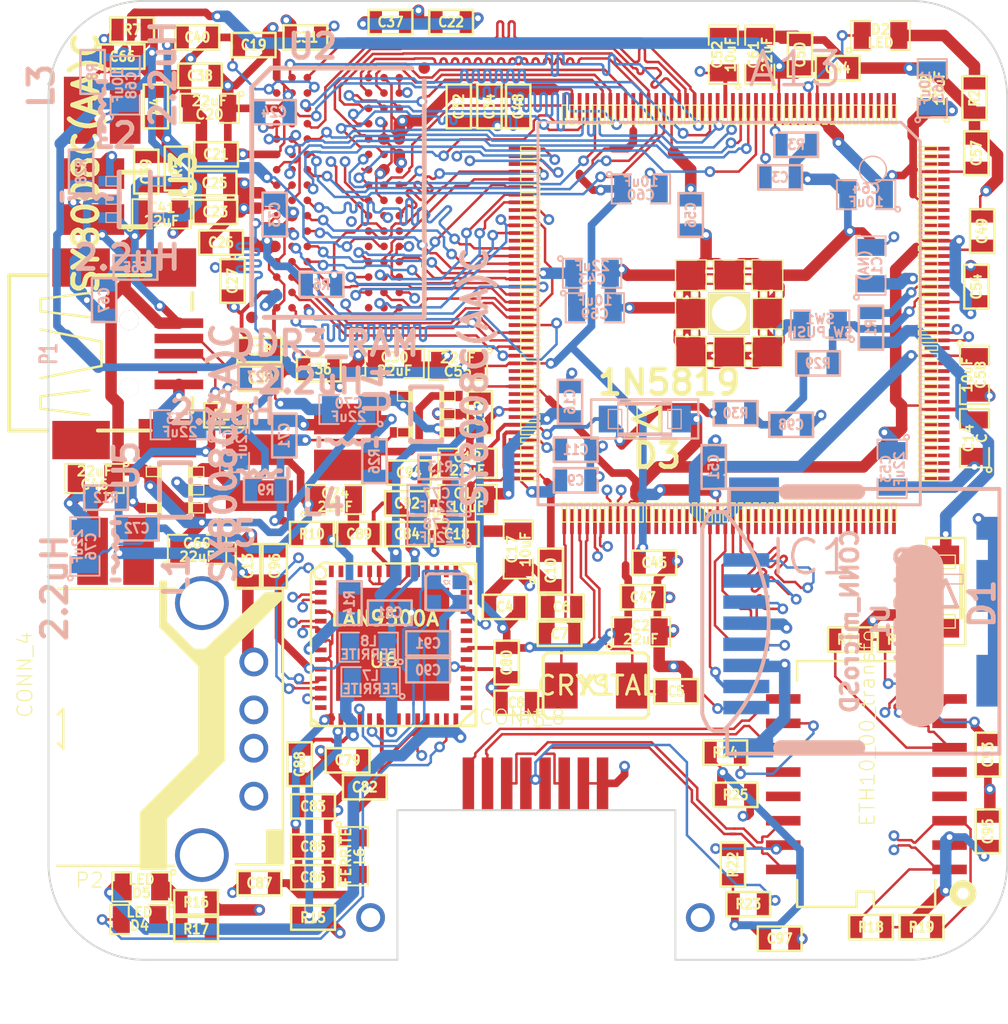
<source format=kicad_pcb>
(kicad_pcb (version 20171130) (host pcbnew "(5.1.12)-1")
  (layers (0 F.Cu signal) (1 In1.Cu signal) (2 In2.Cu signal) (31 B.Cu signal) (34 B.Paste user) (35 F.Paste user) (36 B.SilkS user) (37 F.SilkS user) (38 B.Mask user) (39 F.Mask user) (44 Edge.Cuts user))
  (net 0 "")
  (net 1 "Net-(C1-Pad1)")
  (net 2 GND)
  (net 3 VCC)
  (net 4 "Net-(C3-Pad1)")
  (net 5 "Net-(C6-Pad2)")
  (net 6 "Net-(C7-Pad2)")
  (net 7 "Net-(C9-Pad2)")
  (net 8 "Net-(C10-Pad2)")
  (net 9 "Net-(C11-Pad2)")
  (net 10 3VA)
  (net 11 "Net-(C13-Pad1)")
  (net 12 "Net-(C15-Pad2)")
  (net 13 "Net-(C17-Pad2)")
  (net 14 "Net-(C39-Pad2)")
  (net 15 +5V)
  (net 16 VDD_CPU)
  (net 17 VDD_INT)
  (net 18 "Net-(C71-Pad2)")
  (net 19 "Net-(C72-Pad2)")
  (net 20 VDD33A)
  (net 21 VDDBUSPLL)
  (net 22 VDDCORE)
  (net 23 "Net-(C90-Pad2)")
  (net 24 "Net-(C91-Pad2)")
  (net 25 VDDPLL)
  (net 26 "Net-(C97-Pad2)")
  (net 27 "Net-(D2-Pad1)")
  (net 28 "Net-(D2-Pad2)")
  (net 29 "Net-(D4-Pad1)")
  (net 30 LED1)
  (net 31 "Net-(D5-Pad1)")
  (net 32 LED2)
  (net 33 "Net-(IC1-Pad1)")
  (net 34 "Net-(IC1-Pad2)")
  (net 35 "Net-(IC1-Pad3)")
  (net 36 "Net-(IC1-Pad6)")
  (net 37 "Net-(IC1-Pad7)")
  (net 38 "Net-(IC1-Pad8)")
  (net 39 "Net-(IC1-Pad10)")
  (net 40 "Net-(IC1-Pad13)")
  (net 41 "Net-(IC1-Pad14)")
  (net 42 "Net-(IC1-Pad15)")
  (net 43 "Net-(IC1-Pad17)")
  (net 44 DDR3_D04)
  (net 45 DDR3_D06)
  (net 46 DDR3_D02)
  (net 47 DDR3_D00)
  (net 48 DDR3_D11)
  (net 49 DDR3_D09)
  (net 50 DDR3_D13)
  (net 51 DDR3_D15)
  (net 52 DDR3_DM1)
  (net 53 DDR3_DM0)
  (net 54 DDR3_D12)
  (net 55 DDR3_D08)
  (net 56 DDR3_D14)
  (net 57 DDR3_D10)
  (net 58 DDR3_D01)
  (net 59 DDR3_D03)
  (net 60 DDR3_D07)
  (net 61 DDR3_D05)
  (net 62 DDR3_CK_N)
  (net 63 DDR3_CKE)
  (net 64 DDR3_A10)
  (net 65 DDR3_BA1)
  (net 66 DDR3_A12)
  (net 67 DDR3_A04)
  (net 68 DDR3_A01)
  (net 69 DDR3_A06)
  (net 70 DDR3_A08)
  (net 71 DDR3_A11)
  (net 72 DDR3_RAS)
  (net 73 DDR3_CAS)
  (net 74 DDR3_WE)
  (net 75 DDR3_BA2)
  (net 76 DDR3_BA0)
  (net 77 DDR3_A00)
  (net 78 DDR3_A03)
  (net 79 DDR3_A05)
  (net 80 DDR3_A13)
  (net 81 DDR3_A09)
  (net 82 DDR3_RST)
  (net 83 DDR3_A07)
  (net 84 DDR3_ODT)
  (net 85 "Net-(IC1-Pad74)")
  (net 86 "Net-(IC1-Pad75)")
  (net 87 "Net-(IC1-Pad77)")
  (net 88 "Net-(IC1-Pad78)")
  (net 89 "Net-(IC1-Pad84)")
  (net 90 "Net-(IC1-Pad85)")
  (net 91 USB_ETH_P)
  (net 92 USB_HOST_P)
  (net 93 "Net-(IC1-Pad99)")
  (net 94 "Net-(IC1-Pad101)")
  (net 95 "Net-(IC1-Pad102)")
  (net 96 "Net-(IC1-Pad103)")
  (net 97 "Net-(IC1-Pad104)")
  (net 98 "Net-(IC1-Pad105)")
  (net 99 "Net-(IC1-Pad106)")
  (net 100 SDC0_D1)
  (net 101 SDC0_D0)
  (net 102 SDC0_CLK)
  (net 103 SDC0_CMD)
  (net 104 SDC0_D3)
  (net 105 SDC0_D2)
  (net 106 "Net-(IC1-Pad114)")
  (net 107 "Net-(IC1-Pad115)")
  (net 108 "Net-(IC1-Pad116)")
  (net 109 "Net-(IC1-Pad117)")
  (net 110 "Net-(IC1-Pad118)")
  (net 111 "Net-(IC1-Pad119)")
  (net 112 "Net-(IC1-Pad120)")
  (net 113 "Net-(IC1-Pad121)")
  (net 114 "Net-(IC1-Pad122)")
  (net 115 "Net-(IC1-Pad123)")
  (net 116 "Net-(IC1-Pad124)")
  (net 117 "Net-(IC1-Pad125)")
  (net 118 "Net-(IC1-Pad126)")
  (net 119 "Net-(IC1-Pad127)")
  (net 120 "Net-(IC1-Pad128)")
  (net 121 "Net-(IC1-Pad130)")
  (net 122 "Net-(IC1-Pad131)")
  (net 123 "Net-(IC1-Pad132)")
  (net 124 "Net-(IC1-Pad133)")
  (net 125 "Net-(IC1-Pad134)")
  (net 126 "Net-(IC1-Pad135)")
  (net 127 "Net-(IC1-Pad136)")
  (net 128 "Net-(IC1-Pad137)")
  (net 129 "Net-(IC1-Pad138)")
  (net 130 "Net-(IC1-Pad139)")
  (net 131 "Net-(IC1-Pad140)")
  (net 132 "Net-(IC1-Pad141)")
  (net 133 "Net-(IC1-Pad143)")
  (net 134 "Net-(IC1-Pad144)")
  (net 135 "Net-(IC1-Pad145)")
  (net 136 "Net-(IC1-Pad146)")
  (net 137 "Net-(IC1-Pad147)")
  (net 138 "Net-(IC1-Pad148)")
  (net 139 "Net-(IC1-Pad150)")
  (net 140 UART1_RX)
  (net 141 UART1_TX)
  (net 142 "Net-(IC1-Pad153)")
  (net 143 "Net-(IC1-Pad154)")
  (net 144 "Net-(IC1-Pad155)")
  (net 145 UBOOT)
  (net 146 "Net-(IC1-Pad158)")
  (net 147 "Net-(IC1-Pad160)")
  (net 148 "Net-(IC1-Pad161)")
  (net 149 "Net-(IC1-Pad162)")
  (net 150 "Net-(IC1-Pad165)")
  (net 151 "Net-(IC1-Pad166)")
  (net 152 "Net-(IC1-Pad167)")
  (net 153 "Net-(IC1-Pad168)")
  (net 154 "Net-(IC1-Pad170)")
  (net 155 "Net-(IC1-Pad171)")
  (net 156 "Net-(IC1-Pad172)")
  (net 157 "Net-(IC1-Pad174)")
  (net 158 "Net-(IC1-Pad175)")
  (net 159 "Net-(IC1-Pad176)")
  (net 160 "Net-(P3-Pad1)")
  (net 161 /Erhernet/TX+)
  (net 162 "Net-(P3-Pad4)")
  (net 163 /Erhernet/TX-)
  (net 164 /Erhernet/RX+)
  (net 165 /Erhernet/RX-)
  (net 166 "Net-(D1-Pad2)")
  (net 167 "Net-(R6-Pad1)")
  (net 168 "Net-(R14-Pad2)")
  (net 169 "Net-(R15-Pad2)")
  (net 170 "Net-(R22-Pad2)")
  (net 171 "Net-(R24-Pad2)")
  (net 172 "Net-(T1-Pad4)")
  (net 173 "Net-(T1-Pad5)")
  (net 174 "Net-(T1-Pad12)")
  (net 175 "Net-(T1-Pad13)")
  (net 176 "Net-(U2-PadJ1)")
  (net 177 "Net-(U2-PadJ9)")
  (net 178 "Net-(U2-PadL1)")
  (net 179 "Net-(U2-PadL9)")
  (net 180 "Net-(U2-PadM7)")
  (net 181 DDR3_A02)
  (net 182 "Net-(U2-PadT7)")
  (net 183 "Net-(U6-Pad1)")
  (net 184 "Net-(U6-Pad34)")
  (net 185 "Net-(U6-Pad36)")
  (net 186 "Net-(U6-Pad22)")
  (net 187 "Net-(U6-Pad23)")
  (net 188 "Net-(U6-Pad14)")
  (net 189 "Net-(U6-Pad26)")
  (net 190 "Net-(U6-Pad29)")
  (net 191 "Net-(U6-Pad30)")
  (net 192 "Net-(U6-Pad31)")
  (net 193 "Net-(U6-Pad32)")
  (net 194 "Net-(U6-Pad37)")
  (net 195 "Net-(U6-Pad38)")
  (net 196 "Net-(U6-Pad39)")
  (net 197 "Net-(U6-Pad40)")
  (net 198 "Net-(U6-Pad41)")
  (net 199 "Net-(U6-Pad42)")
  (net 200 "Net-(U6-Pad43)")
  (net 201 "Net-(U6-Pad44)")
  (net 202 "Net-(U6-Pad45)")
  (net 203 "Net-(U6-Pad46)")
  (net 204 "Net-(U6-Pad47)")
  (net 205 "Net-(U6-Pad53)")
  (net 206 "Net-(U6-Pad54)")
  (net 207 "Net-(U6-Pad55)")
  (net 208 "Net-(U6-Pad56)")
  (net 209 DDR3_DQS0_N)
  (net 210 USB_ETH_N)
  (net 211 "Net-(L2-Pad1)")
  (net 212 "Net-(L4-Pad1)")
  (net 213 "Net-(L5-Pad1)")
  (net 214 TPX_P)
  (net 215 TPX_N)
  (net 216 RPX_N)
  (net 217 RPX_P)
  (net 218 USB_HOST_N)
  (net 219 X1_N)
  (net 220 X1_P)
  (net 221 DDR3_CK_P)
  (net 222 VDD_RAM)
  (net 223 "Net-(C65-Pad1)")
  (net 224 "Net-(C72-Pad1)")
  (net 225 "Net-(C71-Pad1)")
  (net 226 "Net-(C98-Pad1)")
  (net 227 SVREF)
  (net 228 1V5)
  (net 229 "Net-(C22-Pad2)")
  (net 230 "Net-(IC1-Pad19)")
  (net 231 "Net-(IC1-Pad20)")
  (net 232 "Net-(IC1-Pad21)")
  (net 233 "Net-(IC1-Pad22)")
  (net 234 "Net-(IC1-Pad24)")
  (net 235 "Net-(IC1-Pad25)")
  (net 236 "Net-(IC1-Pad26)")
  (net 237 "Net-(IC1-Pad27)")
  (net 238 "Net-(IC1-Pad28)")
  (net 239 "Net-(IC1-Pad29)")
  (net 240 "Net-(IC1-Pad31)")
  (net 241 "Net-(IC1-Pad32)")
  (net 242 "Net-(IC1-Pad33)")
  (net 243 "Net-(IC1-Pad34)")
  (net 244 "Net-(IC1-Pad36)")
  (net 245 "Net-(IC1-Pad37)")
  (net 246 "Net-(IC1-Pad38)")
  (net 247 "Net-(IC1-Pad39)")
  (net 248 "Net-(IC1-Pad40)")
  (net 249 "Net-(IC1-Pad41)")
  (net 250 "Net-(IC1-Pad42)")
  (net 251 "Net-(IC1-Pad44)")
  (net 252 "Net-(IC1-Pad45)")
  (net 253 "Net-(IC1-Pad46)")
  (net 254 "Net-(IC1-Pad47)")
  (net 255 "Net-(IC1-Pad48)")
  (net 256 "Net-(IC1-Pad49)")
  (net 257 "Net-(IC1-Pad50)")
  (net 258 "Net-(IC1-Pad51)")
  (net 259 "Net-(IC1-Pad52)")
  (net 260 "Net-(IC1-Pad54)")
  (net 261 "Net-(IC1-Pad55)")
  (net 262 "Net-(IC1-Pad56)")
  (net 263 "Net-(IC1-Pad57)")
  (net 264 "Net-(IC1-Pad58)")
  (net 265 "Net-(IC1-Pad59)")
  (net 266 "Net-(IC1-Pad60)")
  (net 267 "Net-(IC1-Pad61)")
  (net 268 "Net-(IC1-Pad63)")
  (net 269 "Net-(IC1-Pad64)")
  (net 270 "Net-(IC1-Pad65)")
  (net 271 "Net-(IC1-Pad66)")
  (net 272 "Net-(IC1-Pad67)")
  (net 273 "Net-(IC1-Pad68)")
  (net 274 "Net-(IC1-Pad69)")
  (net 275 "Net-(IC1-Pad70)")
  (net 276 "Net-(IC1-Pad71)")
  (net 277 "Net-(IC1-Pad72)")
  (net 278 "Net-(IC1-Pad129)")
  (net 279 DDR3_DQS1_N)
  (net 280 DDR3_DQS1_P)
  (net 281 DDR3_DQS0_P)
  (module A13-OLinuXino-MICRO_Rev_B:SOD-123 (layer B.Cu) (at 51.1 41.8)
    (fp_text reference D3 (at 0.635 1.905) (layer F.SilkS) (effects (font (size 1.27 1.27) (thickness 0.254))))
    (fp_text value 1N5819 (at 1.27 -1.905) (layer F.SilkS) (effects (font (size 1.27 1.27) (thickness 0.254))))
    (pad 1 smd rect (at 1.89992 0) (size 0.99822 1.39954) (layers B.Cu B.Paste B.Mask) (net 3 VCC))
    (pad 2 smd rect (at -1.89992 0) (size 0.99822 1.39954) (layers B.Cu B.Paste B.Mask) (net 10 3VA))
  )
  (module A13-OLinuXino-MICRO_Rev_B:SOD-123 (layer F.Cu) (at 66.8 50.80008 270)
    (fp_text reference D1 (at 0.635 -1.905 270) (layer B.SilkS) (effects (font (size 1.27 1.27) (thickness 0.254))))
    (fp_text value 1N5819 (at 1.27 1.905 270) (layer B.SilkS) (effects (font (size 1.27 1.27) (thickness 0.254))))
    (pad 1 smd rect (at 1.89992 0 270) (size 0.99822 1.39954) (layers F.Cu F.Paste F.Mask) (net 3 VCC))
    (pad 2 smd rect (at -1.89992 0 270) (size 0.99822 1.39954) (layers F.Cu F.Paste F.Mask) (net 166 "Net-(D1-Pad2)"))
  )
  (module opendous:Memory_Card_microSD_DM3CS-SF (layer B.Cu) (at 55.20018 52.34886 90)
    (fp_text reference U1 (at 0 8.19912 90) (layer B.SilkS) (effects (font (size 0.8636 0.8636) (thickness 0.2032)) (justify mirror)))
    (fp_text value CONN_microSD (at 0 6.59892 90) (layer B.SilkS) (effects (font (size 0.8636 0.8636) (thickness 0.2032)) (justify mirror)))
    (pad 1 smd rect (at 3.2004 1.19888 90) (size 0.70104 2.4003) (layers B.Cu B.Paste B.Mask) (net 105 SDC0_D2))
    (pad 2 smd rect (at 2.10058 1.19888 90) (size 0.70104 2.4003) (layers B.Cu B.Paste B.Mask) (net 104 SDC0_D3))
    (pad 3 smd rect (at 1.00076 1.19888 90) (size 0.70104 2.4003) (layers B.Cu B.Paste B.Mask) (net 103 SDC0_CMD))
    (pad 4 smd rect (at -0.09906 1.19888 90) (size 0.70104 2.4003) (layers B.Cu B.Paste B.Mask) (net 3 VCC))
    (pad 5 smd rect (at -1.19888 1.19888 90) (size 0.70104 2.4003) (layers B.Cu B.Paste B.Mask) (net 102 SDC0_CLK))
    (pad 6 smd rect (at -2.30124 1.19888 90) (size 0.70104 2.4003) (layers B.Cu B.Paste B.Mask) (net 227 SVREF))
    (pad 7 smd rect (at -3.40106 1.19888 90) (size 0.70104 2.4003) (layers B.Cu B.Paste B.Mask) (net 101 SDC0_D0))
    (pad 8 smd rect (at -4.50088 1.19888 90) (size 0.70104 2.4003) (layers B.Cu B.Paste B.Mask) (net 100 SDC0_D1))
    (pad 9 smd rect (at 6.74878 1.6002 90) (size 1.50114 2.60096) (layers B.Cu B.Paste B.Mask) (net 227 SVREF))
    (pad 9 smd rect (at -6.59892 1.30048 90) (size 1.00076 2.60096) (layers B.Cu B.Paste B.Mask) (net 227 SVREF))
    (pad 9 smd rect (at 4.84886 13.79982 90) (size 1.19888 1.19888) (layers B.Cu B.Paste B.Mask) (net 227 SVREF))
    (pad 9 smd rect (at 1.84912 13.79982 90) (size 2.70002 1.19888) (layers B.Cu B.Paste B.Mask) (net 227 SVREF))
    (pad 9 smd rect (at -3.0988 13.79982 90) (size 2.70002 1.19888) (layers B.Cu B.Paste B.Mask) (net 227 SVREF))
  )
  (module A13-OLinuXino-MICRO_Rev_B:TQFP176 (layer F.Cu) (at 55.50178 36.30158 180)
    (fp_text reference IC1 (at -4.29006 -12.7 180) (layer B.SilkS) (effects (font (size 1.778 1.778) (thickness 0.1778))))
    (fp_text value A13 (at -3.44424 12.7508 180) (layer B.SilkS) (effects (font (size 1.778 1.778) (thickness 0.1778))))
    (pad 177 smd rect (at 2 2 180) (size 1.5 1.5) (layers F.Cu F.Paste F.Mask) (net 227 SVREF))
    (pad 177 smd rect (at 0 2 180) (size 1.5 1.5) (layers F.Cu F.Paste F.Mask) (net 227 SVREF))
    (pad 177 smd rect (at -2 2 180) (size 1.5 1.5) (layers F.Cu F.Paste F.Mask) (net 227 SVREF))
    (pad 177 smd rect (at -2 0 180) (size 1.5 1.5) (layers F.Cu F.Paste F.Mask) (net 227 SVREF))
    (pad 177 smd rect (at -2 -2 180) (size 1.5 1.5) (layers F.Cu F.Paste F.Mask) (net 227 SVREF))
    (pad 177 smd rect (at 0 -2 180) (size 1.5 1.5) (layers F.Cu F.Paste F.Mask) (net 227 SVREF))
    (pad 177 smd rect (at 2 -2 180) (size 1.5 1.5) (layers F.Cu F.Paste F.Mask) (net 227 SVREF))
    (pad 1 smd rect (at -8.5979 10.84834 180) (size 0.19812 1.29794) (layers F.Cu F.Paste F.Mask) (net 33 "Net-(IC1-Pad1)"))
    (pad 2 smd rect (at -8.19912 10.84834 180) (size 0.19812 1.29794) (layers F.Cu F.Paste F.Mask) (net 34 "Net-(IC1-Pad2)"))
    (pad 3 smd rect (at -7.7978 10.84834 180) (size 0.19812 1.29794) (layers F.Cu F.Paste F.Mask) (net 35 "Net-(IC1-Pad3)"))
    (pad 4 smd rect (at -7.39902 10.84834 180) (size 0.19812 1.29794) (layers F.Cu F.Paste F.Mask) (net 16 VDD_CPU))
    (pad 5 smd rect (at -6.9977 10.84834 180) (size 0.19812 1.29794) (layers F.Cu F.Paste F.Mask) (net 3 VCC))
    (pad 6 smd rect (at -6.59892 10.84834 180) (size 0.19812 1.29794) (layers F.Cu F.Paste F.Mask) (net 36 "Net-(IC1-Pad6)"))
    (pad 7 smd rect (at -6.1976 10.84834 180) (size 0.19812 1.29794) (layers F.Cu F.Paste F.Mask) (net 37 "Net-(IC1-Pad7)"))
    (pad 8 smd rect (at -5.79882 10.84834 180) (size 0.19812 1.29794) (layers F.Cu F.Paste F.Mask) (net 38 "Net-(IC1-Pad8)"))
    (pad 9 smd rect (at -5.3975 10.84834 180) (size 0.19812 1.29794) (layers F.Cu F.Paste F.Mask) (net 16 VDD_CPU))
    (pad 10 smd rect (at -4.99872 10.84834 180) (size 0.19812 1.29794) (layers F.Cu F.Paste F.Mask) (net 39 "Net-(IC1-Pad10)"))
    (pad 11 smd rect (at -4.59994 10.84834 180) (size 0.19812 1.29794) (layers F.Cu F.Paste F.Mask) (net 16 VDD_CPU))
    (pad 12 smd rect (at -4.19862 10.84834 180) (size 0.19812 1.29794) (layers F.Cu F.Paste F.Mask) (net 27 "Net-(D2-Pad1)"))
    (pad 13 smd rect (at -3.79984 10.84834 180) (size 0.19812 1.29794) (layers F.Cu F.Paste F.Mask) (net 40 "Net-(IC1-Pad13)"))
    (pad 14 smd rect (at -3.39852 10.84834 180) (size 0.19812 1.29794) (layers F.Cu F.Paste F.Mask) (net 41 "Net-(IC1-Pad14)"))
    (pad 15 smd rect (at -2.99974 10.84834 180) (size 0.19812 1.29794) (layers F.Cu F.Paste F.Mask) (net 42 "Net-(IC1-Pad15)"))
    (pad 16 smd rect (at -2.59842 10.84834 180) (size 0.19812 1.29794) (layers F.Cu F.Paste F.Mask) (net 16 VDD_CPU))
    (pad 17 smd rect (at -2.19964 10.84834 180) (size 0.19812 1.29794) (layers F.Cu F.Paste F.Mask) (net 43 "Net-(IC1-Pad17)"))
    (pad 18 smd rect (at -1.79832 10.84834 180) (size 0.19812 1.29794) (layers F.Cu F.Paste F.Mask) (net 4 "Net-(C3-Pad1)"))
    (pad 19 smd rect (at -1.39954 10.84834 180) (size 0.19812 1.29794) (layers F.Cu F.Paste F.Mask) (net 230 "Net-(IC1-Pad19)"))
    (pad 20 smd rect (at -0.99822 10.84834 180) (size 0.19812 1.29794) (layers F.Cu F.Paste F.Mask) (net 231 "Net-(IC1-Pad20)"))
    (pad 21 smd rect (at -0.59944 10.84834 180) (size 0.19812 1.29794) (layers F.Cu F.Paste F.Mask) (net 232 "Net-(IC1-Pad21)"))
    (pad 22 smd rect (at -0.19812 10.84834 180) (size 0.19812 1.29794) (layers F.Cu F.Paste F.Mask) (net 233 "Net-(IC1-Pad22)"))
    (pad 23 smd rect (at 0.19812 10.84834 180) (size 0.19812 1.29794) (layers F.Cu F.Paste F.Mask) (net 228 1V5))
    (pad 24 smd rect (at 0.59944 10.84834 180) (size 0.19812 1.29794) (layers F.Cu F.Paste F.Mask) (net 234 "Net-(IC1-Pad24)"))
    (pad 25 smd rect (at 0.99822 10.84834 180) (size 0.19812 1.29794) (layers F.Cu F.Paste F.Mask) (net 235 "Net-(IC1-Pad25)"))
    (pad 26 smd rect (at 1.39954 10.84834 180) (size 0.19812 1.29794) (layers F.Cu F.Paste F.Mask) (net 236 "Net-(IC1-Pad26)"))
    (pad 27 smd rect (at 1.79832 10.84834 180) (size 0.19812 1.29794) (layers F.Cu F.Paste F.Mask) (net 237 "Net-(IC1-Pad27)"))
    (pad 28 smd rect (at 2.19964 10.84834 180) (size 0.19812 1.29794) (layers F.Cu F.Paste F.Mask) (net 238 "Net-(IC1-Pad28)"))
    (pad 29 smd rect (at 2.59842 10.84834 180) (size 0.19812 1.29794) (layers F.Cu F.Paste F.Mask) (net 239 "Net-(IC1-Pad29)"))
    (pad 30 smd rect (at 2.99974 10.84834 180) (size 0.19812 1.29794) (layers F.Cu F.Paste F.Mask) (net 228 1V5))
    (pad 31 smd rect (at 3.39852 10.84834 180) (size 0.19812 1.29794) (layers F.Cu F.Paste F.Mask) (net 240 "Net-(IC1-Pad31)"))
    (pad 32 smd rect (at 3.79984 10.84834 180) (size 0.19812 1.29794) (layers F.Cu F.Paste F.Mask) (net 241 "Net-(IC1-Pad32)"))
    (pad 33 smd rect (at 4.19862 10.84834 180) (size 0.19812 1.29794) (layers F.Cu F.Paste F.Mask) (net 242 "Net-(IC1-Pad33)"))
    (pad 34 smd rect (at 4.59994 10.84834 180) (size 0.19812 1.29794) (layers F.Cu F.Paste F.Mask) (net 243 "Net-(IC1-Pad34)"))
    (pad 35 smd rect (at 4.99872 10.84834 180) (size 0.19812 1.29794) (layers F.Cu F.Paste F.Mask) (net 17 VDD_INT))
    (pad 36 smd rect (at 5.3975 10.84834 180) (size 0.19812 1.29794) (layers F.Cu F.Paste F.Mask) (net 244 "Net-(IC1-Pad36)"))
    (pad 37 smd rect (at 5.79882 10.84834 180) (size 0.19812 1.29794) (layers F.Cu F.Paste F.Mask) (net 245 "Net-(IC1-Pad37)"))
    (pad 38 smd rect (at 6.1976 10.84834 180) (size 0.19812 1.29794) (layers F.Cu F.Paste F.Mask) (net 246 "Net-(IC1-Pad38)"))
    (pad 39 smd rect (at 6.59892 10.84834 180) (size 0.19812 1.29794) (layers F.Cu F.Paste F.Mask) (net 247 "Net-(IC1-Pad39)"))
    (pad 40 smd rect (at 6.9977 10.84834 180) (size 0.19812 1.29794) (layers F.Cu F.Paste F.Mask) (net 248 "Net-(IC1-Pad40)"))
    (pad 41 smd rect (at 7.39902 10.84834 180) (size 0.19812 1.29794) (layers F.Cu F.Paste F.Mask) (net 249 "Net-(IC1-Pad41)"))
    (pad 42 smd rect (at 7.7978 10.84834 180) (size 0.19812 1.29794) (layers F.Cu F.Paste F.Mask) (net 250 "Net-(IC1-Pad42)"))
    (pad 43 smd rect (at 8.19912 10.84834 180) (size 0.19812 1.29794) (layers F.Cu F.Paste F.Mask) (net 228 1V5))
    (pad 44 smd rect (at 8.5979 10.84834 180) (size 0.19812 1.29794) (layers F.Cu F.Paste F.Mask) (net 251 "Net-(IC1-Pad44)"))
    (pad 45 smd rect (at 10.84834 8.5979 180) (size 1.29794 0.19812) (layers F.Cu F.Paste F.Mask) (net 252 "Net-(IC1-Pad45)"))
    (pad 46 smd rect (at 10.84834 8.19912 180) (size 1.29794 0.19812) (layers F.Cu F.Paste F.Mask) (net 253 "Net-(IC1-Pad46)"))
    (pad 47 smd rect (at 10.84834 7.7978 180) (size 1.29794 0.19812) (layers F.Cu F.Paste F.Mask) (net 254 "Net-(IC1-Pad47)"))
    (pad 48 smd rect (at 10.84834 7.39902 180) (size 1.29794 0.19812) (layers F.Cu F.Paste F.Mask) (net 255 "Net-(IC1-Pad48)"))
    (pad 49 smd rect (at 10.84834 6.9977 180) (size 1.29794 0.19812) (layers F.Cu F.Paste F.Mask) (net 256 "Net-(IC1-Pad49)"))
    (pad 50 smd rect (at 10.84834 6.59892 180) (size 1.29794 0.19812) (layers F.Cu F.Paste F.Mask) (net 257 "Net-(IC1-Pad50)"))
    (pad 51 smd rect (at 10.84834 6.1976 180) (size 1.29794 0.19812) (layers F.Cu F.Paste F.Mask) (net 258 "Net-(IC1-Pad51)"))
    (pad 52 smd rect (at 10.84834 5.79882 180) (size 1.29794 0.19812) (layers F.Cu F.Paste F.Mask) (net 259 "Net-(IC1-Pad52)"))
    (pad 53 smd rect (at 10.84834 5.3975 180) (size 1.29794 0.19812) (layers F.Cu F.Paste F.Mask) (net 228 1V5))
    (pad 54 smd rect (at 10.84834 4.99872 180) (size 1.29794 0.19812) (layers F.Cu F.Paste F.Mask) (net 260 "Net-(IC1-Pad54)"))
    (pad 55 smd rect (at 10.84834 4.59994 180) (size 1.29794 0.19812) (layers F.Cu F.Paste F.Mask) (net 261 "Net-(IC1-Pad55)"))
    (pad 56 smd rect (at 10.84834 4.19862 180) (size 1.29794 0.19812) (layers F.Cu F.Paste F.Mask) (net 262 "Net-(IC1-Pad56)"))
    (pad 57 smd rect (at 10.84834 3.79984 180) (size 1.29794 0.19812) (layers F.Cu F.Paste F.Mask) (net 263 "Net-(IC1-Pad57)"))
    (pad 58 smd rect (at 10.84834 3.39852 180) (size 1.29794 0.19812) (layers F.Cu F.Paste F.Mask) (net 264 "Net-(IC1-Pad58)"))
    (pad 59 smd rect (at 10.84834 2.99974 180) (size 1.29794 0.19812) (layers F.Cu F.Paste F.Mask) (net 265 "Net-(IC1-Pad59)"))
    (pad 60 smd rect (at 10.84834 2.59842 180) (size 1.29794 0.19812) (layers F.Cu F.Paste F.Mask) (net 266 "Net-(IC1-Pad60)"))
    (pad 61 smd rect (at 10.84834 2.19964 180) (size 1.29794 0.19812) (layers F.Cu F.Paste F.Mask) (net 267 "Net-(IC1-Pad61)"))
    (pad 62 smd rect (at 10.84834 1.79832 180) (size 1.29794 0.19812) (layers F.Cu F.Paste F.Mask) (net 228 1V5))
    (pad 63 smd rect (at 10.84834 1.39954 180) (size 1.29794 0.19812) (layers F.Cu F.Paste F.Mask) (net 268 "Net-(IC1-Pad63)"))
    (pad 64 smd rect (at 10.84834 0.99822 180) (size 1.29794 0.19812) (layers F.Cu F.Paste F.Mask) (net 269 "Net-(IC1-Pad64)"))
    (pad 65 smd rect (at 10.84834 0.59944 180) (size 1.29794 0.19812) (layers F.Cu F.Paste F.Mask) (net 270 "Net-(IC1-Pad65)"))
    (pad 66 smd rect (at 10.84834 0.19812 180) (size 1.29794 0.19812) (layers F.Cu F.Paste F.Mask) (net 271 "Net-(IC1-Pad66)"))
    (pad 67 smd rect (at 10.84834 -0.19812 180) (size 1.29794 0.19812) (layers F.Cu F.Paste F.Mask) (net 272 "Net-(IC1-Pad67)"))
    (pad 68 smd rect (at 10.84834 -0.59944 180) (size 1.29794 0.19812) (layers F.Cu F.Paste F.Mask) (net 273 "Net-(IC1-Pad68)"))
    (pad 69 smd rect (at 10.84834 -0.99822 180) (size 1.29794 0.19812) (layers F.Cu F.Paste F.Mask) (net 274 "Net-(IC1-Pad69)"))
    (pad 70 smd rect (at 10.84834 -1.39954 180) (size 1.29794 0.19812) (layers F.Cu F.Paste F.Mask) (net 275 "Net-(IC1-Pad70)"))
    (pad 71 smd rect (at 10.84834 -1.79832 180) (size 1.29794 0.19812) (layers F.Cu F.Paste F.Mask) (net 276 "Net-(IC1-Pad71)"))
    (pad 72 smd rect (at 10.84834 -2.19964 180) (size 1.29794 0.19812) (layers F.Cu F.Paste F.Mask) (net 277 "Net-(IC1-Pad72)"))
    (pad 73 smd rect (at 10.84834 -2.59842 180) (size 1.29794 0.19812) (layers F.Cu F.Paste F.Mask) (net 17 VDD_INT))
    (pad 74 smd rect (at 10.84834 -2.99974 180) (size 1.29794 0.19812) (layers F.Cu F.Paste F.Mask) (net 85 "Net-(IC1-Pad74)"))
    (pad 75 smd rect (at 10.84834 -3.39852 180) (size 1.29794 0.19812) (layers F.Cu F.Paste F.Mask) (net 86 "Net-(IC1-Pad75)"))
    (pad 76 smd rect (at 10.84834 -3.79984 180) (size 1.29794 0.19812) (layers F.Cu F.Paste F.Mask) (net 3 VCC))
    (pad 77 smd rect (at 10.84834 -4.19862 180) (size 1.29794 0.19812) (layers F.Cu F.Paste F.Mask) (net 87 "Net-(IC1-Pad77)"))
    (pad 78 smd rect (at 10.84834 -4.59994 180) (size 1.29794 0.19812) (layers F.Cu F.Paste F.Mask) (net 88 "Net-(IC1-Pad78)"))
    (pad 79 smd rect (at 10.84834 -4.99872 180) (size 1.29794 0.19812) (layers F.Cu F.Paste F.Mask) (net 227 SVREF))
    (pad 80 smd rect (at 10.84834 -5.3975 180) (size 1.29794 0.19812) (layers F.Cu F.Paste F.Mask) (net 12 "Net-(C15-Pad2)"))
    (pad 81 smd rect (at 10.84834 -5.79882 180) (size 1.29794 0.19812) (layers F.Cu F.Paste F.Mask) (net 10 3VA))
    (pad 82 smd rect (at 10.84834 -6.1976 180) (size 1.29794 0.19812) (layers F.Cu F.Paste F.Mask) (net 13 "Net-(C17-Pad2)"))
    (pad 83 smd rect (at 10.84834 -6.59892 180) (size 1.29794 0.19812) (layers F.Cu F.Paste F.Mask) (net 9 "Net-(C11-Pad2)"))
    (pad 84 smd rect (at 10.84834 -6.9977 180) (size 1.29794 0.19812) (layers F.Cu F.Paste F.Mask) (net 89 "Net-(IC1-Pad84)"))
    (pad 85 smd rect (at 10.84834 -7.39902 180) (size 1.29794 0.19812) (layers F.Cu F.Paste F.Mask) (net 90 "Net-(IC1-Pad85)"))
    (pad 86 smd rect (at 10.84834 -7.7978 180) (size 1.29794 0.19812) (layers F.Cu F.Paste F.Mask) (net 229 "Net-(C22-Pad2)"))
    (pad 87 smd rect (at 10.84834 -8.19912 180) (size 1.29794 0.19812) (layers F.Cu F.Paste F.Mask) (net 8 "Net-(C10-Pad2)"))
    (pad 88 smd rect (at 10.84834 -8.5979 180) (size 1.29794 0.19812) (layers F.Cu F.Paste F.Mask) (net 7 "Net-(C9-Pad2)"))
    (pad 89 smd rect (at 8.5979 -10.84834 180) (size 0.19812 1.29794) (layers F.Cu F.Paste F.Mask) (net 6 "Net-(C7-Pad2)"))
    (pad 90 smd rect (at 8.19912 -10.84834 180) (size 0.19812 1.29794) (layers F.Cu F.Paste F.Mask) (net 5 "Net-(C6-Pad2)"))
    (pad 91 smd rect (at 7.7978 -10.84834 180) (size 0.19812 1.29794) (layers F.Cu F.Paste F.Mask) (net 220 X1_P))
    (pad 92 smd rect (at 7.39902 -10.84834 180) (size 0.19812 1.29794) (layers F.Cu F.Paste F.Mask) (net 219 X1_N))
    (pad 93 smd rect (at 6.9977 -10.84834 180) (size 0.19812 1.29794) (layers F.Cu F.Paste F.Mask) (net 210 USB_ETH_N))
    (pad 94 smd rect (at 6.59892 -10.84834 180) (size 0.19812 1.29794) (layers F.Cu F.Paste F.Mask) (net 91 USB_ETH_P))
    (pad 95 smd rect (at 6.1976 -10.84834 180) (size 0.19812 1.29794) (layers F.Cu F.Paste F.Mask) (net 218 USB_HOST_N))
    (pad 96 smd rect (at 5.79882 -10.84834 180) (size 0.19812 1.29794) (layers F.Cu F.Paste F.Mask) (net 92 USB_HOST_P))
    (pad 97 smd rect (at 5.3975 -10.84834 180) (size 0.19812 1.29794) (layers F.Cu F.Paste F.Mask) (net 3 VCC))
    (pad 98 smd rect (at 4.99872 -10.84834 180) (size 0.19812 1.29794) (layers F.Cu F.Paste F.Mask) (net 17 VDD_INT))
    (pad 99 smd rect (at 4.59994 -10.84834 180) (size 0.19812 1.29794) (layers F.Cu F.Paste F.Mask) (net 93 "Net-(IC1-Pad99)"))
    (pad 100 smd rect (at 4.19862 -10.84834 180) (size 0.19812 1.29794) (layers F.Cu F.Paste F.Mask) (net 3 VCC))
    (pad 101 smd rect (at 3.79984 -10.84834 180) (size 0.19812 1.29794) (layers F.Cu F.Paste F.Mask) (net 94 "Net-(IC1-Pad101)"))
    (pad 102 smd rect (at 3.39852 -10.84834 180) (size 0.19812 1.29794) (layers F.Cu F.Paste F.Mask) (net 95 "Net-(IC1-Pad102)"))
    (pad 103 smd rect (at 2.99974 -10.84834 180) (size 0.19812 1.29794) (layers F.Cu F.Paste F.Mask) (net 96 "Net-(IC1-Pad103)"))
    (pad 104 smd rect (at 2.59842 -10.84834 180) (size 0.19812 1.29794) (layers F.Cu F.Paste F.Mask) (net 97 "Net-(IC1-Pad104)"))
    (pad 105 smd rect (at 2.19964 -10.84834 180) (size 0.19812 1.29794) (layers F.Cu F.Paste F.Mask) (net 98 "Net-(IC1-Pad105)"))
    (pad 106 smd rect (at 1.79832 -10.84834 180) (size 0.19812 1.29794) (layers F.Cu F.Paste F.Mask) (net 99 "Net-(IC1-Pad106)"))
    (pad 107 smd rect (at 1.39954 -10.84834 180) (size 0.19812 1.29794) (layers F.Cu F.Paste F.Mask) (net 100 SDC0_D1))
    (pad 108 smd rect (at 0.99822 -10.84834 180) (size 0.19812 1.29794) (layers F.Cu F.Paste F.Mask) (net 101 SDC0_D0))
    (pad 109 smd rect (at 0.59944 -10.84834 180) (size 0.19812 1.29794) (layers F.Cu F.Paste F.Mask) (net 17 VDD_INT))
    (pad 110 smd rect (at 0.19812 -10.84834 180) (size 0.19812 1.29794) (layers F.Cu F.Paste F.Mask) (net 102 SDC0_CLK))
    (pad 111 smd rect (at -0.19812 -10.84834 180) (size 0.19812 1.29794) (layers F.Cu F.Paste F.Mask) (net 103 SDC0_CMD))
    (pad 112 smd rect (at -0.59944 -10.84834 180) (size 0.19812 1.29794) (layers F.Cu F.Paste F.Mask) (net 104 SDC0_D3))
    (pad 113 smd rect (at -0.99822 -10.84834 180) (size 0.19812 1.29794) (layers F.Cu F.Paste F.Mask) (net 105 SDC0_D2))
    (pad 114 smd rect (at -1.39954 -10.84834 180) (size 0.19812 1.29794) (layers F.Cu F.Paste F.Mask) (net 106 "Net-(IC1-Pad114)"))
    (pad 115 smd rect (at -1.79832 -10.84834 180) (size 0.19812 1.29794) (layers F.Cu F.Paste F.Mask) (net 107 "Net-(IC1-Pad115)"))
    (pad 116 smd rect (at -2.19964 -10.84834 180) (size 0.19812 1.29794) (layers F.Cu F.Paste F.Mask) (net 108 "Net-(IC1-Pad116)"))
    (pad 117 smd rect (at -2.59842 -10.84834 180) (size 0.19812 1.29794) (layers F.Cu F.Paste F.Mask) (net 109 "Net-(IC1-Pad117)"))
    (pad 118 smd rect (at -2.99974 -10.84834 180) (size 0.19812 1.29794) (layers F.Cu F.Paste F.Mask) (net 110 "Net-(IC1-Pad118)"))
    (pad 119 smd rect (at -3.39852 -10.84834 180) (size 0.19812 1.29794) (layers F.Cu F.Paste F.Mask) (net 111 "Net-(IC1-Pad119)"))
    (pad 120 smd rect (at -3.79984 -10.84834 180) (size 0.19812 1.29794) (layers F.Cu F.Paste F.Mask) (net 112 "Net-(IC1-Pad120)"))
    (pad 121 smd rect (at -4.19862 -10.84834 180) (size 0.19812 1.29794) (layers F.Cu F.Paste F.Mask) (net 113 "Net-(IC1-Pad121)"))
    (pad 122 smd rect (at -4.59994 -10.84834 180) (size 0.19812 1.29794) (layers F.Cu F.Paste F.Mask) (net 114 "Net-(IC1-Pad122)"))
    (pad 123 smd rect (at -4.99872 -10.84834 180) (size 0.19812 1.29794) (layers F.Cu F.Paste F.Mask) (net 115 "Net-(IC1-Pad123)"))
    (pad 124 smd rect (at -5.3975 -10.84834 180) (size 0.19812 1.29794) (layers F.Cu F.Paste F.Mask) (net 116 "Net-(IC1-Pad124)"))
    (pad 125 smd rect (at -5.79882 -10.84834 180) (size 0.19812 1.29794) (layers F.Cu F.Paste F.Mask) (net 117 "Net-(IC1-Pad125)"))
    (pad 126 smd rect (at -6.1976 -10.84834 180) (size 0.19812 1.29794) (layers F.Cu F.Paste F.Mask) (net 118 "Net-(IC1-Pad126)"))
    (pad 127 smd rect (at -6.59892 -10.84834 180) (size 0.19812 1.29794) (layers F.Cu F.Paste F.Mask) (net 119 "Net-(IC1-Pad127)"))
    (pad 128 smd rect (at -6.9977 -10.84834 180) (size 0.19812 1.29794) (layers F.Cu F.Paste F.Mask) (net 120 "Net-(IC1-Pad128)"))
    (pad 129 smd rect (at -7.39902 -10.84834 180) (size 0.19812 1.29794) (layers F.Cu F.Paste F.Mask) (net 278 "Net-(IC1-Pad129)"))
    (pad 130 smd rect (at -7.7978 -10.84834 180) (size 0.19812 1.29794) (layers F.Cu F.Paste F.Mask) (net 121 "Net-(IC1-Pad130)"))
    (pad 131 smd rect (at -8.19912 -10.84834 180) (size 0.19812 1.29794) (layers F.Cu F.Paste F.Mask) (net 122 "Net-(IC1-Pad131)"))
    (pad 132 smd rect (at -8.5979 -10.84834 180) (size 0.19812 1.29794) (layers F.Cu F.Paste F.Mask) (net 123 "Net-(IC1-Pad132)"))
    (pad 133 smd rect (at -10.84834 -8.5979 180) (size 1.29794 0.19812) (layers F.Cu F.Paste F.Mask) (net 124 "Net-(IC1-Pad133)"))
    (pad 134 smd rect (at -10.84834 -8.19912 180) (size 1.29794 0.19812) (layers F.Cu F.Paste F.Mask) (net 125 "Net-(IC1-Pad134)"))
    (pad 135 smd rect (at -10.84834 -7.7978 180) (size 1.29794 0.19812) (layers F.Cu F.Paste F.Mask) (net 126 "Net-(IC1-Pad135)"))
    (pad 136 smd rect (at -10.84834 -7.39902 180) (size 1.29794 0.19812) (layers F.Cu F.Paste F.Mask) (net 127 "Net-(IC1-Pad136)"))
    (pad 137 smd rect (at -10.84834 -6.9977 180) (size 1.29794 0.19812) (layers F.Cu F.Paste F.Mask) (net 128 "Net-(IC1-Pad137)"))
    (pad 138 smd rect (at -10.84834 -6.59892 180) (size 1.29794 0.19812) (layers F.Cu F.Paste F.Mask) (net 129 "Net-(IC1-Pad138)"))
    (pad 139 smd rect (at -10.84834 -6.1976 180) (size 1.29794 0.19812) (layers F.Cu F.Paste F.Mask) (net 130 "Net-(IC1-Pad139)"))
    (pad 140 smd rect (at -10.84834 -5.79882 180) (size 1.29794 0.19812) (layers F.Cu F.Paste F.Mask) (net 131 "Net-(IC1-Pad140)"))
    (pad 141 smd rect (at -10.84834 -5.3975 180) (size 1.29794 0.19812) (layers F.Cu F.Paste F.Mask) (net 132 "Net-(IC1-Pad141)"))
    (pad 142 smd rect (at -10.84834 -4.99872 180) (size 1.29794 0.19812) (layers F.Cu F.Paste F.Mask) (net 3 VCC))
    (pad 143 smd rect (at -10.84834 -4.59994 180) (size 1.29794 0.19812) (layers F.Cu F.Paste F.Mask) (net 133 "Net-(IC1-Pad143)"))
    (pad 144 smd rect (at -10.84834 -4.19862 180) (size 1.29794 0.19812) (layers F.Cu F.Paste F.Mask) (net 134 "Net-(IC1-Pad144)"))
    (pad 145 smd rect (at -10.84834 -3.79984 180) (size 1.29794 0.19812) (layers F.Cu F.Paste F.Mask) (net 135 "Net-(IC1-Pad145)"))
    (pad 146 smd rect (at -10.84834 -3.39852 180) (size 1.29794 0.19812) (layers F.Cu F.Paste F.Mask) (net 136 "Net-(IC1-Pad146)"))
    (pad 147 smd rect (at -10.84834 -2.99974 180) (size 1.29794 0.19812) (layers F.Cu F.Paste F.Mask) (net 137 "Net-(IC1-Pad147)"))
    (pad 148 smd rect (at -10.84834 -2.59842 180) (size 1.29794 0.19812) (layers F.Cu F.Paste F.Mask) (net 138 "Net-(IC1-Pad148)"))
    (pad 149 smd rect (at -10.84834 -2.19964 180) (size 1.29794 0.19812) (layers F.Cu F.Paste F.Mask) (net 17 VDD_INT))
    (pad 150 smd rect (at -10.84834 -1.79832 180) (size 1.29794 0.19812) (layers F.Cu F.Paste F.Mask) (net 139 "Net-(IC1-Pad150)"))
    (pad 151 smd rect (at -10.84834 -1.39954 180) (size 1.29794 0.19812) (layers F.Cu F.Paste F.Mask) (net 140 UART1_RX))
    (pad 152 smd rect (at -10.84834 -0.99822 180) (size 1.29794 0.19812) (layers F.Cu F.Paste F.Mask) (net 141 UART1_TX))
    (pad 153 smd rect (at -10.84834 -0.59944 180) (size 1.29794 0.19812) (layers F.Cu F.Paste F.Mask) (net 142 "Net-(IC1-Pad153)"))
    (pad 154 smd rect (at -10.84834 -0.19812 180) (size 1.29794 0.19812) (layers F.Cu F.Paste F.Mask) (net 143 "Net-(IC1-Pad154)"))
    (pad 155 smd rect (at -10.84834 0.19812 180) (size 1.29794 0.19812) (layers F.Cu F.Paste F.Mask) (net 144 "Net-(IC1-Pad155)"))
    (pad 156 smd rect (at -10.84834 0.59944 180) (size 1.29794 0.19812) (layers F.Cu F.Paste F.Mask) (net 16 VDD_CPU))
    (pad 157 smd rect (at -10.84834 0.99822 180) (size 1.29794 0.19812) (layers F.Cu F.Paste F.Mask) (net 145 UBOOT))
    (pad 158 smd rect (at -10.84834 1.39954 180) (size 1.29794 0.19812) (layers F.Cu F.Paste F.Mask) (net 146 "Net-(IC1-Pad158)"))
    (pad 159 smd rect (at -10.84834 1.79832 180) (size 1.29794 0.19812) (layers F.Cu F.Paste F.Mask) (net 1 "Net-(C1-Pad1)"))
    (pad 160 smd rect (at -10.84834 2.19964 180) (size 1.29794 0.19812) (layers F.Cu F.Paste F.Mask) (net 147 "Net-(IC1-Pad160)"))
    (pad 161 smd rect (at -10.84834 2.59842 180) (size 1.29794 0.19812) (layers F.Cu F.Paste F.Mask) (net 148 "Net-(IC1-Pad161)"))
    (pad 162 smd rect (at -10.84834 2.99974 180) (size 1.29794 0.19812) (layers F.Cu F.Paste F.Mask) (net 149 "Net-(IC1-Pad162)"))
    (pad 163 smd rect (at -10.84834 3.39852 180) (size 1.29794 0.19812) (layers F.Cu F.Paste F.Mask) (net 3 VCC))
    (pad 164 smd rect (at -10.84834 3.79984 180) (size 1.29794 0.19812) (layers F.Cu F.Paste F.Mask) (net 16 VDD_CPU))
    (pad 165 smd rect (at -10.84834 4.19862 180) (size 1.29794 0.19812) (layers F.Cu F.Paste F.Mask) (net 150 "Net-(IC1-Pad165)"))
    (pad 166 smd rect (at -10.84834 4.59994 180) (size 1.29794 0.19812) (layers F.Cu F.Paste F.Mask) (net 151 "Net-(IC1-Pad166)"))
    (pad 167 smd rect (at -10.84834 4.99872 180) (size 1.29794 0.19812) (layers F.Cu F.Paste F.Mask) (net 152 "Net-(IC1-Pad167)"))
    (pad 168 smd rect (at -10.84834 5.3975 180) (size 1.29794 0.19812) (layers F.Cu F.Paste F.Mask) (net 153 "Net-(IC1-Pad168)"))
    (pad 169 smd rect (at -10.84834 5.79882 180) (size 1.29794 0.19812) (layers F.Cu F.Paste F.Mask) (net 16 VDD_CPU))
    (pad 170 smd rect (at -10.84834 6.1976 180) (size 1.29794 0.19812) (layers F.Cu F.Paste F.Mask) (net 154 "Net-(IC1-Pad170)"))
    (pad 171 smd rect (at -10.84834 6.59892 180) (size 1.29794 0.19812) (layers F.Cu F.Paste F.Mask) (net 155 "Net-(IC1-Pad171)"))
    (pad 172 smd rect (at -10.84834 6.9977 180) (size 1.29794 0.19812) (layers F.Cu F.Paste F.Mask) (net 156 "Net-(IC1-Pad172)"))
    (pad 173 smd rect (at -10.84834 7.39902 180) (size 1.29794 0.19812) (layers F.Cu F.Paste F.Mask) (net 16 VDD_CPU))
    (pad 174 smd rect (at -10.84834 7.7978 180) (size 1.29794 0.19812) (layers F.Cu F.Paste F.Mask) (net 157 "Net-(IC1-Pad174)"))
    (pad 175 smd rect (at -10.84834 8.19912 180) (size 1.29794 0.19812) (layers F.Cu F.Paste F.Mask) (net 158 "Net-(IC1-Pad175)"))
    (pad 176 smd rect (at -10.84834 8.5979 180) (size 1.29794 0.19812) (layers F.Cu F.Paste F.Mask) (net 159 "Net-(IC1-Pad176)"))
    (pad 177 smd rect (at 2 0 180) (size 1.5 1.5) (layers F.Cu F.Paste F.Mask) (net 227 SVREF))
    (pad 177 thru_hole rect (at 0 0 180) (size 2.18186 2.18186) (drill 1.79832) (layers *.Cu F.Paste F.SilkS F.Mask) (net 227 SVREF))
    (pad 177 thru_hole rect (at -2.59842 0.99822 180) (size 0.4064 0.4064) (drill 0.29972) (layers *.Cu F.Paste F.SilkS F.Mask) (net 227 SVREF))
    (pad 177 thru_hole rect (at -1.79832 0.99822 180) (size 0.4064 0.4064) (drill 0.29972) (layers *.Cu F.Paste F.SilkS F.Mask) (net 227 SVREF))
    (pad 177 thru_hole rect (at -0.99822 2.59842 180) (size 0.4064 0.4064) (drill 0.29972) (layers *.Cu F.Paste F.SilkS F.Mask) (net 227 SVREF))
    (pad 177 thru_hole rect (at -0.99822 1.79832 180) (size 0.4064 0.4064) (drill 0.29972) (layers *.Cu F.Paste F.SilkS F.Mask) (net 227 SVREF))
    (pad 177 thru_hole rect (at 0.99822 2.59842 180) (size 0.4064 0.4064) (drill 0.29972) (layers *.Cu F.Paste F.SilkS F.Mask) (net 227 SVREF))
    (pad 177 thru_hole rect (at 0.99822 1.79832 180) (size 0.4064 0.4064) (drill 0.29972) (layers *.Cu F.Paste F.SilkS F.Mask) (net 227 SVREF))
    (pad 177 thru_hole rect (at 2.59842 0.99822 180) (size 0.4064 0.4064) (drill 0.29972) (layers *.Cu F.Paste F.SilkS F.Mask) (net 227 SVREF))
    (pad 177 thru_hole rect (at 1.79832 0.99822 180) (size 0.4064 0.4064) (drill 0.29972) (layers *.Cu F.Paste F.SilkS F.Mask) (net 227 SVREF))
    (pad 177 thru_hole rect (at -2.59842 -0.99822 180) (size 0.4064 0.4064) (drill 0.29972) (layers *.Cu F.Paste F.SilkS F.Mask) (net 227 SVREF))
    (pad 177 thru_hole rect (at -1.79832 -0.99822 180) (size 0.4064 0.4064) (drill 0.29972) (layers *.Cu F.Paste F.SilkS F.Mask) (net 227 SVREF))
    (pad 177 thru_hole rect (at 2.59842 -0.99822 180) (size 0.4064 0.4064) (drill 0.29972) (layers *.Cu F.Paste F.SilkS F.Mask) (net 227 SVREF))
    (pad 177 thru_hole rect (at 1.79832 -0.99822 180) (size 0.4064 0.4064) (drill 0.29972) (layers *.Cu F.Paste F.SilkS F.Mask) (net 227 SVREF))
    (pad 177 thru_hole rect (at -0.99822 -2.59842 180) (size 0.4064 0.4064) (drill 0.29972) (layers *.Cu F.Paste F.SilkS F.Mask) (net 227 SVREF))
    (pad 177 thru_hole rect (at -0.99822 -1.79832 180) (size 0.4064 0.4064) (drill 0.29972) (layers *.Cu F.Paste F.SilkS F.Mask) (net 227 SVREF))
    (pad 177 thru_hole rect (at 0.99822 -2.59842 180) (size 0.4064 0.4064) (drill 0.29972) (layers *.Cu F.Paste F.SilkS F.Mask) (net 227 SVREF))
    (pad 177 thru_hole rect (at 0.99822 -1.79832 180) (size 0.4064 0.4064) (drill 0.29972) (layers *.Cu F.Paste F.SilkS F.Mask) (net 227 SVREF))
  )
  (module QFN56:QFN48 (layer F.Cu) (at 38 53.6)
    (fp_text reference U6 (at -0.51016 0.78232) (layer F.SilkS) (effects (font (size 0.762 0.762) (thickness 0.127))))
    (fp_text value LAN9500A (at -0.4492 -1.397) (layer F.SilkS) (effects (font (size 0.762 0.762) (thickness 0.1524))))
    (pad 1 smd rect (at -3.79852 -3.25628) (size 0.59944 0.24892) (layers F.Cu F.Paste F.Mask) (net 183 "Net-(U6-Pad1)"))
    (pad 2 smd rect (at -3.79852 -2.7559) (size 0.59944 0.24892) (layers F.Cu F.Paste F.Mask) (net 215 TPX_N))
    (pad 3 smd rect (at -3.79852 -2.25552) (size 0.59944 0.24892) (layers F.Cu F.Paste F.Mask) (net 214 TPX_P))
    (pad 4 smd rect (at -3.79852 -1.75514) (size 0.59944 0.24892) (layers F.Cu F.Paste F.Mask) (net 20 VDD33A))
    (pad 5 smd rect (at -3.79852 -1.2573) (size 0.59944 0.24892) (layers F.Cu F.Paste F.Mask) (net 216 RPX_N))
    (pad 6 smd rect (at -3.79852 -0.75692) (size 0.59944 0.24892) (layers F.Cu F.Paste F.Mask) (net 217 RPX_P))
    (pad 7 smd rect (at -3.79852 -0.25654) (size 0.59944 0.24892) (layers F.Cu F.Paste F.Mask) (net 20 VDD33A))
    (pad 8 smd rect (at -3.79852 0.24384) (size 0.59944 0.24892) (layers F.Cu F.Paste F.Mask) (net 168 "Net-(R14-Pad2)"))
    (pad 9 smd rect (at -3.79852 0.74422) (size 0.59944 0.24892) (layers F.Cu F.Paste F.Mask) (net 20 VDD33A))
    (pad 10 smd rect (at -3.79852 1.2446) (size 0.59944 0.24892) (layers F.Cu F.Paste F.Mask) (net 25 VDDPLL))
    (pad 11 smd rect (at -3.79852 1.74498) (size 0.59944 0.24892) (layers F.Cu F.Paste F.Mask) (net 210 USB_ETH_N))
    (pad 12 smd rect (at -3.79852 2.24282) (size 0.59944 0.24892) (layers F.Cu F.Paste F.Mask) (net 91 USB_ETH_P))
    (pad 39 smd rect (at 3.79852 -1.76022) (size 0.59944 0.24892) (layers F.Cu F.Paste F.Mask) (net 196 "Net-(U6-Pad39)"))
    (pad 40 smd rect (at 3.79852 -2.25806) (size 0.59944 0.24892) (layers F.Cu F.Paste F.Mask) (net 197 "Net-(U6-Pad40)"))
    (pad 41 smd rect (at 3.79852 -2.75844) (size 0.59944 0.24892) (layers F.Cu F.Paste F.Mask) (net 198 "Net-(U6-Pad41)"))
    (pad 42 smd rect (at 3.79852 -3.25882) (size 0.59944 0.24892) (layers F.Cu F.Paste F.Mask) (net 199 "Net-(U6-Pad42)"))
    (pad 19 smd rect (at -1.2493 3.85106) (size 0.24892 0.59944) (layers F.Cu F.Paste F.Mask) (net 23 "Net-(C90-Pad2)"))
    (pad 20 smd rect (at -0.75146 3.85106) (size 0.24892 0.59944) (layers F.Cu F.Paste F.Mask) (net 3 VCC))
    (pad 21 smd rect (at -0.25108 3.85106) (size 0.24892 0.59944) (layers F.Cu F.Paste F.Mask) (net 22 VDDCORE))
    (pad 22 smd rect (at 0.2493 3.85106) (size 0.24892 0.59944) (layers F.Cu F.Paste F.Mask) (net 186 "Net-(U6-Pad22)"))
    (pad 23 smd rect (at 0.74968 3.85106) (size 0.24892 0.59944) (layers F.Cu F.Paste F.Mask) (net 187 "Net-(U6-Pad23)"))
    (pad 24 smd rect (at 1.25006 3.85106) (size 0.24892 0.59944) (layers F.Cu F.Paste F.Mask) (net 3 VCC))
    (pad 25 smd rect (at 1.75044 3.85106) (size 0.24892 0.59944) (layers F.Cu F.Paste F.Mask) (net 3 VCC))
    (pad 26 smd rect (at 2.25082 3.85106) (size 0.24892 0.59944) (layers F.Cu F.Paste F.Mask) (net 189 "Net-(U6-Pad26)"))
    (pad 15 smd rect (at -3.24828 3.85106) (size 0.24892 0.59944) (layers F.Cu F.Paste F.Mask) (net 20 VDD33A))
    (pad 16 smd rect (at -2.7479 3.85106) (size 0.24892 0.59944) (layers F.Cu F.Paste F.Mask) (net 169 "Net-(R15-Pad2)"))
    (pad 17 smd rect (at -2.24752 3.85106) (size 0.24892 0.59944) (layers F.Cu F.Paste F.Mask) (net 21 VDDBUSPLL))
    (pad 18 smd rect (at -1.74968 3.85106) (size 0.24892 0.59944) (layers F.Cu F.Paste F.Mask) (net 24 "Net-(C91-Pad2)"))
    (pad 31 smd rect (at 3.79852 2.24028) (size 0.59944 0.24892) (layers F.Cu F.Paste F.Mask) (net 192 "Net-(U6-Pad31)"))
    (pad 32 smd rect (at 3.80106 1.7399) (size 0.59944 0.24892) (layers F.Cu F.Paste F.Mask) (net 193 "Net-(U6-Pad32)"))
    (pad 33 smd rect (at 3.80106 1.24206) (size 0.59944 0.24892) (layers F.Cu F.Paste F.Mask) (net 227 SVREF))
    (pad 34 smd rect (at 3.80106 0.74168) (size 0.59944 0.24892) (layers F.Cu F.Paste F.Mask) (net 184 "Net-(U6-Pad34)"))
    (pad 35 smd rect (at 3.80106 0.2413) (size 0.59944 0.24892) (layers F.Cu F.Paste F.Mask) (net 3 VCC))
    (pad 36 smd rect (at 3.80106 -0.25908) (size 0.59944 0.24892) (layers F.Cu F.Paste F.Mask) (net 185 "Net-(U6-Pad36)"))
    (pad 37 smd rect (at 3.80106 -0.75946) (size 0.59944 0.24892) (layers F.Cu F.Paste F.Mask) (net 194 "Net-(U6-Pad37)"))
    (pad 38 smd rect (at 3.80106 -1.25984) (size 0.59944 0.24892) (layers F.Cu F.Paste F.Mask) (net 195 "Net-(U6-Pad38)"))
    (pad 45 smd rect (at 2.25082 -3.85652) (size 0.24892 0.59944) (layers F.Cu F.Paste F.Mask) (net 202 "Net-(U6-Pad45)"))
    (pad 46 smd rect (at 1.75044 -3.85652) (size 0.24892 0.59944) (layers F.Cu F.Paste F.Mask) (net 203 "Net-(U6-Pad46)"))
    (pad 47 smd rect (at 1.25006 -3.85652) (size 0.24892 0.59944) (layers F.Cu F.Paste F.Mask) (net 204 "Net-(U6-Pad47)"))
    (pad 48 smd rect (at 0.75222 -3.85652) (size 0.24892 0.59944) (layers F.Cu F.Paste F.Mask) (net 3 VCC))
    (pad 49 smd rect (at 0.25184 -3.85652) (size 0.24892 0.59944) (layers F.Cu F.Paste F.Mask) (net 3 VCC))
    (pad 50 smd rect (at -0.24854 -3.85652) (size 0.24892 0.59944) (layers F.Cu F.Paste F.Mask) (net 22 VDDCORE))
    (pad 51 smd rect (at -0.74892 -3.85652) (size 0.24892 0.59944) (layers F.Cu F.Paste F.Mask) (net 3 VCC))
    (pad 52 smd rect (at -1.2493 -3.85652) (size 0.24892 0.59944) (layers F.Cu F.Paste F.Mask) (net 3 VCC))
    (pad 53 smd rect (at -1.74968 -3.85652) (size 0.24892 0.59944) (layers F.Cu F.Paste F.Mask) (net 205 "Net-(U6-Pad53)"))
    (pad 54 smd rect (at -2.25006 -3.85652) (size 0.24892 0.59944) (layers F.Cu F.Paste F.Mask) (net 206 "Net-(U6-Pad54)"))
    (pad 55 smd rect (at -2.7479 -3.85652) (size 0.24892 0.59944) (layers F.Cu F.Paste F.Mask) (net 207 "Net-(U6-Pad55)"))
    (pad 56 smd rect (at -3.24828 -3.85652) (size 0.24892 0.59944) (layers F.Cu F.Paste F.Mask) (net 208 "Net-(U6-Pad56)"))
    (pad 13 smd rect (at -3.8 2.75) (size 0.59944 0.24892) (layers F.Cu F.Paste F.Mask) (net 227 SVREF))
    (pad 14 smd rect (at -3.8 3.25) (size 0.59944 0.24892) (layers F.Cu F.Paste F.Mask) (net 188 "Net-(U6-Pad14)"))
    (pad 27 smd rect (at 2.75 3.85) (size 0.24892 0.59944) (layers F.Cu F.Paste F.Mask) (net 30 LED1))
    (pad 28 smd rect (at 3.25 3.85) (size 0.24892 0.59944) (layers F.Cu F.Paste F.Mask) (net 32 LED2))
    (pad 30 smd rect (at 3.8 2.75) (size 0.59944 0.24892) (layers F.Cu F.Paste F.Mask) (net 191 "Net-(U6-Pad30)"))
    (pad 29 smd rect (at 3.8 3.25) (size 0.59944 0.24892) (layers F.Cu F.Paste F.Mask) (net 190 "Net-(U6-Pad29)"))
    (pad 44 smd rect (at 2.75 -3.85) (size 0.24892 0.59944) (layers F.Cu F.Paste F.Mask) (net 201 "Net-(U6-Pad44)"))
    (pad 43 smd rect (at 3.25 -3.85) (size 0.24892 0.59944) (layers F.Cu F.Paste F.Mask) (net 200 "Net-(U6-Pad43)"))
    (pad 33 smd rect (at -0.05 -0.05) (size 5.9 5.9) (layers F.Cu F.Paste F.Mask) (net 227 SVREF))
  )
  (module torbox:H1601CG (layer F.Cu) (at 62.6504 60.845 90)
    (fp_text reference T1 (at 6.996 2.646 90) (layer F.SilkS) (effects (font (size 0.77216 0.77216) (thickness 0.061772)) (justify left bottom)))
    (fp_text value ETH10_00_transfo (at -2.254 0.508 90) (layer F.SilkS) (effects (font (size 0.77216 0.77216) (thickness 0.061772)) (justify left bottom)))
    (pad 1 smd rect (at -4.445 4.3496 180) (size 1.8 0.5) (layers F.Cu F.Paste F.Mask) (net 214 TPX_P))
    (pad 2 smd rect (at -3.175 4.3496 180) (size 1.8 0.5) (layers F.Cu F.Paste F.Mask) (net 3 VCC))
    (pad 3 smd rect (at -1.905 4.3496 180) (size 1.8 0.5) (layers F.Cu F.Paste F.Mask) (net 215 TPX_N))
    (pad 4 smd rect (at -0.635 4.3496 180) (size 1.8 0.5) (layers F.Cu F.Paste F.Mask) (net 172 "Net-(T1-Pad4)"))
    (pad 5 smd rect (at 0.635 4.3496 180) (size 1.8 0.5) (layers F.Cu F.Paste F.Mask) (net 173 "Net-(T1-Pad5)"))
    (pad 6 smd rect (at 1.905 4.3496 180) (size 1.8 0.5) (layers F.Cu F.Paste F.Mask) (net 217 RPX_P))
    (pad 7 smd rect (at 3.175 4.3496 180) (size 1.8 0.5) (layers F.Cu F.Paste F.Mask) (net 3 VCC))
    (pad 8 smd rect (at 4.445 4.3496 180) (size 1.8 0.5) (layers F.Cu F.Paste F.Mask) (net 216 RPX_N))
    (pad 9 smd rect (at 4.445 -4.325 180) (size 1.8 0.5) (layers F.Cu F.Paste F.Mask) (net 165 /Erhernet/RX-))
    (pad 10 smd rect (at 3.175 -4.325 180) (size 1.8 0.5) (layers F.Cu F.Paste F.Mask) (net 171 "Net-(R24-Pad2)"))
    (pad 11 smd rect (at 1.905 -4.325 180) (size 1.8 0.5) (layers F.Cu F.Paste F.Mask) (net 164 /Erhernet/RX+))
    (pad 12 smd rect (at 0.635 -4.325 180) (size 1.8 0.5) (layers F.Cu F.Paste F.Mask) (net 174 "Net-(T1-Pad12)"))
    (pad 13 smd rect (at -0.635 -4.325 180) (size 1.8 0.5) (layers F.Cu F.Paste F.Mask) (net 175 "Net-(T1-Pad13)"))
    (pad 14 smd rect (at -1.905 -4.325 180) (size 1.8 0.5) (layers F.Cu F.Paste F.Mask) (net 163 /Erhernet/TX-))
    (pad 15 smd rect (at -3.175 -4.325 180) (size 1.8 0.5) (layers F.Cu F.Paste F.Mask) (net 170 "Net-(R22-Pad2)"))
    (pad 16 smd rect (at -4.445 -4.325 180) (size 1.8 0.5) (layers F.Cu F.Paste F.Mask) (net 161 /Erhernet/TX+))
  )
  (module smd:SM0805 (layer B.Cu) (at 62.9 33.8 90)
    (fp_text reference C1 (at 0 0.3175 90) (layer B.SilkS) (effects (font (size 0.50038 0.50038) (thickness 0.10922)) (justify mirror)))
    (fp_text value "(NA)" (at 0 -0.381 90) (layer B.SilkS) (effects (font (size 0.50038 0.50038) (thickness 0.10922)) (justify mirror)))
    (pad 1 smd rect (at -0.9525 0 90) (size 0.889 1.397) (layers B.Cu B.Paste B.Mask) (net 1 "Net-(C1-Pad1)"))
    (pad 2 smd rect (at 0.9525 0 90) (size 0.889 1.397) (layers B.Cu B.Paste B.Mask) (net 227 SVREF))
  )
  (module smd:SM0805 (layer F.Cu) (at 50.9 52.9)
    (fp_text reference C2 (at 0 -0.3175) (layer F.SilkS) (effects (font (size 0.50038 0.50038) (thickness 0.10922))))
    (fp_text value 22uF (at 0 0.381) (layer F.SilkS) (effects (font (size 0.50038 0.50038) (thickness 0.10922))))
    (pad 1 smd rect (at -0.9525 0) (size 0.889 1.397) (layers F.Cu F.Paste F.Mask) (net 3 VCC))
    (pad 2 smd rect (at 0.9525 0) (size 0.889 1.397) (layers F.Cu F.Paste F.Mask) (net 227 SVREF))
  )
  (module smd:SM0603 (layer B.Cu) (at 58.162 29.2)
    (fp_text reference C3 (at 0 0) (layer B.SilkS) (effects (font (size 0.508 0.4572) (thickness 0.1143)) (justify mirror)))
    (fp_text value 100nF hide)
    (pad 1 smd rect (at -0.762 0) (size 0.635 1.143) (layers B.Cu B.Paste B.Mask) (net 4 "Net-(C3-Pad1)"))
    (pad 2 smd rect (at 0.762 0) (size 0.635 1.143) (layers B.Cu B.Paste B.Mask) (net 227 SVREF))
  )
  (module smd:SM0603 (layer F.Cu) (at 43.8 51.6)
    (fp_text reference C4 (at 0 0) (layer F.SilkS) (effects (font (size 0.508 0.4572) (thickness 0.1143))))
    (fp_text value 100nF hide)
    (pad 1 smd rect (at -0.762 0) (size 0.635 1.143) (layers F.Cu F.Paste F.Mask) (net 227 SVREF))
    (pad 2 smd rect (at 0.762 0) (size 0.635 1.143) (layers F.Cu F.Paste F.Mask) (net 3 VCC))
  )
  (module smd:SM0603 (layer F.Cu) (at 46.762 51.6)
    (fp_text reference C6 (at 0 0) (layer F.SilkS) (effects (font (size 0.508 0.4572) (thickness 0.1143))))
    (fp_text value 1nF hide)
    (pad 1 smd rect (at -0.762 0) (size 0.635 1.143) (layers F.Cu F.Paste F.Mask) (net 227 SVREF))
    (pad 2 smd rect (at 0.762 0) (size 0.635 1.143) (layers F.Cu F.Paste F.Mask) (net 5 "Net-(C6-Pad2)"))
  )
  (module smd:SM0603 (layer F.Cu) (at 46.662 53)
    (fp_text reference C7 (at 0 0) (layer F.SilkS) (effects (font (size 0.508 0.4572) (thickness 0.1143))))
    (fp_text value 1nF hide)
    (pad 1 smd rect (at -0.762 0) (size 0.635 1.143) (layers F.Cu F.Paste F.Mask) (net 227 SVREF))
    (pad 2 smd rect (at 0.762 0) (size 0.635 1.143) (layers F.Cu F.Paste F.Mask) (net 6 "Net-(C7-Pad2)"))
  )
  (module smd:SM0603 (layer B.Cu) (at 47.5 45 180)
    (fp_text reference C9 (at 0 0 180) (layer B.SilkS) (effects (font (size 0.508 0.4572) (thickness 0.1143)) (justify mirror)))
    (fp_text value 1nF hide)
    (pad 1 smd rect (at -0.762 0 180) (size 0.635 1.143) (layers B.Cu B.Paste B.Mask) (net 227 SVREF))
    (pad 2 smd rect (at 0.762 0 180) (size 0.635 1.143) (layers B.Cu B.Paste B.Mask) (net 7 "Net-(C9-Pad2)"))
  )
  (module smd:SM0603 (layer F.Cu) (at 46.2 49.7 90)
    (fp_text reference C10 (at 0 0 90) (layer F.SilkS) (effects (font (size 0.508 0.4572) (thickness 0.1143))))
    (fp_text value 1nF hide)
    (pad 1 smd rect (at -0.762 0 90) (size 0.635 1.143) (layers F.Cu F.Paste F.Mask) (net 227 SVREF))
    (pad 2 smd rect (at 0.762 0 90) (size 0.635 1.143) (layers F.Cu F.Paste F.Mask) (net 8 "Net-(C10-Pad2)"))
  )
  (module smd:SM0603 (layer B.Cu) (at 47.5 43.4 180)
    (fp_text reference C11 (at 0 0 180) (layer B.SilkS) (effects (font (size 0.508 0.4572) (thickness 0.1143)) (justify mirror)))
    (fp_text value 1uF hide)
    (pad 1 smd rect (at -0.762 0 180) (size 0.635 1.143) (layers B.Cu B.Paste B.Mask) (net 227 SVREF))
    (pad 2 smd rect (at 0.762 0 180) (size 0.635 1.143) (layers B.Cu B.Paste B.Mask) (net 9 "Net-(C11-Pad2)"))
  )
  (module smd:SM0805 (layer F.Cu) (at 41.8525 44.1)
    (fp_text reference C12 (at 0 -0.3175) (layer F.SilkS) (effects (font (size 0.50038 0.50038) (thickness 0.10922))))
    (fp_text value 22uF (at 0 0.381) (layer F.SilkS) (effects (font (size 0.50038 0.50038) (thickness 0.10922))))
    (pad 1 smd rect (at -0.9525 0) (size 0.889 1.397) (layers F.Cu F.Paste F.Mask) (net 227 SVREF))
    (pad 2 smd rect (at 0.9525 0) (size 0.889 1.397) (layers F.Cu F.Paste F.Mask) (net 10 3VA))
  )
  (module smd:SM0603 (layer F.Cu) (at 30.4 49.462 90)
    (fp_text reference C13 (at 0 0 90) (layer F.SilkS) (effects (font (size 0.508 0.4572) (thickness 0.1143))))
    (fp_text value 100nF hide)
    (pad 1 smd rect (at -0.762 0 90) (size 0.635 1.143) (layers F.Cu F.Paste F.Mask) (net 11 "Net-(C13-Pad1)"))
    (pad 2 smd rect (at 0.762 0 90) (size 0.635 1.143) (layers F.Cu F.Paste F.Mask) (net 227 SVREF))
  )
  (module smd:SM0805 (layer F.Cu) (at 68.3 42.8 90)
    (fp_text reference C14 (at 0 -0.3175 90) (layer F.SilkS) (effects (font (size 0.50038 0.50038) (thickness 0.10922))))
    (fp_text value C (at 0 0.381 90) (layer F.SilkS) (effects (font (size 0.50038 0.50038) (thickness 0.10922))))
    (pad 1 smd rect (at -0.9525 0 90) (size 0.889 1.397) (layers F.Cu F.Paste F.Mask) (net 227 SVREF))
    (pad 2 smd rect (at 0.9525 0 90) (size 0.889 1.397) (layers F.Cu F.Paste F.Mask) (net 3 VCC))
  )
  (module smd:SM0805 (layer F.Cu) (at 41.8525 46)
    (fp_text reference C15 (at 0 -0.3175) (layer F.SilkS) (effects (font (size 0.50038 0.50038) (thickness 0.10922))))
    (fp_text value 10uF (at 0 0.381) (layer F.SilkS) (effects (font (size 0.50038 0.50038) (thickness 0.10922))))
    (pad 1 smd rect (at -0.9525 0) (size 0.889 1.397) (layers F.Cu F.Paste F.Mask) (net 227 SVREF))
    (pad 2 smd rect (at 0.9525 0) (size 0.889 1.397) (layers F.Cu F.Paste F.Mask) (net 12 "Net-(C15-Pad2)"))
  )
  (module smd:SM0603 (layer B.Cu) (at 47.2 40.9 270)
    (fp_text reference C16 (at 0 0 270) (layer B.SilkS) (effects (font (size 0.508 0.4572) (thickness 0.1143)) (justify mirror)))
    (fp_text value 100nF hide)
    (pad 1 smd rect (at -0.762 0 270) (size 0.635 1.143) (layers B.Cu B.Paste B.Mask) (net 227 SVREF))
    (pad 2 smd rect (at 0.762 0 270) (size 0.635 1.143) (layers B.Cu B.Paste B.Mask) (net 12 "Net-(C15-Pad2)"))
  )
  (module smd:SM0805 (layer F.Cu) (at 44.5 48.6 90)
    (fp_text reference C17 (at 0 -0.3175 90) (layer F.SilkS) (effects (font (size 0.50038 0.50038) (thickness 0.10922))))
    (fp_text value 10uF (at 0 0.381 90) (layer F.SilkS) (effects (font (size 0.50038 0.50038) (thickness 0.10922))))
    (pad 1 smd rect (at -0.9525 0 90) (size 0.889 1.397) (layers F.Cu F.Paste F.Mask) (net 227 SVREF))
    (pad 2 smd rect (at 0.9525 0 90) (size 0.889 1.397) (layers F.Cu F.Paste F.Mask) (net 13 "Net-(C17-Pad2)"))
  )
  (module smd:SM0603 (layer F.Cu) (at 41.3 47.8)
    (fp_text reference C18 (at 0 0) (layer F.SilkS) (effects (font (size 0.508 0.4572) (thickness 0.1143))))
    (fp_text value 100nF hide)
    (pad 1 smd rect (at -0.762 0) (size 0.635 1.143) (layers F.Cu F.Paste F.Mask) (net 227 SVREF))
    (pad 2 smd rect (at 0.762 0) (size 0.635 1.143) (layers F.Cu F.Paste F.Mask) (net 13 "Net-(C17-Pad2)"))
  )
  (module smd:SM0603 (layer F.Cu) (at 30.7 22.3 180)
    (fp_text reference C19 (at 0 0 180) (layer F.SilkS) (effects (font (size 0.508 0.4572) (thickness 0.1143))))
    (fp_text value 100nF hide)
    (pad 1 smd rect (at -0.762 0 180) (size 0.635 1.143) (layers F.Cu F.Paste F.Mask) (net 228 1V5))
    (pad 2 smd rect (at 0.762 0 180) (size 0.635 1.143) (layers F.Cu F.Paste F.Mask) (net 227 SVREF))
  )
  (module smd:SM0805 (layer F.Cu) (at 28.4 25.6 180)
    (fp_text reference C20 (at 0 -0.3175 180) (layer F.SilkS) (effects (font (size 0.50038 0.50038) (thickness 0.10922))))
    (fp_text value 22uF (at 0 0.381 180) (layer F.SilkS) (effects (font (size 0.50038 0.50038) (thickness 0.10922))))
    (pad 1 smd rect (at -0.9525 0 180) (size 0.889 1.397) (layers F.Cu F.Paste F.Mask) (net 228 1V5))
    (pad 2 smd rect (at 0.9525 0 180) (size 0.889 1.397) (layers F.Cu F.Paste F.Mask) (net 227 SVREF))
  )
  (module smd:SM0603 (layer F.Cu) (at 28.738 28 180)
    (fp_text reference C21 (at 0 0 180) (layer F.SilkS) (effects (font (size 0.508 0.4572) (thickness 0.1143))))
    (fp_text value 100nF hide)
    (pad 1 smd rect (at -0.762 0 180) (size 0.635 1.143) (layers F.Cu F.Paste F.Mask) (net 228 1V5))
    (pad 2 smd rect (at 0.762 0 180) (size 0.635 1.143) (layers F.Cu F.Paste F.Mask) (net 227 SVREF))
  )
  (module smd:SM0603 (layer F.Cu) (at 41 21.1 180)
    (fp_text reference C22 (at 0 0 180) (layer F.SilkS) (effects (font (size 0.508 0.4572) (thickness 0.1143))))
    (fp_text value 1nF hide)
    (pad 1 smd rect (at -0.762 0 180) (size 0.635 1.143) (layers F.Cu F.Paste F.Mask) (net 227 SVREF))
    (pad 2 smd rect (at 0.762 0 180) (size 0.635 1.143) (layers F.Cu F.Paste F.Mask) (net 229 "Net-(C22-Pad2)"))
  )
  (module smd:SM0603 (layer F.Cu) (at 28.7 31 180)
    (fp_text reference C23 (at 0 0 180) (layer F.SilkS) (effects (font (size 0.508 0.4572) (thickness 0.1143))))
    (fp_text value 100nF hide)
    (pad 1 smd rect (at -0.762 0 180) (size 0.635 1.143) (layers F.Cu F.Paste F.Mask) (net 228 1V5))
    (pad 2 smd rect (at 0.762 0 180) (size 0.635 1.143) (layers F.Cu F.Paste F.Mask) (net 227 SVREF))
  )
  (module smd:SM0603 (layer B.Cu) (at 31.762 25.8 180)
    (fp_text reference C24 (at 0 0 180) (layer B.SilkS) (effects (font (size 0.508 0.4572) (thickness 0.1143)) (justify mirror)))
    (fp_text value 100nF hide)
    (pad 1 smd rect (at -0.762 0 180) (size 0.635 1.143) (layers B.Cu B.Paste B.Mask) (net 228 1V5))
    (pad 2 smd rect (at 0.762 0 180) (size 0.635 1.143) (layers B.Cu B.Paste B.Mask) (net 227 SVREF))
  )
  (module smd:SM0603 (layer F.Cu) (at 28.662 29.5 180)
    (fp_text reference C25 (at 0 0 180) (layer F.SilkS) (effects (font (size 0.508 0.4572) (thickness 0.1143))))
    (fp_text value 100nF hide)
    (pad 1 smd rect (at -0.762 0 180) (size 0.635 1.143) (layers F.Cu F.Paste F.Mask) (net 228 1V5))
    (pad 2 smd rect (at 0.762 0 180) (size 0.635 1.143) (layers F.Cu F.Paste F.Mask) (net 227 SVREF))
  )
  (module smd:SM0603 (layer F.Cu) (at 29 32.6)
    (fp_text reference C26 (at 0 0) (layer F.SilkS) (effects (font (size 0.508 0.4572) (thickness 0.1143))))
    (fp_text value 100nF hide)
    (pad 1 smd rect (at -0.762 0) (size 0.635 1.143) (layers F.Cu F.Paste F.Mask) (net 228 1V5))
    (pad 2 smd rect (at 0.762 0) (size 0.635 1.143) (layers F.Cu F.Paste F.Mask) (net 227 SVREF))
  )
  (module smd:SM0603 (layer F.Cu) (at 29.6 34.6 90)
    (fp_text reference C27 (at 0 0 90) (layer F.SilkS) (effects (font (size 0.508 0.4572) (thickness 0.1143))))
    (fp_text value 100nF hide)
    (pad 1 smd rect (at -0.762 0 90) (size 0.635 1.143) (layers F.Cu F.Paste F.Mask) (net 228 1V5))
    (pad 2 smd rect (at 0.762 0 90) (size 0.635 1.143) (layers F.Cu F.Paste F.Mask) (net 227 SVREF))
  )
  (module smd:SM0603 (layer F.Cu) (at 31 38.2)
    (fp_text reference C28 (at 0 0) (layer F.SilkS) (effects (font (size 0.508 0.4572) (thickness 0.1143))))
    (fp_text value 100nF hide)
    (pad 1 smd rect (at -0.762 0) (size 0.635 1.143) (layers F.Cu F.Paste F.Mask) (net 228 1V5))
    (pad 2 smd rect (at 0.762 0) (size 0.635 1.143) (layers F.Cu F.Paste F.Mask) (net 227 SVREF))
  )
  (module smd:SM0603 (layer F.Cu) (at 31.062 39.7)
    (fp_text reference C29 (at 0 0) (layer F.SilkS) (effects (font (size 0.508 0.4572) (thickness 0.1143))))
    (fp_text value 100nF hide)
    (pad 1 smd rect (at -0.762 0) (size 0.635 1.143) (layers F.Cu F.Paste F.Mask) (net 228 1V5))
    (pad 2 smd rect (at 0.762 0) (size 0.635 1.143) (layers F.Cu F.Paste F.Mask) (net 227 SVREF))
  )
  (module smd:SM0805 (layer F.Cu) (at 38.0525 38.9)
    (fp_text reference C30 (at 0 -0.3175) (layer F.SilkS) (effects (font (size 0.50038 0.50038) (thickness 0.10922))))
    (fp_text value 22uF (at 0 0.381) (layer F.SilkS) (effects (font (size 0.50038 0.50038) (thickness 0.10922))))
    (pad 1 smd rect (at -0.9525 0) (size 0.889 1.397) (layers F.Cu F.Paste F.Mask) (net 228 1V5))
    (pad 2 smd rect (at 0.9525 0) (size 0.889 1.397) (layers F.Cu F.Paste F.Mask) (net 227 SVREF))
  )
  (module smd:SM0603 (layer F.Cu) (at 33.4 21.9)
    (fp_text reference C31 (at 0 0) (layer F.SilkS) (effects (font (size 0.508 0.4572) (thickness 0.1143))))
    (fp_text value 100nF hide)
    (pad 1 smd rect (at -0.762 0) (size 0.635 1.143) (layers F.Cu F.Paste F.Mask) (net 228 1V5))
    (pad 2 smd rect (at 0.762 0) (size 0.635 1.143) (layers F.Cu F.Paste F.Mask) (net 227 SVREF))
  )
  (module smd:SM0603 (layer F.Cu) (at 41.4 25.5 270)
    (fp_text reference C32 (at 0 0 270) (layer F.SilkS) (effects (font (size 0.508 0.4572) (thickness 0.1143))))
    (fp_text value 100nF hide)
    (pad 1 smd rect (at -0.762 0 270) (size 0.635 1.143) (layers F.Cu F.Paste F.Mask) (net 228 1V5))
    (pad 2 smd rect (at 0.762 0 270) (size 0.635 1.143) (layers F.Cu F.Paste F.Mask) (net 227 SVREF))
  )
  (module smd:SM0603 (layer B.Cu) (at 31.8 31.138 270)
    (fp_text reference C33 (at 0 0 270) (layer B.SilkS) (effects (font (size 0.508 0.4572) (thickness 0.1143)) (justify mirror)))
    (fp_text value 100nF hide)
    (pad 1 smd rect (at -0.762 0 270) (size 0.635 1.143) (layers B.Cu B.Paste B.Mask) (net 228 1V5))
    (pad 2 smd rect (at 0.762 0 270) (size 0.635 1.143) (layers B.Cu B.Paste B.Mask) (net 227 SVREF))
  )
  (module smd:SM0603 (layer F.Cu) (at 43 25.5 270)
    (fp_text reference C34 (at 0 0 270) (layer F.SilkS) (effects (font (size 0.508 0.4572) (thickness 0.1143))))
    (fp_text value 100nF hide)
    (pad 1 smd rect (at -0.762 0 270) (size 0.635 1.143) (layers F.Cu F.Paste F.Mask) (net 228 1V5))
    (pad 2 smd rect (at 0.762 0 270) (size 0.635 1.143) (layers F.Cu F.Paste F.Mask) (net 227 SVREF))
  )
  (module smd:SM0603 (layer F.Cu) (at 34.1 39.2 180)
    (fp_text reference C36 (at 0 0 180) (layer F.SilkS) (effects (font (size 0.508 0.4572) (thickness 0.1143))))
    (fp_text value 100nF hide)
    (pad 1 smd rect (at -0.762 0 180) (size 0.635 1.143) (layers F.Cu F.Paste F.Mask) (net 228 1V5))
    (pad 2 smd rect (at 0.762 0 180) (size 0.635 1.143) (layers F.Cu F.Paste F.Mask) (net 227 SVREF))
  )
  (module smd:SM0603 (layer F.Cu) (at 37.838 21.1)
    (fp_text reference C37 (at 0 0) (layer F.SilkS) (effects (font (size 0.508 0.4572) (thickness 0.1143))))
    (fp_text value 100nF hide)
    (pad 1 smd rect (at -0.762 0) (size 0.635 1.143) (layers F.Cu F.Paste F.Mask) (net 228 1V5))
    (pad 2 smd rect (at 0.762 0) (size 0.635 1.143) (layers F.Cu F.Paste F.Mask) (net 227 SVREF))
  )
  (module smd:SM0603 (layer F.Cu) (at 27.9 23.9 180)
    (fp_text reference C38 (at 0 0 180) (layer F.SilkS) (effects (font (size 0.508 0.4572) (thickness 0.1143))))
    (fp_text value 100nF hide)
    (pad 1 smd rect (at -0.762 0 180) (size 0.635 1.143) (layers F.Cu F.Paste F.Mask) (net 228 1V5))
    (pad 2 smd rect (at 0.762 0 180) (size 0.635 1.143) (layers F.Cu F.Paste F.Mask) (net 227 SVREF))
  )
  (module smd:SM0603 (layer F.Cu) (at 25.1 28.9 90)
    (fp_text reference C39 (at 0 0 90) (layer F.SilkS) (effects (font (size 0.508 0.4572) (thickness 0.1143))))
    (fp_text value 100nF hide)
    (pad 1 smd rect (at -0.762 0 90) (size 0.635 1.143) (layers F.Cu F.Paste F.Mask) (net 228 1V5))
    (pad 2 smd rect (at 0.762 0 90) (size 0.635 1.143) (layers F.Cu F.Paste F.Mask) (net 14 "Net-(C39-Pad2)"))
  )
  (module smd:SM0603 (layer F.Cu) (at 27.762 21.9)
    (fp_text reference C40 (at 0 0) (layer F.SilkS) (effects (font (size 0.508 0.4572) (thickness 0.1143))))
    (fp_text value 100nF hide)
    (pad 1 smd rect (at -0.762 0) (size 0.635 1.143) (layers F.Cu F.Paste F.Mask) (net 14 "Net-(C39-Pad2)"))
    (pad 2 smd rect (at 0.762 0) (size 0.635 1.143) (layers F.Cu F.Paste F.Mask) (net 227 SVREF))
  )
  (module smd:SM0805 (layer F.Cu) (at 25.9 31.1)
    (fp_text reference C41 (at 0 -0.3175) (layer F.SilkS) (effects (font (size 0.50038 0.50038) (thickness 0.10922))))
    (fp_text value 22uF (at 0 0.381) (layer F.SilkS) (effects (font (size 0.50038 0.50038) (thickness 0.10922))))
    (pad 1 smd rect (at -0.9525 0) (size 0.889 1.397) (layers F.Cu F.Paste F.Mask) (net 15 +5V))
    (pad 2 smd rect (at 0.9525 0) (size 0.889 1.397) (layers F.Cu F.Paste F.Mask) (net 227 SVREF))
  )
  (module smd:SM0603 (layer F.Cu) (at 42.5 41.5 270)
    (fp_text reference C42 (at 0 0 270) (layer F.SilkS) (effects (font (size 0.508 0.4572) (thickness 0.1143))))
    (fp_text value 100nF hide)
    (pad 1 smd rect (at -0.762 0 270) (size 0.635 1.143) (layers F.Cu F.Paste F.Mask) (net 3 VCC))
    (pad 2 smd rect (at 0.762 0 270) (size 0.635 1.143) (layers F.Cu F.Paste F.Mask) (net 227 SVREF))
  )
  (module smd:SM0805 (layer B.Cu) (at 48.3525 34.2)
    (fp_text reference C43 (at 0 0.3175) (layer B.SilkS) (effects (font (size 0.50038 0.50038) (thickness 0.10922)) (justify mirror)))
    (fp_text value 22uF (at 0 -0.381) (layer B.SilkS) (effects (font (size 0.50038 0.50038) (thickness 0.10922)) (justify mirror)))
    (pad 1 smd rect (at -0.9525 0) (size 0.889 1.397) (layers B.Cu B.Paste B.Mask) (net 228 1V5))
    (pad 2 smd rect (at 0.9525 0) (size 0.889 1.397) (layers B.Cu B.Paste B.Mask) (net 227 SVREF))
  )
  (module smd:SM0603 (layer F.Cu) (at 61.162 23.5)
    (fp_text reference C44 (at 0 0) (layer F.SilkS) (effects (font (size 0.508 0.4572) (thickness 0.1143))))
    (fp_text value 100nF hide)
    (pad 1 smd rect (at -0.762 0) (size 0.635 1.143) (layers F.Cu F.Paste F.Mask) (net 16 VDD_CPU))
    (pad 2 smd rect (at 0.762 0) (size 0.635 1.143) (layers F.Cu F.Paste F.Mask) (net 227 SVREF))
  )
  (module smd:SM0603 (layer F.Cu) (at 51.6 49.3)
    (fp_text reference C45 (at 0 0) (layer F.SilkS) (effects (font (size 0.508 0.4572) (thickness 0.1143))))
    (fp_text value 100nF hide)
    (pad 1 smd rect (at -0.762 0) (size 0.635 1.143) (layers F.Cu F.Paste F.Mask) (net 17 VDD_INT))
    (pad 2 smd rect (at 0.762 0) (size 0.635 1.143) (layers F.Cu F.Paste F.Mask) (net 227 SVREF))
  )
  (module smd:SM0805 (layer F.Cu) (at 22.4 44.9 180)
    (fp_text reference C46 (at 0 -0.3175 180) (layer F.SilkS) (effects (font (size 0.50038 0.50038) (thickness 0.10922))))
    (fp_text value 22uF (at 0 0.381 180) (layer F.SilkS) (effects (font (size 0.50038 0.50038) (thickness 0.10922))))
    (pad 1 smd rect (at -0.9525 0 180) (size 0.889 1.397) (layers F.Cu F.Paste F.Mask) (net 15 +5V))
    (pad 2 smd rect (at 0.9525 0 180) (size 0.889 1.397) (layers F.Cu F.Paste F.Mask) (net 227 SVREF))
  )
  (module smd:SM0603 (layer F.Cu) (at 51 51.1)
    (fp_text reference C47 (at 0 0) (layer F.SilkS) (effects (font (size 0.508 0.4572) (thickness 0.1143))))
    (fp_text value 100nF hide)
    (pad 1 smd rect (at -0.762 0) (size 0.635 1.143) (layers F.Cu F.Paste F.Mask) (net 3 VCC))
    (pad 2 smd rect (at 0.762 0) (size 0.635 1.143) (layers F.Cu F.Paste F.Mask) (net 227 SVREF))
  )
  (module smd:SM0603 (layer F.Cu) (at 44.5 25.5 270)
    (fp_text reference C48 (at 0 0 270) (layer F.SilkS) (effects (font (size 0.508 0.4572) (thickness 0.1143))))
    (fp_text value 100nF hide)
    (pad 1 smd rect (at -0.762 0 270) (size 0.635 1.143) (layers F.Cu F.Paste F.Mask) (net 228 1V5))
    (pad 2 smd rect (at 0.762 0 270) (size 0.635 1.143) (layers F.Cu F.Paste F.Mask) (net 227 SVREF))
  )
  (module smd:SM0603 (layer F.Cu) (at 68.7 32 90)
    (fp_text reference C49 (at 0 0 90) (layer F.SilkS) (effects (font (size 0.508 0.4572) (thickness 0.1143))))
    (fp_text value 100nF hide)
    (pad 1 smd rect (at -0.762 0 90) (size 0.635 1.143) (layers F.Cu F.Paste F.Mask) (net 3 VCC))
    (pad 2 smd rect (at 0.762 0 90) (size 0.635 1.143) (layers F.Cu F.Paste F.Mask) (net 227 SVREF))
  )
  (module smd:SM0603 (layer F.Cu) (at 59.2 22.8 90)
    (fp_text reference C50 (at 0 0 90) (layer F.SilkS) (effects (font (size 0.508 0.4572) (thickness 0.1143))))
    (fp_text value 100nF hide)
    (pad 1 smd rect (at -0.762 0 90) (size 0.635 1.143) (layers F.Cu F.Paste F.Mask) (net 16 VDD_CPU))
    (pad 2 smd rect (at 0.762 0 90) (size 0.635 1.143) (layers F.Cu F.Paste F.Mask) (net 227 SVREF))
  )
  (module smd:SM0603 (layer B.Cu) (at 54.7 44.3 90)
    (fp_text reference C51 (at 0 0 90) (layer B.SilkS) (effects (font (size 0.508 0.4572) (thickness 0.1143)) (justify mirror)))
    (fp_text value 100nF hide)
    (pad 1 smd rect (at -0.762 0 90) (size 0.635 1.143) (layers B.Cu B.Paste B.Mask) (net 17 VDD_INT))
    (pad 2 smd rect (at 0.762 0 90) (size 0.635 1.143) (layers B.Cu B.Paste B.Mask) (net 227 SVREF))
  )
  (module smd:SM0805 (layer F.Cu) (at 55.2 22.8 90)
    (fp_text reference C52 (at 0 -0.3175 90) (layer F.SilkS) (effects (font (size 0.50038 0.50038) (thickness 0.10922))))
    (fp_text value 10uF (at 0 0.381 90) (layer F.SilkS) (effects (font (size 0.50038 0.50038) (thickness 0.10922))))
    (pad 1 smd rect (at -0.9525 0 90) (size 0.889 1.397) (layers F.Cu F.Paste F.Mask) (net 228 1V5))
    (pad 2 smd rect (at 0.9525 0 90) (size 0.889 1.397) (layers F.Cu F.Paste F.Mask) (net 227 SVREF))
  )
  (module smd:SM0805 (layer B.Cu) (at 64 44.4 270)
    (fp_text reference C53 (at 0 0.3175 270) (layer B.SilkS) (effects (font (size 0.50038 0.50038) (thickness 0.10922)) (justify mirror)))
    (fp_text value 22uF (at 0 -0.381 270) (layer B.SilkS) (effects (font (size 0.50038 0.50038) (thickness 0.10922)) (justify mirror)))
    (pad 1 smd rect (at -0.9525 0 270) (size 0.889 1.397) (layers B.Cu B.Paste B.Mask) (net 3 VCC))
    (pad 2 smd rect (at 0.9525 0 270) (size 0.889 1.397) (layers B.Cu B.Paste B.Mask) (net 227 SVREF))
  )
  (module smd:SM0603 (layer F.Cu) (at 68.4 34.9 90)
    (fp_text reference C54 (at 0 0 90) (layer F.SilkS) (effects (font (size 0.508 0.4572) (thickness 0.1143))))
    (fp_text value 100nF hide)
    (pad 1 smd rect (at -0.762 0 90) (size 0.635 1.143) (layers F.Cu F.Paste F.Mask) (net 16 VDD_CPU))
    (pad 2 smd rect (at 0.762 0 90) (size 0.635 1.143) (layers F.Cu F.Paste F.Mask) (net 227 SVREF))
  )
  (module smd:SM0805 (layer F.Cu) (at 41.3525 39 180)
    (fp_text reference C55 (at 0 -0.3175 180) (layer F.SilkS) (effects (font (size 0.50038 0.50038) (thickness 0.10922))))
    (fp_text value 22uF (at 0 0.381 180) (layer F.SilkS) (effects (font (size 0.50038 0.50038) (thickness 0.10922))))
    (pad 1 smd rect (at -0.9525 0 180) (size 0.889 1.397) (layers F.Cu F.Paste F.Mask) (net 17 VDD_INT))
    (pad 2 smd rect (at 0.9525 0 180) (size 0.889 1.397) (layers F.Cu F.Paste F.Mask) (net 227 SVREF))
  )
  (module smd:SM0603 (layer B.Cu) (at 53.5 31.162 270)
    (fp_text reference C56 (at 0 0 270) (layer B.SilkS) (effects (font (size 0.508 0.4572) (thickness 0.1143)) (justify mirror)))
    (fp_text value 100nF hide)
    (pad 1 smd rect (at -0.762 0 270) (size 0.635 1.143) (layers B.Cu B.Paste B.Mask) (net 228 1V5))
    (pad 2 smd rect (at 0.762 0 270) (size 0.635 1.143) (layers B.Cu B.Paste B.Mask) (net 227 SVREF))
  )
  (module smd:SM0603 (layer F.Cu) (at 68.4 27.938 90)
    (fp_text reference C57 (at 0 0 90) (layer F.SilkS) (effects (font (size 0.508 0.4572) (thickness 0.1143))))
    (fp_text value 100nF hide)
    (pad 1 smd rect (at -0.762 0 90) (size 0.635 1.143) (layers F.Cu F.Paste F.Mask) (net 16 VDD_CPU))
    (pad 2 smd rect (at 0.762 0 90) (size 0.635 1.143) (layers F.Cu F.Paste F.Mask) (net 227 SVREF))
  )
  (module smd:SM0805 (layer F.Cu) (at 68.3 39.5 270)
    (fp_text reference C58 (at 0 -0.3175 270) (layer F.SilkS) (effects (font (size 0.50038 0.50038) (thickness 0.10922))))
    (fp_text value 10uF (at 0 0.381 270) (layer F.SilkS) (effects (font (size 0.50038 0.50038) (thickness 0.10922))))
    (pad 1 smd rect (at -0.9525 0 270) (size 0.889 1.397) (layers F.Cu F.Paste F.Mask) (net 17 VDD_INT))
    (pad 2 smd rect (at 0.9525 0 270) (size 0.889 1.397) (layers F.Cu F.Paste F.Mask) (net 227 SVREF))
  )
  (module smd:SM0805 (layer B.Cu) (at 48.5 36)
    (fp_text reference C59 (at 0 0.3175) (layer B.SilkS) (effects (font (size 0.50038 0.50038) (thickness 0.10922)) (justify mirror)))
    (fp_text value 10uF (at 0 -0.381) (layer B.SilkS) (effects (font (size 0.50038 0.50038) (thickness 0.10922)) (justify mirror)))
    (pad 1 smd rect (at -0.9525 0) (size 0.889 1.397) (layers B.Cu B.Paste B.Mask) (net 228 1V5))
    (pad 2 smd rect (at 0.9525 0) (size 0.889 1.397) (layers B.Cu B.Paste B.Mask) (net 227 SVREF))
  )
  (module smd:SM0805 (layer B.Cu) (at 50.9 29.8)
    (fp_text reference C60 (at 0 0.3175) (layer B.SilkS) (effects (font (size 0.50038 0.50038) (thickness 0.10922)) (justify mirror)))
    (fp_text value 10uF (at 0 -0.381) (layer B.SilkS) (effects (font (size 0.50038 0.50038) (thickness 0.10922)) (justify mirror)))
    (pad 1 smd rect (at -0.9525 0) (size 0.889 1.397) (layers B.Cu B.Paste B.Mask) (net 17 VDD_INT))
    (pad 2 smd rect (at 0.9525 0) (size 0.889 1.397) (layers B.Cu B.Paste B.Mask) (net 227 SVREF))
  )
  (module smd:SM0805 (layer F.Cu) (at 57.1 22.8 90)
    (fp_text reference C61 (at 0 -0.3175 90) (layer F.SilkS) (effects (font (size 0.50038 0.50038) (thickness 0.10922))))
    (fp_text value 22uF (at 0 0.381 90) (layer F.SilkS) (effects (font (size 0.50038 0.50038) (thickness 0.10922))))
    (pad 1 smd rect (at -0.9525 0 90) (size 0.889 1.397) (layers F.Cu F.Paste F.Mask) (net 16 VDD_CPU))
    (pad 2 smd rect (at 0.9525 0 90) (size 0.889 1.397) (layers F.Cu F.Paste F.Mask) (net 227 SVREF))
  )
  (module smd:SM0805 (layer F.Cu) (at 66.1 24.5525 90)
    (fp_text reference C62 (at 0 -0.3175 90) (layer F.SilkS) (effects (font (size 0.50038 0.50038) (thickness 0.10922))))
    (fp_text value 10uF (at 0 0.381 90) (layer F.SilkS) (effects (font (size 0.50038 0.50038) (thickness 0.10922))))
    (pad 1 smd rect (at -0.9525 0 90) (size 0.889 1.397) (layers F.Cu F.Paste F.Mask) (net 16 VDD_CPU))
    (pad 2 smd rect (at 0.9525 0 90) (size 0.889 1.397) (layers F.Cu F.Paste F.Mask) (net 227 SVREF))
  )
  (module smd:SM0805 (layer B.Cu) (at 66.1 24.5525 90)
    (fp_text reference C63 (at 0 0.3175 90) (layer B.SilkS) (effects (font (size 0.50038 0.50038) (thickness 0.10922)) (justify mirror)))
    (fp_text value 10uF (at 0 -0.381 90) (layer B.SilkS) (effects (font (size 0.50038 0.50038) (thickness 0.10922)) (justify mirror)))
    (pad 1 smd rect (at -0.9525 0 90) (size 0.889 1.397) (layers B.Cu B.Paste B.Mask) (net 16 VDD_CPU))
    (pad 2 smd rect (at 0.9525 0 90) (size 0.889 1.397) (layers B.Cu B.Paste B.Mask) (net 227 SVREF))
  )
  (module smd:SM0805 (layer B.Cu) (at 62.6475 30.1 180)
    (fp_text reference C64 (at 0 0.3175 180) (layer B.SilkS) (effects (font (size 0.50038 0.50038) (thickness 0.10922)) (justify mirror)))
    (fp_text value 10uF (at 0 -0.381 180) (layer B.SilkS) (effects (font (size 0.50038 0.50038) (thickness 0.10922)) (justify mirror)))
    (pad 1 smd rect (at -0.9525 0 180) (size 0.889 1.397) (layers B.Cu B.Paste B.Mask) (net 16 VDD_CPU))
    (pad 2 smd rect (at 0.9525 0 180) (size 0.889 1.397) (layers B.Cu B.Paste B.Mask) (net 227 SVREF))
  )
  (module smd:SM0603 (layer B.Cu) (at 24.538 33.9)
    (fp_text reference C65 (at 0 0) (layer B.SilkS) (effects (font (size 0.508 0.4572) (thickness 0.1143)) (justify mirror)))
    (fp_text value 22pF hide)
    (pad 1 smd rect (at -0.762 0) (size 0.635 1.143) (layers B.Cu B.Paste B.Mask) (net 223 "Net-(C65-Pad1)"))
    (pad 2 smd rect (at 0.762 0) (size 0.635 1.143) (layers B.Cu B.Paste B.Mask) (net 227 SVREF))
  )
  (module smd:SM0603 (layer F.Cu) (at 23.862 22.9)
    (fp_text reference C66 (at 0 0) (layer F.SilkS) (effects (font (size 0.508 0.4572) (thickness 0.1143))))
    (fp_text value 22uF hide)
    (pad 1 smd rect (at -0.762 0) (size 0.635 1.143) (layers F.Cu F.Paste F.Mask) (net 223 "Net-(C65-Pad1)"))
    (pad 2 smd rect (at 0.762 0) (size 0.635 1.143) (layers F.Cu F.Paste F.Mask) (net 227 SVREF))
  )
  (module smd:SM0603 (layer B.Cu) (at 22.9 35.6 270)
    (fp_text reference C67 (at 0 0 270) (layer B.SilkS) (effects (font (size 0.508 0.4572) (thickness 0.1143)) (justify mirror)))
    (fp_text value 22uF hide)
    (pad 1 smd rect (at -0.762 0 270) (size 0.635 1.143) (layers B.Cu B.Paste B.Mask) (net 223 "Net-(C65-Pad1)"))
    (pad 2 smd rect (at 0.762 0 270) (size 0.635 1.143) (layers B.Cu B.Paste B.Mask) (net 227 SVREF))
  )
  (module smd:SM0805 (layer B.Cu) (at 24 24.4 90)
    (fp_text reference C68 (at 0 0.3175 90) (layer B.SilkS) (effects (font (size 0.50038 0.50038) (thickness 0.10922)) (justify mirror)))
    (fp_text value 10uF (at 0 -0.381 90) (layer B.SilkS) (effects (font (size 0.50038 0.50038) (thickness 0.10922)) (justify mirror)))
    (pad 1 smd rect (at -0.9525 0 90) (size 0.889 1.397) (layers B.Cu B.Paste B.Mask) (net 17 VDD_INT))
    (pad 2 smd rect (at 0.9525 0 90) (size 0.889 1.397) (layers B.Cu B.Paste B.Mask) (net 227 SVREF))
  )
  (module smd:SM0805 (layer F.Cu) (at 27.7475 48.6)
    (fp_text reference C69 (at 0 -0.3175) (layer F.SilkS) (effects (font (size 0.50038 0.50038) (thickness 0.10922))))
    (fp_text value 22uF (at 0 0.381) (layer F.SilkS) (effects (font (size 0.50038 0.50038) (thickness 0.10922))))
    (pad 1 smd rect (at -0.9525 0) (size 0.889 1.397) (layers F.Cu F.Paste F.Mask) (net 15 +5V))
    (pad 2 smd rect (at 0.9525 0) (size 0.889 1.397) (layers F.Cu F.Paste F.Mask) (net 227 SVREF))
  )
  (module smd:SM0805 (layer B.Cu) (at 35.6525 41.3 180)
    (fp_text reference C70 (at 0 0.3175 180) (layer B.SilkS) (effects (font (size 0.50038 0.50038) (thickness 0.10922)) (justify mirror)))
    (fp_text value 22uF (at 0 -0.381 180) (layer B.SilkS) (effects (font (size 0.50038 0.50038) (thickness 0.10922)) (justify mirror)))
    (pad 1 smd rect (at -0.9525 0 180) (size 0.889 1.397) (layers B.Cu B.Paste B.Mask) (net 15 +5V))
    (pad 2 smd rect (at 0.9525 0 180) (size 0.889 1.397) (layers B.Cu B.Paste B.Mask) (net 227 SVREF))
  )
  (module smd:SM0603 (layer B.Cu) (at 32.3 42.662 270)
    (fp_text reference C71 (at 0 0 270) (layer B.SilkS) (effects (font (size 0.508 0.4572) (thickness 0.1143)) (justify mirror)))
    (fp_text value 47pF hide)
    (pad 1 smd rect (at -0.762 0 270) (size 0.635 1.143) (layers B.Cu B.Paste B.Mask) (net 225 "Net-(C71-Pad1)"))
    (pad 2 smd rect (at 0.762 0 270) (size 0.635 1.143) (layers B.Cu B.Paste B.Mask) (net 18 "Net-(C71-Pad2)"))
  )
  (module smd:SM0603 (layer B.Cu) (at 24.6 47.5 180)
    (fp_text reference C72 (at 0 0 180) (layer B.SilkS) (effects (font (size 0.508 0.4572) (thickness 0.1143)) (justify mirror)))
    (fp_text value 22pF hide)
    (pad 1 smd rect (at -0.762 0 180) (size 0.635 1.143) (layers B.Cu B.Paste B.Mask) (net 224 "Net-(C72-Pad1)"))
    (pad 2 smd rect (at 0.762 0 180) (size 0.635 1.143) (layers B.Cu B.Paste B.Mask) (net 19 "Net-(C72-Pad2)"))
  )
  (module smd:SM0805 (layer B.Cu) (at 26.8475 42.1 180)
    (fp_text reference C73 (at 0 0.3175 180) (layer B.SilkS) (effects (font (size 0.50038 0.50038) (thickness 0.10922)) (justify mirror)))
    (fp_text value 22uF (at 0 -0.381 180) (layer B.SilkS) (effects (font (size 0.50038 0.50038) (thickness 0.10922)) (justify mirror)))
    (pad 1 smd rect (at -0.9525 0 180) (size 0.889 1.397) (layers B.Cu B.Paste B.Mask) (net 225 "Net-(C71-Pad1)"))
    (pad 2 smd rect (at 0.9525 0 180) (size 0.889 1.397) (layers B.Cu B.Paste B.Mask) (net 227 SVREF))
  )
  (module smd:SM0805 (layer F.Cu) (at 34.9525 46)
    (fp_text reference C74 (at 0 -0.3175) (layer F.SilkS) (effects (font (size 0.50038 0.50038) (thickness 0.10922))))
    (fp_text value 22uF (at 0 0.381) (layer F.SilkS) (effects (font (size 0.50038 0.50038) (thickness 0.10922))))
    (pad 1 smd rect (at -0.9525 0) (size 0.889 1.397) (layers F.Cu F.Paste F.Mask) (net 224 "Net-(C72-Pad1)"))
    (pad 2 smd rect (at 0.9525 0) (size 0.889 1.397) (layers F.Cu F.Paste F.Mask) (net 227 SVREF))
  )
  (module smd:SM0805 (layer B.Cu) (at 29.7 43.0525 270)
    (fp_text reference C75 (at 0 0.3175 270) (layer B.SilkS) (effects (font (size 0.50038 0.50038) (thickness 0.10922)) (justify mirror)))
    (fp_text value 22uF (at 0 -0.381 270) (layer B.SilkS) (effects (font (size 0.50038 0.50038) (thickness 0.10922)) (justify mirror)))
    (pad 1 smd rect (at -0.9525 0 270) (size 0.889 1.397) (layers B.Cu B.Paste B.Mask) (net 225 "Net-(C71-Pad1)"))
    (pad 2 smd rect (at 0.9525 0 270) (size 0.889 1.397) (layers B.Cu B.Paste B.Mask) (net 227 SVREF))
  )
  (module smd:SM0805 (layer B.Cu) (at 21.9 48.4475 90)
    (fp_text reference C76 (at 0 0.3175 90) (layer B.SilkS) (effects (font (size 0.50038 0.50038) (thickness 0.10922)) (justify mirror)))
    (fp_text value 22uF (at 0 -0.381 90) (layer B.SilkS) (effects (font (size 0.50038 0.50038) (thickness 0.10922)) (justify mirror)))
    (pad 1 smd rect (at -0.9525 0 90) (size 0.889 1.397) (layers B.Cu B.Paste B.Mask) (net 224 "Net-(C72-Pad1)"))
    (pad 2 smd rect (at 0.9525 0 90) (size 0.889 1.397) (layers B.Cu B.Paste B.Mask) (net 227 SVREF))
  )
  (module smd:SM0805 (layer B.Cu) (at 40.2475 46 180)
    (fp_text reference C77 (at 0 0.3175 180) (layer B.SilkS) (effects (font (size 0.50038 0.50038) (thickness 0.10922)) (justify mirror)))
    (fp_text value 22uF (at 0 -0.381 180) (layer B.SilkS) (effects (font (size 0.50038 0.50038) (thickness 0.10922)) (justify mirror)))
    (pad 1 smd rect (at -0.9525 0 180) (size 0.889 1.397) (layers B.Cu B.Paste B.Mask) (net 10 3VA))
    (pad 2 smd rect (at 0.9525 0 180) (size 0.889 1.397) (layers B.Cu B.Paste B.Mask) (net 227 SVREF))
  )
  (module smd:SM0805 (layer B.Cu) (at 40.2475 47.6 180)
    (fp_text reference C78 (at 0 0.3175 180) (layer B.SilkS) (effects (font (size 0.50038 0.50038) (thickness 0.10922)) (justify mirror)))
    (fp_text value 22uF (at 0 -0.381 180) (layer B.SilkS) (effects (font (size 0.50038 0.50038) (thickness 0.10922)) (justify mirror)))
    (pad 1 smd rect (at -0.9525 0 180) (size 0.889 1.397) (layers B.Cu B.Paste B.Mask) (net 10 3VA))
    (pad 2 smd rect (at 0.9525 0 180) (size 0.889 1.397) (layers B.Cu B.Paste B.Mask) (net 227 SVREF))
  )
  (module smd:SM0603 (layer F.Cu) (at 35.6 59.6 180)
    (fp_text reference C79 (at 0 0 180) (layer F.SilkS) (effects (font (size 0.508 0.4572) (thickness 0.1143))))
    (fp_text value 100nF hide)
    (pad 1 smd rect (at -0.762 0 180) (size 0.635 1.143) (layers F.Cu F.Paste F.Mask) (net 3 VCC))
    (pad 2 smd rect (at 0.762 0 180) (size 0.635 1.143) (layers F.Cu F.Paste F.Mask) (net 227 SVREF))
  )
  (module smd:SM0603 (layer F.Cu) (at 43.9 54.5 270)
    (fp_text reference C80 (at 0 0 270) (layer F.SilkS) (effects (font (size 0.508 0.4572) (thickness 0.1143))))
    (fp_text value 100nF hide)
    (pad 1 smd rect (at -0.762 0 270) (size 0.635 1.143) (layers F.Cu F.Paste F.Mask) (net 3 VCC))
    (pad 2 smd rect (at 0.762 0 270) (size 0.635 1.143) (layers F.Cu F.Paste F.Mask) (net 227 SVREF))
  )
  (module smd:SM0603 (layer B.Cu) (at 37.8 51.9)
    (fp_text reference C81 (at 0 0) (layer B.SilkS) (effects (font (size 0.508 0.4572) (thickness 0.1143)) (justify mirror)))
    (fp_text value 100nF hide)
    (pad 1 smd rect (at -0.762 0) (size 0.635 1.143) (layers B.Cu B.Paste B.Mask) (net 3 VCC))
    (pad 2 smd rect (at 0.762 0) (size 0.635 1.143) (layers B.Cu B.Paste B.Mask) (net 227 SVREF))
  )
  (module smd:SM0603 (layer F.Cu) (at 36.5 61 180)
    (fp_text reference C82 (at 0 0 180) (layer F.SilkS) (effects (font (size 0.508 0.4572) (thickness 0.1143))))
    (fp_text value 100nF hide)
    (pad 1 smd rect (at -0.762 0 180) (size 0.635 1.143) (layers F.Cu F.Paste F.Mask) (net 3 VCC))
    (pad 2 smd rect (at 0.762 0 180) (size 0.635 1.143) (layers F.Cu F.Paste F.Mask) (net 227 SVREF))
  )
  (module smd:SM0603 (layer F.Cu) (at 33.8 62)
    (fp_text reference C83 (at 0 0) (layer F.SilkS) (effects (font (size 0.508 0.4572) (thickness 0.1143))))
    (fp_text value 100nF hide)
    (pad 1 smd rect (at -0.762 0) (size 0.635 1.143) (layers F.Cu F.Paste F.Mask) (net 20 VDD33A))
    (pad 2 smd rect (at 0.762 0) (size 0.635 1.143) (layers F.Cu F.Paste F.Mask) (net 227 SVREF))
  )
  (module smd:SM0603 (layer F.Cu) (at 38.7 47.8)
    (fp_text reference C84 (at 0 0) (layer F.SilkS) (effects (font (size 0.508 0.4572) (thickness 0.1143))))
    (fp_text value 100nF hide)
    (pad 1 smd rect (at -0.762 0) (size 0.635 1.143) (layers F.Cu F.Paste F.Mask) (net 3 VCC))
    (pad 2 smd rect (at 0.762 0) (size 0.635 1.143) (layers F.Cu F.Paste F.Mask) (net 227 SVREF))
  )
  (module smd:SM0603 (layer F.Cu) (at 33.8 64.1)
    (fp_text reference C85 (at 0 0) (layer F.SilkS) (effects (font (size 0.508 0.4572) (thickness 0.1143))))
    (fp_text value 100nF hide)
    (pad 1 smd rect (at -0.762 0) (size 0.635 1.143) (layers F.Cu F.Paste F.Mask) (net 20 VDD33A))
    (pad 2 smd rect (at 0.762 0) (size 0.635 1.143) (layers F.Cu F.Paste F.Mask) (net 227 SVREF))
  )
  (module smd:SM0603 (layer F.Cu) (at 33.8 65.7)
    (fp_text reference C86 (at 0 0) (layer F.SilkS) (effects (font (size 0.508 0.4572) (thickness 0.1143))))
    (fp_text value 100nF hide)
    (pad 1 smd rect (at -0.762 0) (size 0.635 1.143) (layers F.Cu F.Paste F.Mask) (net 20 VDD33A))
    (pad 2 smd rect (at 0.762 0) (size 0.635 1.143) (layers F.Cu F.Paste F.Mask) (net 227 SVREF))
  )
  (module smd:SM0603 (layer F.Cu) (at 31 66 180)
    (fp_text reference C87 (at 0 0 180) (layer F.SilkS) (effects (font (size 0.508 0.4572) (thickness 0.1143))))
    (fp_text value 100nF hide)
    (pad 1 smd rect (at -0.762 0 180) (size 0.635 1.143) (layers F.Cu F.Paste F.Mask) (net 20 VDD33A))
    (pad 2 smd rect (at 0.762 0 180) (size 0.635 1.143) (layers F.Cu F.Paste F.Mask) (net 227 SVREF))
  )
  (module smd:SM0603 (layer F.Cu) (at 33.1 59.8 270)
    (fp_text reference C88 (at 0 0 270) (layer F.SilkS) (effects (font (size 0.508 0.4572) (thickness 0.1143))))
    (fp_text value 100nF hide)
    (pad 1 smd rect (at -0.762 0 270) (size 0.635 1.143) (layers F.Cu F.Paste F.Mask) (net 21 VDDBUSPLL))
    (pad 2 smd rect (at 0.762 0 270) (size 0.635 1.143) (layers F.Cu F.Paste F.Mask) (net 227 SVREF))
  )
  (module smd:SM0603 (layer F.Cu) (at 36.2 47.8 180)
    (fp_text reference C89 (at 0 0 180) (layer F.SilkS) (effects (font (size 0.508 0.4572) (thickness 0.1143))))
    (fp_text value 1uF hide)
    (pad 1 smd rect (at -0.762 0 180) (size 0.635 1.143) (layers F.Cu F.Paste F.Mask) (net 22 VDDCORE))
    (pad 2 smd rect (at 0.762 0 180) (size 0.635 1.143) (layers F.Cu F.Paste F.Mask) (net 227 SVREF))
  )
  (module smd:SM0603 (layer B.Cu) (at 39.8 54.9 180)
    (fp_text reference C90 (at 0 0 180) (layer B.SilkS) (effects (font (size 0.508 0.4572) (thickness 0.1143)) (justify mirror)))
    (fp_text value 10pF hide)
    (pad 1 smd rect (at -0.762 0 180) (size 0.635 1.143) (layers B.Cu B.Paste B.Mask) (net 227 SVREF))
    (pad 2 smd rect (at 0.762 0 180) (size 0.635 1.143) (layers B.Cu B.Paste B.Mask) (net 23 "Net-(C90-Pad2)"))
  )
  (module smd:SM0603 (layer B.Cu) (at 39.8 53.5 180)
    (fp_text reference C91 (at 0 0 180) (layer B.SilkS) (effects (font (size 0.508 0.4572) (thickness 0.1143)) (justify mirror)))
    (fp_text value 10pF hide)
    (pad 1 smd rect (at -0.762 0 180) (size 0.635 1.143) (layers B.Cu B.Paste B.Mask) (net 227 SVREF))
    (pad 2 smd rect (at 0.762 0 180) (size 0.635 1.143) (layers B.Cu B.Paste B.Mask) (net 24 "Net-(C91-Pad2)"))
  )
  (module smd:SM0603 (layer F.Cu) (at 38.7 46.2)
    (fp_text reference C92 (at 0 0) (layer F.SilkS) (effects (font (size 0.508 0.4572) (thickness 0.1143))))
    (fp_text value 100nF hide)
    (pad 1 smd rect (at -0.762 0) (size 0.635 1.143) (layers F.Cu F.Paste F.Mask) (net 22 VDDCORE))
    (pad 2 smd rect (at 0.762 0) (size 0.635 1.143) (layers F.Cu F.Paste F.Mask) (net 227 SVREF))
  )
  (module smd:SM0603 (layer F.Cu) (at 69 59.3 90)
    (fp_text reference C93 (at 0 0 90) (layer F.SilkS) (effects (font (size 0.508 0.4572) (thickness 0.1143))))
    (fp_text value 100nF hide)
    (pad 1 smd rect (at -0.762 0 90) (size 0.635 1.143) (layers F.Cu F.Paste F.Mask) (net 227 SVREF))
    (pad 2 smd rect (at 0.762 0 90) (size 0.635 1.143) (layers F.Cu F.Paste F.Mask) (net 3 VCC))
  )
  (module smd:SM0603 (layer F.Cu) (at 38.8 44.6)
    (fp_text reference C94 (at 0 0) (layer F.SilkS) (effects (font (size 0.508 0.4572) (thickness 0.1143))))
    (fp_text value 100nF hide)
    (pad 1 smd rect (at -0.762 0) (size 0.635 1.143) (layers F.Cu F.Paste F.Mask) (net 22 VDDCORE))
    (pad 2 smd rect (at 0.762 0) (size 0.635 1.143) (layers F.Cu F.Paste F.Mask) (net 227 SVREF))
  )
  (module smd:SM0603 (layer F.Cu) (at 69 63.3 90)
    (fp_text reference C95 (at 0 0 90) (layer F.SilkS) (effects (font (size 0.508 0.4572) (thickness 0.1143))))
    (fp_text value 100nF hide)
    (pad 1 smd rect (at -0.762 0 90) (size 0.635 1.143) (layers F.Cu F.Paste F.Mask) (net 3 VCC))
    (pad 2 smd rect (at 0.762 0 90) (size 0.635 1.143) (layers F.Cu F.Paste F.Mask) (net 227 SVREF))
  )
  (module smd:SM0603 (layer F.Cu) (at 31.8 49.462 90)
    (fp_text reference C96 (at 0 0 90) (layer F.SilkS) (effects (font (size 0.508 0.4572) (thickness 0.1143))))
    (fp_text value 100nF hide)
    (pad 1 smd rect (at -0.762 0 90) (size 0.635 1.143) (layers F.Cu F.Paste F.Mask) (net 25 VDDPLL))
    (pad 2 smd rect (at 0.762 0 90) (size 0.635 1.143) (layers F.Cu F.Paste F.Mask) (net 227 SVREF))
  )
  (module smd:SM0603 (layer F.Cu) (at 58.138 68.9 180)
    (fp_text reference C97 (at 0 0 180) (layer F.SilkS) (effects (font (size 0.508 0.4572) (thickness 0.1143))))
    (fp_text value 1uF hide)
    (pad 1 smd rect (at -0.762 0 180) (size 0.635 1.143) (layers F.Cu F.Paste F.Mask) (net 227 SVREF))
    (pad 2 smd rect (at 0.762 0 180) (size 0.635 1.143) (layers F.Cu F.Paste F.Mask) (net 26 "Net-(C97-Pad2)"))
  )
  (module smd:SM0805 (layer F.Cu) (at 63.4 21.8)
    (fp_text reference D2 (at 0 -0.3175) (layer F.SilkS) (effects (font (size 0.50038 0.50038) (thickness 0.10922))))
    (fp_text value LED (at 0 0.381) (layer F.SilkS) (effects (font (size 0.50038 0.50038) (thickness 0.10922))))
    (pad 1 smd rect (at -0.9525 0) (size 0.889 1.397) (layers F.Cu F.Paste F.Mask) (net 27 "Net-(D2-Pad1)"))
    (pad 2 smd rect (at 0.9525 0) (size 0.889 1.397) (layers F.Cu F.Paste F.Mask) (net 28 "Net-(D2-Pad2)"))
  )
  (module smd:SM0805 (layer F.Cu) (at 24.7475 67.9 180)
    (fp_text reference D4 (at 0 -0.3175 180) (layer F.SilkS) (effects (font (size 0.50038 0.50038) (thickness 0.10922))))
    (fp_text value LED (at 0 0.381 180) (layer F.SilkS) (effects (font (size 0.50038 0.50038) (thickness 0.10922))))
    (pad 1 smd rect (at -0.9525 0 180) (size 0.889 1.397) (layers F.Cu F.Paste F.Mask) (net 29 "Net-(D4-Pad1)"))
    (pad 2 smd rect (at 0.9525 0 180) (size 0.889 1.397) (layers F.Cu F.Paste F.Mask) (net 30 LED1))
  )
  (module smd:SM0805 (layer F.Cu) (at 24.8475 66.2 180)
    (fp_text reference D5 (at 0 -0.3175 180) (layer F.SilkS) (effects (font (size 0.50038 0.50038) (thickness 0.10922))))
    (fp_text value LED (at 0 0.381 180) (layer F.SilkS) (effects (font (size 0.50038 0.50038) (thickness 0.10922))))
    (pad 1 smd rect (at -0.9525 0 180) (size 0.889 1.397) (layers F.Cu F.Paste F.Mask) (net 31 "Net-(D5-Pad1)"))
    (pad 2 smd rect (at 0.9525 0 180) (size 0.889 1.397) (layers F.Cu F.Paste F.Mask) (net 32 LED2))
  )
  (module smd:SM0805 (layer F.Cu) (at 35.9 64.6 270)
    (fp_text reference L6 (at 0 -0.3175 270) (layer F.SilkS) (effects (font (size 0.50038 0.50038) (thickness 0.10922))))
    (fp_text value FERRITE (at 0 0.381 270) (layer F.SilkS) (effects (font (size 0.50038 0.50038) (thickness 0.10922))))
    (pad 1 smd rect (at -0.9525 0 270) (size 0.889 1.397) (layers F.Cu F.Paste F.Mask) (net 3 VCC))
    (pad 2 smd rect (at 0.9525 0 270) (size 0.889 1.397) (layers F.Cu F.Paste F.Mask) (net 20 VDD33A))
  )
  (module smd:SM0805 (layer B.Cu) (at 36.8 55.5 180)
    (fp_text reference L7 (at 0 0.3175 180) (layer B.SilkS) (effects (font (size 0.50038 0.50038) (thickness 0.10922)) (justify mirror)))
    (fp_text value FERRITE (at 0 -0.381 180) (layer B.SilkS) (effects (font (size 0.50038 0.50038) (thickness 0.10922)) (justify mirror)))
    (pad 1 smd rect (at -0.9525 0 180) (size 0.889 1.397) (layers B.Cu B.Paste B.Mask) (net 22 VDDCORE))
    (pad 2 smd rect (at 0.9525 0 180) (size 0.889 1.397) (layers B.Cu B.Paste B.Mask) (net 21 VDDBUSPLL))
  )
  (module smd:SM0805 (layer B.Cu) (at 36.7 53.7 180)
    (fp_text reference L8 (at 0 0.3175 180) (layer B.SilkS) (effects (font (size 0.50038 0.50038) (thickness 0.10922)) (justify mirror)))
    (fp_text value FERRITE (at 0 -0.381 180) (layer B.SilkS) (effects (font (size 0.50038 0.50038) (thickness 0.10922)) (justify mirror)))
    (pad 1 smd rect (at -0.9525 0 180) (size 0.889 1.397) (layers B.Cu B.Paste B.Mask) (net 22 VDDCORE))
    (pad 2 smd rect (at 0.9525 0 180) (size 0.889 1.397) (layers B.Cu B.Paste B.Mask) (net 25 VDDPLL))
  )
  (module USB:CONN_USB_MINI_PIERRE (layer F.Cu) (at 24.2 38.4)
    (fp_text reference P1 (at -4.191 0 90) (layer B.SilkS) (effects (font (size 0.8636 0.5588) (thickness 0.2032))))
    (fp_text value CONN_4 hide)
    (pad 3 smd rect (at 2.60096 0) (size 2.54 0.49784) (layers F.Cu F.Paste F.Mask) (net 140 UART1_RX))
    (pad 2 smd rect (at 2.60096 -0.79756) (size 2.54 0.49784) (layers F.Cu F.Paste F.Mask) (net 141 UART1_TX))
    (pad 4 smd rect (at 2.60096 1.59766) (size 2.54 0.49784) (layers F.Cu F.Paste F.Mask) (net 227 SVREF))
    (pad 5 smd rect (at -2.5 -4.49834) (size 3 1.99898) (layers F.Cu F.Paste F.Mask))
    (pad 5 smd rect (at 2 -4.49834) (size 3 1.99898) (layers F.Cu F.Paste F.Mask))
    (pad 5 smd rect (at -2.5 4.49834) (size 3 1.99898) (layers F.Cu F.Paste F.Mask))
    (pad 5 smd rect (at 2 4.39928) (size 3 1.99898) (layers F.Cu F.Paste F.Mask))
    (pad 6 smd rect (at 2.54 0.79756) (size 2.032 0.4318) (layers F.Cu F.Paste F.Mask))
    (pad 7 thru_hole circle (at 0 -1.75006) (size 1.016 1.016) (drill 1.016) (layers *.Cu *.SilkS *.Mask))
    (pad 7 np_thru_hole circle (at 0 1.75006) (size 1.016 1.016) (drill 1.016) (layers *.Cu *.SilkS *.Mask))
    (pad 1 smd rect (at 2.60096 -1.59766) (size 2.54 0.49784) (layers F.Cu F.Paste F.Mask) (net 15 +5V))
  )
  (module torbox:USB-A_TH (layer F.Cu) (at 17.72 57.97 270)
    (fp_text reference P2 (at 8.3329 -3.6289) (layer F.SilkS) (effects (font (size 0.77216 0.77216) (thickness 0.061772)) (justify left bottom)))
    (fp_text value CONN_4 (at -5.1351 -0.602 90) (layer F.SilkS) (effects (font (size 0.77216 0.77216) (thickness 0.061772)) (justify right top)))
    (pad 1 thru_hole circle (at -3.5001 -12.9901 270) (size 1.5 1.5) (drill 1) (layers *.Cu *.Mask) (net 11 "Net-(C13-Pad1)"))
    (pad 2 thru_hole circle (at -1 -12.9901 270) (size 1.5 1.5) (drill 1) (layers *.Cu *.Mask) (net 218 USB_HOST_N))
    (pad 3 thru_hole circle (at 1 -12.9901 270) (size 1.5 1.5) (drill 1) (layers *.Cu *.Mask) (net 92 USB_HOST_P))
    (pad 4 thru_hole circle (at 3.5001 -12.9901 270) (size 1.5 1.5) (drill 1) (layers *.Cu *.Mask) (net 227 SVREF))
    (pad S$1 thru_hole circle (at -6.57 -10.28 270) (size 2.8 2.8) (drill 2.3) (layers *.Cu *.Mask))
    (pad S$2 thru_hole circle (at 6.57 -10.28 270) (size 2.8 2.8) (drill 2.3) (layers *.Cu *.Mask))
  )
  (module torbox:RJ45_LP_RA_SMT (layer F.Cu) (at 45.4 60.8 180)
    (fp_text reference P3 (at 1.001 2.873 180) (layer F.SilkS) (effects (font (size 0.77216 0.77216) (thickness 0.061772)) (justify left bottom)))
    (fp_text value CONN_8 (at 3 3 180) (layer F.SilkS) (effects (font (size 0.77216 0.77216) (thickness 0.061772)) (justify left bottom)))
    (pad 1 smd rect (at -3.5 0 270) (size 2.7 0.6) (layers F.Cu F.Paste F.Mask) (net 160 "Net-(P3-Pad1)"))
    (pad 2 smd rect (at -2.5 0 270) (size 2.7 0.6) (layers F.Cu F.Paste F.Mask) (net 160 "Net-(P3-Pad1)"))
    (pad 3 smd rect (at -1.5 0 270) (size 2.7 0.6) (layers F.Cu F.Paste F.Mask) (net 161 /Erhernet/TX+))
    (pad 4 smd rect (at -0.5 0 270) (size 2.7 0.6) (layers F.Cu F.Paste F.Mask) (net 162 "Net-(P3-Pad4)"))
    (pad 5 smd rect (at 0.5 0 270) (size 2.7 0.6) (layers F.Cu F.Paste F.Mask) (net 162 "Net-(P3-Pad4)"))
    (pad 6 smd rect (at 1.5 0 270) (size 2.7 0.6) (layers F.Cu F.Paste F.Mask) (net 163 /Erhernet/TX-))
    (pad 7 smd rect (at 2.5 0 270) (size 2.7 0.6) (layers F.Cu F.Paste F.Mask) (net 164 /Erhernet/RX+))
    (pad 8 smd rect (at 3.5 0 270) (size 2.7 0.6) (layers F.Cu F.Paste F.Mask) (net 165 /Erhernet/RX-))
    (pad "" np_thru_hole circle (at -6 -0.1 180) (size 1.7 1.7) (drill 1.7) (layers *.Cu))
    (pad "" np_thru_hole circle (at 6 -0.1 180) (size 1.7 1.7) (drill 1.7) (layers *.Cu))
    (pad S$1 thru_hole circle (at -8.6 -7 180) (size 1.5 1.5) (drill 1) (layers *.Cu *.Mask))
    (pad S$2 thru_hole circle (at 8.6 -7 180) (size 1.5 1.5) (drill 1) (layers *.Cu *.Mask))
  )
  (module smd:SM0603 (layer B.Cu) (at 62.9 37.038 90)
    (fp_text reference R1 (at 0 0 90) (layer B.SilkS) (effects (font (size 0.508 0.4572) (thickness 0.1143)) (justify mirror)))
    (fp_text value 47k hide)
    (pad 1 smd rect (at -0.762 0 90) (size 0.635 1.143) (layers B.Cu B.Paste B.Mask) (net 166 "Net-(D1-Pad2)"))
    (pad 2 smd rect (at 0.762 0 90) (size 0.635 1.143) (layers B.Cu B.Paste B.Mask) (net 146 "Net-(IC1-Pad158)"))
  )
  (module smd:SM0603 (layer F.Cu) (at 68.3 25.062 270)
    (fp_text reference R2 (at 0 0 270) (layer F.SilkS) (effects (font (size 0.508 0.4572) (thickness 0.1143))))
    (fp_text value 500R hide)
    (pad 1 smd rect (at -0.762 0 270) (size 0.635 1.143) (layers F.Cu F.Paste F.Mask) (net 28 "Net-(D2-Pad2)"))
    (pad 2 smd rect (at 0.762 0 270) (size 0.635 1.143) (layers F.Cu F.Paste F.Mask) (net 227 SVREF))
  )
  (module smd:SM0603 (layer B.Cu) (at 59 27.5)
    (fp_text reference R3 (at 0 0) (layer B.SilkS) (effects (font (size 0.508 0.4572) (thickness 0.1143)) (justify mirror)))
    (fp_text value 240R hide)
    (pad 1 smd rect (at -0.762 0) (size 0.635 1.143) (layers B.Cu B.Paste B.Mask) (net 43 "Net-(IC1-Pad17)"))
    (pad 2 smd rect (at 0.762 0) (size 0.635 1.143) (layers B.Cu B.Paste B.Mask) (net 227 SVREF))
  )
  (module smd:SM0603 (layer F.Cu) (at 25.6 25.5 90)
    (fp_text reference R4 (at 0 0 90) (layer F.SilkS) (effects (font (size 0.508 0.4572) (thickness 0.1143))))
    (fp_text value "1k(1%)" hide)
    (pad 1 smd rect (at -0.762 0 90) (size 0.635 1.143) (layers F.Cu F.Paste F.Mask) (net 14 "Net-(C39-Pad2)"))
    (pad 2 smd rect (at 0.762 0 90) (size 0.635 1.143) (layers F.Cu F.Paste F.Mask) (net 227 SVREF))
  )
  (module smd:SM0603 (layer F.Cu) (at 26.7 28.738 90)
    (fp_text reference R5 (at 0 0 90) (layer F.SilkS) (effects (font (size 0.508 0.4572) (thickness 0.1143))))
    (fp_text value "1k(1%)" hide)
    (pad 1 smd rect (at -0.762 0 90) (size 0.635 1.143) (layers F.Cu F.Paste F.Mask) (net 228 1V5))
    (pad 2 smd rect (at 0.762 0 90) (size 0.635 1.143) (layers F.Cu F.Paste F.Mask) (net 14 "Net-(C39-Pad2)"))
  )
  (module smd:SM0603 (layer B.Cu) (at 34.238 34.8 180)
    (fp_text reference R6 (at 0 0 180) (layer B.SilkS) (effects (font (size 0.508 0.4572) (thickness 0.1143)) (justify mirror)))
    (fp_text value "240R(1%)" hide)
    (pad 1 smd rect (at -0.762 0 180) (size 0.635 1.143) (layers B.Cu B.Paste B.Mask) (net 167 "Net-(R6-Pad1)"))
    (pad 2 smd rect (at 0.762 0 180) (size 0.635 1.143) (layers B.Cu B.Paste B.Mask) (net 227 SVREF))
  )
  (module smd:SM0603 (layer F.Cu) (at 24.362 21.5)
    (fp_text reference R7 (at 0 0) (layer F.SilkS) (effects (font (size 0.508 0.4572) (thickness 0.1143))))
    (fp_text value "2k(1%)" hide)
    (pad 1 smd rect (at -0.762 0) (size 0.635 1.143) (layers F.Cu F.Paste F.Mask) (net 223 "Net-(C65-Pad1)"))
    (pad 2 smd rect (at 0.762 0) (size 0.635 1.143) (layers F.Cu F.Paste F.Mask) (net 227 SVREF))
  )
  (module smd:SM0603 (layer B.Cu) (at 22.3 23.7 90)
    (fp_text reference R8 (at 0 0 90) (layer B.SilkS) (effects (font (size 0.508 0.4572) (thickness 0.1143)) (justify mirror)))
    (fp_text value "1.5k(1%)" hide)
    (pad 1 smd rect (at -0.762 0 90) (size 0.635 1.143) (layers B.Cu B.Paste B.Mask) (net 227 SVREF))
    (pad 2 smd rect (at 0.762 0 90) (size 0.635 1.143) (layers B.Cu B.Paste B.Mask) (net 227 SVREF))
  )
  (module smd:SM0603 (layer B.Cu) (at 31.338 45.5)
    (fp_text reference R9 (at 0 0) (layer B.SilkS) (effects (font (size 0.508 0.4572) (thickness 0.1143)) (justify mirror)))
    (fp_text value "100k(1%)" hide)
    (pad 1 smd rect (at -0.762 0) (size 0.635 1.143) (layers B.Cu B.Paste B.Mask) (net 225 "Net-(C71-Pad1)"))
    (pad 2 smd rect (at 0.762 0) (size 0.635 1.143) (layers B.Cu B.Paste B.Mask) (net 18 "Net-(C71-Pad2)"))
  )
  (module smd:SM0603 (layer F.Cu) (at 33.738 47.8)
    (fp_text reference R10 (at 0 0) (layer F.SilkS) (effects (font (size 0.508 0.4572) (thickness 0.1143))))
    (fp_text value "22k(1%)" hide)
    (pad 1 smd rect (at -0.762 0) (size 0.635 1.143) (layers F.Cu F.Paste F.Mask) (net 18 "Net-(C71-Pad2)"))
    (pad 2 smd rect (at 0.762 0) (size 0.635 1.143) (layers F.Cu F.Paste F.Mask) (net 227 SVREF))
  )
  (module smd:SM0603 (layer F.Cu) (at 29.262 41.6 180)
    (fp_text reference R11 (at 0 0 180) (layer F.SilkS) (effects (font (size 0.508 0.4572) (thickness 0.1143))))
    (fp_text value "4.99k(1%)" hide)
    (pad 1 smd rect (at -0.762 0 180) (size 0.635 1.143) (layers F.Cu F.Paste F.Mask) (net 224 "Net-(C72-Pad1)"))
    (pad 2 smd rect (at 0.762 0 180) (size 0.635 1.143) (layers F.Cu F.Paste F.Mask) (net 19 "Net-(C72-Pad2)"))
  )
  (module smd:SM0603 (layer B.Cu) (at 23 45.9 180)
    (fp_text reference R12 (at 0 0 180) (layer B.SilkS) (effects (font (size 0.508 0.4572) (thickness 0.1143)) (justify mirror)))
    (fp_text value "3.3k(1%)" hide)
    (pad 1 smd rect (at -0.762 0 180) (size 0.635 1.143) (layers B.Cu B.Paste B.Mask) (net 19 "Net-(C72-Pad2)"))
    (pad 2 smd rect (at 0.762 0 180) (size 0.635 1.143) (layers B.Cu B.Paste B.Mask) (net 227 SVREF))
  )
  (module smd:SM0603 (layer B.Cu) (at 40.438 44.3 180)
    (fp_text reference R13 (at 0 0 180) (layer B.SilkS) (effects (font (size 0.508 0.4572) (thickness 0.1143)) (justify mirror)))
    (fp_text value 2.2k hide)
    (pad 1 smd rect (at -0.762 0 180) (size 0.635 1.143) (layers B.Cu B.Paste B.Mask) (net 10 3VA))
    (pad 2 smd rect (at 0.762 0 180) (size 0.635 1.143) (layers B.Cu B.Paste B.Mask) (net 227 SVREF))
  )
  (module smd:SM0603 (layer B.Cu) (at 35.7 51.4 270)
    (fp_text reference R14 (at 0 0 270) (layer B.SilkS) (effects (font (size 0.508 0.4572) (thickness 0.1143)) (justify mirror)))
    (fp_text value R hide)
    (pad 1 smd rect (at -0.762 0 270) (size 0.635 1.143) (layers B.Cu B.Paste B.Mask) (net 227 SVREF))
    (pad 2 smd rect (at 0.762 0 270) (size 0.635 1.143) (layers B.Cu B.Paste B.Mask) (net 168 "Net-(R14-Pad2)"))
  )
  (module smd:SM0603 (layer F.Cu) (at 33.8 67.8 180)
    (fp_text reference R15 (at 0 0 180) (layer F.SilkS) (effects (font (size 0.508 0.4572) (thickness 0.1143))))
    (fp_text value R hide)
    (pad 1 smd rect (at -0.762 0 180) (size 0.635 1.143) (layers F.Cu F.Paste F.Mask) (net 227 SVREF))
    (pad 2 smd rect (at 0.762 0 180) (size 0.635 1.143) (layers F.Cu F.Paste F.Mask) (net 169 "Net-(R15-Pad2)"))
  )
  (module smd:SM0603 (layer F.Cu) (at 27.7 67)
    (fp_text reference R16 (at 0 0) (layer F.SilkS) (effects (font (size 0.508 0.4572) (thickness 0.1143))))
    (fp_text value 100R hide)
    (pad 1 smd rect (at -0.762 0) (size 0.635 1.143) (layers F.Cu F.Paste F.Mask) (net 31 "Net-(D5-Pad1)"))
    (pad 2 smd rect (at 0.762 0) (size 0.635 1.143) (layers F.Cu F.Paste F.Mask) (net 3 VCC))
  )
  (module smd:SM0603 (layer F.Cu) (at 27.7 68.4)
    (fp_text reference R17 (at 0 0) (layer F.SilkS) (effects (font (size 0.508 0.4572) (thickness 0.1143))))
    (fp_text value 100R hide)
    (pad 1 smd rect (at -0.762 0) (size 0.635 1.143) (layers F.Cu F.Paste F.Mask) (net 29 "Net-(D4-Pad1)"))
    (pad 2 smd rect (at 0.762 0) (size 0.635 1.143) (layers F.Cu F.Paste F.Mask) (net 3 VCC))
  )
  (module smd:SM0603 (layer F.Cu) (at 62.9 68.3 180)
    (fp_text reference R18 (at 0 0 180) (layer F.SilkS) (effects (font (size 0.508 0.4572) (thickness 0.1143))))
    (fp_text value 50R hide)
    (pad 1 smd rect (at -0.762 0 180) (size 0.635 1.143) (layers F.Cu F.Paste F.Mask) (net 3 VCC))
    (pad 2 smd rect (at 0.762 0 180) (size 0.635 1.143) (layers F.Cu F.Paste F.Mask) (net 214 TPX_P))
  )
  (module smd:SM0603 (layer F.Cu) (at 65.538 68.3)
    (fp_text reference R19 (at 0 0) (layer F.SilkS) (effects (font (size 0.508 0.4572) (thickness 0.1143))))
    (fp_text value 50R hide)
    (pad 1 smd rect (at -0.762 0) (size 0.635 1.143) (layers F.Cu F.Paste F.Mask) (net 3 VCC))
    (pad 2 smd rect (at 0.762 0) (size 0.635 1.143) (layers F.Cu F.Paste F.Mask) (net 215 TPX_N))
  )
  (module smd:SM0603 (layer F.Cu) (at 64.4 53.3 180)
    (fp_text reference R20 (at 0 0 180) (layer F.SilkS) (effects (font (size 0.508 0.4572) (thickness 0.1143))))
    (fp_text value 50R hide)
    (pad 1 smd rect (at -0.762 0 180) (size 0.635 1.143) (layers F.Cu F.Paste F.Mask) (net 216 RPX_N))
    (pad 2 smd rect (at 0.762 0 180) (size 0.635 1.143) (layers F.Cu F.Paste F.Mask) (net 3 VCC))
  )
  (module smd:SM0603 (layer F.Cu) (at 61.8 53.3)
    (fp_text reference R21 (at 0 0) (layer F.SilkS) (effects (font (size 0.508 0.4572) (thickness 0.1143))))
    (fp_text value 50R hide)
    (pad 1 smd rect (at -0.762 0) (size 0.635 1.143) (layers F.Cu F.Paste F.Mask) (net 217 RPX_P))
    (pad 2 smd rect (at 0.762 0) (size 0.635 1.143) (layers F.Cu F.Paste F.Mask) (net 3 VCC))
  )
  (module smd:SM0603 (layer F.Cu) (at 55.7 65.038 90)
    (fp_text reference R22 (at 0 0 90) (layer F.SilkS) (effects (font (size 0.508 0.4572) (thickness 0.1143))))
    (fp_text value 75R hide)
    (pad 1 smd rect (at -0.762 0 90) (size 0.635 1.143) (layers F.Cu F.Paste F.Mask) (net 26 "Net-(C97-Pad2)"))
    (pad 2 smd rect (at 0.762 0 90) (size 0.635 1.143) (layers F.Cu F.Paste F.Mask) (net 170 "Net-(R22-Pad2)"))
  )
  (module smd:SM0603 (layer F.Cu) (at 56.5 67.1)
    (fp_text reference R23 (at 0 0) (layer F.SilkS) (effects (font (size 0.508 0.4572) (thickness 0.1143))))
    (fp_text value 75R hide)
    (pad 1 smd rect (at -0.762 0) (size 0.635 1.143) (layers F.Cu F.Paste F.Mask) (net 26 "Net-(C97-Pad2)"))
    (pad 2 smd rect (at 0.762 0) (size 0.635 1.143) (layers F.Cu F.Paste F.Mask) (net 162 "Net-(P3-Pad4)"))
  )
  (module smd:SM0603 (layer F.Cu) (at 55.3 59.2)
    (fp_text reference R24 (at 0 0) (layer F.SilkS) (effects (font (size 0.508 0.4572) (thickness 0.1143))))
    (fp_text value 75R hide)
    (pad 1 smd rect (at -0.762 0) (size 0.635 1.143) (layers F.Cu F.Paste F.Mask) (net 26 "Net-(C97-Pad2)"))
    (pad 2 smd rect (at 0.762 0) (size 0.635 1.143) (layers F.Cu F.Paste F.Mask) (net 171 "Net-(R24-Pad2)"))
  )
  (module smd:SM0603 (layer F.Cu) (at 55.838 61.4)
    (fp_text reference R25 (at 0 0) (layer F.SilkS) (effects (font (size 0.508 0.4572) (thickness 0.1143))))
    (fp_text value 75R hide)
    (pad 1 smd rect (at -0.762 0) (size 0.635 1.143) (layers F.Cu F.Paste F.Mask) (net 26 "Net-(C97-Pad2)"))
    (pad 2 smd rect (at 0.762 0) (size 0.635 1.143) (layers F.Cu F.Paste F.Mask) (net 160 "Net-(P3-Pad1)"))
  )
  (module A13-OLinuXino-MICRO_Rev_B:FBGA96 (layer F.Cu) (at 35.1 30)
    (fp_text reference U2 (at -1.32334 -7.6327) (layer B.SilkS) (effects (font (size 1.27 1.27) (thickness 0.254))))
    (fp_text value DDR3_RAM (at -0.68834 7.86384) (layer B.SilkS) (effects (font (size 1.27 1.27) (thickness 0.254))))
    (pad A1 smd circle (at -3.19786 -5.99948) (size 0.39878 0.39878) (layers F.Cu F.Paste F.Mask) (net 228 1V5))
    (pad A2 smd circle (at -2.39776 -5.99948) (size 0.39878 0.39878) (layers F.Cu F.Paste F.Mask) (net 50 DDR3_D13))
    (pad A3 smd circle (at -1.59766 -5.99948) (size 0.39878 0.39878) (layers F.Cu F.Paste F.Mask) (net 51 DDR3_D15))
    (pad A7 smd circle (at 1.59766 -5.99948) (size 0.39878 0.39878) (layers F.Cu F.Paste F.Mask) (net 54 DDR3_D12))
    (pad A8 smd circle (at 2.39776 -5.99948) (size 0.39878 0.39878) (layers F.Cu F.Paste F.Mask) (net 228 1V5))
    (pad A9 smd circle (at 3.19786 -5.99948) (size 0.39878 0.39878) (layers F.Cu F.Paste F.Mask) (net 227 SVREF))
    (pad B1 smd circle (at -3.19786 -5.19938) (size 0.39878 0.39878) (layers F.Cu F.Paste F.Mask) (net 227 SVREF))
    (pad B2 smd circle (at -2.39776 -5.19938) (size 0.39878 0.39878) (layers F.Cu F.Paste F.Mask) (net 228 1V5))
    (pad B3 smd circle (at -1.59766 -5.19938) (size 0.39878 0.39878) (layers F.Cu F.Paste F.Mask) (net 227 SVREF))
    (pad B7 smd circle (at 1.59766 -5.19938) (size 0.39878 0.39878) (layers F.Cu F.Paste F.Mask) (net 279 DDR3_DQS1_N))
    (pad B8 smd circle (at 2.39776 -5.19938) (size 0.39878 0.39878) (layers F.Cu F.Paste F.Mask) (net 56 DDR3_D14))
    (pad B9 smd circle (at 3.19786 -5.19938) (size 0.39878 0.39878) (layers F.Cu F.Paste F.Mask) (net 227 SVREF))
    (pad C1 smd circle (at -3.19786 -4.39928) (size 0.39878 0.39878) (layers F.Cu F.Paste F.Mask) (net 228 1V5))
    (pad C2 smd circle (at -2.39776 -4.39928) (size 0.39878 0.39878) (layers F.Cu F.Paste F.Mask) (net 48 DDR3_D11))
    (pad C3 smd circle (at -1.59766 -4.39928) (size 0.39878 0.39878) (layers F.Cu F.Paste F.Mask) (net 49 DDR3_D09))
    (pad C7 smd circle (at 1.59766 -4.39928) (size 0.39878 0.39878) (layers F.Cu F.Paste F.Mask) (net 280 DDR3_DQS1_P))
    (pad C8 smd circle (at 2.39776 -4.39928) (size 0.39878 0.39878) (layers F.Cu F.Paste F.Mask) (net 57 DDR3_D10))
    (pad C9 smd circle (at 3.19786 -4.39928) (size 0.39878 0.39878) (layers F.Cu F.Paste F.Mask) (net 228 1V5))
    (pad D1 smd circle (at -3.19786 -3.59918) (size 0.39878 0.39878) (layers F.Cu F.Paste F.Mask) (net 227 SVREF))
    (pad D2 smd circle (at -2.39776 -3.59918) (size 0.39878 0.39878) (layers F.Cu F.Paste F.Mask) (net 228 1V5))
    (pad D3 smd circle (at -1.59766 -3.59918) (size 0.39878 0.39878) (layers F.Cu F.Paste F.Mask) (net 52 DDR3_DM1))
    (pad D7 smd circle (at 1.59766 -3.59918) (size 0.39878 0.39878) (layers F.Cu F.Paste F.Mask) (net 55 DDR3_D08))
    (pad D8 smd circle (at 2.39776 -3.59918) (size 0.39878 0.39878) (layers F.Cu F.Paste F.Mask) (net 227 SVREF))
    (pad D9 smd circle (at 3.19786 -3.59918) (size 0.39878 0.39878) (layers F.Cu F.Paste F.Mask) (net 228 1V5))
    (pad E1 smd circle (at -3.19786 -2.79908) (size 0.39878 0.39878) (layers F.Cu F.Paste F.Mask) (net 227 SVREF))
    (pad E2 smd circle (at -2.39776 -2.79908) (size 0.39878 0.39878) (layers F.Cu F.Paste F.Mask) (net 227 SVREF))
    (pad E3 smd circle (at -1.59766 -2.79908) (size 0.39878 0.39878) (layers F.Cu F.Paste F.Mask) (net 47 DDR3_D00))
    (pad E7 smd circle (at 1.59766 -2.79908) (size 0.39878 0.39878) (layers F.Cu F.Paste F.Mask) (net 53 DDR3_DM0))
    (pad E8 smd circle (at 2.39776 -2.79908) (size 0.39878 0.39878) (layers F.Cu F.Paste F.Mask) (net 227 SVREF))
    (pad E9 smd circle (at 3.19786 -2.79908) (size 0.39878 0.39878) (layers F.Cu F.Paste F.Mask) (net 228 1V5))
    (pad F1 smd circle (at -3.19786 -1.99898) (size 0.39878 0.39878) (layers F.Cu F.Paste F.Mask) (net 228 1V5))
    (pad F2 smd circle (at -2.39776 -1.99898) (size 0.39878 0.39878) (layers F.Cu F.Paste F.Mask) (net 46 DDR3_D02))
    (pad F3 smd circle (at -1.59766 -1.99898) (size 0.39878 0.39878) (layers F.Cu F.Paste F.Mask) (net 281 DDR3_DQS0_P))
    (pad F7 smd circle (at 1.59766 -1.99898) (size 0.39878 0.39878) (layers F.Cu F.Paste F.Mask) (net 58 DDR3_D01))
    (pad F8 smd circle (at 2.39776 -1.99898) (size 0.39878 0.39878) (layers F.Cu F.Paste F.Mask) (net 59 DDR3_D03))
    (pad F9 smd circle (at 3.19786 -1.99898) (size 0.39878 0.39878) (layers F.Cu F.Paste F.Mask) (net 227 SVREF))
    (pad FID1 smd circle (at -4.49834 6.49986) (size 0.59944 0.59944) (layers F.Cu F.Paste F.Mask))
    (pad FID2 smd circle (at 4.49834 -6.49986) (size 0.59944 0.59944) (layers F.Cu F.Paste F.Mask))
    (pad G1 smd circle (at -3.19786 -1.19888) (size 0.39878 0.39878) (layers F.Cu F.Paste F.Mask) (net 227 SVREF))
    (pad G2 smd circle (at -2.39776 -1.19888) (size 0.39878 0.39878) (layers F.Cu F.Paste F.Mask) (net 45 DDR3_D06))
    (pad G3 smd circle (at -1.59766 -1.19888) (size 0.39878 0.39878) (layers F.Cu F.Paste F.Mask) (net 209 DDR3_DQS0_N))
    (pad G7 smd circle (at 1.59766 -1.19888) (size 0.39878 0.39878) (layers F.Cu F.Paste F.Mask) (net 228 1V5))
    (pad G8 smd circle (at 2.39776 -1.19888) (size 0.39878 0.39878) (layers F.Cu F.Paste F.Mask) (net 227 SVREF))
    (pad G9 smd circle (at 3.19786 -1.19888) (size 0.39878 0.39878) (layers F.Cu F.Paste F.Mask) (net 227 SVREF))
    (pad H1 smd circle (at -3.19786 -0.39878) (size 0.39878 0.39878) (layers F.Cu F.Paste F.Mask) (net 14 "Net-(C39-Pad2)"))
    (pad H2 smd circle (at -2.39776 -0.39878) (size 0.39878 0.39878) (layers F.Cu F.Paste F.Mask) (net 228 1V5))
    (pad H3 smd circle (at -1.59766 -0.39878) (size 0.39878 0.39878) (layers F.Cu F.Paste F.Mask) (net 44 DDR3_D04))
    (pad H7 smd circle (at 1.59766 -0.39878) (size 0.39878 0.39878) (layers F.Cu F.Paste F.Mask) (net 60 DDR3_D07))
    (pad H8 smd circle (at 2.39776 -0.39878) (size 0.39878 0.39878) (layers F.Cu F.Paste F.Mask) (net 61 DDR3_D05))
    (pad H9 smd circle (at 3.19786 -0.39878) (size 0.39878 0.39878) (layers F.Cu F.Paste F.Mask) (net 228 1V5))
    (pad J1 smd circle (at -3.19786 0.39878) (size 0.39878 0.39878) (layers F.Cu F.Paste F.Mask) (net 176 "Net-(U2-PadJ1)"))
    (pad J2 smd circle (at -2.39776 0.39878) (size 0.39878 0.39878) (layers F.Cu F.Paste F.Mask) (net 227 SVREF))
    (pad J3 smd circle (at -1.59766 0.39878) (size 0.39878 0.39878) (layers F.Cu F.Paste F.Mask) (net 72 DDR3_RAS))
    (pad J7 smd circle (at 1.59766 0.39878) (size 0.39878 0.39878) (layers F.Cu F.Paste F.Mask) (net 221 DDR3_CK_P))
    (pad J8 smd circle (at 2.39776 0.39878) (size 0.39878 0.39878) (layers F.Cu F.Paste F.Mask) (net 227 SVREF))
    (pad J9 smd circle (at 3.19786 0.39878) (size 0.39878 0.39878) (layers F.Cu F.Paste F.Mask) (net 177 "Net-(U2-PadJ9)"))
    (pad K1 smd circle (at -3.19786 1.19888) (size 0.39878 0.39878) (layers F.Cu F.Paste F.Mask) (net 84 DDR3_ODT))
    (pad K2 smd circle (at -2.39776 1.19888) (size 0.39878 0.39878) (layers F.Cu F.Paste F.Mask) (net 228 1V5))
    (pad K3 smd circle (at -1.59766 1.19888) (size 0.39878 0.39878) (layers F.Cu F.Paste F.Mask) (net 73 DDR3_CAS))
    (pad K7 smd circle (at 1.59766 1.19888) (size 0.39878 0.39878) (layers F.Cu F.Paste F.Mask) (net 62 DDR3_CK_N))
    (pad K8 smd circle (at 2.39776 1.19888) (size 0.39878 0.39878) (layers F.Cu F.Paste F.Mask) (net 228 1V5))
    (pad K9 smd circle (at 3.19786 1.19888) (size 0.39878 0.39878) (layers F.Cu F.Paste F.Mask) (net 63 DDR3_CKE))
    (pad L1 smd circle (at -3.19786 1.99898) (size 0.39878 0.39878) (layers F.Cu F.Paste F.Mask) (net 178 "Net-(U2-PadL1)"))
    (pad L2 smd circle (at -2.39776 1.99898) (size 0.39878 0.39878) (layers F.Cu F.Paste F.Mask) (net 227 SVREF))
    (pad L3 smd circle (at -1.59766 1.99898) (size 0.39878 0.39878) (layers F.Cu F.Paste F.Mask) (net 74 DDR3_WE))
    (pad L7 smd circle (at 1.59766 1.99898) (size 0.39878 0.39878) (layers F.Cu F.Paste F.Mask) (net 64 DDR3_A10))
    (pad L8 smd circle (at 2.39776 1.99898) (size 0.39878 0.39878) (layers F.Cu F.Paste F.Mask) (net 167 "Net-(R6-Pad1)"))
    (pad L9 smd circle (at 3.19786 1.99898) (size 0.39878 0.39878) (layers F.Cu F.Paste F.Mask) (net 179 "Net-(U2-PadL9)"))
    (pad M1 smd circle (at -3.19786 2.79908) (size 0.39878 0.39878) (layers F.Cu F.Paste F.Mask) (net 227 SVREF))
    (pad M2 smd circle (at -2.39776 2.79908) (size 0.39878 0.39878) (layers F.Cu F.Paste F.Mask) (net 76 DDR3_BA0))
    (pad M3 smd circle (at -1.59766 2.79908) (size 0.39878 0.39878) (layers F.Cu F.Paste F.Mask) (net 75 DDR3_BA2))
    (pad M7 smd circle (at 1.59766 2.79908) (size 0.39878 0.39878) (layers F.Cu F.Paste F.Mask) (net 180 "Net-(U2-PadM7)"))
    (pad M8 smd circle (at 2.39776 2.79908) (size 0.39878 0.39878) (layers F.Cu F.Paste F.Mask) (net 14 "Net-(C39-Pad2)"))
    (pad M9 smd circle (at 3.19786 2.79908) (size 0.39878 0.39878) (layers F.Cu F.Paste F.Mask) (net 227 SVREF))
    (pad N1 smd circle (at -3.19786 3.59918) (size 0.39878 0.39878) (layers F.Cu F.Paste F.Mask) (net 228 1V5))
    (pad N2 smd circle (at -2.39776 3.59918) (size 0.39878 0.39878) (layers F.Cu F.Paste F.Mask) (net 78 DDR3_A03))
    (pad N3 smd circle (at -1.59766 3.59918) (size 0.39878 0.39878) (layers F.Cu F.Paste F.Mask) (net 77 DDR3_A00))
    (pad N7 smd circle (at 1.59766 3.59918) (size 0.39878 0.39878) (layers F.Cu F.Paste F.Mask) (net 66 DDR3_A12))
    (pad N8 smd circle (at 2.39776 3.59918) (size 0.39878 0.39878) (layers F.Cu F.Paste F.Mask) (net 65 DDR3_BA1))
    (pad N9 smd circle (at 3.19786 3.59918) (size 0.39878 0.39878) (layers F.Cu F.Paste F.Mask) (net 228 1V5))
    (pad P1 smd circle (at -3.19786 4.39928) (size 0.39878 0.39878) (layers F.Cu F.Paste F.Mask) (net 227 SVREF))
    (pad P2 smd circle (at -2.39776 4.39928) (size 0.39878 0.39878) (layers F.Cu F.Paste F.Mask) (net 79 DDR3_A05))
    (pad P3 smd circle (at -1.59766 4.39928) (size 0.39878 0.39878) (layers F.Cu F.Paste F.Mask) (net 181 DDR3_A02))
    (pad P7 smd circle (at 1.59766 4.39928) (size 0.39878 0.39878) (layers F.Cu F.Paste F.Mask) (net 68 DDR3_A01))
    (pad P8 smd circle (at 2.39776 4.39928) (size 0.39878 0.39878) (layers F.Cu F.Paste F.Mask) (net 67 DDR3_A04))
    (pad P9 smd circle (at 3.19786 4.39928) (size 0.39878 0.39878) (layers F.Cu F.Paste F.Mask) (net 227 SVREF))
    (pad R1 smd circle (at -3.19786 5.19938) (size 0.39878 0.39878) (layers F.Cu F.Paste F.Mask) (net 228 1V5))
    (pad R2 smd circle (at -2.39776 5.19938) (size 0.39878 0.39878) (layers F.Cu F.Paste F.Mask) (net 83 DDR3_A07))
    (pad R3 smd circle (at -1.59766 5.19938) (size 0.39878 0.39878) (layers F.Cu F.Paste F.Mask) (net 81 DDR3_A09))
    (pad R7 smd circle (at 1.59766 5.19938) (size 0.39878 0.39878) (layers F.Cu F.Paste F.Mask) (net 71 DDR3_A11))
    (pad R8 smd circle (at 2.39776 5.19938) (size 0.39878 0.39878) (layers F.Cu F.Paste F.Mask) (net 69 DDR3_A06))
    (pad R9 smd circle (at 3.19786 5.19938) (size 0.39878 0.39878) (layers F.Cu F.Paste F.Mask) (net 228 1V5))
    (pad T1 smd circle (at -3.19786 5.99948) (size 0.39878 0.39878) (layers F.Cu F.Paste F.Mask) (net 227 SVREF))
    (pad T2 smd circle (at -2.39776 5.99948) (size 0.39878 0.39878) (layers F.Cu F.Paste F.Mask) (net 82 DDR3_RST))
    (pad T3 smd circle (at -1.59766 5.99948) (size 0.39878 0.39878) (layers F.Cu F.Paste F.Mask) (net 80 DDR3_A13))
    (pad T7 smd circle (at 1.59766 5.99948) (size 0.39878 0.39878) (layers F.Cu F.Paste F.Mask) (net 182 "Net-(U2-PadT7)"))
    (pad T8 smd circle (at 2.39776 5.99948) (size 0.39878 0.39878) (layers F.Cu F.Paste F.Mask) (net 70 DDR3_A08))
    (pad T9 smd circle (at 3.19786 5.99948) (size 0.39878 0.39878) (layers F.Cu F.Paste F.Mask) (net 227 SVREF))
  )
  (module A13-OLinuXino-MICRO_Rev_B:CD32 (layer F.Cu) (at 23.49888 48.7 270)
    (fp_text reference L1 (at 1.27 -3.175 270) (layer B.SilkS) (effects (font (size 1.27 1.27) (thickness 0.254))))
    (fp_text value 2.2uH (at 1.905 3.175 270) (layer B.SilkS) (effects (font (size 1.27 1.27) (thickness 0.254))))
    (pad 1 smd rect (at 0 -1.19888 270) (size 3.49758 1.59766) (layers F.Cu F.Paste F.Mask) (net 11 "Net-(C13-Pad1)"))
    (pad 2 smd rect (at 0 1.19888 270) (size 3.49758 1.59766) (layers F.Cu F.Paste F.Mask) (net 15 +5V))
  )
  (module A13-OLinuXino-MICRO_Rev_B:CD32 (layer F.Cu) (at 22.2 30.20112)
    (fp_text reference L2 (at 1.27 -3.175) (layer B.SilkS) (effects (font (size 1.27 1.27) (thickness 0.254))))
    (fp_text value 2.2uH (at 1.905 3.175) (layer B.SilkS) (effects (font (size 1.27 1.27) (thickness 0.254))))
    (pad 1 smd rect (at 0 -1.19888) (size 3.49758 1.59766) (layers F.Cu F.Paste F.Mask) (net 211 "Net-(L2-Pad1)"))
    (pad 2 smd rect (at 0 1.19888) (size 3.49758 1.59766) (layers F.Cu F.Paste F.Mask) (net 223 "Net-(C65-Pad1)"))
  )
  (module A13-OLinuXino-MICRO_Rev_B:CD32 (layer F.Cu) (at 22.79888 25.7 90)
    (fp_text reference L3 (at 1.27 -3.175 90) (layer B.SilkS) (effects (font (size 1.27 1.27) (thickness 0.254))))
    (fp_text value 2.2uH (at 1.905 3.175 90) (layer B.SilkS) (effects (font (size 1.27 1.27) (thickness 0.254))))
    (pad 1 smd rect (at 0 -1.19888 90) (size 3.49758 1.59766) (layers F.Cu F.Paste F.Mask) (net 16 VDD_CPU))
    (pad 2 smd rect (at 0 1.19888 90) (size 3.49758 1.59766) (layers F.Cu F.Paste F.Mask) (net 17 VDD_INT))
  )
  (module A13-OLinuXino-MICRO_Rev_B:CD32 (layer F.Cu) (at 35.6 43 180)
    (fp_text reference L4 (at 1.27 -3.175 180) (layer B.SilkS) (effects (font (size 1.27 1.27) (thickness 0.254))))
    (fp_text value 2.2uH (at 1.905 3.175 180) (layer B.SilkS) (effects (font (size 1.27 1.27) (thickness 0.254))))
    (pad 1 smd rect (at 0 -1.19888 180) (size 3.49758 1.59766) (layers F.Cu F.Paste F.Mask) (net 212 "Net-(L4-Pad1)"))
    (pad 2 smd rect (at 0 1.19888 180) (size 3.49758 1.59766) (layers F.Cu F.Paste F.Mask) (net 225 "Net-(C71-Pad1)"))
  )
  (module A13-OLinuXino-MICRO_Rev_B:CD32 (layer F.Cu) (at 31 44.59888 180)
    (fp_text reference L5 (at 1.27 -3.175 180) (layer B.SilkS) (effects (font (size 1.27 1.27) (thickness 0.254))))
    (fp_text value 2.2uH (at 1.905 3.175 180) (layer B.SilkS) (effects (font (size 1.27 1.27) (thickness 0.254))))
    (pad 1 smd rect (at 0 -1.19888 180) (size 3.49758 1.59766) (layers F.Cu F.Paste F.Mask) (net 213 "Net-(L5-Pad1)"))
    (pad 2 smd rect (at 0 1.19888 180) (size 3.49758 1.59766) (layers F.Cu F.Paste F.Mask) (net 224 "Net-(C72-Pad1)"))
  )
  (module A13-OLinuXino-MICRO_Rev_B:SOT23-5 (layer B.Cu) (at 24.49794 30.35004 90)
    (fp_text reference U3 (at 1.27 2.54 90) (layer F.SilkS) (effects (font (size 1.27 1.27) (thickness 0.254))))
    (fp_text value "SY8008C(AA)C" (at 1.905 -2.54 90) (layer F.SilkS) (effects (font (size 1.27 1.27) (thickness 0.254))))
    (pad 1 smd rect (at -0.94996 -1.29794 90) (size 0.54864 1.19888) (layers B.Cu B.Paste B.Mask) (net 15 +5V))
    (pad 2 smd rect (at 0 -1.29794 90) (size 0.54864 1.19888) (layers B.Cu B.Paste B.Mask) (net 227 SVREF))
    (pad 3 smd rect (at 0.94996 -1.29794 90) (size 0.54864 1.19888) (layers B.Cu B.Paste B.Mask) (net 211 "Net-(L2-Pad1)"))
    (pad 4 smd rect (at 0.94996 1.29794 90) (size 0.54864 1.19888) (layers B.Cu B.Paste B.Mask) (net 15 +5V))
    (pad 5 smd rect (at -0.94996 1.29794 90) (size 0.54864 1.19888) (layers B.Cu B.Paste B.Mask) (net 227 SVREF))
  )
  (module A13-OLinuXino-MICRO_Rev_B:SOT23-5 (layer F.Cu) (at 39.70206 41.54996 90)
    (fp_text reference U4 (at 1.27 -2.54 90) (layer B.SilkS) (effects (font (size 1.27 1.27) (thickness 0.254))))
    (fp_text value "SY8008C(AA)C" (at 1.905 2.54 90) (layer B.SilkS) (effects (font (size 1.27 1.27) (thickness 0.254))))
    (pad 1 smd rect (at -0.94996 1.29794 90) (size 0.54864 1.19888) (layers F.Cu F.Paste F.Mask) (net 15 +5V))
    (pad 2 smd rect (at 0 1.29794 90) (size 0.54864 1.19888) (layers F.Cu F.Paste F.Mask) (net 227 SVREF))
    (pad 3 smd rect (at 0.94996 1.29794 90) (size 0.54864 1.19888) (layers F.Cu F.Paste F.Mask) (net 212 "Net-(L4-Pad1)"))
    (pad 4 smd rect (at 0.94996 -1.29794 90) (size 0.54864 1.19888) (layers F.Cu F.Paste F.Mask) (net 15 +5V))
    (pad 5 smd rect (at -0.94996 -1.29794 90) (size 0.54864 1.19888) (layers F.Cu F.Paste F.Mask) (net 18 "Net-(C71-Pad2)"))
  )
  (module A13-OLinuXino-MICRO_Rev_B:SOT23-5 (layer F.Cu) (at 26.6 45.5 90)
    (fp_text reference U5 (at 1.27 -2.54 90) (layer B.SilkS) (effects (font (size 1.27 1.27) (thickness 0.254))))
    (fp_text value "SY8008C(AA)C" (at 1.905 2.54 90) (layer B.SilkS) (effects (font (size 1.27 1.27) (thickness 0.254))))
    (pad 1 smd rect (at -0.94996 1.29794 90) (size 0.54864 1.19888) (layers F.Cu F.Paste F.Mask) (net 15 +5V))
    (pad 2 smd rect (at 0 1.29794 90) (size 0.54864 1.19888) (layers F.Cu F.Paste F.Mask) (net 227 SVREF))
    (pad 3 smd rect (at 0.94996 1.29794 90) (size 0.54864 1.19888) (layers F.Cu F.Paste F.Mask) (net 213 "Net-(L5-Pad1)"))
    (pad 4 smd rect (at 0.94996 -1.29794 90) (size 0.54864 1.19888) (layers F.Cu F.Paste F.Mask) (net 15 +5V))
    (pad 5 smd rect (at -0.94996 -1.29794 90) (size 0.54864 1.19888) (layers F.Cu F.Paste F.Mask) (net 19 "Net-(C72-Pad2)"))
  )
  (module xtal24mhz:SMDXTAL24mhz (layer F.Cu) (at 48.6 55.7 180)
    (fp_text reference X1 (at 0 0 180) (layer F.SilkS))
    (fp_text value CRYSTAL (at 0 0 180) (layer F.SilkS))
    (pad 1 smd rect (at -1.85 0 180) (size 1.7 2.4) (layers F.Cu F.Paste F.Mask) (net 219 X1_N))
    (pad 2 smd rect (at 1.85 0 180) (size 1.7 2.4) (layers F.Cu F.Paste F.Mask) (net 220 X1_P))
  )
  (module smd:SM0603 (layer F.Cu) (at 52.738 56 180)
    (fp_text reference C5 (at 0 0 180) (layer F.SilkS) (effects (font (size 0.508 0.4572) (thickness 0.1143))))
    (fp_text value 10pF hide)
    (pad 1 smd rect (at -0.762 0 180) (size 0.635 1.143) (layers F.Cu F.Paste F.Mask) (net 227 SVREF))
    (pad 2 smd rect (at 0.762 0 180) (size 0.635 1.143) (layers F.Cu F.Paste F.Mask) (net 219 X1_N))
  )
  (module smd:SM0603 (layer F.Cu) (at 44.4 56.6)
    (fp_text reference C8 (at 0 0) (layer F.SilkS) (effects (font (size 0.508 0.4572) (thickness 0.1143))))
    (fp_text value 10pF hide)
    (pad 1 smd rect (at -0.762 0) (size 0.635 1.143) (layers F.Cu F.Paste F.Mask) (net 227 SVREF))
    (pad 2 smd rect (at 0.762 0) (size 0.635 1.143) (layers F.Cu F.Paste F.Mask) (net 220 X1_P))
  )
  (module QFN56:Xtal25Mhz (layer B.Cu) (at 40.775 50.825)
    (fp_text reference X2 (at 0 -0.5) (layer B.SilkS) (effects (font (size 0.2 0.2) (thickness 0.05)) (justify mirror)))
    (fp_text value CRYSTAL_SMD2)
    (pad 1 smd rect (at -0.675 0.525) (size 0.75 0.75) (layers B.Cu B.Paste B.Mask) (net 24 "Net-(C91-Pad2)"))
    (pad 2 smd rect (at 0.675 0.525) (size 0.75 0.75) (layers B.Cu B.Paste B.Mask) (net 227 SVREF))
    (pad 3 smd rect (at 0.675 -0.525) (size 0.75 0.75) (layers B.Cu B.Paste B.Mask) (net 23 "Net-(C90-Pad2)"))
    (pad 4 smd rect (at -0.675 -0.525) (size 0.75 0.75) (layers B.Cu B.Paste B.Mask) (net 227 SVREF))
  )
  (module smd:SM0603 (layer B.Cu) (at 37 44 90)
    (fp_text reference R26 (at 0 0 90) (layer B.SilkS) (effects (font (size 0.508 0.4572) (thickness 0.1143)) (justify mirror)))
    (fp_text value 0R hide)
    (pad 1 smd rect (at -0.762 0 90) (size 0.635 1.143) (layers B.Cu B.Paste B.Mask) (net 3 VCC))
    (pad 2 smd rect (at 0.762 0 90) (size 0.635 1.143) (layers B.Cu B.Paste B.Mask) (net 225 "Net-(C71-Pad1)"))
  )
  (module smd:SM0603 (layer B.Cu) (at 31.038 39.6)
    (fp_text reference R27 (at 0 0) (layer B.SilkS) (effects (font (size 0.508 0.4572) (thickness 0.1143)) (justify mirror)))
    (fp_text value 0R hide)
    (pad 1 smd rect (at -0.762 0) (size 0.635 1.143) (layers B.Cu B.Paste B.Mask) (net 228 1V5))
    (pad 2 smd rect (at 0.762 0) (size 0.635 1.143) (layers B.Cu B.Paste B.Mask) (net 224 "Net-(C72-Pad1)"))
  )
  (module smd:SM0603 (layer B.Cu) (at 21.7 28.9 270)
    (fp_text reference R28 (at 0 0 270) (layer B.SilkS) (effects (font (size 0.508 0.4572) (thickness 0.1143)) (justify mirror)))
    (fp_text value 0R hide)
    (pad 1 smd rect (at -0.762 0 270) (size 0.635 1.143) (layers B.Cu B.Paste B.Mask) (net 16 VDD_CPU))
    (pad 2 smd rect (at 0.762 0 270) (size 0.635 1.143) (layers B.Cu B.Paste B.Mask) (net 223 "Net-(C65-Pad1)"))
  )
  (module smd:SM0603 (layer B.Cu) (at 58.738 42.1)
    (fp_text reference C98 (at 0 0) (layer B.SilkS) (effects (font (size 0.508 0.4572) (thickness 0.1143)) (justify mirror)))
    (fp_text value 1nF hide)
    (pad 1 smd rect (at -0.762 0) (size 0.635 1.143) (layers B.Cu B.Paste B.Mask) (net 226 "Net-(C98-Pad1)"))
    (pad 2 smd rect (at 0.762 0) (size 0.635 1.143) (layers B.Cu B.Paste B.Mask) (net 227 SVREF))
  )
  (module smd:SM0603 (layer B.Cu) (at 60.138 38.9)
    (fp_text reference R29 (at 0 0) (layer B.SilkS) (effects (font (size 0.508 0.4572) (thickness 0.1143)) (justify mirror)))
    (fp_text value "6.8k(1%)" hide)
    (pad 1 smd rect (at -0.762 0) (size 0.635 1.143) (layers B.Cu B.Paste B.Mask) (net 226 "Net-(C98-Pad1)"))
    (pad 2 smd rect (at 0.762 0) (size 0.635 1.143) (layers B.Cu B.Paste B.Mask) (net 145 UBOOT))
  )
  (module smd:SM0603 (layer B.Cu) (at 55.838 41.5)
    (fp_text reference R30 (at 0 0) (layer B.SilkS) (effects (font (size 0.508 0.4572) (thickness 0.1143)) (justify mirror)))
    (fp_text value "100k (1%)" hide)
    (pad 1 smd rect (at -0.762 0) (size 0.635 1.143) (layers B.Cu B.Paste B.Mask) (net 10 3VA))
    (pad 2 smd rect (at 0.762 0) (size 0.635 1.143) (layers B.Cu B.Paste B.Mask) (net 226 "Net-(C98-Pad1)"))
  )
  (module smd:SM0805 (layer B.Cu) (at 60.2475 36.9 180)
    (fp_text reference SW1 (at 0 0.3175 180) (layer B.SilkS) (effects (font (size 0.50038 0.50038) (thickness 0.10922)) (justify mirror)))
    (fp_text value SW_PUSH (at 0 -0.381 180) (layer B.SilkS) (effects (font (size 0.50038 0.50038) (thickness 0.10922)) (justify mirror)))
    (pad 1 smd rect (at -0.9525 0 180) (size 0.889 1.397) (layers B.Cu B.Paste B.Mask) (net 145 UBOOT))
    (pad 2 smd rect (at 0.9525 0 180) (size 0.889 1.397) (layers B.Cu B.Paste B.Mask) (net 227 SVREF))
  )
  (gr_line (start 20 65) (end 20 25) (layer Edge.Cuts) (width 0.1))
  (gr_arc (start 25 25) (end 20 25) (angle 90) (layer Edge.Cuts) (width 0.1))
  (gr_line (start 65 20) (end 25 20) (layer Edge.Cuts) (width 0.1))
  (gr_line (start 70 25) (end 70 65) (layer Edge.Cuts) (width 0.1))
  (gr_arc (start 65 25) (end 65 20) (angle 90) (layer Edge.Cuts) (width 0.1))
  (gr_line (start 65 70) (end 52.7 70) (layer Edge.Cuts) (width 0.1))
  (gr_arc (start 65 65) (end 70 65) (angle 90) (layer Edge.Cuts) (width 0.1))
  (gr_line (start 25 70) (end 38.2 70) (layer Edge.Cuts) (width 0.1))
  (gr_arc (start 25 65) (end 25 70) (angle 90) (layer Edge.Cuts) (width 0.1))
  (gr_line (start 52.7 62.2) (end 52.7 70) (layer Edge.Cuts) (width 0.1))
  (gr_line (start 38.2 62.2) (end 52.7 62.2) (layer Edge.Cuts) (width 0.1))
  (gr_line (start 38.2 70) (end 38.2 62.2) (layer Edge.Cuts) (width 0.1))
  (via (at 35.8 31.5) (size 0.56) (drill 0.3) (layers F.Cu B.Cu) (net 0))
  (segment (start 64.692145 34.47588) (end 65.088124 34.47588) (width 0.6) (layer B.Cu) (net 1))
  (segment (start 64.415525 34.7525) (end 64.692145 34.47588) (width 0.6) (layer B.Cu) (net 1))
  (segment (start 62.9 34.7525) (end 64.415525 34.7525) (width 0.6) (layer B.Cu) (net 1))
  (segment (start 66.35012 34.50326) (end 65.115504 34.50326) (width 0.13) (layer F.Cu) (net 1))
  (via (at 65.088124 34.47588) (size 0.56) (drill 0.3) (layers F.Cu B.Cu) (net 1))
  (segment (start 65.115504 34.50326) (end 65.088124 34.47588) (width 0.13) (layer F.Cu) (net 1))
  (segment (start 64.189999 40.789999) (end 64.5 41.1) (width 0.6) (layer F.Cu) (net 3))
  (segment (start 65.3 32.9) (end 64.189999 34.010001) (width 0.6) (layer F.Cu) (net 3))
  (segment (start 64.189999 34.010001) (end 64.189999 40.789999) (width 0.6) (layer F.Cu) (net 3))
  (segment (start 38.116906 44.183094) (end 38.116906 44.815967) (width 0.4) (layer B.Cu) (net 3))
  (segment (start 38.116906 44.815967) (end 38.116906 48.750406) (width 0.4) (layer B.Cu) (net 3))
  (segment (start 37 44.762) (end 37.9715 44.762) (width 0.4) (layer B.Cu) (net 3))
  (segment (start 37.9715 44.762) (end 38.025467 44.815967) (width 0.4) (layer B.Cu) (net 3))
  (segment (start 38.025467 44.815967) (end 38.116906 44.815967) (width 0.4) (layer B.Cu) (net 3))
  (segment (start 42.5 41.2) (end 42.5 41.8) (width 0.4) (layer B.Cu) (net 3))
  (segment (start 42.5 41.8) (end 41 43.3) (width 0.4) (layer B.Cu) (net 3))
  (segment (start 41 43.3) (end 39 43.3) (width 0.4) (layer B.Cu) (net 3))
  (segment (start 39 43.3) (end 38.116906 44.183094) (width 0.4) (layer B.Cu) (net 3))
  (segment (start 42.5 51.297198) (end 43.701621 52.498819) (width 0.4) (layer B.Cu) (net 3))
  (segment (start 42.5 41.2) (end 42.5 51.297198) (width 0.4) (layer B.Cu) (net 3))
  (segment (start 43.701621 52.498819) (end 43.701621 52.68998) (width 0.4) (layer B.Cu) (net 3))
  (segment (start 52.515122 44.3) (end 62.5 44.3) (width 0.6) (layer F.Cu) (net 3))
  (segment (start 68.477499 32.975001) (end 68.6 32.8525) (width 0.13) (layer F.Cu) (net 3))
  (segment (start 67.201031 32.975001) (end 68.477499 32.975001) (width 0.13) (layer F.Cu) (net 3))
  (segment (start 67.12909 32.90306) (end 67.201031 32.975001) (width 0.13) (layer F.Cu) (net 3))
  (segment (start 66.35012 32.90306) (end 67.12909 32.90306) (width 0.13) (layer F.Cu) (net 3))
  (segment (start 63.6 42.5) (end 64.3 42.5) (width 0.6) (layer F.Cu) (net 3))
  (segment (start 64.3 42.5) (end 64.5 42.3) (width 0.6) (layer F.Cu) (net 3))
  (via (at 63.6 42.5) (size 0.56) (drill 0.3) (layers F.Cu B.Cu) (net 3))
  (segment (start 64 43.4475) (end 64 42.9) (width 0.6) (layer B.Cu) (net 3))
  (segment (start 64 42.9) (end 63.6 42.5) (width 0.6) (layer B.Cu) (net 3))
  (segment (start 50.238 50.1285) (end 50.238 51.1) (width 0.4) (layer F.Cu) (net 3))
  (segment (start 50.10428 49.99478) (end 50.238 50.1285) (width 0.4) (layer F.Cu) (net 3))
  (segment (start 50.10428 49.40428) (end 50.10428 49.99478) (width 0.4) (layer F.Cu) (net 3))
  (segment (start 42.5 41.2) (end 42.5 40.738) (width 0.4) (layer F.Cu) (net 3))
  (via (at 42.5 41.2) (size 0.56) (drill 0.3) (layers F.Cu B.Cu) (net 3))
  (segment (start 66.35012 41.3003) (end 67.7528 41.3003) (width 0.2) (layer F.Cu) (net 3))
  (segment (start 42.5 40.2905) (end 42.5 40.738) (width 0.13) (layer F.Cu) (net 3))
  (segment (start 62.5 44.3) (end 64.5 42.3) (width 0.6) (layer F.Cu) (net 3))
  (segment (start 64.5 42.3) (end 64.5 41.1) (width 0.6) (layer F.Cu) (net 3))
  (segment (start 66.35012 41.3003) (end 65.57115 41.3003) (width 0.13) (layer F.Cu) (net 3))
  (segment (start 65.37085 41.1) (end 64.5 41.1) (width 0.13) (layer F.Cu) (net 3))
  (segment (start 65.57115 41.3003) (end 65.37085 41.1) (width 0.13) (layer F.Cu) (net 3))
  (segment (start 65.56809 32.9) (end 65.3 32.9) (width 0.13) (layer F.Cu) (net 3))
  (segment (start 66.35012 32.90306) (end 65.57115 32.90306) (width 0.13) (layer F.Cu) (net 3))
  (segment (start 65.57115 32.90306) (end 65.56809 32.9) (width 0.13) (layer F.Cu) (net 3))
  (segment (start 51.30316 46.37095) (end 51.30316 47.14992) (width 0.13) (layer F.Cu) (net 3))
  (segment (start 51.8 44.3) (end 52.515122 44.3) (width 0.6) (layer F.Cu) (net 3))
  (segment (start 53.8 43.015122) (end 52.515122 44.3) (width 0.6) (layer F.Cu) (net 3))
  (segment (start 53.8 41.8) (end 53.8 43.015122) (width 0.6) (layer F.Cu) (net 3))
  (via (at 53.8 41.8) (size 0.56) (drill 0.3) (layers F.Cu B.Cu) (net 3))
  (via (at 53.8 41.8) (size 0.56) (drill 0.3) (layers F.Cu B.Cu) (net 3))
  (segment (start 50.245037 44.618977) (end 50.64138 45.01532) (width 0.4) (layer F.Cu) (net 3))
  (segment (start 49.416175 44.618977) (end 50.245037 44.618977) (width 0.4) (layer F.Cu) (net 3))
  (segment (start 48.289999 43.492801) (end 49.416175 44.618977) (width 0.4) (layer F.Cu) (net 3))
  (segment (start 50.64138 45.01532) (end 50.64138 45.45862) (width 0.4) (layer F.Cu) (net 3))
  (segment (start 42.68908 40.10142) (end 42.5 40.2905) (width 0.13) (layer F.Cu) (net 3))
  (segment (start 50.64138 45.45862) (end 51.8 44.3) (width 0.6) (layer F.Cu) (net 3))
  (segment (start 50.64138 45.75862) (end 50.64138 45.45862) (width 0.6) (layer F.Cu) (net 3))
  (segment (start 51.03221 46.1) (end 51.30316 46.37095) (width 0.13) (layer F.Cu) (net 3))
  (segment (start 48.289999 42.959009) (end 48.289999 43.492801) (width 0.4) (layer F.Cu) (net 3))
  (segment (start 50.64138 46.1) (end 51.03221 46.1) (width 0.13) (layer F.Cu) (net 3))
  (segment (start 50.64138 46.1) (end 50.64138 45.75862) (width 0.13) (layer F.Cu) (net 3))
  (segment (start 50.37523 46.1) (end 50.64138 46.1) (width 0.13) (layer F.Cu) (net 3))
  (segment (start 52.99992 41.8) (end 53.8 41.8) (width 0.6) (layer B.Cu) (net 3))
  (segment (start 66.8 52.7) (end 66.59934 52.7) (width 0.6) (layer F.Cu) (net 3))
  (segment (start 66.59934 52.7) (end 65.919341 52.020001) (width 0.6) (layer F.Cu) (net 3))
  (segment (start 65.919341 52.020001) (end 63.279999 52.020001) (width 0.6) (layer F.Cu) (net 3))
  (segment (start 63.279999 52.020001) (end 63 52.3) (width 0.6) (layer F.Cu) (net 3))
  (segment (start 39.25006 59.132348) (end 39.464976 59.347264) (width 0.13) (layer F.Cu) (net 3))
  (segment (start 39.25006 57.45106) (end 39.25006 59.132348) (width 0.13) (layer F.Cu) (net 3))
  (via (at 39.464976 59.347264) (size 0.56) (drill 0.3) (layers F.Cu B.Cu) (net 3))
  (via (at 39.464976 59.347263) (size 0.56) (drill 0.3) (layers F.Cu B.Cu) (net 3))
  (segment (start 36.362 59.6) (end 36.362 60.1) (width 0.6) (layer F.Cu) (net 3))
  (segment (start 36.362 60.1) (end 37.262 61) (width 0.6) (layer F.Cu) (net 3))
  (segment (start 37.385021 57.537541) (end 37.385021 60.105479) (width 0.2) (layer F.Cu) (net 3))
  (segment (start 37.385021 60.105479) (end 37.262 60.2285) (width 0.2) (layer F.Cu) (net 3))
  (segment (start 37.24854 57.40106) (end 37.385021 57.537541) (width 0.2) (layer F.Cu) (net 3))
  (segment (start 37.262 60.2285) (end 37.262 61) (width 0.2) (layer F.Cu) (net 3))
  (segment (start 37.3 50.985022) (end 37.3 51.638) (width 0.4) (layer B.Cu) (net 3))
  (segment (start 37.3 51.638) (end 37.038 51.9) (width 0.4) (layer B.Cu) (net 3))
  (segment (start 50.10428 46.37095) (end 50.37523 46.1) (width 0.13) (layer F.Cu) (net 3))
  (segment (start 50.10428 47.14992) (end 50.10428 46.37095) (width 0.13) (layer F.Cu) (net 3))
  (segment (start 46.10143 40.77044) (end 48.289999 42.959009) (width 0.4) (layer F.Cu) (net 3))
  (segment (start 66.8 66.4) (end 66.8 63.8) (width 0.6) (layer B.Cu) (net 3))
  (segment (start 66.8 63.8) (end 67 63.6) (width 0.6) (layer B.Cu) (net 3))
  (segment (start 64.776 68.3) (end 66.676 66.4) (width 0.6) (layer F.Cu) (net 3))
  (segment (start 66.676 66.4) (end 66.8 66.4) (width 0.6) (layer F.Cu) (net 3))
  (via (at 66.8 66.4) (size 0.56) (drill 0.3) (layers F.Cu B.Cu) (net 3))
  (segment (start 67 64.02) (end 67 63.6) (width 0.6) (layer F.Cu) (net 3))
  (via (at 67 63.6) (size 0.56) (drill 0.3) (layers F.Cu B.Cu) (net 3))
  (segment (start 62.562 53.3) (end 62.562 52.738) (width 0.6) (layer F.Cu) (net 3))
  (segment (start 62.562 52.738) (end 63 52.3) (width 0.6) (layer F.Cu) (net 3))
  (via (at 63 52.3) (size 0.56) (drill 0.3) (layers F.Cu B.Cu) (net 3))
  (segment (start 56.7 52.49946) (end 58.29946 52.49946) (width 0.6) (layer B.Cu) (net 3))
  (segment (start 58.29946 52.49946) (end 58.5 52.7) (width 0.6) (layer B.Cu) (net 3))
  (via (at 58.5 52.7) (size 0.56) (drill 0.3) (layers F.Cu B.Cu) (net 3))
  (via (at 43.701622 52.68998) (size 0.56) (drill 0.3) (layers F.Cu B.Cu) (net 3))
  (segment (start 43.98162 52.409981) (end 43.701621 52.68998) (width 0.6) (layer F.Cu) (net 3))
  (segment (start 44.562 51.6) (end 44.562 51.829601) (width 0.6) (layer F.Cu) (net 3))
  (segment (start 44.562 51.829601) (end 43.98162 52.409981) (width 0.6) (layer F.Cu) (net 3))
  (segment (start 43.9 53.738) (end 43.9 52.888359) (width 0.4) (layer F.Cu) (net 3))
  (segment (start 43.9 52.888359) (end 43.701621 52.68998) (width 0.4) (layer F.Cu) (net 3))
  (segment (start 37.25108 50.34892) (end 37.3 50.39784) (width 0.13) (layer F.Cu) (net 3))
  (segment (start 37.338 51.7) (end 37.338 50.9985) (width 0.13) (layer B.Cu) (net 3))
  (segment (start 68.8 64.6) (end 68.8 64.262) (width 0.4) (layer F.Cu) (net 3))
  (segment (start 68.8 64.262) (end 69 64.062) (width 0.4) (layer F.Cu) (net 3))
  (segment (start 67 63.6) (end 67.8 63.6) (width 0.4) (layer B.Cu) (net 3))
  (segment (start 67.8 63.6) (end 68.8 64.6) (width 0.4) (layer B.Cu) (net 3))
  (via (at 68.8 64.6) (size 0.56) (drill 0.3) (layers F.Cu B.Cu) (net 3))
  (segment (start 68.3 57.6) (end 68.3 57.838) (width 0.4) (layer F.Cu) (net 3))
  (segment (start 68.3 57.838) (end 69 58.538) (width 0.4) (layer F.Cu) (net 3))
  (segment (start 28.462 67) (end 28.862 67.4) (width 0.6) (layer F.Cu) (net 3))
  (segment (start 28.862 67.4) (end 31 67.4) (width 0.6) (layer F.Cu) (net 3))
  (via (at 31 67.4) (size 0.56) (drill 0.3) (layers F.Cu B.Cu) (net 3))
  (segment (start 28.462 67) (end 28.462 68.4) (width 0.6) (layer F.Cu) (net 3))
  (segment (start 45.1 53.7) (end 48.6 53.7) (width 0.4) (layer B.Cu) (net 3))
  (segment (start 48.6 53.7) (end 49.3 53) (width 0.4) (layer B.Cu) (net 3))
  (via (at 45.1 53.7) (size 0.56) (drill 0.3) (layers F.Cu B.Cu) (net 3))
  (segment (start 43.9 53.738) (end 45.062 53.738) (width 0.4) (layer F.Cu) (net 3))
  (segment (start 45.062 53.738) (end 45.1 53.7) (width 0.4) (layer F.Cu) (net 3))
  (segment (start 36 63.8475) (end 36 62.262) (width 0.4) (layer F.Cu) (net 3))
  (segment (start 36 62.262) (end 37.262 61) (width 0.4) (layer F.Cu) (net 3))
  (segment (start 37.938 47.8) (end 37.938 48.5715) (width 0.2) (layer F.Cu) (net 3))
  (segment (start 38.25184 49.29376) (end 38.25184 49.79348) (width 0.2) (layer F.Cu) (net 3))
  (segment (start 43.9 53.738) (end 41.90436 53.738) (width 0.2) (layer F.Cu) (net 3))
  (segment (start 37.891229 59.259611) (end 38.911992 58.238848) (width 0.2) (layer F.Cu) (net 3))
  (segment (start 37.262 60.2285) (end 37.891229 59.599271) (width 0.2) (layer F.Cu) (net 3))
  (segment (start 37.891229 59.599271) (end 37.891229 59.259611) (width 0.2) (layer F.Cu) (net 3))
  (segment (start 38.911992 58.238848) (end 39.25006 57.90078) (width 0.2) (layer F.Cu) (net 3))
  (segment (start 39.75044 57.40106) (end 39.75044 57.57632) (width 0.2) (layer F.Cu) (net 3))
  (segment (start 39.75044 57.57632) (end 39.087912 58.238848) (width 0.2) (layer F.Cu) (net 3))
  (segment (start 39.087912 58.238848) (end 38.911992 58.238848) (width 0.2) (layer F.Cu) (net 3))
  (segment (start 39.25006 57.90078) (end 39.25006 57.40106) (width 0.2) (layer F.Cu) (net 3))
  (segment (start 38.32096 50.4) (end 38.75222 49.96874) (width 0.13) (layer F.Cu) (net 3))
  (segment (start 38.75222 49.96874) (end 38.75222 49.79348) (width 0.13) (layer F.Cu) (net 3))
  (segment (start 38.07504 50.4) (end 38.32096 50.4) (width 0.13) (layer F.Cu) (net 3))
  (segment (start 37.05606 50.4) (end 37.2 50.4) (width 0.13) (layer F.Cu) (net 3))
  (segment (start 36.9275 50.4) (end 37.05606 50.4) (width 0.13) (layer F.Cu) (net 3))
  (segment (start 37.05606 50.4) (end 38.07504 50.4) (width 0.13) (layer F.Cu) (net 3))
  (segment (start 38.07504 50.4) (end 38.25184 50.2232) (width 0.13) (layer F.Cu) (net 3))
  (segment (start 38.25184 50.2232) (end 38.25184 49.79348) (width 0.13) (layer F.Cu) (net 3))
  (segment (start 37.2 50.4) (end 37.25108 50.34892) (width 0.13) (layer F.Cu) (net 3))
  (segment (start 37.25108 50.34892) (end 37.25108 49.79348) (width 0.13) (layer F.Cu) (net 3))
  (segment (start 36.7507 49.79348) (end 36.7507 50.2232) (width 0.13) (layer F.Cu) (net 3))
  (segment (start 36.7507 50.2232) (end 36.9275 50.4) (width 0.13) (layer F.Cu) (net 3))
  (segment (start 49.9475 52.9) (end 49.4 52.9) (width 0.4) (layer F.Cu) (net 3))
  (segment (start 49.4 52.9) (end 49.3 53) (width 0.4) (layer F.Cu) (net 3))
  (via (at 49.3 53) (size 0.56) (drill 0.3) (layers F.Cu B.Cu) (net 3))
  (segment (start 67.7528 41.3003) (end 68.3 41.8475) (width 0.2) (layer F.Cu) (net 3))
  (segment (start 44.65344 40.10142) (end 42.68908 40.10142) (width 0.13) (layer F.Cu) (net 3))
  (segment (start 44.65344 40.10142) (end 43.87447 40.10142) (width 0.13) (layer F.Cu) (net 3))
  (segment (start 50.238 51.1) (end 50.238 52.6095) (width 0.4) (layer F.Cu) (net 3))
  (segment (start 50.238 52.6095) (end 49.9475 52.9) (width 0.4) (layer F.Cu) (net 3))
  (segment (start 45.43241 40.10142) (end 46.10143 40.77044) (width 0.13) (layer F.Cu) (net 3))
  (segment (start 44.65344 40.10142) (end 45.43241 40.10142) (width 0.13) (layer F.Cu) (net 3))
  (segment (start 50.10428 47.14992) (end 50.10428 49.40428) (width 0.13) (layer F.Cu) (net 3))
  (segment (start 64.776 68.3) (end 63.662 68.3) (width 0.13) (layer F.Cu) (net 3))
  (segment (start 68.3 57.6) (end 67.07 57.6) (width 0.13) (layer F.Cu) (net 3))
  (segment (start 67.07 57.6) (end 67 57.67) (width 0.13) (layer F.Cu) (net 3))
  (via (at 68.3 57.6) (size 0.56) (drill 0.3) (layers F.Cu B.Cu) (net 3))
  (segment (start 64.7 55.6) (end 66.7 57.6) (width 0.13) (layer B.Cu) (net 3))
  (segment (start 66.7 57.6) (end 68.3 57.6) (width 0.13) (layer B.Cu) (net 3))
  (segment (start 63.8 55.6) (end 64.7 55.6) (width 0.13) (layer B.Cu) (net 3))
  (via (at 63.8 55.6) (size 0.56) (drill 0.3) (layers F.Cu B.Cu) (net 3))
  (segment (start 63.638 54.71174) (end 63.638 55.438) (width 0.13) (layer F.Cu) (net 3))
  (segment (start 63.638 55.438) (end 63.8 55.6) (width 0.13) (layer F.Cu) (net 3))
  (segment (start 66.35 57.67) (end 67 57.67) (width 0.13) (layer F.Cu) (net 3))
  (segment (start 63.638 53.3) (end 63.638 54.71174) (width 0.13) (layer F.Cu) (net 3))
  (segment (start 63.638 53.3) (end 62.562 53.3) (width 0.13) (layer F.Cu) (net 3))
  (segment (start 38.116906 48.750406) (end 38.116906 50.168116) (width 0.6) (layer B.Cu) (net 3))
  (segment (start 37.9 48.5335) (end 38.116906 48.750406) (width 0.4) (layer B.Cu) (net 3))
  (via (at 38.116906 48.750406) (size 0.56) (drill 0.3) (layers F.Cu B.Cu) (net 3))
  (segment (start 37.938 48.5715) (end 38.25184 48.88534) (width 0.2) (layer F.Cu) (net 3))
  (segment (start 38.25184 48.88534) (end 38.25184 49.29376) (width 0.2) (layer F.Cu) (net 3))
  (segment (start 38.116906 50.168116) (end 37.3 50.985022) (width 0.6) (layer B.Cu) (net 3))
  (segment (start 37.338 50.9985) (end 37.32452 50.98502) (width 0.13) (layer B.Cu) (net 3))
  (segment (start 37.32452 50.98502) (end 37.3 50.98502) (width 0.13) (layer B.Cu) (net 3))
  (segment (start 57.4 28.2) (end 57.4 29.2) (width 0.13) (layer B.Cu) (net 4))
  (via (at 57.4 28.2) (size 0.56) (drill 0.3) (layers F.Cu B.Cu) (net 4))
  (segment (start 57.3001 25.45324) (end 57.3001 28.1001) (width 0.13) (layer F.Cu) (net 4))
  (segment (start 57.3001 28.1001) (end 57.4 28.2) (width 0.13) (layer F.Cu) (net 4))
  (segment (start 47.315991 51.491991) (end 47.424 51.6) (width 0.13) (layer F.Cu) (net 5))
  (segment (start 47.30266 51.47866) (end 47.315991 51.491991) (width 0.13) (layer F.Cu) (net 5))
  (segment (start 47.30266 47.14992) (end 47.30266 51.47866) (width 0.13) (layer F.Cu) (net 5))
  (segment (start 46.90388 47.14992) (end 46.90388 48.34188) (width 0.13) (layer F.Cu) (net 6))
  (segment (start 46.90388 48.34188) (end 46.966501 48.404501) (width 0.13) (layer F.Cu) (net 6))
  (segment (start 46.966501 48.404501) (end 46.966501 52.288501) (width 0.13) (layer F.Cu) (net 6))
  (segment (start 46.966501 52.288501) (end 47.424 52.746) (width 0.13) (layer F.Cu) (net 6))
  (segment (start 47.424 52.746) (end 47.424 53) (width 0.13) (layer F.Cu) (net 6))
  (segment (start 45.2 45.6) (end 46.138 45.6) (width 0.6) (layer B.Cu) (net 7))
  (segment (start 46.138 45.6) (end 46.738 45) (width 0.6) (layer B.Cu) (net 7))
  (segment (start 44.65344 44.89948) (end 44.65344 45.05344) (width 0.13) (layer F.Cu) (net 7))
  (segment (start 44.65344 45.05344) (end 45.2 45.6) (width 0.13) (layer F.Cu) (net 7))
  (via (at 45.2 45.6) (size 0.56) (drill 0.3) (layers F.Cu B.Cu) (net 7))
  (segment (start 46 45.06829) (end 46.2 45.26829) (width 0.4) (layer F.Cu) (net 8))
  (segment (start 46.2 45.26829) (end 46.2 48.938) (width 0.4) (layer F.Cu) (net 8))
  (segment (start 44.65344 44.5007) (end 45.43241 44.5007) (width 0.13) (layer F.Cu) (net 8))
  (segment (start 45.43241 44.5007) (end 46 45.06829) (width 0.13) (layer F.Cu) (net 8))
  (segment (start 46.09935 43.4) (end 45.989279 43.289929) (width 0.13) (layer B.Cu) (net 9))
  (segment (start 44.65344 42.9005) (end 45.59985 42.9005) (width 0.13) (layer F.Cu) (net 9))
  (segment (start 46.738 43.4) (end 46.09935 43.4) (width 0.13) (layer B.Cu) (net 9))
  (segment (start 45.70928 43.00993) (end 45.989279 43.289929) (width 0.13) (layer F.Cu) (net 9))
  (via (at 45.989279 43.289929) (size 0.56) (drill 0.3) (layers F.Cu B.Cu) (net 9))
  (segment (start 45.59985 42.9005) (end 45.70928 43.00993) (width 0.13) (layer F.Cu) (net 9))
  (segment (start 49.8 42.9) (end 49.8 42.39992) (width 0.4) (layer B.Cu) (net 10))
  (segment (start 49.8 42.39992) (end 49.20008 41.8) (width 0.4) (layer B.Cu) (net 10))
  (via (at 49.8 42.9) (size 0.56) (drill 0.3) (layers F.Cu B.Cu) (net 10))
  (segment (start 49.9 43.2) (end 49.8 43.1) (width 0.4) (layer F.Cu) (net 10))
  (segment (start 49.8 43.1) (end 49.8 42.9) (width 0.4) (layer F.Cu) (net 10))
  (via (at 49.8 42.9) (size 0.56) (drill 0.3) (layers F.Cu B.Cu) (net 10))
  (segment (start 54.7 41.5) (end 54.390968 41.5) (width 0.4) (layer F.Cu) (net 10))
  (segment (start 54.390968 41.5) (end 54.060958 41.16999) (width 0.4) (layer F.Cu) (net 10))
  (segment (start 54.060958 41.16999) (end 51.93001 41.16999) (width 0.4) (layer F.Cu) (net 10))
  (segment (start 51.93001 41.16999) (end 49.9 43.2) (width 0.4) (layer F.Cu) (net 10))
  (segment (start 55.076 41.5) (end 54.7 41.5) (width 0.4) (layer B.Cu) (net 10))
  (via (at 54.7 41.5) (size 0.56) (drill 0.3) (layers F.Cu B.Cu) (net 10))
  (segment (start 46 42.6) (end 46.390499 42.209501) (width 0.2) (layer B.Cu) (net 10))
  (segment (start 46.390499 42.209501) (end 48.091469 42.209501) (width 0.2) (layer B.Cu) (net 10))
  (segment (start 48.091469 42.209501) (end 48.50097 41.8) (width 0.2) (layer B.Cu) (net 10))
  (segment (start 48.50097 41.8) (end 49.20008 41.8) (width 0.2) (layer B.Cu) (net 10))
  (via (at 46 42.6) (size 0.56) (drill 0.3) (layers F.Cu B.Cu) (net 10))
  (segment (start 45.5004 42.1004) (end 46 42.6) (width 0.13) (layer F.Cu) (net 10))
  (segment (start 44.65344 42.1004) (end 45.5004 42.1004) (width 0.13) (layer F.Cu) (net 10))
  (via (at 46 42.6) (size 0.56) (drill 0.3) (layers F.Cu B.Cu) (net 10))
  (segment (start 41.800065 44.400362) (end 42.504638 44.400362) (width 0.4) (layer F.Cu) (net 10))
  (segment (start 42.504638 44.400362) (end 42.805 44.1) (width 0.4) (layer F.Cu) (net 10))
  (via (at 41.800065 44.400362) (size 0.56) (drill 0.3) (layers F.Cu B.Cu) (net 10))
  (segment (start 41.2 44.3) (end 41.699703 44.3) (width 0.4) (layer B.Cu) (net 10))
  (segment (start 41.699703 44.3) (end 41.800065 44.400362) (width 0.4) (layer B.Cu) (net 10))
  (via (at 41.800065 44.400362) (size 0.56) (drill 0.3) (layers F.Cu B.Cu) (net 10))
  (segment (start 41.2 46) (end 41.2 44.3) (width 0.4) (layer B.Cu) (net 10))
  (segment (start 41.2 47.6) (end 41.2 46) (width 0.4) (layer B.Cu) (net 10))
  (segment (start 43.444459 42.854041) (end 42.976475 43.322025) (width 0.2) (layer F.Cu) (net 10))
  (segment (start 42.976475 43.322025) (end 42.7525 43.546) (width 0.2) (layer F.Cu) (net 10))
  (segment (start 42.805 43.4935) (end 42.976475 43.322025) (width 0.13) (layer F.Cu) (net 10))
  (segment (start 42.805 44.1) (end 42.805 43.4935) (width 0.13) (layer F.Cu) (net 10))
  (segment (start 42.7525 43.546) (end 42.7525 43.8) (width 0.2) (layer F.Cu) (net 10))
  (segment (start 43.80447 42.1004) (end 43.444459 42.460411) (width 0.2) (layer F.Cu) (net 10))
  (segment (start 44.65344 42.1004) (end 43.80447 42.1004) (width 0.2) (layer F.Cu) (net 10))
  (segment (start 43.444459 42.460411) (end 43.444459 42.854041) (width 0.2) (layer F.Cu) (net 10))
  (segment (start 30.1 49.8) (end 30.1 49.924) (width 0.6) (layer F.Cu) (net 11))
  (segment (start 30.1 49.924) (end 30.4 50.224) (width 0.6) (layer F.Cu) (net 11))
  (segment (start 23.7 48.8) (end 29.1 48.8) (width 0.6) (layer B.Cu) (net 11))
  (segment (start 29.1 48.8) (end 30.1 49.8) (width 0.6) (layer B.Cu) (net 11))
  (via (at 30.1 49.8) (size 0.56) (drill 0.3) (layers F.Cu B.Cu) (net 11))
  (segment (start 24.69776 48.7) (end 23.8 48.7) (width 0.6) (layer F.Cu) (net 11))
  (segment (start 23.8 48.7) (end 23.7 48.8) (width 0.6) (layer F.Cu) (net 11))
  (via (at 23.7 48.8) (size 0.56) (drill 0.3) (layers F.Cu B.Cu) (net 11))
  (segment (start 30.4 50.224) (end 30.146 50.224) (width 0.6) (layer F.Cu) (net 11))
  (segment (start 30.4 50.224) (end 30.4 54.1598) (width 0.6) (layer F.Cu) (net 11))
  (segment (start 30.4 54.1598) (end 30.7101 54.4699) (width 0.6) (layer F.Cu) (net 11))
  (segment (start 47.058001 41.520001) (end 47.2 41.662) (width 0.6) (layer B.Cu) (net 12))
  (segment (start 46.279999 41.520001) (end 47.058001 41.520001) (width 0.6) (layer B.Cu) (net 12))
  (segment (start 46 41.8) (end 46.279999 41.520001) (width 0.6) (layer B.Cu) (net 12))
  (segment (start 44 45.304021) (end 44 45.7) (width 0.6) (layer B.Cu) (net 12))
  (segment (start 46 41.8) (end 45.604021 41.8) (width 0.6) (layer B.Cu) (net 12))
  (segment (start 45.604021 41.8) (end 44 43.404021) (width 0.6) (layer B.Cu) (net 12))
  (segment (start 44 43.404021) (end 44 45.304021) (width 0.6) (layer B.Cu) (net 12))
  (segment (start 44 45.7) (end 43.105 45.7) (width 0.6) (layer F.Cu) (net 12))
  (segment (start 43.105 45.7) (end 42.805 46) (width 0.6) (layer F.Cu) (net 12))
  (via (at 44 45.7) (size 0.56) (drill 0.3) (layers F.Cu B.Cu) (net 12))
  (segment (start 44.65344 41.69908) (end 45.89908 41.69908) (width 0.13) (layer F.Cu) (net 12))
  (segment (start 45.89908 41.69908) (end 46 41.8) (width 0.13) (layer F.Cu) (net 12))
  (via (at 46 41.8) (size 0.56) (drill 0.3) (layers F.Cu B.Cu) (net 12))
  (segment (start 42.310998 45) (end 42.992745 45) (width 0.13) (layer F.Cu) (net 13))
  (segment (start 42.992745 45) (end 43.109502 45) (width 0.13) (layer F.Cu) (net 13))
  (segment (start 43.774469 44.825531) (end 43.6 45) (width 0.13) (layer F.Cu) (net 13))
  (segment (start 43.6 45) (end 42.992745 45) (width 0.13) (layer F.Cu) (net 13))
  (segment (start 43.774469 44.215491) (end 43.774469 42.617439) (width 0.2) (layer F.Cu) (net 13))
  (segment (start 43.774469 44.335033) (end 43.774469 44.215491) (width 0.2) (layer F.Cu) (net 13))
  (segment (start 43.774469 44.215491) (end 43.774469 44.825531) (width 0.13) (layer F.Cu) (net 13))
  (segment (start 42.030499 45.506902) (end 42.030499 45.252042) (width 0.4) (layer F.Cu) (net 13))
  (segment (start 42.030499 47.768499) (end 42.030499 45.506902) (width 0.4) (layer F.Cu) (net 13))
  (segment (start 42.030499 45.506902) (end 42.030499 45.280499) (width 0.13) (layer F.Cu) (net 13))
  (segment (start 42.030499 45.280499) (end 42.310998 45) (width 0.13) (layer F.Cu) (net 13))
  (segment (start 44.5 47.6475) (end 42.2145 47.6475) (width 0.6) (layer F.Cu) (net 13))
  (segment (start 42.2145 47.6475) (end 42.062 47.8) (width 0.6) (layer F.Cu) (net 13))
  (segment (start 43.774469 42.617439) (end 43.892728 42.49918) (width 0.2) (layer F.Cu) (net 13))
  (segment (start 43.892728 42.49918) (end 44.65344 42.49918) (width 0.2) (layer F.Cu) (net 13))
  (segment (start 42.062 47.8) (end 42.030499 47.768499) (width 0.4) (layer F.Cu) (net 13))
  (segment (start 35.844714 32.523209) (end 35.564715 32.803208) (width 0.13) (layer F.Cu) (net 14))
  (segment (start 31.795979 29.2) (end 33.3 30.704021) (width 0.13) (layer B.Cu) (net 14))
  (segment (start 33.595021 32.595021) (end 34.960549 32.595021) (width 0.13) (layer B.Cu) (net 14))
  (segment (start 35.963234 32.404689) (end 35.844714 32.523209) (width 0.13) (layer F.Cu) (net 14))
  (segment (start 34.960549 32.595021) (end 35.168736 32.803208) (width 0.13) (layer B.Cu) (net 14))
  (segment (start 35.168736 32.803208) (end 35.564715 32.803208) (width 0.13) (layer B.Cu) (net 14))
  (segment (start 33.3 30.704021) (end 33.3 32.3) (width 0.13) (layer B.Cu) (net 14))
  (segment (start 31.4 29.2) (end 31.795979 29.2) (width 0.13) (layer B.Cu) (net 14))
  (segment (start 36.886969 32.404689) (end 35.963234 32.404689) (width 0.13) (layer F.Cu) (net 14))
  (segment (start 37.28136 32.79908) (end 36.886969 32.404689) (width 0.13) (layer F.Cu) (net 14))
  (segment (start 33.3 32.3) (end 33.595021 32.595021) (width 0.13) (layer B.Cu) (net 14))
  (via (at 35.564715 32.803208) (size 0.56) (drill 0.3) (layers F.Cu B.Cu) (net 14))
  (segment (start 37.49776 32.79908) (end 37.28136 32.79908) (width 0.13) (layer F.Cu) (net 14))
  (segment (start 26.2 27.2) (end 26.2 27.476) (width 0.6) (layer F.Cu) (net 14))
  (segment (start 26.2 27.476) (end 26.7 27.976) (width 0.6) (layer F.Cu) (net 14))
  (segment (start 25.3 28.138) (end 26.538 28.138) (width 0.6) (layer F.Cu) (net 14))
  (segment (start 26.538 28.138) (end 26.7 27.976) (width 0.6) (layer F.Cu) (net 14))
  (segment (start 26.2 26.804021) (end 26.2 22.3) (width 0.4) (layer B.Cu) (net 14))
  (segment (start 26.2 27.2) (end 26.2 26.804021) (width 0.4) (layer B.Cu) (net 14))
  (segment (start 26.2 22.3) (end 26.6 22.3) (width 0.4) (layer F.Cu) (net 14))
  (segment (start 26.6 22.3) (end 27 21.9) (width 0.4) (layer F.Cu) (net 14))
  (via (at 26.2 22.3) (size 0.56) (drill 0.3) (layers F.Cu B.Cu) (net 14))
  (segment (start 25.6 26.262) (end 25.6 26.6) (width 0.6) (layer F.Cu) (net 14))
  (segment (start 25.6 26.6) (end 26.2 27.2) (width 0.6) (layer F.Cu) (net 14))
  (segment (start 27.7 28.7) (end 30.9 28.7) (width 0.6) (layer B.Cu) (net 14))
  (segment (start 30.9 28.7) (end 31.4 29.2) (width 0.6) (layer B.Cu) (net 14))
  (segment (start 27.7 28.7) (end 27.655875 28.655875) (width 0.13) (layer B.Cu) (net 14))
  (segment (start 26.2 27.2) (end 27.655875 28.655875) (width 0.6) (layer B.Cu) (net 14))
  (segment (start 26.2 27.2) (end 26.2 27.838) (width 0.13) (layer F.Cu) (net 14))
  (segment (start 26.2 27.838) (end 26 28.038) (width 0.13) (layer F.Cu) (net 14))
  (via (at 26.2 27.2) (size 0.56) (drill 0.3) (layers F.Cu B.Cu) (net 14))
  (segment (start 31.90214 29.60122) (end 31.80122 29.60122) (width 0.13) (layer F.Cu) (net 14))
  (segment (start 31.80122 29.60122) (end 31.4 29.2) (width 0.13) (layer F.Cu) (net 14))
  (via (at 31.4 29.2) (size 0.56) (drill 0.3) (layers F.Cu B.Cu) (net 14))
  (segment (start 37.084999 40.820001) (end 36.605 41.3) (width 0.6) (layer B.Cu) (net 15))
  (segment (start 38.220001 40.820001) (end 37.084999 40.820001) (width 0.6) (layer B.Cu) (net 15))
  (segment (start 38.5 41.1) (end 38.220001 40.820001) (width 0.6) (layer B.Cu) (net 15))
  (segment (start 24 32.746) (end 24 33.4518) (width 0.6) (layer F.Cu) (net 15))
  (segment (start 24 33.4518) (end 24 34.746198) (width 0.6) (layer F.Cu) (net 15))
  (segment (start 24.220001 32.820001) (end 24 33.040002) (width 0.4) (layer F.Cu) (net 15))
  (segment (start 24 33.040002) (end 24 33.4518) (width 0.4) (layer F.Cu) (net 15))
  (segment (start 24.5 32.258321) (end 24.220001 32.53832) (width 0.4) (layer F.Cu) (net 15))
  (segment (start 24.220001 32.53832) (end 24.220001 32.820001) (width 0.4) (layer F.Cu) (net 15))
  (segment (start 24.9475 31.1) (end 24.9475 31.810821) (width 0.6) (layer F.Cu) (net 15))
  (segment (start 24.9475 31.810821) (end 24.5 32.258321) (width 0.6) (layer F.Cu) (net 15))
  (segment (start 28 47.2) (end 30.997198 47.2) (width 0.4) (layer B.Cu) (net 15))
  (segment (start 30.997198 47.2) (end 31.507199 47.710001) (width 0.4) (layer B.Cu) (net 15))
  (segment (start 36.605 41.554) (end 36.605 41.3) (width 0.4) (layer B.Cu) (net 15))
  (segment (start 32.63001 47.172792) (end 32.63001 46.40112) (width 0.4) (layer B.Cu) (net 15))
  (segment (start 32.092801 47.710001) (end 32.63001 47.172792) (width 0.4) (layer B.Cu) (net 15))
  (segment (start 31.507199 47.710001) (end 32.092801 47.710001) (width 0.4) (layer B.Cu) (net 15))
  (segment (start 32.63001 46.40112) (end 36.605 41.554) (width 0.4) (layer B.Cu) (net 15))
  (segment (start 24.5 33.27432) (end 24.5 33.328982) (width 0.4) (layer B.Cu) (net 15))
  (segment (start 24.5 32.27488) (end 24.5 33.27432) (width 0.4) (layer B.Cu) (net 15))
  (segment (start 23.52512 31.3) (end 24.5 32.27488) (width 0.4) (layer B.Cu) (net 15))
  (segment (start 23.2 31.3) (end 23.52512 31.3) (width 0.4) (layer B.Cu) (net 15))
  (segment (start 24.5 32.258321) (end 24.5 33.328982) (width 0.4) (layer B.Cu) (net 15))
  (segment (start 24.5 29.69652) (end 24.5 32.258321) (width 0.4) (layer B.Cu) (net 15))
  (via (at 24.5 32.258321) (size 0.56) (drill 0.3) (layers F.Cu B.Cu) (net 15))
  (segment (start 26.795 48.6) (end 26.795 48.405) (width 0.6) (layer F.Cu) (net 15))
  (segment (start 26.795 48.405) (end 28 47.2) (width 0.6) (layer F.Cu) (net 15))
  (segment (start 25.579999 45.579999) (end 25.3 45.3) (width 0.6) (layer B.Cu) (net 15))
  (segment (start 27.2 47.2) (end 25.579999 45.579999) (width 0.6) (layer B.Cu) (net 15))
  (segment (start 28 47.2) (end 27.2 47.2) (width 0.6) (layer B.Cu) (net 15))
  (segment (start 23.630001 45.021209) (end 23.630001 44.445787) (width 0.6) (layer F.Cu) (net 15))
  (segment (start 23.630001 44.445787) (end 23.630001 40.968303) (width 0.6) (layer F.Cu) (net 15))
  (segment (start 27.89794 46.44996) (end 26.949822 46.44996) (width 0.6) (layer F.Cu) (net 15))
  (segment (start 26.949822 46.44996) (end 24.945649 44.445787) (width 0.6) (layer F.Cu) (net 15))
  (segment (start 24.945649 44.445787) (end 23.630001 44.445787) (width 0.6) (layer F.Cu) (net 15))
  (segment (start 25.3 45.3) (end 25.3 44.5521) (width 0.6) (layer F.Cu) (net 15))
  (segment (start 25.3 44.5521) (end 25.30206 44.55004) (width 0.6) (layer F.Cu) (net 15))
  (via (at 25.3 45.3) (size 0.56) (drill 0.3) (layers F.Cu B.Cu) (net 15))
  (via (at 28 47.2) (size 0.56) (drill 0.3) (layers F.Cu B.Cu) (net 15))
  (segment (start 27.89794 46.44996) (end 27.89794 47.09794) (width 0.6) (layer F.Cu) (net 15))
  (segment (start 27.89794 47.09794) (end 28 47.2) (width 0.6) (layer F.Cu) (net 15))
  (segment (start 40.3 42.3) (end 39.7 42.3) (width 0.4) (layer B.Cu) (net 15))
  (segment (start 39.7 42.3) (end 38.5 41.1) (width 0.4) (layer B.Cu) (net 15))
  (segment (start 41 42.49992) (end 40.49992 42.49992) (width 0.4) (layer F.Cu) (net 15))
  (segment (start 40.49992 42.49992) (end 40.3 42.3) (width 0.4) (layer F.Cu) (net 15))
  (via (at 40.3 42.3) (size 0.56) (drill 0.3) (layers F.Cu B.Cu) (net 15))
  (segment (start 38.40412 40.6) (end 38.40412 41.00412) (width 0.4) (layer F.Cu) (net 15))
  (segment (start 38.40412 41.00412) (end 38.5 41.1) (width 0.4) (layer F.Cu) (net 15))
  (via (at 38.5 41.1) (size 0.56) (drill 0.3) (layers F.Cu B.Cu) (net 15))
  (segment (start 24.5 33.328982) (end 24.5 34.6) (width 0.4) (layer B.Cu) (net 15))
  (segment (start 25.8 35.9) (end 25.89862 35.9) (width 0.4) (layer F.Cu) (net 15))
  (segment (start 25.89862 35.9) (end 26.80096 36.80234) (width 0.4) (layer F.Cu) (net 15))
  (via (at 25.8 35.9) (size 0.56) (drill 0.3) (layers F.Cu B.Cu) (net 15))
  (segment (start 24.5 34.6) (end 25.8 35.9) (width 0.4) (layer B.Cu) (net 15))
  (segment (start 25.79588 29.40008) (end 24.79644 29.40008) (width 0.4) (layer B.Cu) (net 15))
  (segment (start 24.79644 29.40008) (end 24.5 29.69652) (width 0.4) (layer B.Cu) (net 15))
  (segment (start 24 34.746198) (end 24 35.02246) (width 0.6) (layer F.Cu) (net 15))
  (segment (start 22.3 48.7) (end 22.3 46.35121) (width 0.6) (layer F.Cu) (net 15))
  (segment (start 22.3 46.35121) (end 23.630001 45.021209) (width 0.6) (layer F.Cu) (net 15))
  (segment (start 23.630001 40.968303) (end 23.261999 40.600301) (width 0.6) (layer F.Cu) (net 15))
  (segment (start 23.261999 40.600301) (end 23.261999 35.484199) (width 0.6) (layer F.Cu) (net 15))
  (segment (start 23.261999 35.484199) (end 24 34.746198) (width 0.6) (layer F.Cu) (net 15))
  (segment (start 24 35.02246) (end 25.77988 36.80234) (width 0.6) (layer F.Cu) (net 15))
  (segment (start 25.77988 36.80234) (end 26.80096 36.80234) (width 0.6) (layer F.Cu) (net 15))
  (segment (start 23.540002 23.7) (end 23.897072 23.34293) (width 0.13) (layer F.Cu) (net 16))
  (segment (start 23.976499 22.493835) (end 24.147501 22.136497) (width 0.13) (layer F.Cu) (net 16))
  (segment (start 23.897072 23.34293) (end 23.897072 22.573262) (width 0.4) (layer F.Cu) (net 16))
  (segment (start 23.897072 22.573262) (end 23.976499 22.493835) (width 0.4) (layer F.Cu) (net 16))
  (segment (start 24.163503 22.136497) (end 24.3 21.998499) (width 0.2) (layer F.Cu) (net 16))
  (segment (start 24.3 21.998499) (end 24.147501 22.136497) (width 0.2) (layer F.Cu) (net 16))
  (segment (start 24.3 21.8) (end 24.3 21.998499) (width 0.4) (layer F.Cu) (net 16))
  (segment (start 24.3 20.8) (end 24.3 21.8) (width 0.4) (layer F.Cu) (net 16))
  (segment (start 24.501501 20.598499) (end 24.3 20.8) (width 0.4) (layer F.Cu) (net 16))
  (segment (start 28.8 20.8) (end 28.404021 20.8) (width 0.4) (layer F.Cu) (net 16))
  (segment (start 28.404021 20.8) (end 28.20252 20.598499) (width 0.4) (layer F.Cu) (net 16))
  (segment (start 28.20252 20.598499) (end 24.501501 20.598499) (width 0.4) (layer F.Cu) (net 16))
  (segment (start 24.501501 20.598499) (end 24.5 20.6) (width 0.4) (layer F.Cu) (net 16))
  (segment (start 24.5 21.8) (end 24.163503 22.136497) (width 0.2) (layer F.Cu) (net 16))
  (segment (start 24.5 21.711461) (end 24.5 21.8) (width 0.2) (layer F.Cu) (net 16))
  (segment (start 24.5 21.711461) (end 24.5 20.883998) (width 0.13) (layer F.Cu) (net 16))
  (segment (start 24.601501 20.498499) (end 24.5 20.6) (width 0.2) (layer F.Cu) (net 16))
  (segment (start 24.5 20.6) (end 24.5 21.711461) (width 0.2) (layer F.Cu) (net 16))
  (segment (start 22.65004 23.7) (end 22.648539 23.701501) (width 0.13) (layer F.Cu) (net 16))
  (segment (start 21.6 24.75004) (end 22.648539 23.701501) (width 0.2) (layer F.Cu) (net 16))
  (segment (start 22.648539 23.701501) (end 23.540002 23.7) (width 0.13) (layer F.Cu) (net 16))
  (segment (start 21.6 25.7) (end 21.6 24.75004) (width 0.2) (layer F.Cu) (net 16))
  (segment (start 21.6 24.75004) (end 22.65004 23.7) (width 0.2) (layer F.Cu) (net 16))
  (segment (start 29.3 20.8) (end 30.622808 22.122808) (width 0.6) (layer B.Cu) (net 16))
  (segment (start 30.622808 22.122808) (end 30.622808 22.2) (width 0.6) (layer B.Cu) (net 16))
  (segment (start 28.8 20.8) (end 29.3 20.8) (width 0.6) (layer B.Cu) (net 16))
  (segment (start 30.622808 22.2) (end 56.9131 22.2) (width 0.6) (layer B.Cu) (net 16))
  (via (at 28.8 20.8) (size 0.56) (drill 0.3) (layers F.Cu B.Cu) (net 16))
  (segment (start 28.733499 20.733499) (end 28.8 20.8) (width 0.13) (layer F.Cu) (net 16))
  (segment (start 24.5 20.883998) (end 24.650499 20.733499) (width 0.13) (layer F.Cu) (net 16))
  (via (at 28.8 20.8) (size 0.56) (drill 0.3) (layers F.Cu B.Cu) (net 16))
  (segment (start 22.5 27.2) (end 22.5 26.6) (width 0.4) (layer F.Cu) (net 16))
  (segment (start 22.5 26.6) (end 21.6 25.7) (width 0.4) (layer F.Cu) (net 16))
  (via (at 22.5 27.2) (size 0.56) (drill 0.3) (layers F.Cu B.Cu) (net 16))
  (segment (start 21.7 28.138) (end 21.7 28) (width 0.4) (layer B.Cu) (net 16))
  (segment (start 21.7 28) (end 22.5 27.2) (width 0.4) (layer B.Cu) (net 16))
  (via (at 22.5 27.2) (size 0.56) (drill 0.3) (layers F.Cu B.Cu) (net 16))
  (segment (start 66.1 25.505) (end 66.926324 25.505) (width 0.6) (layer B.Cu) (net 16))
  (segment (start 66.926324 25.505) (end 67.132694 25.71137) (width 0.6) (layer B.Cu) (net 16))
  (segment (start 67.132694 25.71137) (end 65.68863 25.71137) (width 0.6) (layer F.Cu) (net 16))
  (segment (start 65.68863 25.71137) (end 65.1 26.3) (width 0.6) (layer F.Cu) (net 16))
  (segment (start 66.35012 28.90256) (end 68.19744 28.90256) (width 0.13) (layer F.Cu) (net 16))
  (segment (start 68.19744 28.90256) (end 68.4 28.7) (width 0.13) (layer F.Cu) (net 16))
  (segment (start 66.1 25.505) (end 65.995 25.505) (width 0.4) (layer F.Cu) (net 16))
  (segment (start 65.995 25.505) (end 65.2 26.3) (width 0.4) (layer F.Cu) (net 16))
  (segment (start 66.35012 28.90256) (end 65.422331 28.90256) (width 0.13) (layer F.Cu) (net 16))
  (segment (start 65.422331 28.90256) (end 65.1 28.580229) (width 0.13) (layer F.Cu) (net 16))
  (segment (start 65.1 28.580229) (end 65.1 28.7) (width 0.13) (layer F.Cu) (net 16))
  (segment (start 65.1 26.3) (end 65.2 26.3) (width 0.6) (layer F.Cu) (net 16))
  (segment (start 65.2 26.3) (end 65.305 26.3) (width 0.6) (layer F.Cu) (net 16))
  (segment (start 65.305 26.3) (end 66.1 25.505) (width 0.6) (layer F.Cu) (net 16))
  (segment (start 66.1 25.505) (end 66.926324 25.505) (width 0.6) (layer F.Cu) (net 16))
  (segment (start 66.926324 25.505) (end 67.132694 25.71137) (width 0.6) (layer F.Cu) (net 16))
  (segment (start 65.1 27.046) (end 65.1 26.3) (width 0.6) (layer F.Cu) (net 16))
  (segment (start 66.35012 32.50174) (end 67.49826 32.50174) (width 0.13) (layer F.Cu) (net 16))
  (segment (start 67.49826 32.50174) (end 67.5 32.5) (width 0.13) (layer F.Cu) (net 16))
  (segment (start 67.3 34.8) (end 67.3 32.7) (width 0.6) (layer B.Cu) (net 16))
  (segment (start 67.3 32.7) (end 67.5 32.5) (width 0.6) (layer B.Cu) (net 16))
  (via (at 67.5 32.5) (size 0.56) (drill 0.3) (layers F.Cu B.Cu) (net 16))
  (segment (start 67.820001 35.320001) (end 67.3 34.8) (width 0.6) (layer B.Cu) (net 16))
  (segment (start 68.1 36.3) (end 67.820001 36.020001) (width 0.6) (layer B.Cu) (net 16))
  (segment (start 67.820001 36.020001) (end 67.820001 35.320001) (width 0.6) (layer B.Cu) (net 16))
  (segment (start 68.1 36.3) (end 68.1 35.4) (width 0.13) (layer B.Cu) (net 16))
  (via (at 68.1 36.3) (size 0.56) (drill 0.3) (layers F.Cu B.Cu) (net 16))
  (segment (start 68.4 35.662) (end 68.4 36) (width 0.13) (layer F.Cu) (net 16))
  (segment (start 68.4 36) (end 68.1 36.3) (width 0.13) (layer F.Cu) (net 16))
  (via (at 68.1 36.3) (size 0.56) (drill 0.3) (layers F.Cu B.Cu) (net 16))
  (via (at 67.132694 25.71137) (size 0.56) (drill 0.3) (layers F.Cu B.Cu) (net 16))
  (segment (start 57.3525 23.4) (end 58.1131 23.4) (width 0.6) (layer F.Cu) (net 16))
  (segment (start 56.9131 22.2) (end 58.1131 23.4) (width 0.6) (layer B.Cu) (net 16))
  (segment (start 58.1131 23.4) (end 60.3 23.4) (width 0.6) (layer F.Cu) (net 16))
  (via (at 58.1131 23.4) (size 0.56) (drill 0.3) (layers F.Cu B.Cu) (net 16))
  (segment (start 21.6 25.7) (end 21.6 24.4) (width 0.4) (layer F.Cu) (net 16))
  (segment (start 21.6 25.7) (end 21.6 26.5) (width 0.4) (layer F.Cu) (net 16))
  (segment (start 61.2 27.1) (end 60.963216 26.863216) (width 0.6) (layer F.Cu) (net 16))
  (segment (start 60.963216 26.863216) (end 60.7 26.6) (width 0.6) (layer F.Cu) (net 16))
  (segment (start 60.10172 25.45324) (end 60.10172 26.23221) (width 0.13) (layer F.Cu) (net 16))
  (segment (start 60.10172 26.23221) (end 60.732726 26.863216) (width 0.13) (layer F.Cu) (net 16))
  (segment (start 60.732726 26.863216) (end 60.963216 26.863216) (width 0.13) (layer F.Cu) (net 16))
  (segment (start 60.89928 25.45324) (end 60.89928 26.40072) (width 0.13) (layer F.Cu) (net 16))
  (segment (start 60.89928 26.40072) (end 60.7 26.6) (width 0.13) (layer F.Cu) (net 16))
  (via (at 61.2 27.4) (size 0.56) (drill 0.3) (layers F.Cu B.Cu) (net 16))
  (segment (start 61.2 27.4) (end 61.2 27.1) (width 0.6) (layer F.Cu) (net 16))
  (segment (start 63.6 30.1) (end 63.6 29.8) (width 0.6) (layer B.Cu) (net 16))
  (segment (start 63.6 29.8) (end 61.2 27.4) (width 0.6) (layer B.Cu) (net 16))
  (segment (start 57.1 23.7525) (end 59.0095 23.7525) (width 0.6) (layer F.Cu) (net 16))
  (segment (start 59.0095 23.7525) (end 59.2 23.562) (width 0.6) (layer F.Cu) (net 16))
  (segment (start 65.1 27.046) (end 65.1 28.7) (width 0.4) (layer F.Cu) (net 16))
  (segment (start 65.1 28.7) (end 65.1 28.580229) (width 0.4) (layer F.Cu) (net 16))
  (segment (start 65.1 28.580229) (end 65.1 30.1) (width 0.4) (layer F.Cu) (net 16))
  (segment (start 65.506149 30.506149) (end 65.1 30.1) (width 0.13) (layer F.Cu) (net 16))
  (segment (start 65.506149 30.567761) (end 65.506149 30.506149) (width 0.13) (layer F.Cu) (net 16))
  (segment (start 64 29.1) (end 64.580229 29.1) (width 0.4) (layer F.Cu) (net 16))
  (segment (start 63.6 29.5) (end 64 29.1) (width 0.4) (layer B.Cu) (net 16))
  (via (at 64 29.1) (size 0.56) (drill 0.3) (layers F.Cu B.Cu) (net 16))
  (segment (start 64.580229 29.1) (end 65.1 28.580229) (width 0.4) (layer F.Cu) (net 16))
  (segment (start 63.6 30.1) (end 63.6 29.5) (width 0.4) (layer B.Cu) (net 16))
  (segment (start 66.35012 30.50276) (end 65.57115 30.50276) (width 0.13) (layer F.Cu) (net 16))
  (segment (start 65.57115 30.50276) (end 65.506149 30.567761) (width 0.13) (layer F.Cu) (net 16))
  (segment (start 65.506149 30.567761) (end 65.506149 32.358021) (width 0.13) (layer F.Cu) (net 16))
  (segment (start 65.506149 32.358021) (end 65.649868 32.50174) (width 0.13) (layer F.Cu) (net 16))
  (segment (start 65.649868 32.50174) (end 66.35012 32.50174) (width 0.13) (layer F.Cu) (net 16))
  (segment (start 65.57115 30.50276) (end 65.506149 30.437759) (width 0.13) (layer F.Cu) (net 16))
  (segment (start 65.506149 30.437759) (end 65.506149 28.967561) (width 0.13) (layer F.Cu) (net 16))
  (segment (start 65.506149 28.967561) (end 65.57115 28.90256) (width 0.13) (layer F.Cu) (net 16))
  (segment (start 65.57115 28.90256) (end 66.35012 28.90256) (width 0.13) (layer F.Cu) (net 16))
  (segment (start 68.19744 28.90256) (end 68.4 28.7) (width 0.13) (layer F.Cu) (net 16))
  (segment (start 66.35012 35.70214) (end 68.50214 35.70214) (width 0.13) (layer F.Cu) (net 16))
  (segment (start 68.50214 35.70214) (end 68.6 35.8) (width 0.13) (layer F.Cu) (net 16))
  (segment (start 57.3525 23.4) (end 57.927 23.4) (width 0.13) (layer F.Cu) (net 16))
  (segment (start 57.927 23.4) (end 58.1002 23.5732) (width 0.13) (layer F.Cu) (net 16))
  (segment (start 58.1002 23.5732) (end 58.1002 24.67427) (width 0.13) (layer F.Cu) (net 16))
  (segment (start 58.1002 24.67427) (end 58.1002 25.45324) (width 0.13) (layer F.Cu) (net 16))
  (segment (start 60.3 23.4) (end 60.4 23.5) (width 0.6) (layer F.Cu) (net 16))
  (segment (start 57.3525 23.4) (end 59.038 23.4) (width 0.6) (layer F.Cu) (net 16))
  (segment (start 59.038 23.4) (end 59.2 23.562) (width 0.6) (layer F.Cu) (net 16))
  (segment (start 60.26951 26.4) (end 60.371856 26.4) (width 0.13) (layer F.Cu) (net 16))
  (segment (start 60.371856 26.4) (end 60.73149 26.4) (width 0.13) (layer F.Cu) (net 16))
  (segment (start 58.1002 25.45324) (end 58.1002 26.23221) (width 0.13) (layer F.Cu) (net 16))
  (segment (start 58.1002 26.23221) (end 58.26799 26.4) (width 0.13) (layer F.Cu) (net 16))
  (segment (start 58.26799 26.4) (end 60.371856 26.4) (width 0.13) (layer F.Cu) (net 16))
  (segment (start 58.1 25.45304) (end 58.1002 25.45324) (width 0.13) (layer F.Cu) (net 16))
  (segment (start 60.1 23.8) (end 60.4 23.5) (width 0.13) (layer F.Cu) (net 16))
  (segment (start 60.73149 26.4) (end 60.89928 26.23221) (width 0.13) (layer F.Cu) (net 16))
  (segment (start 60.89928 26.23221) (end 60.89928 25.45324) (width 0.13) (layer F.Cu) (net 16))
  (segment (start 60.10172 26.23221) (end 60.26951 26.4) (width 0.13) (layer F.Cu) (net 16))
  (segment (start 60.10172 25.45324) (end 60.10172 23.79828) (width 0.13) (layer F.Cu) (net 16))
  (segment (start 60.10172 23.79828) (end 60.4 23.5) (width 0.13) (layer F.Cu) (net 16))
  (segment (start 20.927488 37.427488) (end 22.6 39.1) (width 0.6) (layer B.Cu) (net 17))
  (segment (start 20.439968 36.939968) (end 20.927488 37.427488) (width 0.4) (layer B.Cu) (net 17))
  (segment (start 22.7015 25.3525) (end 20.609847 27.444153) (width 0.6) (layer B.Cu) (net 17))
  (segment (start 20.609847 32.029488) (end 20.439968 32.199367) (width 0.4) (layer B.Cu) (net 17))
  (segment (start 20.609847 27.444153) (end 20.609847 32.029488) (width 0.4) (layer B.Cu) (net 17))
  (segment (start 20.439968 32.199367) (end 20.439968 36.939968) (width 0.4) (layer B.Cu) (net 17))
  (segment (start 32.617855 39.1) (end 32.447501 38.929646) (width 0.4) (layer B.Cu) (net 17))
  (segment (start 32.447501 38.929646) (end 32.447501 38.764499) (width 0.4) (layer B.Cu) (net 17))
  (segment (start 32.447501 38.764499) (end 32.381501 38.698499) (width 0.4) (layer B.Cu) (net 17))
  (segment (start 32.381501 38.698499) (end 29.694499 38.698499) (width 0.4) (layer B.Cu) (net 17))
  (segment (start 29.292998 39.1) (end 22.6 39.1) (width 0.4) (layer B.Cu) (net 17))
  (segment (start 29.694499 38.698499) (end 29.292998 39.1) (width 0.4) (layer B.Cu) (net 17))
  (segment (start 41.420001 39.379999) (end 41.7 39.1) (width 0.6) (layer B.Cu) (net 17))
  (segment (start 32.897854 39.379999) (end 41.420001 39.379999) (width 0.6) (layer B.Cu) (net 17))
  (segment (start 24 25.3525) (end 22.7015 25.3525) (width 0.6) (layer B.Cu) (net 17))
  (segment (start 32.617855 39.1) (end 32.897854 39.379999) (width 0.6) (layer B.Cu) (net 17))
  (segment (start 48.404021 29.862299) (end 48.8 29.862299) (width 0.4) (layer F.Cu) (net 17))
  (segment (start 47.7 29) (end 47.7 29.158278) (width 0.4) (layer F.Cu) (net 17))
  (via (at 48.8 29.862297) (size 0.56) (drill 0.3) (layers F.Cu B.Cu) (net 17))
  (segment (start 48.862299 29.8) (end 48.8 29.862299) (width 0.4) (layer B.Cu) (net 17))
  (segment (start 47.7 29.158278) (end 48.404021 29.862299) (width 0.4) (layer F.Cu) (net 17))
  (segment (start 49.9475 29.8) (end 48.862299 29.8) (width 0.4) (layer B.Cu) (net 17))
  (via (at 48.8 29.862299) (size 0.56) (drill 0.3) (layers F.Cu B.Cu) (net 17))
  (segment (start 48.38365 28.563031) (end 47.946681 29) (width 0.13) (layer F.Cu) (net 17))
  (segment (start 48.38365 28.31635) (end 48.38365 28.563031) (width 0.13) (layer F.Cu) (net 17))
  (segment (start 49 27.7) (end 48.38365 28.31635) (width 0.13) (layer F.Cu) (net 17))
  (segment (start 49.435575 27.7) (end 49 27.7) (width 0.13) (layer F.Cu) (net 17))
  (segment (start 47.946681 29) (end 47.7 29) (width 0.13) (layer F.Cu) (net 17))
  (segment (start 54.7 45.062) (end 54.7 44.8) (width 0.6) (layer B.Cu) (net 17))
  (segment (start 54.7 44.8) (end 55.214499 44.285501) (width 0.6) (layer B.Cu) (net 17))
  (segment (start 55.214499 44.285501) (end 59.214499 44.285501) (width 0.6) (layer B.Cu) (net 17))
  (segment (start 59.214499 44.285501) (end 59.996531 43.503469) (width 0.6) (layer B.Cu) (net 17))
  (segment (start 59.996531 43.503469) (end 65 38.5) (width 0.6) (layer B.Cu) (net 17))
  (segment (start 50.50306 25.45324) (end 50.50306 26.759419) (width 0.13) (layer F.Cu) (net 17))
  (segment (start 50.50306 27.39694) (end 50.50306 26.759419) (width 0.4) (layer F.Cu) (net 17))
  (segment (start 50.50306 27.39694) (end 50.398393 27.501607) (width 0.13) (layer F.Cu) (net 17))
  (segment (start 49.435575 27.7) (end 50.2 27.7) (width 0.4) (layer F.Cu) (net 17))
  (segment (start 50.2 27.7) (end 50.398393 27.501607) (width 0.4) (layer F.Cu) (net 17))
  (segment (start 51.9 45.5) (end 54.6 45.5) (width 0.6) (layer F.Cu) (net 17))
  (segment (start 54.6 45.5) (end 54.8 45.7) (width 0.6) (layer F.Cu) (net 17))
  (segment (start 51 45.732592) (end 51 41.764646) (width 0.4) (layer B.Cu) (net 17))
  (segment (start 51 48.5) (end 51 45.732592) (width 0.4) (layer B.Cu) (net 17))
  (segment (start 51 45.732592) (end 51.667408 45.732592) (width 0.6) (layer B.Cu) (net 17))
  (segment (start 51.667408 45.732592) (end 51.9 45.5) (width 0.6) (layer B.Cu) (net 17))
  (via (at 51.9 45.5) (size 0.56) (drill 0.3) (layers F.Cu B.Cu) (net 17))
  (segment (start 66.35012 38.50122) (end 65.00122 38.50122) (width 0.13) (layer F.Cu) (net 17))
  (segment (start 65.00122 38.50122) (end 65 38.5) (width 0.13) (layer F.Cu) (net 17))
  (via (at 65 38.5) (size 0.56) (drill 0.3) (layers F.Cu B.Cu) (net 17))
  (segment (start 48.322001 36.962501) (end 47.259928 38.024574) (width 0.4) (layer B.Cu) (net 17))
  (via (at 51 48.5) (size 0.56) (drill 0.3) (layers F.Cu B.Cu) (net 17))
  (segment (start 47.259928 38.024574) (end 46.384502 38.9) (width 0.4) (layer B.Cu) (net 17))
  (segment (start 51 41.764646) (end 47.259928 38.024574) (width 0.4) (layer B.Cu) (net 17))
  (segment (start 50.838 49.3) (end 50.838 48.662) (width 0.4) (layer F.Cu) (net 17))
  (segment (start 50.838 48.662) (end 51 48.5) (width 0.4) (layer F.Cu) (net 17))
  (segment (start 41.7 39.1) (end 42.205 39.1) (width 0.6) (layer F.Cu) (net 17))
  (segment (start 42.205 39.1) (end 42.305 39) (width 0.6) (layer F.Cu) (net 17))
  (via (at 41.7 39.1) (size 0.56) (drill 0.3) (layers F.Cu B.Cu) (net 17))
  (segment (start 23.1 26.1) (end 23.59776 26.1) (width 0.4) (layer F.Cu) (net 17))
  (segment (start 23.59776 26.1) (end 23.99776 25.7) (width 0.4) (layer F.Cu) (net 17))
  (via (at 23.1 26.1) (size 0.56) (drill 0.3) (layers F.Cu B.Cu) (net 17))
  (segment (start 24 25.3525) (end 23.8475 25.3525) (width 0.4) (layer B.Cu) (net 17))
  (segment (start 23.8475 25.3525) (end 23.1 26.1) (width 0.4) (layer B.Cu) (net 17))
  (segment (start 44.003002 38.9) (end 43.871115 39.031887) (width 0.13) (layer F.Cu) (net 17))
  (segment (start 44.65344 38.9) (end 44.003002 38.9) (width 0.13) (layer F.Cu) (net 17))
  (segment (start 43.871115 39.031887) (end 43.068113 39.031887) (width 0.13) (layer F.Cu) (net 17))
  (segment (start 44.65344 38.9) (end 46.2 38.9) (width 0.13) (layer F.Cu) (net 17))
  (segment (start 49.9475 29.8) (end 49.9475 30.054) (width 0.4) (layer B.Cu) (net 17))
  (segment (start 49.9475 30.054) (end 48.322001 31.679499) (width 0.4) (layer B.Cu) (net 17))
  (segment (start 48.322001 31.679499) (end 48.322001 36.962501) (width 0.4) (layer B.Cu) (net 17))
  (segment (start 46.384502 38.9) (end 46.2 38.9) (width 0.4) (layer B.Cu) (net 17))
  (via (at 46.2 38.9) (size 0.56) (drill 0.3) (layers F.Cu B.Cu) (net 17))
  (segment (start 66.35012 38.50122) (end 68.14872 38.50122) (width 0.13) (layer F.Cu) (net 17))
  (segment (start 68.14872 38.50122) (end 68.4475 38.8) (width 0.13) (layer F.Cu) (net 17))
  (segment (start 43.068113 39.031887) (end 42.720613 39.031887) (width 0.13) (layer F.Cu) (net 17))
  (segment (start 42.720613 39.031887) (end 42.5525 39.2) (width 0.13) (layer F.Cu) (net 17))
  (segment (start 54.90234 47.14992) (end 54.90234 45.80234) (width 0.13) (layer F.Cu) (net 17))
  (segment (start 54.90234 45.80234) (end 54.8 45.7) (width 0.13) (layer F.Cu) (net 17))
  (segment (start 54.7 45.062) (end 54.7 45.6) (width 0.4) (layer B.Cu) (net 17))
  (segment (start 54.7 45.6) (end 54.8 45.7) (width 0.4) (layer B.Cu) (net 17))
  (via (at 54.8 45.7) (size 0.56) (drill 0.3) (layers F.Cu B.Cu) (net 17))
  (segment (start 50.50306 47.14992) (end 50.50306 48.96506) (width 0.13) (layer F.Cu) (net 17))
  (segment (start 50.50306 48.96506) (end 50.838 49.3) (width 0.13) (layer F.Cu) (net 17))
  (segment (start 31.8 47.1) (end 32.276 47.1) (width 0.4) (layer F.Cu) (net 18))
  (segment (start 32.276 47.1) (end 32.976 47.8) (width 0.4) (layer F.Cu) (net 18))
  (segment (start 32.1 45.5) (end 32.1 46.8) (width 0.4) (layer B.Cu) (net 18))
  (segment (start 32.1 46.8) (end 31.8 47.1) (width 0.4) (layer B.Cu) (net 18))
  (via (at 31.8 47.1) (size 0.56) (drill 0.3) (layers F.Cu B.Cu) (net 18))
  (segment (start 32.1 45.5) (end 32.1 43.624) (width 0.4) (layer B.Cu) (net 18))
  (segment (start 32.1 43.624) (end 32.3 43.424) (width 0.4) (layer B.Cu) (net 18))
  (segment (start 33.4 42.9) (end 32.824 42.9) (width 0.6) (layer B.Cu) (net 18))
  (segment (start 32.824 42.9) (end 32.3 43.424) (width 0.6) (layer B.Cu) (net 18))
  (segment (start 38.40412 42.49992) (end 38.079 42.49992) (width 0.13) (layer F.Cu) (net 18))
  (segment (start 38.079 42.49992) (end 37.67892 42.9) (width 0.13) (layer F.Cu) (net 18))
  (segment (start 37.67892 42.9) (end 33.4 42.9) (width 0.13) (layer F.Cu) (net 18))
  (via (at 33.4 42.9) (size 0.56) (drill 0.3) (layers F.Cu B.Cu) (net 18))
  (segment (start 23.662 47.7) (end 23.662 46) (width 0.4) (layer B.Cu) (net 19))
  (segment (start 23.662 46) (end 23.762 45.9) (width 0.4) (layer B.Cu) (net 19))
  (segment (start 25.4 43.5) (end 24.4 44.5) (width 0.4) (layer B.Cu) (net 19))
  (segment (start 24.4 44.5) (end 24.4 46.1) (width 0.4) (layer B.Cu) (net 19))
  (segment (start 28.2 43.5) (end 25.4 43.5) (width 0.4) (layer B.Cu) (net 19))
  (segment (start 28.5 41.6) (end 28.5 43.2) (width 0.4) (layer F.Cu) (net 19))
  (segment (start 28.5 43.2) (end 28.2 43.5) (width 0.4) (layer F.Cu) (net 19))
  (via (at 28.2 43.5) (size 0.56) (drill 0.3) (layers F.Cu B.Cu) (net 19))
  (segment (start 24.4 46.1) (end 23.962 46.1) (width 0.4) (layer B.Cu) (net 19))
  (segment (start 23.962 46.1) (end 23.762 45.9) (width 0.4) (layer B.Cu) (net 19))
  (via (at 24.4 46.1) (size 0.56) (drill 0.3) (layers F.Cu B.Cu) (net 19))
  (segment (start 25.30206 46.44996) (end 24.74996 46.44996) (width 0.4) (layer F.Cu) (net 19))
  (segment (start 24.74996 46.44996) (end 24.4 46.1) (width 0.4) (layer F.Cu) (net 19))
  (segment (start 34.7 53.41226) (end 34.7 53.594701) (width 0.13) (layer F.Cu) (net 20))
  (segment (start 34.7 53.594701) (end 34.7 54.162493) (width 0.13) (layer F.Cu) (net 20))
  (segment (start 34.8 52.01366) (end 34.8 53.494701) (width 0.13) (layer F.Cu) (net 20))
  (segment (start 34.8 53.494701) (end 34.7 53.594701) (width 0.13) (layer F.Cu) (net 20))
  (segment (start 34.20148 51.84486) (end 34.6312 51.84486) (width 0.13) (layer F.Cu) (net 20))
  (segment (start 34.6312 51.84486) (end 34.8 52.01366) (width 0.13) (layer F.Cu) (net 20))
  (segment (start 34.6312 54.34422) (end 34.518273 54.34422) (width 0.13) (layer F.Cu) (net 20))
  (segment (start 34.518273 54.34422) (end 34.20148 54.34422) (width 0.13) (layer F.Cu) (net 20))
  (segment (start 34.7 54.162493) (end 34.518273 54.34422) (width 0.13) (layer F.Cu) (net 20))
  (segment (start 34.20148 53.34346) (end 34.6312 53.34346) (width 0.13) (layer F.Cu) (net 20))
  (segment (start 34.6312 53.34346) (end 34.7 53.41226) (width 0.13) (layer F.Cu) (net 20))
  (segment (start 35.9 65.5525) (end 35.9 66.397) (width 0.4) (layer F.Cu) (net 20))
  (segment (start 35.9 66.397) (end 35.695499 66.601501) (width 0.4) (layer F.Cu) (net 20))
  (segment (start 32.4795 66) (end 31.762 66) (width 0.4) (layer F.Cu) (net 20))
  (segment (start 35.695499 66.601501) (end 33.081001 66.601501) (width 0.4) (layer F.Cu) (net 20))
  (segment (start 33.081001 66.601501) (end 32.4795 66) (width 0.4) (layer F.Cu) (net 20))
  (segment (start 31.762 66) (end 32.738 66) (width 0.4) (layer F.Cu) (net 20))
  (segment (start 32.738 66) (end 33.038 65.7) (width 0.4) (layer F.Cu) (net 20))
  (segment (start 33.038 64.1) (end 33.038 65.7) (width 0.4) (layer F.Cu) (net 20))
  (segment (start 32.9 62.9) (end 32.9 63.962) (width 0.4) (layer F.Cu) (net 20))
  (segment (start 32.9 63.962) (end 33.038 64.1) (width 0.4) (layer F.Cu) (net 20))
  (segment (start 32.9 62.9) (end 32.9 62.138) (width 0.4) (layer F.Cu) (net 20))
  (segment (start 32.9 62.138) (end 33.038 62) (width 0.4) (layer F.Cu) (net 20))
  (segment (start 34.4 57.6) (end 32.9 59.1) (width 0.4) (layer B.Cu) (net 20))
  (segment (start 32.9 59.1) (end 32.9 62.9) (width 0.4) (layer B.Cu) (net 20))
  (via (at 32.9 62.9) (size 0.56) (drill 0.3) (layers F.Cu B.Cu) (net 20))
  (segment (start 34.4 57.5) (end 34.4 57.6) (width 0.4) (layer B.Cu) (net 20))
  (segment (start 34.75172 57.40106) (end 34.49894 57.40106) (width 0.4) (layer F.Cu) (net 20))
  (segment (start 34.49894 57.40106) (end 34.4 57.5) (width 0.4) (layer F.Cu) (net 20))
  (via (at 34.4 57.5) (size 0.56) (drill 0.3) (layers F.Cu B.Cu) (net 20))
  (segment (start 34.75172 57.40106) (end 34.75172 54.46474) (width 0.13) (layer F.Cu) (net 20))
  (segment (start 34.75172 54.46474) (end 34.6312 54.34422) (width 0.13) (layer F.Cu) (net 20))
  (segment (start 35.75248 57.45106) (end 35.75248 58.15248) (width 0.13) (layer F.Cu) (net 21))
  (segment (start 35.75248 58.15248) (end 35.9 58.3) (width 0.13) (layer F.Cu) (net 21))
  (segment (start 34.763152 58.5205) (end 33.8715 58.5205) (width 0.2) (layer F.Cu) (net 21))
  (segment (start 33.354 59.038) (end 33.1 59.038) (width 0.2) (layer F.Cu) (net 21))
  (segment (start 35.351922 58.60753) (end 34.850182 58.60753) (width 0.2) (layer F.Cu) (net 21))
  (segment (start 35.7621 58.197352) (end 35.351922 58.60753) (width 0.2) (layer F.Cu) (net 21))
  (segment (start 35.9 58.3) (end 35.804992 58.204992) (width 0.6) (layer B.Cu) (net 21))
  (segment (start 35.506221 55.841279) (end 35.8475 55.5) (width 0.6) (layer B.Cu) (net 21))
  (segment (start 35.804992 57.560719) (end 35.506221 57.261948) (width 0.6) (layer B.Cu) (net 21))
  (segment (start 35.804992 58.204992) (end 35.804992 57.560719) (width 0.6) (layer B.Cu) (net 21))
  (segment (start 34.850182 58.60753) (end 34.763152 58.5205) (width 0.2) (layer F.Cu) (net 21))
  (segment (start 35.506221 57.261948) (end 35.506221 55.841279) (width 0.6) (layer B.Cu) (net 21))
  (segment (start 33.8715 58.5205) (end 33.354 59.038) (width 0.2) (layer F.Cu) (net 21))
  (via (at 35.9 58.3) (size 0.56) (drill 0.3) (layers F.Cu B.Cu) (net 21))
  (segment (start 35.7621 58.1621) (end 35.9 58.3) (width 0.13) (layer F.Cu) (net 21))
  (via (at 35.9 58.3) (size 0.56) (drill 0.3) (layers F.Cu B.Cu) (net 21))
  (segment (start 35.8475 55.5) (end 35.8475 56.42748) (width 0.2) (layer B.Cu) (net 21))
  (segment (start 35.8475 56.42748) (end 35.8 56.47498) (width 0.2) (layer B.Cu) (net 21))
  (segment (start 37.895031 58.090335) (end 37.895031 55.642531) (width 0.6) (layer B.Cu) (net 22))
  (segment (start 37.895031 55.642531) (end 37.7525 55.5) (width 0.6) (layer B.Cu) (net 22))
  (segment (start 37.74892 57.944224) (end 37.895031 58.090335) (width 0.13) (layer F.Cu) (net 22))
  (segment (start 37.74892 57.45106) (end 37.74892 57.944224) (width 0.13) (layer F.Cu) (net 22))
  (via (at 37.895031 58.090335) (size 0.56) (drill 0.3) (layers F.Cu B.Cu) (net 22))
  (segment (start 37.914499 51.614499) (end 37.914499 51.244499) (width 0.2) (layer B.Cu) (net 22))
  (segment (start 37.914499 51.244499) (end 39.083008 50.07599) (width 0.2) (layer B.Cu) (net 22))
  (segment (start 39.083008 50.07599) (end 39.1 50.07599) (width 0.2) (layer B.Cu) (net 22))
  (segment (start 37.6525 53.7) (end 37.914499 53.438001) (width 0.4) (layer B.Cu) (net 22))
  (segment (start 37.914499 53.438001) (end 37.914499 51.614499) (width 0.4) (layer B.Cu) (net 22))
  (segment (start 37.6525 53.7) (end 37.985501 53.366999) (width 0.4) (layer B.Cu) (net 22))
  (segment (start 39.1 50.07599) (end 39.1 48.79498) (width 0.4) (layer B.Cu) (net 22))
  (segment (start 38.5 46.698998) (end 38.814499 47.013497) (width 0.4) (layer F.Cu) (net 22))
  (segment (start 38.814499 47.013497) (end 38.814499 48.509479) (width 0.4) (layer F.Cu) (net 22))
  (segment (start 38.814499 48.509479) (end 38.820001 48.514981) (width 0.4) (layer F.Cu) (net 22))
  (segment (start 38.820001 48.514981) (end 39.1 48.79498) (width 0.4) (layer F.Cu) (net 22))
  (via (at 39.1 48.79498) (size 0.56) (drill 0.3) (layers F.Cu B.Cu) (net 22))
  (segment (start 37.938 46.2) (end 38.001002 46.2) (width 0.6) (layer F.Cu) (net 22))
  (segment (start 38.001002 46.2) (end 38.5 46.698998) (width 0.6) (layer F.Cu) (net 22))
  (segment (start 37.6525 53.7) (end 37.6525 55.4) (width 0.4) (layer B.Cu) (net 22))
  (segment (start 37.6525 55.4) (end 37.7525 55.5) (width 0.4) (layer B.Cu) (net 22))
  (segment (start 38.038 44.6) (end 38.038 46.1) (width 0.2) (layer F.Cu) (net 22))
  (segment (start 38.038 46.1) (end 37.938 46.2) (width 0.2) (layer F.Cu) (net 22))
  (segment (start 37.938 46.2) (end 37.4205 46.2) (width 0.2) (layer F.Cu) (net 22))
  (segment (start 37.4205 46.2) (end 36.962 46.6585) (width 0.2) (layer F.Cu) (net 22))
  (segment (start 36.962 46.6585) (end 36.962 47.0285) (width 0.2) (layer F.Cu) (net 22))
  (segment (start 36.962 47.0285) (end 36.962 47.8) (width 0.2) (layer F.Cu) (net 22))
  (segment (start 36.962 47.8) (end 36.962 48.666218) (width 0.2) (layer F.Cu) (net 22))
  (segment (start 36.962 48.666218) (end 37.75146 49.455678) (width 0.2) (layer F.Cu) (net 22))
  (segment (start 37.75146 49.455678) (end 37.75146 49.79348) (width 0.2) (layer F.Cu) (net 22))
  (segment (start 39.4 50.8) (end 39.529999 50.670001) (width 0.13) (layer B.Cu) (net 23))
  (segment (start 39.529999 50.670001) (end 39.529999 49.768999) (width 0.13) (layer B.Cu) (net 23))
  (segment (start 39.529999 49.768999) (end 39.568999 49.729999) (width 0.13) (layer B.Cu) (net 23))
  (segment (start 39.568999 49.729999) (end 41.384999 49.729999) (width 0.13) (layer B.Cu) (net 23))
  (segment (start 41.384999 49.729999) (end 41.45 49.795) (width 0.13) (layer B.Cu) (net 23))
  (segment (start 41.45 49.795) (end 41.45 50.3) (width 0.13) (layer B.Cu) (net 23))
  (segment (start 39.4 52.5) (end 39.4 50.8) (width 0.13) (layer B.Cu) (net 23))
  (segment (start 39.233499 52.666501) (end 39.4 52.5) (width 0.13) (layer B.Cu) (net 23))
  (segment (start 38.5 54.8095) (end 38.5 52.797998) (width 0.13) (layer B.Cu) (net 23))
  (segment (start 38.5 52.797998) (end 38.631497 52.666501) (width 0.13) (layer B.Cu) (net 23))
  (segment (start 38.631497 52.666501) (end 39.233499 52.666501) (width 0.13) (layer B.Cu) (net 23))
  (segment (start 39.038 54.9) (end 38.5905 54.9) (width 0.13) (layer B.Cu) (net 23))
  (segment (start 38.5905 54.9) (end 38.5 54.8095) (width 0.13) (layer B.Cu) (net 23))
  (segment (start 37.155019 58.375942) (end 36.87502 58.095943) (width 0.13) (layer B.Cu) (net 23))
  (segment (start 39.038 56.594689) (end 39.038 57.694193) (width 0.13) (layer B.Cu) (net 23))
  (segment (start 39.038 57.694193) (end 38.146848 58.585345) (width 0.13) (layer B.Cu) (net 23))
  (segment (start 38.146848 58.585345) (end 37.364422 58.585345) (width 0.13) (layer B.Cu) (net 23))
  (segment (start 37.364422 58.585345) (end 37.155019 58.375942) (width 0.13) (layer B.Cu) (net 23))
  (segment (start 39.038 54.9) (end 39.038 56.594689) (width 0.13) (layer B.Cu) (net 23))
  (segment (start 39.038 56.594689) (end 39.038 56.729709) (width 0.13) (layer B.Cu) (net 23))
  (segment (start 36.7507 57.971623) (end 36.87502 58.095943) (width 0.13) (layer F.Cu) (net 23))
  (via (at 36.87502 58.095943) (size 0.56) (drill 0.3) (layers F.Cu B.Cu) (net 23))
  (segment (start 36.7507 57.45106) (end 36.7507 57.971623) (width 0.13) (layer F.Cu) (net 23))
  (segment (start 39 54.938) (end 39.038 54.9) (width 0.13) (layer B.Cu) (net 23))
  (segment (start 39.038 53.5) (end 39.038 53.246) (width 0.13) (layer B.Cu) (net 24))
  (segment (start 39.038 53.246) (end 40.1 52.184) (width 0.13) (layer B.Cu) (net 24))
  (segment (start 40.1 52.184) (end 40.1 51.855) (width 0.13) (layer B.Cu) (net 24))
  (segment (start 40.1 51.855) (end 40.1 51.35) (width 0.13) (layer B.Cu) (net 24))
  (segment (start 39.6 57.499902) (end 39.6 53.6145) (width 0.13) (layer B.Cu) (net 24))
  (segment (start 36.934403 58.858328) (end 38.241574 58.858328) (width 0.13) (layer B.Cu) (net 24))
  (segment (start 36.216222 56.921147) (end 36.400019 57.104944) (width 0.13) (layer B.Cu) (net 24))
  (segment (start 39.6 53.6145) (end 39.4855 53.5) (width 0.13) (layer B.Cu) (net 24))
  (segment (start 36.400019 58.323944) (end 36.934403 58.858328) (width 0.13) (layer B.Cu) (net 24))
  (segment (start 38.241574 58.858328) (end 39.6 57.499902) (width 0.13) (layer B.Cu) (net 24))
  (segment (start 39.4855 53.5) (end 39.038 53.5) (width 0.13) (layer B.Cu) (net 24))
  (segment (start 36.400019 57.104944) (end 36.400019 58.323944) (width 0.13) (layer B.Cu) (net 24))
  (segment (start 36.25032 57.45106) (end 36.25032 56.955245) (width 0.13) (layer F.Cu) (net 24))
  (segment (start 36.25032 56.955245) (end 36.216222 56.921147) (width 0.13) (layer F.Cu) (net 24))
  (via (at 36.216222 56.921147) (size 0.56) (drill 0.3) (layers F.Cu B.Cu) (net 24))
  (segment (start 33.6 54.8) (end 32 53.2) (width 0.4) (layer F.Cu) (net 25))
  (segment (start 32 53.2) (end 32 50.062) (width 0.4) (layer F.Cu) (net 25))
  (segment (start 33.6 54.8) (end 34.9015 54.8) (width 0.13) (layer B.Cu) (net 25))
  (segment (start 34.9015 54.8) (end 35.7475 53.954) (width 0.13) (layer B.Cu) (net 25))
  (segment (start 35.7475 53.954) (end 35.7475 53.7) (width 0.13) (layer B.Cu) (net 25))
  (segment (start 34.20148 54.8446) (end 33.6446 54.8446) (width 0.13) (layer F.Cu) (net 25))
  (segment (start 33.6446 54.8446) (end 33.6 54.8) (width 0.13) (layer F.Cu) (net 25))
  (via (at 33.6 54.8) (size 0.56) (drill 0.3) (layers F.Cu B.Cu) (net 25))
  (segment (start 55.076 60.312537) (end 55.160997 60.22754) (width 0.4) (layer F.Cu) (net 26))
  (segment (start 55.076 61.4) (end 55.076 60.312537) (width 0.4) (layer F.Cu) (net 26))
  (segment (start 59.2 64.266543) (end 55.440996 60.507539) (width 0.4) (layer B.Cu) (net 26))
  (segment (start 58.1 68.2) (end 59.2 67.1) (width 0.4) (layer B.Cu) (net 26))
  (segment (start 55.8 68.2) (end 58.1 68.2) (width 0.4) (layer B.Cu) (net 26))
  (segment (start 55.160997 60.076997) (end 55.160997 60.22754) (width 0.13) (layer F.Cu) (net 26))
  (segment (start 54.538 59.454) (end 55.160997 60.076997) (width 0.13) (layer F.Cu) (net 26))
  (segment (start 59.2 67.1) (end 59.2 64.266543) (width 0.4) (layer B.Cu) (net 26))
  (segment (start 55.440996 60.507539) (end 55.160997 60.22754) (width 0.4) (layer B.Cu) (net 26))
  (segment (start 54.538 59.2) (end 54.538 59.454) (width 0.13) (layer F.Cu) (net 26))
  (via (at 55.160997 60.22754) (size 0.56) (drill 0.3) (layers F.Cu B.Cu) (net 26))
  (segment (start 55.8 68.2) (end 56.676 68.2) (width 0.4) (layer F.Cu) (net 26))
  (segment (start 56.676 68.2) (end 57.376 68.9) (width 0.4) (layer F.Cu) (net 26))
  (segment (start 55.8 68.2) (end 55.8 67.162) (width 0.4) (layer F.Cu) (net 26))
  (segment (start 55.8 67.162) (end 55.738 67.1) (width 0.4) (layer F.Cu) (net 26))
  (via (at 55.8 68.2) (size 0.56) (drill 0.3) (layers F.Cu B.Cu) (net 26))
  (segment (start 55.7 65.8) (end 55.7 67.062) (width 0.13) (layer F.Cu) (net 26))
  (segment (start 55.7 67.062) (end 55.738 67.1) (width 0.13) (layer F.Cu) (net 26))
  (segment (start 61.4 21.8) (end 62.4475 21.8) (width 0.13) (layer F.Cu) (net 27))
  (segment (start 59.625349 24.461304) (end 61.4 22.686653) (width 0.13) (layer B.Cu) (net 27))
  (segment (start 61.4 22.686653) (end 61.4 21.8) (width 0.13) (layer B.Cu) (net 27))
  (via (at 61.4 21.8) (size 0.56) (drill 0.3) (layers F.Cu B.Cu) (net 27))
  (segment (start 59.7004 25.45324) (end 59.7004 24.536355) (width 0.13) (layer F.Cu) (net 27))
  (segment (start 59.7004 24.536355) (end 59.625349 24.461304) (width 0.13) (layer F.Cu) (net 27))
  (via (at 59.625349 24.461304) (size 0.56) (drill 0.3) (layers F.Cu B.Cu) (net 27))
  (segment (start 64.3525 21.8) (end 66.7175 21.8) (width 0.6) (layer F.Cu) (net 28))
  (segment (start 66.7175 21.8) (end 68.3 23.3825) (width 0.6) (layer F.Cu) (net 28))
  (segment (start 68.3 23.3825) (end 68.3 24.3) (width 0.6) (layer F.Cu) (net 28))
  (segment (start 25.7 67.9) (end 26.2 68.4) (width 0.6) (layer F.Cu) (net 29))
  (segment (start 26.2 68.4) (end 26.938 68.4) (width 0.6) (layer F.Cu) (net 29))
  (segment (start 36.394802 61.205198) (end 37.751652 59.848348) (width 0.13) (layer B.Cu) (net 30))
  (segment (start 23.8 68.9) (end 34.196998 68.9) (width 0.13) (layer B.Cu) (net 30))
  (segment (start 39.791472 59.848348) (end 39.93982 59.7) (width 0.13) (layer B.Cu) (net 30))
  (segment (start 22.8 67.9) (end 23.8 68.9) (width 0.13) (layer B.Cu) (net 30))
  (segment (start 34.196998 68.9) (end 36.394802 66.702196) (width 0.13) (layer B.Cu) (net 30))
  (segment (start 37.751652 59.848348) (end 39.791472 59.848348) (width 0.13) (layer B.Cu) (net 30))
  (segment (start 36.394802 66.702196) (end 36.394802 61.205198) (width 0.13) (layer B.Cu) (net 30))
  (segment (start 39.93982 59.7) (end 39.93982 59.36018) (width 0.13) (layer B.Cu) (net 30))
  (segment (start 39.93982 59.36018) (end 40.4 58.9) (width 0.13) (layer B.Cu) (net 30))
  (segment (start 22.8 67.9) (end 23.795 67.9) (width 0.13) (layer F.Cu) (net 30))
  (via (at 22.8 67.9) (size 0.56) (drill 0.3) (layers F.Cu B.Cu) (net 30))
  (segment (start 40.75 57.4) (end 40.75 58.55) (width 0.13) (layer F.Cu) (net 30))
  (segment (start 40.75 58.55) (end 40.4 58.9) (width 0.13) (layer F.Cu) (net 30))
  (via (at 40.4 58.9) (size 0.56) (drill 0.3) (layers F.Cu B.Cu) (net 30))
  (segment (start 25.8 66.2) (end 26.138 66.2) (width 0.6) (layer F.Cu) (net 31))
  (segment (start 26.138 66.2) (end 26.938 67) (width 0.6) (layer F.Cu) (net 31))
  (segment (start 41.220001 58.120001) (end 41.5 58.4) (width 0.6) (layer B.Cu) (net 32))
  (segment (start 39.67995 58.120001) (end 41.220001 58.120001) (width 0.6) (layer B.Cu) (net 32))
  (segment (start 37.546613 59.353338) (end 38.446613 59.353338) (width 0.6) (layer B.Cu) (net 32))
  (segment (start 23.2 66.5) (end 25.10499 68.40499) (width 0.6) (layer B.Cu) (net 32))
  (segment (start 35.899792 66.497157) (end 35.899792 61.000159) (width 0.6) (layer B.Cu) (net 32))
  (segment (start 33.991959 68.40499) (end 35.899792 66.497157) (width 0.6) (layer B.Cu) (net 32))
  (segment (start 25.10499 68.40499) (end 33.991959 68.40499) (width 0.6) (layer B.Cu) (net 32))
  (segment (start 38.446613 59.353338) (end 39.67995 58.120001) (width 0.6) (layer B.Cu) (net 32))
  (segment (start 35.899792 61.000159) (end 37.546613 59.353338) (width 0.6) (layer B.Cu) (net 32))
  (segment (start 41.25 57.4) (end 41.25 58.15) (width 0.13) (layer F.Cu) (net 32))
  (segment (start 41.25 58.15) (end 41.5 58.4) (width 0.13) (layer F.Cu) (net 32))
  (via (at 41.5 58.4) (size 0.56) (drill 0.3) (layers F.Cu B.Cu) (net 32))
  (segment (start 23.895 66.2) (end 23.5 66.2) (width 0.6) (layer F.Cu) (net 32))
  (segment (start 23.5 66.2) (end 23.2 66.5) (width 0.6) (layer F.Cu) (net 32))
  (via (at 23.2 66.5) (size 0.56) (drill 0.3) (layers F.Cu B.Cu) (net 32))
  (segment (start 57.9 26.8) (end 57.9 26.404021) (width 0.13) (layer F.Cu) (net 43))
  (segment (start 57.9 26.404021) (end 57.70142 26.205441) (width 0.13) (layer F.Cu) (net 43))
  (segment (start 57.70142 26.205441) (end 57.70142 25.45324) (width 0.13) (layer F.Cu) (net 43))
  (segment (start 58.238 27.5) (end 58.238 27.138) (width 0.13) (layer B.Cu) (net 43))
  (segment (start 58.238 27.138) (end 57.9 26.8) (width 0.13) (layer B.Cu) (net 43))
  (via (at 57.9 26.8) (size 0.56) (drill 0.3) (layers F.Cu B.Cu) (net 43))
  (segment (start 34.185671 27.9) (end 34.185671 27.879775) (width 0.13) (layer B.Cu) (net 44))
  (segment (start 34.185671 27.879775) (end 34.170608 27.884937) (width 0.13) (layer B.Cu) (net 44))
  (segment (start 33.4 28.1) (end 33.6 27.9) (width 0.13) (layer B.Cu) (net 44))
  (segment (start 33.6 27.9) (end 33.726794 27.9) (width 0.13) (layer B.Cu) (net 44))
  (segment (start 33.726794 27.9) (end 33.747019 27.879775) (width 0.13) (layer B.Cu) (net 44))
  (via (at 33.8 29.8) (size 0.56) (drill 0.3) (layers F.Cu B.Cu) (net 44))
  (segment (start 33.747019 27.879775) (end 33.797202 27.879775) (width 0.13) (layer B.Cu) (net 44))
  (segment (start 33.797202 27.879775) (end 33.811467 27.86551) (width 0.13) (layer B.Cu) (net 44))
  (segment (start 33.811467 27.86551) (end 34.026865 27.86551) (width 0.13) (layer B.Cu) (net 44))
  (segment (start 34.026865 27.86551) (end 34.04113 27.879775) (width 0.13) (layer B.Cu) (net 44))
  (segment (start 34.04113 27.879775) (end 34.185671 27.879775) (width 0.13) (layer B.Cu) (net 44))
  (segment (start 33.4 28.9) (end 33.4 28.1) (width 0.13) (layer B.Cu) (net 44))
  (via (at 33.8 29.8) (size 0.56) (drill 0.3) (layers F.Cu B.Cu) (net 44))
  (segment (start 33.8 29.3) (end 33.4 28.9) (width 0.13) (layer B.Cu) (net 44))
  (via (at 33.8 29.8) (size 0.56) (drill 0.3) (layers F.Cu B.Cu) (net 44))
  (via (at 33.8 29.8) (size 0.56) (drill 0.3) (layers F.Cu B.Cu) (net 44))
  (segment (start 33.8 29.8) (end 33.8 29.3) (width 0.13) (layer B.Cu) (net 44))
  (segment (start 33.60122 29.60122) (end 33.8 29.8) (width 0.13) (layer F.Cu) (net 44))
  (via (at 33.8 29.8) (size 0.56) (drill 0.3) (layers F.Cu B.Cu) (net 44))
  (segment (start 33.50234 29.60122) (end 33.60122 29.60122) (width 0.13) (layer F.Cu) (net 44))
  (segment (start 36.079229 27.9) (end 34.185671 27.9) (width 0.13) (layer B.Cu) (net 44))
  (segment (start 36.379229 27.6) (end 36.079229 27.9) (width 0.13) (layer B.Cu) (net 44))
  (segment (start 42.6 27.6) (end 36.379229 27.6) (width 0.13) (layer B.Cu) (net 44))
  (segment (start 42.8 27.8) (end 42.6 27.6) (width 0.13) (layer B.Cu) (net 44))
  (segment (start 51 27.8) (end 42.8 27.8) (width 0.13) (layer B.Cu) (net 44))
  (segment (start 33.592299 27.539992) (end 34.2077 27.539992) (width 0.13) (layer B.Cu) (net 45))
  (segment (start 32.580443 28.551848) (end 33.592299 27.539992) (width 0.13) (layer B.Cu) (net 45))
  (segment (start 32.580443 29.004124) (end 32.580443 28.551848) (width 0.13) (layer B.Cu) (net 45))
  (segment (start 32.580443 29.004124) (end 32.580443 28.922917) (width 0.13) (layer F.Cu) (net 45))
  (segment (start 32.580443 28.922917) (end 32.70224 28.80112) (width 0.13) (layer F.Cu) (net 45))
  (via (at 32.580443 29.004124) (size 0.56) (drill 0.3) (layers F.Cu B.Cu) (net 45))
  (via (at 32.580443 29.004124) (size 0.56) (drill 0.3) (layers F.Cu B.Cu) (net 45))
  (segment (start 34.307698 27.63999) (end 35.76001 27.63999) (width 0.13) (layer B.Cu) (net 45))
  (segment (start 34.2077 27.539992) (end 34.307698 27.63999) (width 0.13) (layer B.Cu) (net 45))
  (segment (start 38.392301 27.23999) (end 42.73999 27.23999) (width 0.13) (layer B.Cu) (net 45))
  (segment (start 36.1 27.3) (end 38.332291 27.3) (width 0.13) (layer B.Cu) (net 45))
  (segment (start 35.76001 27.63999) (end 36.1 27.3) (width 0.13) (layer B.Cu) (net 45))
  (segment (start 38.332291 27.3) (end 38.392301 27.23999) (width 0.13) (layer B.Cu) (net 45))
  (segment (start 43.03999 27.53999) (end 51.107699 27.53999) (width 0.13) (layer B.Cu) (net 45))
  (segment (start 42.73999 27.23999) (end 43.03999 27.53999) (width 0.13) (layer B.Cu) (net 45))
  (segment (start 34.415397 27.37998) (end 35.652311 27.37998) (width 0.13) (layer B.Cu) (net 46))
  (segment (start 33.242954 27.521628) (end 33.4846 27.279982) (width 0.13) (layer B.Cu) (net 46))
  (segment (start 34.315399 27.279982) (end 34.415397 27.37998) (width 0.13) (layer B.Cu) (net 46))
  (segment (start 32.879722 27.521628) (end 33.242954 27.521628) (width 0.13) (layer B.Cu) (net 46))
  (segment (start 32.599723 27.801627) (end 32.879722 27.521628) (width 0.13) (layer B.Cu) (net 46))
  (segment (start 33.4846 27.279982) (end 34.315399 27.279982) (width 0.13) (layer B.Cu) (net 46))
  (segment (start 32.599723 27.801627) (end 32.599723 27.898503) (width 0.13) (layer F.Cu) (net 46))
  (segment (start 32.599723 27.898503) (end 32.70224 28.00102) (width 0.13) (layer F.Cu) (net 46))
  (via (at 32.599723 27.801627) (size 0.56) (drill 0.3) (layers F.Cu B.Cu) (net 46))
  (segment (start 34.503396 26.843747) (end 34.779619 27.11997) (width 0.13) (layer B.Cu) (net 47))
  (segment (start 47.853995 26.86997) (end 47.853995 26.266373) (width 0.13) (layer B.Cu) (net 47))
  (segment (start 42.955389 26.719971) (end 43.255387 27.01997) (width 0.13) (layer B.Cu) (net 47))
  (segment (start 47.853995 26.266373) (end 47.857755 26.232995) (width 0.13) (layer B.Cu) (net 47))
  (segment (start 34.779619 27.11997) (end 35.544612 27.11997) (width 0.13) (layer B.Cu) (net 47))
  (segment (start 47.703995 27.01997) (end 47.737373 27.01621) (width 0.13) (layer B.Cu) (net 47))
  (segment (start 48.457755 26.232995) (end 48.468849 26.201291) (width 0.13) (layer B.Cu) (net 47))
  (segment (start 48.157755 26.903349) (end 48.168849 26.935053) (width 0.13) (layer B.Cu) (net 47))
  (segment (start 47.910471 26.149099) (end 47.938912 26.131228) (width 0.13) (layer B.Cu) (net 47))
  (segment (start 48.43914 26.935053) (end 48.450234 26.903349) (width 0.13) (layer B.Cu) (net 47))
  (segment (start 47.850234 26.903349) (end 47.853995 26.86997) (width 0.13) (layer B.Cu) (net 47))
  (segment (start 35.544612 27.11997) (end 35.884602 26.77998) (width 0.13) (layer B.Cu) (net 47))
  (segment (start 35.884602 26.77998) (end 38.116893 26.77998) (width 0.13) (layer B.Cu) (net 47))
  (segment (start 38.116893 26.77998) (end 38.176903 26.71997) (width 0.13) (layer B.Cu) (net 47))
  (segment (start 48.13914 26.201291) (end 48.150234 26.232995) (width 0.13) (layer B.Cu) (net 47))
  (segment (start 38.176903 26.71997) (end 42.955389 26.719971) (width 0.13) (layer B.Cu) (net 47))
  (segment (start 47.970616 26.120134) (end 48.003995 26.116373) (width 0.13) (layer B.Cu) (net 47))
  (segment (start 48.168849 26.935053) (end 48.18672 26.963494) (width 0.13) (layer B.Cu) (net 47))
  (segment (start 43.255387 27.01997) (end 47.703995 27.01997) (width 0.13) (layer B.Cu) (net 47))
  (segment (start 47.938912 26.131228) (end 47.970616 26.120134) (width 0.13) (layer B.Cu) (net 47))
  (segment (start 47.769077 27.005116) (end 47.797518 26.987245) (width 0.13) (layer B.Cu) (net 47))
  (segment (start 47.737373 27.01621) (end 47.769077 27.005116) (width 0.13) (layer B.Cu) (net 47))
  (segment (start 48.270616 27.01621) (end 48.303995 27.01997) (width 0.13) (layer B.Cu) (net 47))
  (segment (start 47.797518 26.987245) (end 47.821269 26.963494) (width 0.13) (layer B.Cu) (net 47))
  (segment (start 48.121269 26.17285) (end 48.13914 26.201291) (width 0.13) (layer B.Cu) (net 47))
  (segment (start 47.821269 26.963494) (end 47.83914 26.935053) (width 0.13) (layer B.Cu) (net 47))
  (segment (start 47.83914 26.935053) (end 47.850234 26.903349) (width 0.13) (layer B.Cu) (net 47))
  (segment (start 48.003995 26.116373) (end 48.037373 26.120134) (width 0.13) (layer B.Cu) (net 47))
  (segment (start 47.857755 26.232995) (end 47.868849 26.201291) (width 0.13) (layer B.Cu) (net 47))
  (segment (start 48.453995 26.86997) (end 48.453995 26.266373) (width 0.13) (layer B.Cu) (net 47))
  (segment (start 47.868849 26.201291) (end 47.88672 26.17285) (width 0.13) (layer B.Cu) (net 47))
  (segment (start 47.88672 26.17285) (end 47.910471 26.149099) (width 0.13) (layer B.Cu) (net 47))
  (segment (start 48.037373 26.120134) (end 48.069077 26.131228) (width 0.13) (layer B.Cu) (net 47))
  (segment (start 48.397518 26.987245) (end 48.421269 26.963494) (width 0.13) (layer B.Cu) (net 47))
  (segment (start 48.069077 26.131228) (end 48.097518 26.149099) (width 0.13) (layer B.Cu) (net 47))
  (segment (start 48.097518 26.149099) (end 48.121269 26.17285) (width 0.13) (layer B.Cu) (net 47))
  (segment (start 48.150234 26.232995) (end 48.153995 26.266373) (width 0.13) (layer B.Cu) (net 47))
  (segment (start 48.153995 26.266373) (end 48.153995 26.86997) (width 0.13) (layer B.Cu) (net 47))
  (segment (start 48.153995 26.86997) (end 48.157755 26.903349) (width 0.13) (layer B.Cu) (net 47))
  (segment (start 48.421269 26.963494) (end 48.43914 26.935053) (width 0.13) (layer B.Cu) (net 47))
  (segment (start 48.238912 27.005116) (end 48.270616 27.01621) (width 0.13) (layer B.Cu) (net 47))
  (segment (start 48.18672 26.963494) (end 48.210471 26.987245) (width 0.13) (layer B.Cu) (net 47))
  (segment (start 48.210471 26.987245) (end 48.238912 27.005116) (width 0.13) (layer B.Cu) (net 47))
  (segment (start 48.303995 27.01997) (end 48.337373 27.01621) (width 0.13) (layer B.Cu) (net 47))
  (segment (start 48.337373 27.01621) (end 48.369077 27.005116) (width 0.13) (layer B.Cu) (net 47))
  (segment (start 48.369077 27.005116) (end 48.397518 26.987245) (width 0.13) (layer B.Cu) (net 47))
  (segment (start 48.450234 26.903349) (end 48.453995 26.86997) (width 0.13) (layer B.Cu) (net 47))
  (segment (start 48.453995 26.266373) (end 48.457755 26.232995) (width 0.13) (layer B.Cu) (net 47))
  (segment (start 48.468849 26.201291) (end 48.48672 26.17285) (width 0.13) (layer B.Cu) (net 47))
  (segment (start 33.50234 27.20092) (end 34.146223 27.20092) (width 0.13) (layer F.Cu) (net 47))
  (segment (start 34.223397 27.123746) (end 34.503396 26.843747) (width 0.13) (layer F.Cu) (net 47))
  (via (at 34.503396 26.843747) (size 0.56) (drill 0.3) (layers F.Cu B.Cu) (net 47))
  (segment (start 34.146223 27.20092) (end 34.223397 27.123746) (width 0.13) (layer F.Cu) (net 47))
  (segment (start 48.48672 26.17285) (end 48.510471 26.149099) (width 0.13) (layer B.Cu) (net 47))
  (segment (start 42.353531 24.526428) (end 42.32509 24.508557) (width 0.13) (layer B.Cu) (net 48))
  (segment (start 42.442733 25.027867) (end 42.424862 24.999426) (width 0.13) (layer B.Cu) (net 48))
  (segment (start 33.964988 25.608196) (end 33.964988 26.004175) (width 0.13) (layer B.Cu) (net 48))
  (segment (start 42.293386 24.497463) (end 42.260008 24.493703) (width 0.13) (layer B.Cu) (net 48))
  (segment (start 42.466484 25.051618) (end 42.442733 25.027867) (width 0.13) (layer B.Cu) (net 48))
  (segment (start 42.62509 25.069489) (end 42.593386 25.080583) (width 0.13) (layer B.Cu) (net 48))
  (segment (start 35.273275 24.299909) (end 33.964988 25.608196) (width 0.13) (layer B.Cu) (net 48))
  (segment (start 42.653531 25.051618) (end 42.62509 25.069489) (width 0.13) (layer B.Cu) (net 48))
  (segment (start 42.410008 24.643703) (end 42.406247 24.610324) (width 0.13) (layer B.Cu) (net 48))
  (segment (start 42.32509 24.508557) (end 42.293386 24.497463) (width 0.13) (layer B.Cu) (net 48))
  (segment (start 42.377282 24.550179) (end 42.353531 24.526428) (width 0.13) (layer B.Cu) (net 48))
  (segment (start 42.410008 24.934344) (end 42.410008 24.643703) (width 0.13) (layer B.Cu) (net 48))
  (segment (start 42.424862 24.999426) (end 42.413768 24.967722) (width 0.13) (layer B.Cu) (net 48))
  (segment (start 42.560008 25.084344) (end 42.526629 25.080583) (width 0.13) (layer B.Cu) (net 48))
  (segment (start 42.526629 25.080583) (end 42.494925 25.069489) (width 0.13) (layer B.Cu) (net 48))
  (segment (start 42.494925 25.069489) (end 42.466484 25.051618) (width 0.13) (layer B.Cu) (net 48))
  (segment (start 42.695153 24.999426) (end 42.677282 25.027867) (width 0.13) (layer B.Cu) (net 48))
  (segment (start 42.710008 24.934344) (end 42.706247 24.967722) (width 0.13) (layer B.Cu) (net 48))
  (segment (start 42.713768 24.610324) (end 42.710008 24.643703) (width 0.13) (layer B.Cu) (net 48))
  (segment (start 42.710008 24.643703) (end 42.710008 24.934344) (width 0.13) (layer B.Cu) (net 48))
  (segment (start 42.724862 24.57862) (end 42.713768 24.610324) (width 0.13) (layer B.Cu) (net 48))
  (segment (start 38.941145 24.299909) (end 35.273275 24.299909) (width 0.13) (layer B.Cu) (net 48))
  (segment (start 42.260008 24.493703) (end 39.134939 24.493703) (width 0.13) (layer B.Cu) (net 48))
  (segment (start 42.593386 25.080583) (end 42.560008 25.084344) (width 0.13) (layer B.Cu) (net 48))
  (segment (start 42.395153 24.57862) (end 42.377282 24.550179) (width 0.13) (layer B.Cu) (net 48))
  (segment (start 42.860008 24.493703) (end 42.826629 24.497463) (width 0.13) (layer B.Cu) (net 48))
  (segment (start 42.706247 24.967722) (end 42.695153 24.999426) (width 0.13) (layer B.Cu) (net 48))
  (segment (start 42.92509 24.508557) (end 42.893386 24.497463) (width 0.13) (layer B.Cu) (net 48))
  (segment (start 42.953531 24.526428) (end 42.92509 24.508557) (width 0.13) (layer B.Cu) (net 48))
  (segment (start 42.794925 24.508557) (end 42.766484 24.526428) (width 0.13) (layer B.Cu) (net 48))
  (segment (start 42.413768 24.967722) (end 42.410008 24.934344) (width 0.13) (layer B.Cu) (net 48))
  (segment (start 42.826629 24.497463) (end 42.794925 24.508557) (width 0.13) (layer B.Cu) (net 48))
  (segment (start 42.766484 24.526428) (end 42.742733 24.550179) (width 0.13) (layer B.Cu) (net 48))
  (segment (start 42.742733 24.550179) (end 42.724862 24.57862) (width 0.13) (layer B.Cu) (net 48))
  (segment (start 39.134939 24.493703) (end 38.941145 24.299909) (width 0.13) (layer B.Cu) (net 48))
  (segment (start 42.893386 24.497463) (end 42.860008 24.493703) (width 0.13) (layer B.Cu) (net 48))
  (segment (start 42.677282 25.027867) (end 42.653531 25.051618) (width 0.13) (layer B.Cu) (net 48))
  (segment (start 42.406247 24.610324) (end 42.395153 24.57862) (width 0.13) (layer B.Cu) (net 48))
  (segment (start 33.569009 26.004175) (end 33.964988 26.004175) (width 0.13) (layer F.Cu) (net 48))
  (segment (start 33.105695 26.004175) (end 33.569009 26.004175) (width 0.13) (layer F.Cu) (net 48))
  (segment (start 32.70224 25.60072) (end 33.105695 26.004175) (width 0.13) (layer F.Cu) (net 48))
  (via (at 33.964988 26.004175) (size 0.56) (drill 0.3) (layers F.Cu B.Cu) (net 48))
  (segment (start 41.595722 23.635886) (end 41.571971 23.659637) (width 0.13) (layer B.Cu) (net 49))
  (segment (start 41.535485 24.117071) (end 41.524391 24.148775) (width 0.13) (layer B.Cu) (net 49))
  (segment (start 42.1541 23.688078) (end 42.143006 23.719782) (width 0.13) (layer B.Cu) (net 49))
  (segment (start 42.082769 24.200967) (end 42.054328 24.218838) (width 0.13) (layer B.Cu) (net 49))
  (segment (start 41.839246 23.753161) (end 41.835485 23.719782) (width 0.13) (layer B.Cu) (net 49))
  (segment (start 42.135485 24.117071) (end 42.124391 24.148775) (width 0.13) (layer B.Cu) (net 49))
  (segment (start 41.543006 23.719782) (end 41.539246 23.753161) (width 0.13) (layer B.Cu) (net 49))
  (segment (start 41.839246 24.083693) (end 41.839246 23.753161) (width 0.13) (layer B.Cu) (net 49))
  (segment (start 39.048844 24.039899) (end 35.157173 24.039899) (width 0.13) (layer B.Cu) (net 49))
  (segment (start 41.571971 23.659637) (end 41.5541 23.688078) (width 0.13) (layer B.Cu) (net 49))
  (segment (start 42.171971 23.659637) (end 42.1541 23.688078) (width 0.13) (layer B.Cu) (net 49))
  (segment (start 41.539246 23.753161) (end 41.539246 24.083693) (width 0.13) (layer B.Cu) (net 49))
  (segment (start 41.624163 23.618015) (end 41.595722 23.635886) (width 0.13) (layer B.Cu) (net 49))
  (segment (start 41.835485 23.719782) (end 41.824391 23.688078) (width 0.13) (layer B.Cu) (net 49))
  (segment (start 42.054328 24.218838) (end 42.022624 24.229932) (width 0.13) (layer B.Cu) (net 49))
  (segment (start 41.782769 23.635886) (end 41.754328 23.618015) (width 0.13) (layer B.Cu) (net 49))
  (segment (start 41.843006 24.117071) (end 41.839246 24.083693) (width 0.13) (layer B.Cu) (net 49))
  (segment (start 42.022624 24.229932) (end 41.989246 24.233693) (width 0.13) (layer B.Cu) (net 49))
  (segment (start 41.989246 24.233693) (end 41.955867 24.229932) (width 0.13) (layer B.Cu) (net 49))
  (segment (start 42.143006 23.719782) (end 42.139246 23.753161) (width 0.13) (layer B.Cu) (net 49))
  (segment (start 42.139246 23.753161) (end 42.139246 24.083693) (width 0.13) (layer B.Cu) (net 49))
  (segment (start 42.139246 24.083693) (end 42.135485 24.117071) (width 0.13) (layer B.Cu) (net 49))
  (segment (start 42.124391 24.148775) (end 42.10652 24.177216) (width 0.13) (layer B.Cu) (net 49))
  (segment (start 42.10652 24.177216) (end 42.082769 24.200967) (width 0.13) (layer B.Cu) (net 49))
  (segment (start 41.955867 24.229932) (end 41.924163 24.218838) (width 0.13) (layer B.Cu) (net 49))
  (segment (start 41.924163 24.218838) (end 41.895722 24.200967) (width 0.13) (layer B.Cu) (net 49))
  (segment (start 41.895722 24.200967) (end 41.871971 24.177216) (width 0.13) (layer B.Cu) (net 49))
  (segment (start 41.871971 24.177216) (end 41.8541 24.148775) (width 0.13) (layer B.Cu) (net 49))
  (segment (start 41.8541 24.148775) (end 41.843006 24.117071) (width 0.13) (layer B.Cu) (net 49))
  (segment (start 41.824391 23.688078) (end 41.80652 23.659637) (width 0.13) (layer B.Cu) (net 49))
  (segment (start 41.80652 23.659637) (end 41.782769 23.635886) (width 0.13) (layer B.Cu) (net 49))
  (segment (start 41.754328 23.618015) (end 41.722624 23.606921) (width 0.13) (layer B.Cu) (net 49))
  (segment (start 41.722624 23.606921) (end 41.689246 23.603161) (width 0.13) (layer B.Cu) (net 49))
  (segment (start 41.689246 23.603161) (end 41.655867 23.606921) (width 0.13) (layer B.Cu) (net 49))
  (segment (start 41.655867 23.606921) (end 41.624163 23.618015) (width 0.13) (layer B.Cu) (net 49))
  (segment (start 41.5541 23.688078) (end 41.543006 23.719782) (width 0.13) (layer B.Cu) (net 49))
  (segment (start 41.539246 24.083693) (end 41.535485 24.117071) (width 0.13) (layer B.Cu) (net 49))
  (segment (start 41.524391 24.148775) (end 41.50652 24.177216) (width 0.13) (layer B.Cu) (net 49))
  (segment (start 41.50652 24.177216) (end 41.482769 24.200967) (width 0.13) (layer B.Cu) (net 49))
  (segment (start 41.422624 24.229932) (end 41.389246 24.233693) (width 0.13) (layer B.Cu) (net 49))
  (segment (start 41.482769 24.200967) (end 41.454328 24.218838) (width 0.13) (layer B.Cu) (net 49))
  (segment (start 41.454328 24.218838) (end 41.422624 24.229932) (width 0.13) (layer B.Cu) (net 49))
  (segment (start 41.389246 24.233693) (end 39.242637 24.233693) (width 0.13) (layer B.Cu) (net 49))
  (segment (start 39.242637 24.233693) (end 39.048844 24.039899) (width 0.13) (layer B.Cu) (net 49))
  (segment (start 35.157173 24.039899) (end 33.795754 25.401318) (width 0.13) (layer B.Cu) (net 49))
  (segment (start 33.795754 25.401318) (end 33.399775 25.401318) (width 0.13) (layer B.Cu) (net 49))
  (segment (start 33.399775 25.401318) (end 33.399775 25.498155) (width 0.13) (layer F.Cu) (net 49))
  (segment (start 33.399775 25.498155) (end 33.50234 25.60072) (width 0.13) (layer F.Cu) (net 49))
  (via (at 33.399775 25.401318) (size 0.56) (drill 0.3) (layers F.Cu B.Cu) (net 49))
  (segment (start 44.233241 23.3) (end 44.266619 23.296239) (width 0.13) (layer B.Cu) (net 50))
  (segment (start 32.6 23.3) (end 44.233241 23.3) (width 0.13) (layer B.Cu) (net 50))
  (segment (start 44.499862 22.924002) (end 44.533241 22.920242) (width 0.13) (layer B.Cu) (net 50))
  (segment (start 45.959946 22.90175) (end 45.963706 22.868371) (width 0.13) (layer B.Cu) (net 50))
  (segment (start 44.266619 23.296239) (end 44.298323 23.285145) (width 0.13) (layer B.Cu) (net 50))
  (segment (start 44.298323 23.285145) (end 44.326764 23.267274) (width 0.13) (layer B.Cu) (net 50))
  (segment (start 46.044863 22.766604) (end 46.076567 22.75551) (width 0.13) (layer B.Cu) (net 50))
  (segment (start 48.939005 23.697319) (end 48.942765 23.730697) (width 0.13) (layer B.Cu) (net 50))
  (segment (start 44.683241 23.15) (end 44.687001 23.183378) (width 0.13) (layer B.Cu) (net 50))
  (segment (start 44.326764 23.267274) (end 44.350515 23.243523) (width 0.13) (layer B.Cu) (net 50))
  (segment (start 46.076567 22.75551) (end 46.109946 22.75175) (width 0.13) (layer B.Cu) (net 50))
  (segment (start 44.350515 23.243523) (end 44.368386 23.215082) (width 0.13) (layer B.Cu) (net 50))
  (segment (start 46.775028 22.766604) (end 46.803469 22.784475) (width 0.13) (layer B.Cu) (net 50))
  (segment (start 44.368386 23.215082) (end 44.37948 23.183378) (width 0.13) (layer B.Cu) (net 50))
  (segment (start 45.992671 22.808226) (end 46.016422 22.784475) (width 0.13) (layer B.Cu) (net 50))
  (segment (start 44.768158 23.285145) (end 44.799862 23.296239) (width 0.13) (layer B.Cu) (net 50))
  (segment (start 45.903469 23.267274) (end 45.92722 23.243523) (width 0.13) (layer B.Cu) (net 50))
  (segment (start 46.82722 22.808226) (end 46.845091 22.836667) (width 0.13) (layer B.Cu) (net 50))
  (segment (start 44.37948 23.183378) (end 44.383241 23.15) (width 0.13) (layer B.Cu) (net 50))
  (segment (start 46.644863 22.766604) (end 46.676567 22.75551) (width 0.13) (layer B.Cu) (net 50))
  (segment (start 44.739717 23.267274) (end 44.768158 23.285145) (width 0.13) (layer B.Cu) (net 50))
  (segment (start 44.383241 23.15) (end 44.383241 23.070242) (width 0.13) (layer B.Cu) (net 50))
  (segment (start 44.383241 23.070242) (end 44.387001 23.036863) (width 0.13) (layer B.Cu) (net 50))
  (segment (start 46.863706 23.183378) (end 46.8748 23.215082) (width 0.13) (layer B.Cu) (net 50))
  (segment (start 46.475028 23.883396) (end 46.503469 23.865525) (width 0.13) (layer B.Cu) (net 50))
  (segment (start 44.398095 23.005159) (end 44.415966 22.976718) (width 0.13) (layer B.Cu) (net 50))
  (segment (start 46.859946 23.15) (end 46.863706 23.183378) (width 0.13) (layer B.Cu) (net 50))
  (segment (start 44.626764 22.952967) (end 44.650515 22.976718) (width 0.13) (layer B.Cu) (net 50))
  (segment (start 44.387001 23.036863) (end 44.398095 23.005159) (width 0.13) (layer B.Cu) (net 50))
  (segment (start 46.592671 22.808226) (end 46.616422 22.784475) (width 0.13) (layer B.Cu) (net 50))
  (segment (start 46.22722 22.808226) (end 46.245091 22.836667) (width 0.13) (layer B.Cu) (net 50))
  (segment (start 44.415966 22.976718) (end 44.439717 22.952967) (width 0.13) (layer B.Cu) (net 50))
  (segment (start 44.439717 22.952967) (end 44.468158 22.935096) (width 0.13) (layer B.Cu) (net 50))
  (segment (start 44.468158 22.935096) (end 44.499862 22.924002) (width 0.13) (layer B.Cu) (net 50))
  (segment (start 48.953859 23.762401) (end 48.97173 23.790842) (width 0.13) (layer B.Cu) (net 50))
  (segment (start 44.566619 22.924002) (end 44.598323 22.935096) (width 0.13) (layer B.Cu) (net 50))
  (segment (start 44.533241 22.920242) (end 44.566619 22.924002) (width 0.13) (layer B.Cu) (net 50))
  (segment (start 48.854087 23.314854) (end 48.882528 23.332725) (width 0.13) (layer B.Cu) (net 50))
  (segment (start 44.598323 22.935096) (end 44.626764 22.952967) (width 0.13) (layer B.Cu) (net 50))
  (segment (start 48.882528 23.332725) (end 48.906279 23.356476) (width 0.13) (layer B.Cu) (net 50))
  (segment (start 44.668386 23.005159) (end 44.67948 23.036863) (width 0.13) (layer B.Cu) (net 50))
  (segment (start 44.650515 22.976718) (end 44.668386 23.005159) (width 0.13) (layer B.Cu) (net 50))
  (segment (start 46.316422 23.865525) (end 46.344863 23.883396) (width 0.13) (layer B.Cu) (net 50))
  (segment (start 46.175028 22.766604) (end 46.203469 22.784475) (width 0.13) (layer B.Cu) (net 50))
  (segment (start 44.67948 23.036863) (end 44.683241 23.070242) (width 0.13) (layer B.Cu) (net 50))
  (segment (start 44.683241 23.070242) (end 44.683241 23.15) (width 0.13) (layer B.Cu) (net 50))
  (segment (start 48.906279 23.356476) (end 48.92415 23.384917) (width 0.13) (layer B.Cu) (net 50))
  (segment (start 46.376567 23.89449) (end 46.409946 23.89825) (width 0.13) (layer B.Cu) (net 50))
  (segment (start 44.687001 23.183378) (end 44.698095 23.215082) (width 0.13) (layer B.Cu) (net 50))
  (segment (start 48.789005 23.3) (end 48.822383 23.30376) (width 0.13) (layer B.Cu) (net 50))
  (segment (start 45.959946 23.15) (end 45.959946 22.90175) (width 0.13) (layer B.Cu) (net 50))
  (segment (start 46.443324 23.89449) (end 46.475028 23.883396) (width 0.13) (layer B.Cu) (net 50))
  (segment (start 44.698095 23.215082) (end 44.715966 23.243523) (width 0.13) (layer B.Cu) (net 50))
  (segment (start 46.292671 23.841774) (end 46.316422 23.865525) (width 0.13) (layer B.Cu) (net 50))
  (segment (start 44.799862 23.296239) (end 44.833241 23.3) (width 0.13) (layer B.Cu) (net 50))
  (segment (start 44.715966 23.243523) (end 44.739717 23.267274) (width 0.13) (layer B.Cu) (net 50))
  (segment (start 46.344863 23.883396) (end 46.376567 23.89449) (width 0.13) (layer B.Cu) (net 50))
  (segment (start 46.263706 23.781629) (end 46.2748 23.813333) (width 0.13) (layer B.Cu) (net 50))
  (segment (start 44.833241 23.3) (end 45.809946 23.3) (width 0.13) (layer B.Cu) (net 50))
  (segment (start 45.809946 23.3) (end 45.843324 23.296239) (width 0.13) (layer B.Cu) (net 50))
  (segment (start 46.52722 23.841774) (end 46.545091 23.813333) (width 0.13) (layer B.Cu) (net 50))
  (segment (start 45.92722 23.243523) (end 45.945091 23.215082) (width 0.13) (layer B.Cu) (net 50))
  (segment (start 48.822383 23.30376) (end 48.854087 23.314854) (width 0.13) (layer B.Cu) (net 50))
  (segment (start 46.503469 23.865525) (end 46.52722 23.841774) (width 0.13) (layer B.Cu) (net 50))
  (segment (start 45.843324 23.296239) (end 45.875028 23.285145) (width 0.13) (layer B.Cu) (net 50))
  (segment (start 45.875028 23.285145) (end 45.903469 23.267274) (width 0.13) (layer B.Cu) (net 50))
  (segment (start 45.945091 23.215082) (end 45.956185 23.183378) (width 0.13) (layer B.Cu) (net 50))
  (segment (start 46.2748 23.813333) (end 46.292671 23.841774) (width 0.13) (layer B.Cu) (net 50))
  (segment (start 45.956185 23.183378) (end 45.959946 23.15) (width 0.13) (layer B.Cu) (net 50))
  (segment (start 46.259946 23.74825) (end 46.263706 23.781629) (width 0.13) (layer B.Cu) (net 50))
  (segment (start 45.963706 22.868371) (end 45.9748 22.836667) (width 0.13) (layer B.Cu) (net 50))
  (segment (start 45.9748 22.836667) (end 45.992671 22.808226) (width 0.13) (layer B.Cu) (net 50))
  (segment (start 46.016422 22.784475) (end 46.044863 22.766604) (width 0.13) (layer B.Cu) (net 50))
  (segment (start 46.109946 22.75175) (end 46.143324 22.75551) (width 0.13) (layer B.Cu) (net 50))
  (segment (start 46.143324 22.75551) (end 46.175028 22.766604) (width 0.13) (layer B.Cu) (net 50))
  (segment (start 46.203469 22.784475) (end 46.22722 22.808226) (width 0.13) (layer B.Cu) (net 50))
  (segment (start 46.245091 22.836667) (end 46.256185 22.868371) (width 0.13) (layer B.Cu) (net 50))
  (segment (start 48.935244 23.416621) (end 48.939005 23.45) (width 0.13) (layer B.Cu) (net 50))
  (segment (start 46.256185 22.868371) (end 46.259946 22.90175) (width 0.13) (layer B.Cu) (net 50))
  (segment (start 46.259946 22.90175) (end 46.259946 23.74825) (width 0.13) (layer B.Cu) (net 50))
  (segment (start 46.559946 22.90175) (end 46.563706 22.868371) (width 0.13) (layer B.Cu) (net 50))
  (segment (start 46.409946 23.89825) (end 46.443324 23.89449) (width 0.13) (layer B.Cu) (net 50))
  (segment (start 46.545091 23.813333) (end 46.556185 23.781629) (width 0.13) (layer B.Cu) (net 50))
  (segment (start 46.556185 23.781629) (end 46.559946 23.74825) (width 0.13) (layer B.Cu) (net 50))
  (segment (start 46.559946 23.74825) (end 46.559946 22.90175) (width 0.13) (layer B.Cu) (net 50))
  (segment (start 46.563706 22.868371) (end 46.5748 22.836667) (width 0.13) (layer B.Cu) (net 50))
  (segment (start 46.5748 22.836667) (end 46.592671 22.808226) (width 0.13) (layer B.Cu) (net 50))
  (segment (start 46.944863 23.285145) (end 46.976567 23.296239) (width 0.13) (layer B.Cu) (net 50))
  (segment (start 46.616422 22.784475) (end 46.644863 22.766604) (width 0.13) (layer B.Cu) (net 50))
  (segment (start 46.676567 22.75551) (end 46.709946 22.75175) (width 0.13) (layer B.Cu) (net 50))
  (segment (start 46.709946 22.75175) (end 46.743324 22.75551) (width 0.13) (layer B.Cu) (net 50))
  (segment (start 46.743324 22.75551) (end 46.775028 22.766604) (width 0.13) (layer B.Cu) (net 50))
  (segment (start 46.859946 22.90175) (end 46.859946 23.15) (width 0.13) (layer B.Cu) (net 50))
  (segment (start 46.803469 22.784475) (end 46.82722 22.808226) (width 0.13) (layer B.Cu) (net 50))
  (segment (start 46.845091 22.836667) (end 46.856185 22.868371) (width 0.13) (layer B.Cu) (net 50))
  (segment (start 46.856185 22.868371) (end 46.859946 22.90175) (width 0.13) (layer B.Cu) (net 50))
  (segment (start 46.8748 23.215082) (end 46.892671 23.243523) (width 0.13) (layer B.Cu) (net 50))
  (segment (start 46.892671 23.243523) (end 46.916422 23.267274) (width 0.13) (layer B.Cu) (net 50))
  (segment (start 46.916422 23.267274) (end 46.944863 23.285145) (width 0.13) (layer B.Cu) (net 50))
  (segment (start 46.976567 23.296239) (end 47.009946 23.3) (width 0.13) (layer B.Cu) (net 50))
  (segment (start 47.009946 23.3) (end 48.789005 23.3) (width 0.13) (layer B.Cu) (net 50))
  (segment (start 48.92415 23.384917) (end 48.935244 23.416621) (width 0.13) (layer B.Cu) (net 50))
  (segment (start 48.939005 23.45) (end 48.939005 23.697319) (width 0.13) (layer B.Cu) (net 50))
  (segment (start 48.942765 23.730697) (end 48.953859 23.762401) (width 0.13) (layer B.Cu) (net 50))
  (segment (start 32.6 23.3) (end 32.6 23.89828) (width 0.13) (layer F.Cu) (net 50))
  (segment (start 32.6 23.89828) (end 32.70224 24.00052) (width 0.13) (layer F.Cu) (net 50))
  (via (at 32.6 23.3) (size 0.56) (drill 0.3) (layers F.Cu B.Cu) (net 50))
  (segment (start 48.97173 23.790842) (end 48.995481 23.814593) (width 0.13) (layer B.Cu) (net 50))
  (segment (start 49.023922 23.832464) (end 49.055626 23.843558) (width 0.13) (layer B.Cu) (net 50))
  (segment (start 48.995481 23.814593) (end 49.023922 23.832464) (width 0.13) (layer B.Cu) (net 50))
  (segment (start 49.055626 23.843558) (end 49.089005 23.847319) (width 0.13) (layer B.Cu) (net 50))
  (segment (start 49.089005 23.847319) (end 49.122383 23.843558) (width 0.13) (layer B.Cu) (net 50))
  (segment (start 49.122383 23.843558) (end 49.154087 23.832464) (width 0.13) (layer B.Cu) (net 50))
  (segment (start 49.182528 23.814593) (end 49.206279 23.790842) (width 0.13) (layer B.Cu) (net 50))
  (segment (start 49.154087 23.832464) (end 49.182528 23.814593) (width 0.13) (layer B.Cu) (net 50))
  (segment (start 44.024812 21.147602) (end 44.042683 21.119161) (width 0.13) (layer F.Cu) (net 51))
  (segment (start 33.50234 24.00052) (end 35.5429 21.95996) (width 0.13) (layer F.Cu) (net 51))
  (segment (start 43.713718 21.843339) (end 43.724812 21.875043) (width 0.13) (layer F.Cu) (net 51))
  (segment (start 44.193336 21.066445) (end 44.22504 21.077539) (width 0.13) (layer F.Cu) (net 51))
  (segment (start 35.5429 21.95996) (end 43.259958 21.95996) (width 0.13) (layer F.Cu) (net 51))
  (segment (start 43.353481 21.927235) (end 43.377232 21.903484) (width 0.13) (layer F.Cu) (net 51))
  (segment (start 43.706197 21.179306) (end 43.709958 21.212684) (width 0.13) (layer F.Cu) (net 51))
  (segment (start 43.409958 21.80996) (end 43.409958 21.212684) (width 0.13) (layer F.Cu) (net 51))
  (segment (start 43.424812 21.147602) (end 43.442683 21.119161) (width 0.13) (layer F.Cu) (net 51))
  (segment (start 43.494875 21.077539) (end 43.526579 21.066445) (width 0.13) (layer F.Cu) (net 51))
  (segment (start 43.259958 21.95996) (end 43.293336 21.9562) (width 0.13) (layer F.Cu) (net 51))
  (segment (start 43.377232 21.903484) (end 43.395103 21.875043) (width 0.13) (layer F.Cu) (net 51))
  (segment (start 43.293336 21.9562) (end 43.32504 21.945106) (width 0.13) (layer F.Cu) (net 51))
  (segment (start 43.409958 21.212684) (end 43.413718 21.179306) (width 0.13) (layer F.Cu) (net 51))
  (segment (start 44.006197 21.843339) (end 44.009958 21.80996) (width 0.13) (layer F.Cu) (net 51))
  (segment (start 43.32504 21.945106) (end 43.353481 21.927235) (width 0.13) (layer F.Cu) (net 51))
  (segment (start 43.395103 21.875043) (end 43.406197 21.843339) (width 0.13) (layer F.Cu) (net 51))
  (segment (start 43.893336 21.9562) (end 43.92504 21.945106) (width 0.13) (layer F.Cu) (net 51))
  (segment (start 44.013718 21.179306) (end 44.024812 21.147602) (width 0.13) (layer F.Cu) (net 51))
  (segment (start 43.406197 21.843339) (end 43.409958 21.80996) (width 0.13) (layer F.Cu) (net 51))
  (segment (start 43.677232 21.119161) (end 43.695103 21.147602) (width 0.13) (layer F.Cu) (net 51))
  (segment (start 43.413718 21.179306) (end 43.424812 21.147602) (width 0.13) (layer F.Cu) (net 51))
  (segment (start 43.695103 21.147602) (end 43.706197 21.179306) (width 0.13) (layer F.Cu) (net 51))
  (segment (start 43.92504 21.945106) (end 43.953481 21.927235) (width 0.13) (layer F.Cu) (net 51))
  (segment (start 43.442683 21.119161) (end 43.466434 21.09541) (width 0.13) (layer F.Cu) (net 51))
  (segment (start 43.653481 21.09541) (end 43.677232 21.119161) (width 0.13) (layer F.Cu) (net 51))
  (segment (start 43.466434 21.09541) (end 43.494875 21.077539) (width 0.13) (layer F.Cu) (net 51))
  (segment (start 43.526579 21.066445) (end 43.559958 21.062684) (width 0.13) (layer F.Cu) (net 51))
  (segment (start 44.009958 21.212684) (end 44.013718 21.179306) (width 0.13) (layer F.Cu) (net 51))
  (segment (start 43.724812 21.875043) (end 43.742683 21.903484) (width 0.13) (layer F.Cu) (net 51))
  (segment (start 43.559958 21.062684) (end 43.593336 21.066445) (width 0.13) (layer F.Cu) (net 51))
  (segment (start 44.009958 21.80996) (end 44.009958 21.212684) (width 0.13) (layer F.Cu) (net 51))
  (segment (start 43.593336 21.066445) (end 43.62504 21.077539) (width 0.13) (layer F.Cu) (net 51))
  (segment (start 43.62504 21.077539) (end 43.653481 21.09541) (width 0.13) (layer F.Cu) (net 51))
  (segment (start 43.709958 21.212684) (end 43.709958 21.80996) (width 0.13) (layer F.Cu) (net 51))
  (segment (start 43.794875 21.945106) (end 43.826579 21.9562) (width 0.13) (layer F.Cu) (net 51))
  (segment (start 43.709958 21.80996) (end 43.713718 21.843339) (width 0.13) (layer F.Cu) (net 51))
  (segment (start 43.742683 21.903484) (end 43.766434 21.927235) (width 0.13) (layer F.Cu) (net 51))
  (segment (start 43.766434 21.927235) (end 43.794875 21.945106) (width 0.13) (layer F.Cu) (net 51))
  (segment (start 43.826579 21.9562) (end 43.859958 21.95996) (width 0.13) (layer F.Cu) (net 51))
  (segment (start 43.859958 21.95996) (end 43.893336 21.9562) (width 0.13) (layer F.Cu) (net 51))
  (segment (start 43.953481 21.927235) (end 43.977232 21.903484) (width 0.13) (layer F.Cu) (net 51))
  (segment (start 43.977232 21.903484) (end 43.995103 21.875043) (width 0.13) (layer F.Cu) (net 51))
  (segment (start 44.042683 21.119161) (end 44.066434 21.09541) (width 0.13) (layer F.Cu) (net 51))
  (segment (start 43.995103 21.875043) (end 44.006197 21.843339) (width 0.13) (layer F.Cu) (net 51))
  (segment (start 44.066434 21.09541) (end 44.094875 21.077539) (width 0.13) (layer F.Cu) (net 51))
  (segment (start 44.094875 21.077539) (end 44.126579 21.066445) (width 0.13) (layer F.Cu) (net 51))
  (segment (start 44.126579 21.066445) (end 44.159958 21.062684) (width 0.13) (layer F.Cu) (net 51))
  (segment (start 44.159958 21.062684) (end 44.193336 21.066445) (width 0.13) (layer F.Cu) (net 51))
  (segment (start 44.22504 21.077539) (end 44.253481 21.09541) (width 0.13) (layer F.Cu) (net 51))
  (segment (start 44.253481 21.09541) (end 44.277232 21.119161) (width 0.13) (layer F.Cu) (net 51))
  (segment (start 44.277232 21.119161) (end 44.295103 21.147602) (width 0.13) (layer F.Cu) (net 51))
  (segment (start 50.810658 23.035265) (end 50.810658 22.585265) (width 0.13) (layer F.Cu) (net 52))
  (segment (start 50.806897 23.068644) (end 50.810658 23.035265) (width 0.13) (layer F.Cu) (net 52))
  (segment (start 50.777932 23.128789) (end 50.795803 23.100348) (width 0.13) (layer F.Cu) (net 52))
  (segment (start 50.754181 23.15254) (end 50.777932 23.128789) (width 0.13) (layer F.Cu) (net 52))
  (segment (start 49.584279 22.21997) (end 50.549572 23.185265) (width 0.13) (layer F.Cu) (net 52))
  (segment (start 34.43999 24.505374) (end 36.701345 22.244019) (width 0.13) (layer F.Cu) (net 52))
  (segment (start 34.04748 26.600209) (end 34.43999 26.207699) (width 0.13) (layer F.Cu) (net 52))
  (segment (start 50.694036 23.181505) (end 50.72574 23.170411) (width 0.13) (layer F.Cu) (net 52))
  (segment (start 50.660658 23.185265) (end 50.694036 23.181505) (width 0.13) (layer F.Cu) (net 52))
  (segment (start 38.290811 22.21997) (end 49.584279 22.21997) (width 0.13) (layer F.Cu) (net 52))
  (segment (start 50.549572 23.185265) (end 50.660658 23.185265) (width 0.13) (layer F.Cu) (net 52))
  (segment (start 38.266762 22.244019) (end 38.290811 22.21997) (width 0.13) (layer F.Cu) (net 52))
  (segment (start 33.50234 26.40082) (end 33.701729 26.600209) (width 0.13) (layer F.Cu) (net 52))
  (segment (start 33.701729 26.600209) (end 34.04748 26.600209) (width 0.13) (layer F.Cu) (net 52))
  (segment (start 34.43999 26.207699) (end 34.43999 24.505374) (width 0.13) (layer F.Cu) (net 52))
  (segment (start 50.795803 23.100348) (end 50.806897 23.068644) (width 0.13) (layer F.Cu) (net 52))
  (segment (start 50.72574 23.170411) (end 50.754181 23.15254) (width 0.13) (layer F.Cu) (net 52))
  (segment (start 36.701345 22.244019) (end 38.266762 22.244019) (width 0.13) (layer F.Cu) (net 52))
  (segment (start 50.825512 22.520183) (end 50.843383 22.491742) (width 0.13) (layer F.Cu) (net 52))
  (segment (start 50.814418 22.551887) (end 50.825512 22.520183) (width 0.13) (layer F.Cu) (net 52))
  (segment (start 50.810658 22.585265) (end 50.814418 22.551887) (width 0.13) (layer F.Cu) (net 52))
  (segment (start 50.843383 22.491742) (end 50.867134 22.467991) (width 0.13) (layer F.Cu) (net 52))
  (segment (start 50.895575 22.45012) (end 50.927279 22.439026) (width 0.13) (layer F.Cu) (net 52))
  (segment (start 50.960658 22.435265) (end 50.994036 22.439026) (width 0.13) (layer F.Cu) (net 52))
  (segment (start 50.994036 22.439026) (end 51.02574 22.45012) (width 0.13) (layer F.Cu) (net 52))
  (segment (start 51.02574 22.45012) (end 51.054181 22.467991) (width 0.13) (layer F.Cu) (net 52))
  (segment (start 50.927279 22.439026) (end 50.960658 22.435265) (width 0.13) (layer F.Cu) (net 52))
  (segment (start 50.867134 22.467991) (end 50.895575 22.45012) (width 0.13) (layer F.Cu) (net 52))
  (segment (start 51.077932 22.491742) (end 51.095803 22.520183) (width 0.13) (layer F.Cu) (net 52))
  (segment (start 51.054181 22.467991) (end 51.077932 22.491742) (width 0.13) (layer F.Cu) (net 52))
  (segment (start 51.143085 23.509489) (end 51.176464 23.505729) (width 0.13) (layer F.Cu) (net 53))
  (segment (start 50.576464 23.505729) (end 50.609842 23.509489) (width 0.13) (layer F.Cu) (net 53))
  (segment (start 36.69766 27.20092) (end 36.498271 27.001531) (width 0.13) (layer F.Cu) (net 53))
  (segment (start 51.022703 23.689107) (end 51.030224 23.62235) (width 0.13) (layer F.Cu) (net 53))
  (segment (start 50.993738 23.749252) (end 51.011609 23.720811) (width 0.13) (layer F.Cu) (net 53))
  (segment (start 34.937845 24.375228) (end 36.809044 22.504029) (width 0.13) (layer F.Cu) (net 53))
  (segment (start 51.176464 23.505729) (end 51.734819 23.505729) (width 0.13) (layer F.Cu) (net 53))
  (segment (start 36.498271 27.001531) (end 36.301531 27.001531) (width 0.13) (layer F.Cu) (net 53))
  (segment (start 50.811381 23.790874) (end 50.843085 23.801968) (width 0.13) (layer F.Cu) (net 53))
  (segment (start 50.969987 23.773003) (end 50.993738 23.749252) (width 0.13) (layer F.Cu) (net 53))
  (segment (start 50.693738 23.562205) (end 50.711609 23.590646) (width 0.13) (layer F.Cu) (net 53))
  (segment (start 36.809044 22.504029) (end 38.374461 22.504029) (width 0.13) (layer F.Cu) (net 53))
  (segment (start 49.476579 22.47998) (end 50.502327 23.505729) (width 0.13) (layer F.Cu) (net 53))
  (segment (start 50.502327 23.505729) (end 50.576464 23.505729) (width 0.13) (layer F.Cu) (net 53))
  (segment (start 50.609842 23.509489) (end 50.641546 23.520583) (width 0.13) (layer F.Cu) (net 53))
  (segment (start 50.711609 23.590646) (end 50.722703 23.62235) (width 0.13) (layer F.Cu) (net 53))
  (segment (start 50.741318 23.720811) (end 50.759189 23.749252) (width 0.13) (layer F.Cu) (net 53))
  (segment (start 50.759189 23.749252) (end 50.78294 23.773003) (width 0.13) (layer F.Cu) (net 53))
  (segment (start 50.78294 23.773003) (end 50.811381 23.790874) (width 0.13) (layer F.Cu) (net 53))
  (segment (start 50.843085 23.801968) (end 50.876464 23.805729) (width 0.13) (layer F.Cu) (net 53))
  (segment (start 51.011609 23.720811) (end 51.022703 23.689107) (width 0.13) (layer F.Cu) (net 53))
  (segment (start 50.941546 23.790874) (end 50.969987 23.773003) (width 0.13) (layer F.Cu) (net 53))
  (segment (start 51.030224 23.62235) (end 51.041318 23.590646) (width 0.13) (layer F.Cu) (net 53))
  (segment (start 38.374461 22.504029) (end 38.39851 22.47998) (width 0.13) (layer F.Cu) (net 53))
  (segment (start 36.301531 27.001531) (end 34.937845 25.637845) (width 0.13) (layer F.Cu) (net 53))
  (segment (start 51.041318 23.590646) (end 51.059189 23.562205) (width 0.13) (layer F.Cu) (net 53))
  (segment (start 51.059189 23.562205) (end 51.08294 23.538454) (width 0.13) (layer F.Cu) (net 53))
  (segment (start 50.641546 23.520583) (end 50.669987 23.538454) (width 0.13) (layer F.Cu) (net 53))
  (segment (start 51.111381 23.520583) (end 51.143085 23.509489) (width 0.13) (layer F.Cu) (net 53))
  (segment (start 34.937845 25.637845) (end 34.937845 24.375228) (width 0.13) (layer F.Cu) (net 53))
  (segment (start 50.909842 23.801968) (end 50.941546 23.790874) (width 0.13) (layer F.Cu) (net 53))
  (segment (start 50.722703 23.62235) (end 50.730224 23.689107) (width 0.13) (layer F.Cu) (net 53))
  (segment (start 51.08294 23.538454) (end 51.111381 23.520583) (width 0.13) (layer F.Cu) (net 53))
  (segment (start 50.730224 23.689107) (end 50.741318 23.720811) (width 0.13) (layer F.Cu) (net 53))
  (segment (start 50.669987 23.538454) (end 50.693738 23.562205) (width 0.13) (layer F.Cu) (net 53))
  (segment (start 50.876464 23.805729) (end 50.909842 23.801968) (width 0.13) (layer F.Cu) (net 53))
  (segment (start 38.39851 22.47998) (end 49.476579 22.47998) (width 0.13) (layer F.Cu) (net 53))
  (segment (start 51.734819 23.505729) (end 51.890186 23.661096) (width 0.13) (layer F.Cu) (net 53))
  (segment (start 51.911128 23.687357) (end 51.925702 23.71762) (width 0.13) (layer F.Cu) (net 53))
  (segment (start 51.890186 23.661096) (end 51.911128 23.687357) (width 0.13) (layer F.Cu) (net 53))
  (segment (start 51.925702 23.71762) (end 51.933176 23.750367) (width 0.13) (layer F.Cu) (net 53))
  (segment (start 51.933176 23.750367) (end 51.933176 23.783956) (width 0.13) (layer F.Cu) (net 53))
  (segment (start 51.911128 23.846966) (end 51.890186 23.873228) (width 0.13) (layer F.Cu) (net 53))
  (segment (start 51.925702 23.816703) (end 51.911128 23.846966) (width 0.13) (layer F.Cu) (net 53))
  (segment (start 51.933176 23.783956) (end 51.925702 23.816703) (width 0.13) (layer F.Cu) (net 53))
  (segment (start 37.132141 23.284059) (end 38.650071 23.284059) (width 0.13) (layer F.Cu) (net 54))
  (segment (start 36.69766 23.71854) (end 37.132141 23.284059) (width 0.13) (layer F.Cu) (net 54))
  (segment (start 36.69766 24.00052) (end 36.69766 23.71854) (width 0.13) (layer F.Cu) (net 54))
  (segment (start 39.360873 23.994861) (end 40.005139 23.994861) (width 0.13) (layer F.Cu) (net 54))
  (segment (start 38.650071 23.284059) (end 39.360873 23.994861) (width 0.13) (layer F.Cu) (net 54))
  (segment (start 40.005139 23.994861) (end 40.405761 23.594239) (width 0.13) (layer F.Cu) (net 54))
  (segment (start 40.405761 23.594239) (end 49.024249 23.594239) (width 0.13) (layer F.Cu) (net 54))
  (segment (start 49.024249 23.594239) (end 50.10428 24.67427) (width 0.13) (layer F.Cu) (net 54))
  (segment (start 36.395523 25.660848) (end 36.546431 25.50994) (width 0.13) (layer B.Cu) (net 55))
  (segment (start 35.9 25.9) (end 36.156371 25.9) (width 0.13) (layer B.Cu) (net 55))
  (segment (start 36.156371 25.9) (end 36.395523 25.660848) (width 0.13) (layer B.Cu) (net 55))
  (via (at 35.9 25.9) (size 0.56) (drill 0.3) (layers F.Cu B.Cu) (net 55))
  (segment (start 35.877617 26.178754) (end 35.877617 25.922383) (width 0.13) (layer F.Cu) (net 55))
  (segment (start 35.877617 25.922383) (end 35.9 25.9) (width 0.13) (layer F.Cu) (net 55))
  (via (at 35.9 25.9) (size 0.56) (drill 0.3) (layers F.Cu B.Cu) (net 55))
  (segment (start 45.368739 24.958316) (end 45.368739 25.601931) (width 0.13) (layer B.Cu) (net 55))
  (segment (start 36.546431 25.50994) (end 38.790526 25.50994) (width 0.13) (layer B.Cu) (net 55))
  (segment (start 38.790526 25.50994) (end 39.032516 25.751931) (width 0.13) (layer B.Cu) (net 55))
  (segment (start 44.801464 25.695455) (end 44.825215 25.719206) (width 0.13) (layer B.Cu) (net 55))
  (segment (start 43.783821 25.737077) (end 43.812262 25.719206) (width 0.13) (layer B.Cu) (net 55))
  (segment (start 46.222877 25.968971) (end 46.242164 25.949684) (width 0.13) (layer B.Cu) (net 55))
  (segment (start 45.453656 25.737077) (end 45.48536 25.748171) (width 0.13) (layer B.Cu) (net 55))
  (segment (start 45.353884 24.893234) (end 45.364978 24.924938) (width 0.13) (layer B.Cu) (net 55))
  (segment (start 45.912262 24.841042) (end 45.936013 24.864793) (width 0.13) (layer B.Cu) (net 55))
  (segment (start 44.553656 24.823171) (end 44.58536 24.812077) (width 0.13) (layer B.Cu) (net 55))
  (segment (start 44.768739 25.601931) (end 44.772499 25.63531) (width 0.13) (layer B.Cu) (net 55))
  (segment (start 39.032516 25.751931) (end 43.718739 25.751931) (width 0.13) (layer B.Cu) (net 55))
  (segment (start 43.864978 25.63531) (end 43.868739 25.601931) (width 0.13) (layer B.Cu) (net 55))
  (segment (start 46.268739 25.873739) (end 46.268739 24.958316) (width 0.13) (layer B.Cu) (net 55))
  (segment (start 46.090546 25.995546) (end 46.146932 25.995546) (width 0.13) (layer B.Cu) (net 55))
  (segment (start 44.783593 25.667014) (end 44.801464 25.695455) (width 0.13) (layer B.Cu) (net 55))
  (segment (start 43.98536 24.812077) (end 44.018739 24.808316) (width 0.13) (layer B.Cu) (net 55))
  (segment (start 44.172499 25.63531) (end 44.183593 25.667014) (width 0.13) (layer B.Cu) (net 55))
  (segment (start 44.164978 24.924938) (end 44.168739 24.958316) (width 0.13) (layer B.Cu) (net 55))
  (segment (start 43.718739 25.751931) (end 43.752117 25.748171) (width 0.13) (layer B.Cu) (net 55))
  (segment (start 46.653656 26.730691) (end 46.68536 26.741785) (width 0.13) (layer B.Cu) (net 55))
  (segment (start 45.153656 24.823171) (end 45.18536 24.812077) (width 0.13) (layer B.Cu) (net 55))
  (segment (start 43.812262 25.719206) (end 43.836013 25.695455) (width 0.13) (layer B.Cu) (net 55))
  (segment (start 45.425215 25.719206) (end 45.453656 25.737077) (width 0.13) (layer B.Cu) (net 55))
  (segment (start 44.183593 25.667014) (end 44.201464 25.695455) (width 0.13) (layer B.Cu) (net 55))
  (segment (start 43.752117 25.748171) (end 43.783821 25.737077) (width 0.13) (layer B.Cu) (net 55))
  (segment (start 44.468739 24.958316) (end 44.472499 24.924938) (width 0.13) (layer B.Cu) (net 55))
  (segment (start 45.668739 25.601931) (end 45.668739 24.958316) (width 0.13) (layer B.Cu) (net 55))
  (segment (start 44.753884 24.893234) (end 44.764978 24.924938) (width 0.13) (layer B.Cu) (net 55))
  (segment (start 44.136013 24.864793) (end 44.153884 24.893234) (width 0.13) (layer B.Cu) (net 55))
  (segment (start 44.225215 25.719206) (end 44.253656 25.737077) (width 0.13) (layer B.Cu) (net 55))
  (segment (start 43.901464 24.864793) (end 43.925215 24.841042) (width 0.13) (layer B.Cu) (net 55))
  (segment (start 43.836013 25.695455) (end 43.853884 25.667014) (width 0.13) (layer B.Cu) (net 55))
  (segment (start 45.683593 24.893234) (end 45.701464 24.864793) (width 0.13) (layer B.Cu) (net 55))
  (segment (start 43.868739 25.601931) (end 43.868739 24.958316) (width 0.13) (layer B.Cu) (net 55))
  (segment (start 44.28536 25.748171) (end 44.318739 25.751931) (width 0.13) (layer B.Cu) (net 55))
  (segment (start 44.168739 25.601931) (end 44.172499 25.63531) (width 0.13) (layer B.Cu) (net 55))
  (segment (start 43.853884 25.667014) (end 43.864978 25.63531) (width 0.13) (layer B.Cu) (net 55))
  (segment (start 44.764978 24.924938) (end 44.768739 24.958316) (width 0.13) (layer B.Cu) (net 55))
  (segment (start 45.668739 24.958316) (end 45.672499 24.924938) (width 0.13) (layer B.Cu) (net 55))
  (segment (start 44.853656 25.737077) (end 44.88536 25.748171) (width 0.13) (layer B.Cu) (net 55))
  (segment (start 43.868739 24.958316) (end 43.872499 24.924938) (width 0.13) (layer B.Cu) (net 55))
  (segment (start 46.174036 25.992492) (end 46.199782 25.983483) (width 0.13) (layer B.Cu) (net 55))
  (segment (start 44.712262 24.841042) (end 44.736013 24.864793) (width 0.13) (layer B.Cu) (net 55))
  (segment (start 44.153884 24.893234) (end 44.164978 24.924938) (width 0.13) (layer B.Cu) (net 55))
  (segment (start 44.168739 24.958316) (end 44.168739 25.601931) (width 0.13) (layer B.Cu) (net 55))
  (segment (start 45.383593 25.667014) (end 45.401464 25.695455) (width 0.13) (layer B.Cu) (net 55))
  (segment (start 43.883593 24.893234) (end 43.901464 24.864793) (width 0.13) (layer B.Cu) (net 55))
  (segment (start 43.872499 24.924938) (end 43.883593 24.893234) (width 0.13) (layer B.Cu) (net 55))
  (segment (start 43.925215 24.841042) (end 43.953656 24.823171) (width 0.13) (layer B.Cu) (net 55))
  (segment (start 44.112262 24.841042) (end 44.136013 24.864793) (width 0.13) (layer B.Cu) (net 55))
  (segment (start 43.953656 24.823171) (end 43.98536 24.812077) (width 0.13) (layer B.Cu) (net 55))
  (segment (start 44.768739 24.958316) (end 44.768739 25.601931) (width 0.13) (layer B.Cu) (net 55))
  (segment (start 45.312262 24.841042) (end 45.336013 24.864793) (width 0.13) (layer B.Cu) (net 55))
  (segment (start 44.018739 24.808316) (end 44.052117 24.812077) (width 0.13) (layer B.Cu) (net 55))
  (segment (start 46.583593 26.660628) (end 46.601464 26.689069) (width 0.13) (layer B.Cu) (net 55))
  (segment (start 44.052117 24.812077) (end 44.083821 24.823171) (width 0.13) (layer B.Cu) (net 55))
  (segment (start 44.083821 24.823171) (end 44.112262 24.841042) (width 0.13) (layer B.Cu) (net 55))
  (segment (start 45.068739 25.601931) (end 45.068739 24.958316) (width 0.13) (layer B.Cu) (net 55))
  (segment (start 45.612262 25.719206) (end 45.636013 25.695455) (width 0.13) (layer B.Cu) (net 55))
  (segment (start 44.201464 25.695455) (end 44.225215 25.719206) (width 0.13) (layer B.Cu) (net 55))
  (segment (start 44.468739 25.601931) (end 44.468739 24.958316) (width 0.13) (layer B.Cu) (net 55))
  (segment (start 44.253656 25.737077) (end 44.28536 25.748171) (width 0.13) (layer B.Cu) (net 55))
  (segment (start 44.383821 25.737077) (end 44.412262 25.719206) (width 0.13) (layer B.Cu) (net 55))
  (segment (start 46.265685 25.900843) (end 46.268739 25.873739) (width 0.13) (layer B.Cu) (net 55))
  (segment (start 44.318739 25.751931) (end 44.352117 25.748171) (width 0.13) (layer B.Cu) (net 55))
  (segment (start 44.88536 25.748171) (end 44.918739 25.751931) (width 0.13) (layer B.Cu) (net 55))
  (segment (start 45.372499 25.63531) (end 45.383593 25.667014) (width 0.13) (layer B.Cu) (net 55))
  (segment (start 44.501464 24.864793) (end 44.525215 24.841042) (width 0.13) (layer B.Cu) (net 55))
  (segment (start 46.037695 25.983483) (end 46.063441 25.992492) (width 0.13) (layer B.Cu) (net 55))
  (segment (start 44.352117 25.748171) (end 44.383821 25.737077) (width 0.13) (layer B.Cu) (net 55))
  (segment (start 44.453884 25.667014) (end 44.464978 25.63531) (width 0.13) (layer B.Cu) (net 55))
  (segment (start 45.48536 25.748171) (end 45.518739 25.751931) (width 0.13) (layer B.Cu) (net 55))
  (segment (start 44.412262 25.719206) (end 44.436013 25.695455) (width 0.13) (layer B.Cu) (net 55))
  (segment (start 45.953884 24.893234) (end 45.964978 24.924938) (width 0.13) (layer B.Cu) (net 55))
  (segment (start 46.38536 24.812077) (end 46.418739 24.808316) (width 0.13) (layer B.Cu) (net 55))
  (segment (start 44.436013 25.695455) (end 44.453884 25.667014) (width 0.13) (layer B.Cu) (net 55))
  (segment (start 44.472499 24.924938) (end 44.483593 24.893234) (width 0.13) (layer B.Cu) (net 55))
  (segment (start 46.325215 24.841042) (end 46.353656 24.823171) (width 0.13) (layer B.Cu) (net 55))
  (segment (start 44.464978 25.63531) (end 44.468739 25.601931) (width 0.13) (layer B.Cu) (net 55))
  (segment (start 45.012262 25.719206) (end 45.036013 25.695455) (width 0.13) (layer B.Cu) (net 55))
  (segment (start 44.483593 24.893234) (end 44.501464 24.864793) (width 0.13) (layer B.Cu) (net 55))
  (segment (start 44.525215 24.841042) (end 44.553656 24.823171) (width 0.13) (layer B.Cu) (net 55))
  (segment (start 44.772499 25.63531) (end 44.783593 25.667014) (width 0.13) (layer B.Cu) (net 55))
  (segment (start 46.242164 25.949684) (end 46.256676 25.926589) (width 0.13) (layer B.Cu) (net 55))
  (segment (start 44.58536 24.812077) (end 44.618739 24.808316) (width 0.13) (layer B.Cu) (net 55))
  (segment (start 45.818739 24.808316) (end 45.852117 24.812077) (width 0.13) (layer B.Cu) (net 55))
  (segment (start 44.618739 24.808316) (end 44.652117 24.812077) (width 0.13) (layer B.Cu) (net 55))
  (segment (start 44.952117 25.748171) (end 44.983821 25.737077) (width 0.13) (layer B.Cu) (net 55))
  (segment (start 44.652117 24.812077) (end 44.683821 24.823171) (width 0.13) (layer B.Cu) (net 55))
  (segment (start 44.683821 24.823171) (end 44.712262 24.841042) (width 0.13) (layer B.Cu) (net 55))
  (segment (start 45.753656 24.823171) (end 45.78536 24.812077) (width 0.13) (layer B.Cu) (net 55))
  (segment (start 44.736013 24.864793) (end 44.753884 24.893234) (width 0.13) (layer B.Cu) (net 55))
  (segment (start 45.125215 24.841042) (end 45.153656 24.823171) (width 0.13) (layer B.Cu) (net 55))
  (segment (start 45.083593 24.893234) (end 45.101464 24.864793) (width 0.13) (layer B.Cu) (net 55))
  (segment (start 44.825215 25.719206) (end 44.853656 25.737077) (width 0.13) (layer B.Cu) (net 55))
  (segment (start 44.918739 25.751931) (end 44.952117 25.748171) (width 0.13) (layer B.Cu) (net 55))
  (segment (start 45.336013 24.864793) (end 45.353884 24.893234) (width 0.13) (layer B.Cu) (net 55))
  (segment (start 44.983821 25.737077) (end 45.012262 25.719206) (width 0.13) (layer B.Cu) (net 55))
  (segment (start 45.036013 25.695455) (end 45.053884 25.667014) (width 0.13) (layer B.Cu) (net 55))
  (segment (start 46.568739 24.958316) (end 46.568739 26.595546) (width 0.13) (layer B.Cu) (net 55))
  (segment (start 45.18536 24.812077) (end 45.218739 24.808316) (width 0.13) (layer B.Cu) (net 55))
  (segment (start 46.601464 26.689069) (end 46.625215 26.71282) (width 0.13) (layer B.Cu) (net 55))
  (segment (start 45.053884 25.667014) (end 45.064978 25.63531) (width 0.13) (layer B.Cu) (net 55))
  (segment (start 45.064978 25.63531) (end 45.068739 25.601931) (width 0.13) (layer B.Cu) (net 55))
  (segment (start 45.068739 24.958316) (end 45.072499 24.924938) (width 0.13) (layer B.Cu) (net 55))
  (segment (start 45.78536 24.812077) (end 45.818739 24.808316) (width 0.13) (layer B.Cu) (net 55))
  (segment (start 45.072499 24.924938) (end 45.083593 24.893234) (width 0.13) (layer B.Cu) (net 55))
  (segment (start 45.101464 24.864793) (end 45.125215 24.841042) (width 0.13) (layer B.Cu) (net 55))
  (segment (start 45.218739 24.808316) (end 45.252117 24.812077) (width 0.13) (layer B.Cu) (net 55))
  (segment (start 45.968739 24.958316) (end 45.968739 25.873739) (width 0.13) (layer B.Cu) (net 55))
  (segment (start 45.364978 24.924938) (end 45.368739 24.958316) (width 0.13) (layer B.Cu) (net 55))
  (segment (start 45.252117 24.812077) (end 45.283821 24.823171) (width 0.13) (layer B.Cu) (net 55))
  (segment (start 46.483821 24.823171) (end 46.512262 24.841042) (width 0.13) (layer B.Cu) (net 55))
  (segment (start 45.283821 24.823171) (end 45.312262 24.841042) (width 0.13) (layer B.Cu) (net 55))
  (segment (start 45.368739 25.601931) (end 45.372499 25.63531) (width 0.13) (layer B.Cu) (net 55))
  (segment (start 45.401464 25.695455) (end 45.425215 25.719206) (width 0.13) (layer B.Cu) (net 55))
  (segment (start 45.518739 25.751931) (end 45.552117 25.748171) (width 0.13) (layer B.Cu) (net 55))
  (segment (start 45.552117 25.748171) (end 45.583821 25.737077) (width 0.13) (layer B.Cu) (net 55))
  (segment (start 45.583821 25.737077) (end 45.612262 25.719206) (width 0.13) (layer B.Cu) (net 55))
  (segment (start 45.636013 25.695455) (end 45.653884 25.667014) (width 0.13) (layer B.Cu) (net 55))
  (segment (start 45.653884 25.667014) (end 45.664978 25.63531) (width 0.13) (layer B.Cu) (net 55))
  (segment (start 45.664978 25.63531) (end 45.668739 25.601931) (width 0.13) (layer B.Cu) (net 55))
  (segment (start 45.672499 24.924938) (end 45.683593 24.893234) (width 0.13) (layer B.Cu) (net 55))
  (segment (start 46.783821 26.730691) (end 46.812262 26.71282) (width 0.13) (layer B.Cu) (net 55))
  (segment (start 45.701464 24.864793) (end 45.725215 24.841042) (width 0.13) (layer B.Cu) (net 55))
  (segment (start 45.725215 24.841042) (end 45.753656 24.823171) (width 0.13) (layer B.Cu) (net 55))
  (segment (start 45.852117 24.812077) (end 45.883821 24.823171) (width 0.13) (layer B.Cu) (net 55))
  (segment (start 45.883821 24.823171) (end 45.912262 24.841042) (width 0.13) (layer B.Cu) (net 55))
  (segment (start 45.936013 24.864793) (end 45.953884 24.893234) (width 0.13) (layer B.Cu) (net 55))
  (segment (start 45.964978 24.924938) (end 45.968739 24.958316) (width 0.13) (layer B.Cu) (net 55))
  (segment (start 46.752117 26.741785) (end 46.783821 26.730691) (width 0.13) (layer B.Cu) (net 55))
  (segment (start 45.968739 25.873739) (end 45.971792 25.900843) (width 0.13) (layer B.Cu) (net 55))
  (segment (start 45.971792 25.900843) (end 45.980801 25.926589) (width 0.13) (layer B.Cu) (net 55))
  (segment (start 45.980801 25.926589) (end 45.995313 25.949684) (width 0.13) (layer B.Cu) (net 55))
  (segment (start 45.995313 25.949684) (end 46.0146 25.968971) (width 0.13) (layer B.Cu) (net 55))
  (segment (start 46.0146 25.968971) (end 46.037695 25.983483) (width 0.13) (layer B.Cu) (net 55))
  (segment (start 46.063441 25.992492) (end 46.090546 25.995546) (width 0.13) (layer B.Cu) (net 55))
  (segment (start 46.146932 25.995546) (end 46.174036 25.992492) (width 0.13) (layer B.Cu) (net 55))
  (segment (start 46.199782 25.983483) (end 46.222877 25.968971) (width 0.13) (layer B.Cu) (net 55))
  (segment (start 46.256676 25.926589) (end 46.265685 25.900843) (width 0.13) (layer B.Cu) (net 55))
  (segment (start 46.268739 24.958316) (end 46.272499 24.924938) (width 0.13) (layer B.Cu) (net 55))
  (segment (start 46.272499 24.924938) (end 46.283593 24.893234) (width 0.13) (layer B.Cu) (net 55))
  (segment (start 46.283593 24.893234) (end 46.301464 24.864793) (width 0.13) (layer B.Cu) (net 55))
  (segment (start 46.301464 24.864793) (end 46.325215 24.841042) (width 0.13) (layer B.Cu) (net 55))
  (segment (start 46.353656 24.823171) (end 46.38536 24.812077) (width 0.13) (layer B.Cu) (net 55))
  (segment (start 46.418739 24.808316) (end 46.452117 24.812077) (width 0.13) (layer B.Cu) (net 55))
  (segment (start 46.452117 24.812077) (end 46.483821 24.823171) (width 0.13) (layer B.Cu) (net 55))
  (segment (start 46.512262 24.841042) (end 46.536013 24.864793) (width 0.13) (layer B.Cu) (net 55))
  (segment (start 46.536013 24.864793) (end 46.553884 24.893234) (width 0.13) (layer B.Cu) (net 55))
  (segment (start 46.553884 24.893234) (end 46.564978 24.924938) (width 0.13) (layer B.Cu) (net 55))
  (segment (start 46.564978 24.924938) (end 46.568739 24.958316) (width 0.13) (layer B.Cu) (net 55))
  (segment (start 46.568739 26.595546) (end 46.572499 26.628924) (width 0.13) (layer B.Cu) (net 55))
  (segment (start 46.572499 26.628924) (end 46.583593 26.660628) (width 0.13) (layer B.Cu) (net 55))
  (segment (start 46.625215 26.71282) (end 46.653656 26.730691) (width 0.13) (layer B.Cu) (net 55))
  (segment (start 46.68536 26.741785) (end 46.718739 26.745546) (width 0.13) (layer B.Cu) (net 55))
  (segment (start 46.718739 26.745546) (end 46.752117 26.741785) (width 0.13) (layer B.Cu) (net 55))
  (segment (start 36.099683 26.40082) (end 35.877617 26.178754) (width 0.13) (layer F.Cu) (net 55))
  (segment (start 36.69766 26.40082) (end 36.099683 26.40082) (width 0.13) (layer F.Cu) (net 55))
  (segment (start 37.359193 23.544069) (end 38.436493 23.544069) (width 0.13) (layer F.Cu) (net 56))
  (segment (start 37.49776 24.80062) (end 37.103369 24.406229) (width 0.13) (layer F.Cu) (net 56))
  (segment (start 37.103369 23.799893) (end 37.359193 23.544069) (width 0.13) (layer F.Cu) (net 56))
  (segment (start 37.103369 24.406229) (end 37.103369 23.799893) (width 0.13) (layer F.Cu) (net 56))
  (segment (start 36.068835 24.92498) (end 35.672856 24.92498) (width 0.13) (layer F.Cu) (net 57))
  (segment (start 36.107649 24.92498) (end 36.068835 24.92498) (width 0.13) (layer F.Cu) (net 57))
  (segment (start 39.0718 25.24993) (end 35.997806 25.24993) (width 0.13) (layer B.Cu) (net 57))
  (segment (start 36.37768 25.195011) (end 36.107649 24.92498) (width 0.13) (layer F.Cu) (net 57))
  (segment (start 37.092051 25.195011) (end 36.37768 25.195011) (width 0.13) (layer F.Cu) (net 57))
  (segment (start 35.952855 25.204979) (end 35.672856 24.92498) (width 0.13) (layer B.Cu) (net 57))
  (segment (start 35.997806 25.24993) (end 35.952855 25.204979) (width 0.13) (layer B.Cu) (net 57))
  (segment (start 39.074331 25.247399) (end 39.0718 25.24993) (width 0.13) (layer B.Cu) (net 57))
  (segment (start 39.47031 25.247399) (end 39.074331 25.247399) (width 0.13) (layer B.Cu) (net 57))
  (via (at 35.672856 24.92498) (size 0.56) (drill 0.3) (layers F.Cu B.Cu) (net 57))
  (segment (start 37.49776 25.60072) (end 37.092051 25.195011) (width 0.13) (layer F.Cu) (net 57))
  (segment (start 36.136116 28.534468) (end 36.416115 28.254469) (width 0.13) (layer B.Cu) (net 58))
  (segment (start 35.965747 29.699986) (end 35.712705 29.446944) (width 0.13) (layer B.Cu) (net 58))
  (segment (start 35.712705 28.957879) (end 36.136116 28.534468) (width 0.13) (layer B.Cu) (net 58))
  (segment (start 35.712705 29.446944) (end 35.712705 28.957879) (width 0.13) (layer B.Cu) (net 58))
  (segment (start 36.444211 28.254469) (end 36.416115 28.254469) (width 0.13) (layer F.Cu) (net 58))
  (segment (start 36.69766 28.00102) (end 36.444211 28.254469) (width 0.13) (layer F.Cu) (net 58))
  (via (at 36.416115 28.254469) (size 0.56) (drill 0.3) (layers F.Cu B.Cu) (net 58))
  (segment (start 36.621783 29.499952) (end 36.421749 29.699986) (width 0.13) (layer B.Cu) (net 58))
  (segment (start 36.421749 29.699986) (end 35.965747 29.699986) (width 0.13) (layer B.Cu) (net 58))
  (segment (start 45.540388 29.499952) (end 36.621783 29.499952) (width 0.13) (layer B.Cu) (net 58))
  (segment (start 45.592344 29.551908) (end 45.540388 29.499952) (width 0.13) (layer B.Cu) (net 58))
  (segment (start 46.691771 29.551908) (end 45.592344 29.551908) (width 0.13) (layer B.Cu) (net 58))
  (segment (start 47.908649 28.33503) (end 46.691771 29.551908) (width 0.13) (layer B.Cu) (net 58))
  (segment (start 40.374766 26.261941) (end 40.378526 26.29532) (width 0.13) (layer B.Cu) (net 59))
  (segment (start 35.266741 26.64495) (end 35.391721 26.51997) (width 0.13) (layer B.Cu) (net 59))
  (segment (start 40.959911 26.096859) (end 40.971005 26.128563) (width 0.13) (layer B.Cu) (net 59))
  (segment (start 40.674766 26.261941) (end 40.674766 26.161941) (width 0.13) (layer B.Cu) (net 59))
  (segment (start 40.359911 26.096859) (end 40.371005 26.128563) (width 0.13) (layer B.Cu) (net 59))
  (segment (start 40.374766 26.161941) (end 40.374766 26.261941) (width 0.13) (layer B.Cu) (net 59))
  (segment (start 40.524766 26.411941) (end 40.558144 26.408181) (width 0.13) (layer B.Cu) (net 59))
  (segment (start 41.091387 26.408181) (end 41.124766 26.411941) (width 0.13) (layer B.Cu) (net 59))
  (segment (start 40.34204 26.068418) (end 40.359911 26.096859) (width 0.13) (layer B.Cu) (net 59))
  (segment (start 35.391721 26.51997) (end 36.276904 26.51997) (width 0.13) (layer B.Cu) (net 59))
  (segment (start 40.491387 26.408181) (end 40.524766 26.411941) (width 0.13) (layer B.Cu) (net 59))
  (segment (start 40.974766 26.161941) (end 40.974766 26.261941) (width 0.13) (layer B.Cu) (net 59))
  (segment (start 40.378526 26.29532) (end 40.38962 26.327024) (width 0.13) (layer B.Cu) (net 59))
  (segment (start 40.558144 26.408181) (end 40.589848 26.397087) (width 0.13) (layer B.Cu) (net 59))
  (segment (start 40.759683 26.026796) (end 40.791387 26.015702) (width 0.13) (layer B.Cu) (net 59))
  (segment (start 40.659911 26.327024) (end 40.671005 26.29532) (width 0.13) (layer B.Cu) (net 59))
  (segment (start 40.978526 26.29532) (end 40.98962 26.327024) (width 0.13) (layer B.Cu) (net 59))
  (segment (start 36.276904 26.51997) (end 37.026924 25.76995) (width 0.13) (layer B.Cu) (net 59))
  (segment (start 37.026924 25.76995) (end 38.682827 25.76995) (width 0.13) (layer B.Cu) (net 59))
  (segment (start 38.682827 25.76995) (end 38.924818 26.011941) (width 0.13) (layer B.Cu) (net 59))
  (segment (start 41.24204 26.355465) (end 41.259911 26.327024) (width 0.13) (layer B.Cu) (net 59))
  (segment (start 40.431242 26.379216) (end 40.459683 26.397087) (width 0.13) (layer B.Cu) (net 59))
  (segment (start 44.076928 26.096858) (end 44.088022 26.128562) (width 0.13) (layer B.Cu) (net 59))
  (segment (start 40.618289 26.379216) (end 40.64204 26.355465) (width 0.13) (layer B.Cu) (net 59))
  (segment (start 40.674766 26.161941) (end 40.678526 26.128563) (width 0.13) (layer B.Cu) (net 59))
  (segment (start 40.407491 26.355465) (end 40.431242 26.379216) (width 0.13) (layer B.Cu) (net 59))
  (segment (start 40.459683 26.397087) (end 40.491387 26.408181) (width 0.13) (layer B.Cu) (net 59))
  (segment (start 40.678526 26.128563) (end 40.68962 26.096859) (width 0.13) (layer B.Cu) (net 59))
  (segment (start 38.924818 26.011941) (end 40.224766 26.011941) (width 0.13) (layer B.Cu) (net 59))
  (segment (start 40.731242 26.044667) (end 40.759683 26.026796) (width 0.13) (layer B.Cu) (net 59))
  (segment (start 40.224766 26.011941) (end 40.258144 26.015702) (width 0.13) (layer B.Cu) (net 59))
  (segment (start 40.671005 26.29532) (end 40.674766 26.261941) (width 0.13) (layer B.Cu) (net 59))
  (segment (start 40.258144 26.015702) (end 40.289848 26.026796) (width 0.13) (layer B.Cu) (net 59))
  (segment (start 40.289848 26.026796) (end 40.318289 26.044667) (width 0.13) (layer B.Cu) (net 59))
  (segment (start 41.307491 26.068418) (end 41.331242 26.044667) (width 0.13) (layer B.Cu) (net 59))
  (segment (start 40.318289 26.044667) (end 40.34204 26.068418) (width 0.13) (layer B.Cu) (net 59))
  (segment (start 40.791387 26.015702) (end 40.824766 26.011941) (width 0.13) (layer B.Cu) (net 59))
  (segment (start 40.707491 26.068418) (end 40.731242 26.044667) (width 0.13) (layer B.Cu) (net 59))
  (segment (start 40.371005 26.128563) (end 40.374766 26.161941) (width 0.13) (layer B.Cu) (net 59))
  (segment (start 40.38962 26.327024) (end 40.407491 26.355465) (width 0.13) (layer B.Cu) (net 59))
  (segment (start 40.589848 26.397087) (end 40.618289 26.379216) (width 0.13) (layer B.Cu) (net 59))
  (segment (start 40.64204 26.355465) (end 40.659911 26.327024) (width 0.13) (layer B.Cu) (net 59))
  (segment (start 40.68962 26.096859) (end 40.707491 26.068418) (width 0.13) (layer B.Cu) (net 59))
  (segment (start 44.006865 26.026795) (end 44.035306 26.044666) (width 0.13) (layer B.Cu) (net 59))
  (segment (start 44.088022 26.128562) (end 44.091783 26.161941) (width 0.13) (layer B.Cu) (net 59))
  (segment (start 40.824766 26.011941) (end 40.858144 26.015702) (width 0.13) (layer B.Cu) (net 59))
  (segment (start 40.858144 26.015702) (end 40.889848 26.026796) (width 0.13) (layer B.Cu) (net 59))
  (segment (start 41.278526 26.128563) (end 41.28962 26.096859) (width 0.13) (layer B.Cu) (net 59))
  (segment (start 40.889848 26.026796) (end 40.918289 26.044667) (width 0.13) (layer B.Cu) (net 59))
  (segment (start 40.918289 26.044667) (end 40.94204 26.068418) (width 0.13) (layer B.Cu) (net 59))
  (segment (start 40.94204 26.068418) (end 40.959911 26.096859) (width 0.13) (layer B.Cu) (net 59))
  (segment (start 40.971005 26.128563) (end 40.974766 26.161941) (width 0.13) (layer B.Cu) (net 59))
  (segment (start 40.974766 26.261941) (end 40.978526 26.29532) (width 0.13) (layer B.Cu) (net 59))
  (segment (start 40.98962 26.327024) (end 41.007491 26.355465) (width 0.13) (layer B.Cu) (net 59))
  (segment (start 41.274766 26.161941) (end 41.278526 26.128563) (width 0.13) (layer B.Cu) (net 59))
  (segment (start 41.007491 26.355465) (end 41.031242 26.379216) (width 0.13) (layer B.Cu) (net 59))
  (segment (start 41.031242 26.379216) (end 41.059683 26.397087) (width 0.13) (layer B.Cu) (net 59))
  (segment (start 41.158144 26.408181) (end 41.189848 26.397087) (width 0.13) (layer B.Cu) (net 59))
  (segment (start 41.059683 26.397087) (end 41.091387 26.408181) (width 0.13) (layer B.Cu) (net 59))
  (segment (start 41.124766 26.411941) (end 41.158144 26.408181) (width 0.13) (layer B.Cu) (net 59))
  (segment (start 41.189848 26.397087) (end 41.218289 26.379216) (width 0.13) (layer B.Cu) (net 59))
  (segment (start 41.218289 26.379216) (end 41.24204 26.355465) (width 0.13) (layer B.Cu) (net 59))
  (segment (start 41.259911 26.327024) (end 41.271005 26.29532) (width 0.13) (layer B.Cu) (net 59))
  (segment (start 41.359683 26.026796) (end 41.391387 26.015702) (width 0.13) (layer B.Cu) (net 59))
  (segment (start 41.271005 26.29532) (end 41.274766 26.261941) (width 0.13) (layer B.Cu) (net 59))
  (segment (start 41.274766 26.261941) (end 41.274766 26.161941) (width 0.13) (layer B.Cu) (net 59))
  (segment (start 41.28962 26.096859) (end 41.307491 26.068418) (width 0.13) (layer B.Cu) (net 59))
  (segment (start 41.331242 26.044667) (end 41.359683 26.026796) (width 0.13) (layer B.Cu) (net 59))
  (segment (start 41.391387 26.015702) (end 41.424766 26.011941) (width 0.13) (layer B.Cu) (net 59))
  (segment (start 41.424766 26.011941) (end 43.941783 26.011941) (width 0.13) (layer B.Cu) (net 59))
  (segment (start 43.941783 26.011941) (end 43.975161 26.015701) (width 0.13) (layer B.Cu) (net 59))
  (segment (start 43.975161 26.015701) (end 44.006865 26.026795) (width 0.13) (layer B.Cu) (net 59))
  (segment (start 44.035306 26.044666) (end 44.059057 26.068417) (width 0.13) (layer B.Cu) (net 59))
  (segment (start 44.059057 26.068417) (end 44.076928 26.096858) (width 0.13) (layer B.Cu) (net 59))
  (segment (start 36.217102 27.595311) (end 35.54674 26.924949) (width 0.13) (layer F.Cu) (net 59))
  (segment (start 37.092051 27.595311) (end 36.217102 27.595311) (width 0.13) (layer F.Cu) (net 59))
  (segment (start 35.54674 26.924949) (end 35.266741 26.64495) (width 0.13) (layer F.Cu) (net 59))
  (via (at 35.266741 26.64495) (size 0.56) (drill 0.3) (layers F.Cu B.Cu) (net 59))
  (segment (start 37.49776 28.00102) (end 37.092051 27.595311) (width 0.13) (layer F.Cu) (net 59))
  (segment (start 40.015302 27.87502) (end 40.215302 28.07502) (width 0.13) (layer B.Cu) (net 60))
  (segment (start 40.215302 28.07502) (end 40.611281 28.07502) (width 0.13) (layer B.Cu) (net 60))
  (segment (start 37.543713 27.87502) (end 40.015302 27.87502) (width 0.13) (layer B.Cu) (net 60))
  (segment (start 36.193748 29.224985) (end 37.543713 27.87502) (width 0.13) (layer B.Cu) (net 60))
  (segment (start 36.69766 29.60122) (end 36.321425 29.224985) (width 0.13) (layer F.Cu) (net 60))
  (via (at 36.193748 29.224985) (size 0.56) (drill 0.3) (layers F.Cu B.Cu) (net 60))
  (segment (start 36.321425 29.224985) (end 36.193748 29.224985) (width 0.13) (layer F.Cu) (net 60))
  (via (at 40.611281 28.07502) (size 0.56) (drill 0.3) (layers F.Cu B.Cu) (net 60))
  (segment (start 40.89128 27.795021) (end 40.611281 28.07502) (width 0.13) (layer F.Cu) (net 60))
  (segment (start 37.892151 29.206829) (end 37.697149 29.401831) (width 0.13) (layer F.Cu) (net 61))
  (segment (start 37.697149 29.401831) (end 37.49776 29.60122) (width 0.13) (layer F.Cu) (net 61))
  (segment (start 38.475851 29.206829) (end 37.892151 29.206829) (width 0.13) (layer F.Cu) (net 61))
  (segment (start 38.824999 28.857681) (end 38.475851 29.206829) (width 0.13) (layer F.Cu) (net 61))
  (segment (start 38.824999 28.745434) (end 38.824999 28.857681) (width 0.13) (layer F.Cu) (net 61))
  (segment (start 38.970354 28.600079) (end 38.824999 28.745434) (width 0.13) (layer F.Cu) (net 61))
  (segment (start 38.970354 27.491724) (end 38.970354 28.600079) (width 0.13) (layer F.Cu) (net 61))
  (segment (start 35.006273 28.651293) (end 34.73 28.37502) (width 0.13) (layer F.Cu) (net 62))
  (segment (start 35.006273 29.507493) (end 35.006273 28.651293) (width 0.13) (layer F.Cu) (net 62))
  (segment (start 36.69766 31.19888) (end 35.006273 29.507493) (width 0.13) (layer F.Cu) (net 62))
  (via (at 34.73 28.37502) (size 0.56) (drill 0.3) (layers F.Cu B.Cu) (net 62))
  (via (at 41.977079 28.33503) (size 0.56) (drill 0.3) (layers F.Cu B.Cu) (net 62))
  (segment (start 42.373058 28.33503) (end 41.977079 28.33503) (width 0.13) (layer B.Cu) (net 62))
  (segment (start 38.29786 31.19888) (end 38.497249 30.999491) (width 0.13) (layer F.Cu) (net 63))
  (segment (start 38.497249 30.902751) (end 38.680969 30.719031) (width 0.13) (layer F.Cu) (net 63))
  (segment (start 38.836576 30.683514) (end 38.866839 30.698088) (width 0.13) (layer F.Cu) (net 63))
  (segment (start 38.497249 30.999491) (end 38.497249 30.902751) (width 0.13) (layer F.Cu) (net 63))
  (segment (start 39.263448 29.438607) (end 39.296196 29.44608) (width 0.13) (layer F.Cu) (net 63))
  (segment (start 38.680969 30.719031) (end 38.70723 30.698088) (width 0.13) (layer F.Cu) (net 63))
  (segment (start 38.98498 30.789902) (end 39.017727 30.797377) (width 0.13) (layer F.Cu) (net 63))
  (segment (start 39.833506 29.941376) (end 39.866253 29.948851) (width 0.13) (layer F.Cu) (net 63))
  (segment (start 38.716325 30.117991) (end 38.695382 30.09173) (width 0.13) (layer F.Cu) (net 63))
  (segment (start 39.051317 30.797377) (end 39.084064 30.789902) (width 0.13) (layer F.Cu) (net 63))
  (segment (start 39.097597 29.570867) (end 39.10507 29.538121) (width 0.13) (layer F.Cu) (net 63))
  (segment (start 38.954717 30.775328) (end 38.98498 30.789902) (width 0.13) (layer F.Cu) (net 63))
  (segment (start 38.70723 30.698088) (end 38.737493 30.683514) (width 0.13) (layer F.Cu) (net 63))
  (segment (start 38.680807 30.061468) (end 38.673333 30.02872) (width 0.13) (layer F.Cu) (net 63))
  (segment (start 38.737493 30.683514) (end 38.77024 30.67604) (width 0.13) (layer F.Cu) (net 63))
  (segment (start 38.803829 30.67604) (end 38.836576 30.683514) (width 0.13) (layer F.Cu) (net 63))
  (segment (start 39.176104 30.598778) (end 39.16153 30.568515) (width 0.13) (layer F.Cu) (net 63))
  (segment (start 39.017727 30.797377) (end 39.051317 30.797377) (width 0.13) (layer F.Cu) (net 63))
  (segment (start 39.140588 30.542253) (end 38.716325 30.117991) (width 0.13) (layer F.Cu) (net 63))
  (segment (start 38.77024 30.67604) (end 38.803829 30.67604) (width 0.13) (layer F.Cu) (net 63))
  (segment (start 38.866839 30.698088) (end 38.893101 30.719031) (width 0.13) (layer F.Cu) (net 63))
  (segment (start 39.564851 30.330123) (end 39.585793 30.303861) (width 0.13) (layer F.Cu) (net 63))
  (segment (start 38.893101 30.719031) (end 38.928456 30.754386) (width 0.13) (layer F.Cu) (net 63))
  (segment (start 39.352719 30.330123) (end 39.37898 30.351065) (width 0.13) (layer F.Cu) (net 63))
  (segment (start 38.928456 30.754386) (end 38.954717 30.775328) (width 0.13) (layer F.Cu) (net 63))
  (segment (start 39.16153 30.728124) (end 39.176104 30.697861) (width 0.13) (layer F.Cu) (net 63))
  (segment (start 39.176104 30.697861) (end 39.183578 30.665114) (width 0.13) (layer F.Cu) (net 63))
  (segment (start 39.084064 30.789902) (end 39.114327 30.775328) (width 0.13) (layer F.Cu) (net 63))
  (segment (start 39.10507 29.637205) (end 39.097596 29.604457) (width 0.13) (layer F.Cu) (net 63))
  (segment (start 39.114327 30.775328) (end 39.140588 30.754386) (width 0.13) (layer F.Cu) (net 63))
  (segment (start 39.93259 29.941376) (end 39.962853 29.926802) (width 0.13) (layer F.Cu) (net 63))
  (segment (start 39.10507 29.538121) (end 39.119645 29.507857) (width 0.13) (layer F.Cu) (net 63))
  (segment (start 39.803243 29.926802) (end 39.833506 29.941376) (width 0.13) (layer F.Cu) (net 63))
  (segment (start 40.02463 29.849335) (end 40.032104 29.816588) (width 0.13) (layer F.Cu) (net 63))
  (segment (start 39.140588 30.754386) (end 39.16153 30.728124) (width 0.13) (layer F.Cu) (net 63))
  (segment (start 38.716325 29.905859) (end 38.742587 29.884917) (width 0.13) (layer F.Cu) (net 63))
  (segment (start 39.183578 30.665114) (end 39.183578 30.631525) (width 0.13) (layer F.Cu) (net 63))
  (segment (start 39.183578 30.631525) (end 39.176104 30.598778) (width 0.13) (layer F.Cu) (net 63))
  (segment (start 39.16153 30.568515) (end 39.140588 30.542253) (width 0.13) (layer F.Cu) (net 63))
  (segment (start 38.673334 29.99513) (end 38.680807 29.962384) (width 0.13) (layer F.Cu) (net 63))
  (segment (start 39.585793 30.144252) (end 39.564851 30.11799) (width 0.13) (layer F.Cu) (net 63))
  (segment (start 38.695382 30.09173) (end 38.680807 30.061468) (width 0.13) (layer F.Cu) (net 63))
  (segment (start 38.673333 30.02872) (end 38.673334 29.99513) (width 0.13) (layer F.Cu) (net 63))
  (segment (start 39.140588 29.481596) (end 39.16685 29.460654) (width 0.13) (layer F.Cu) (net 63))
  (segment (start 38.680807 29.962384) (end 38.695382 29.93212) (width 0.13) (layer F.Cu) (net 63))
  (segment (start 39.119645 29.667467) (end 39.10507 29.637205) (width 0.13) (layer F.Cu) (net 63))
  (segment (start 39.600367 30.273598) (end 39.607841 30.240851) (width 0.13) (layer F.Cu) (net 63))
  (segment (start 39.600367 30.174515) (end 39.585793 30.144252) (width 0.13) (layer F.Cu) (net 63))
  (segment (start 38.695382 29.93212) (end 38.716325 29.905859) (width 0.13) (layer F.Cu) (net 63))
  (segment (start 38.742587 29.884917) (end 38.772849 29.870344) (width 0.13) (layer F.Cu) (net 63))
  (segment (start 38.772849 29.870344) (end 38.805597 29.862869) (width 0.13) (layer F.Cu) (net 63))
  (segment (start 38.805597 29.862869) (end 38.839185 29.86287) (width 0.13) (layer F.Cu) (net 63))
  (segment (start 38.839185 29.86287) (end 38.871933 29.870343) (width 0.13) (layer F.Cu) (net 63))
  (segment (start 39.866253 29.948851) (end 39.899843 29.948851) (width 0.13) (layer F.Cu) (net 63))
  (segment (start 38.871933 29.870343) (end 38.902195 29.884918) (width 0.13) (layer F.Cu) (net 63))
  (segment (start 39.097596 29.604457) (end 39.097597 29.570867) (width 0.13) (layer F.Cu) (net 63))
  (segment (start 38.902195 29.884918) (end 38.928457 29.90586) (width 0.13) (layer F.Cu) (net 63))
  (segment (start 39.140588 29.693728) (end 39.119645 29.667467) (width 0.13) (layer F.Cu) (net 63))
  (segment (start 38.928457 29.90586) (end 39.352719 30.330123) (width 0.13) (layer F.Cu) (net 63))
  (segment (start 40.010056 29.879598) (end 40.02463 29.849335) (width 0.13) (layer F.Cu) (net 63))
  (segment (start 39.37898 30.351065) (end 39.409243 30.365639) (width 0.13) (layer F.Cu) (net 63))
  (segment (start 39.409243 30.365639) (end 39.44199 30.373114) (width 0.13) (layer F.Cu) (net 63))
  (segment (start 39.607841 30.240851) (end 39.607841 30.207262) (width 0.13) (layer F.Cu) (net 63))
  (segment (start 39.44199 30.373114) (end 39.47558 30.373114) (width 0.13) (layer F.Cu) (net 63))
  (segment (start 39.47558 30.373114) (end 39.508327 30.365639) (width 0.13) (layer F.Cu) (net 63))
  (segment (start 39.508327 30.365639) (end 39.53859 30.351065) (width 0.13) (layer F.Cu) (net 63))
  (segment (start 39.53859 30.351065) (end 39.564851 30.330123) (width 0.13) (layer F.Cu) (net 63))
  (segment (start 39.585793 30.303861) (end 39.600367 30.273598) (width 0.13) (layer F.Cu) (net 63))
  (segment (start 39.607841 30.207262) (end 39.600367 30.174515) (width 0.13) (layer F.Cu) (net 63))
  (segment (start 39.564851 30.11799) (end 39.140588 29.693728) (width 0.13) (layer F.Cu) (net 63))
  (segment (start 39.119645 29.507857) (end 39.140588 29.481596) (width 0.13) (layer F.Cu) (net 63))
  (segment (start 39.16685 29.460654) (end 39.197112 29.446081) (width 0.13) (layer F.Cu) (net 63))
  (segment (start 39.197112 29.446081) (end 39.22986 29.438606) (width 0.13) (layer F.Cu) (net 63))
  (segment (start 39.22986 29.438606) (end 39.263448 29.438607) (width 0.13) (layer F.Cu) (net 63))
  (segment (start 39.296196 29.44608) (end 39.326458 29.460655) (width 0.13) (layer F.Cu) (net 63))
  (segment (start 39.776982 29.90586) (end 39.803243 29.926802) (width 0.13) (layer F.Cu) (net 63))
  (segment (start 39.326458 29.460655) (end 39.35272 29.481597) (width 0.13) (layer F.Cu) (net 63))
  (segment (start 39.35272 29.481597) (end 39.776982 29.90586) (width 0.13) (layer F.Cu) (net 63))
  (segment (start 39.899843 29.948851) (end 39.93259 29.941376) (width 0.13) (layer F.Cu) (net 63))
  (segment (start 39.962853 29.926802) (end 39.989114 29.90586) (width 0.13) (layer F.Cu) (net 63))
  (segment (start 39.989114 29.90586) (end 40.010056 29.879598) (width 0.13) (layer F.Cu) (net 63))
  (segment (start 40.032104 29.816588) (end 40.032104 29.782999) (width 0.13) (layer F.Cu) (net 63))
  (segment (start 40.032104 29.782999) (end 40.02463 29.750252) (width 0.13) (layer F.Cu) (net 63))
  (segment (start 40.02463 29.750252) (end 40.010056 29.719989) (width 0.13) (layer F.Cu) (net 63))
  (segment (start 40.010056 29.719989) (end 39.989114 29.693727) (width 0.13) (layer F.Cu) (net 63))
  (segment (start 39.706272 29.410886) (end 39.685329 29.384626) (width 0.13) (layer F.Cu) (net 63))
  (segment (start 39.989114 29.693727) (end 39.706272 29.410886) (width 0.13) (layer F.Cu) (net 63))
  (segment (start 39.670756 29.354362) (end 39.663281 29.321615) (width 0.13) (layer F.Cu) (net 63))
  (segment (start 39.663281 29.321615) (end 39.663281 29.288025) (width 0.13) (layer F.Cu) (net 63))
  (segment (start 39.663281 29.288025) (end 39.670756 29.255278) (width 0.13) (layer F.Cu) (net 63))
  (segment (start 39.685329 29.384626) (end 39.670756 29.354362) (width 0.13) (layer F.Cu) (net 63))
  (segment (start 39.670756 29.255278) (end 39.685329 29.225016) (width 0.13) (layer F.Cu) (net 63))
  (segment (start 39.685329 29.225016) (end 39.706272 29.198754) (width 0.13) (layer F.Cu) (net 63))
  (segment (start 37.892151 32.188289) (end 37.687069 32.393371) (width 0.13) (layer F.Cu) (net 64))
  (segment (start 36.848968 31.99898) (end 36.69766 31.99898) (width 0.13) (layer F.Cu) (net 64))
  (segment (start 37.892151 31.809671) (end 37.892151 32.188289) (width 0.13) (layer F.Cu) (net 64))
  (segment (start 37.687069 32.393371) (end 37.243359 32.393371) (width 0.13) (layer F.Cu) (net 64))
  (segment (start 37.243359 32.393371) (end 36.848968 31.99898) (width 0.13) (layer F.Cu) (net 64))
  (segment (start 37.9 32.61324) (end 37.9 33.032297) (width 0.13) (layer F.Cu) (net 65))
  (segment (start 38.475851 32.404689) (end 38.108551 32.404689) (width 0.13) (layer F.Cu) (net 65))
  (segment (start 37.9 33.032297) (end 37.49776 33.434537) (width 0.13) (layer F.Cu) (net 65))
  (segment (start 41.230469 29.650071) (end 38.475851 32.404689) (width 0.13) (layer F.Cu) (net 65))
  (segment (start 41.852151 29.650071) (end 41.230469 29.650071) (width 0.13) (layer F.Cu) (net 65))
  (segment (start 37.49776 33.434537) (end 37.49776 33.59918) (width 0.13) (layer F.Cu) (net 65))
  (segment (start 38.108551 32.404689) (end 37.9 32.61324) (width 0.13) (layer F.Cu) (net 65))
  (segment (start 42.198342 29.30388) (end 41.852151 29.650071) (width 0.13) (layer F.Cu) (net 65))
  (segment (start 36.216803 33.118323) (end 36.17857 33.118323) (width 0.13) (layer F.Cu) (net 66))
  (via (at 36.17857 33.118323) (size 0.56) (drill 0.3) (layers F.Cu B.Cu) (net 66))
  (segment (start 40.155669 32.762207) (end 40.155669 32.561039) (width 0.13) (layer B.Cu) (net 66))
  (segment (start 38.53699 33.239992) (end 38.571999 33.275001) (width 0.13) (layer B.Cu) (net 66))
  (segment (start 39.642875 33.275001) (end 40.155669 32.762207) (width 0.13) (layer B.Cu) (net 66))
  (segment (start 36.17857 33.118323) (end 36.574549 33.118323) (width 0.13) (layer B.Cu) (net 66))
  (segment (start 36.574549 33.118323) (end 36.696218 33.239992) (width 0.13) (layer B.Cu) (net 66))
  (segment (start 36.696218 33.239992) (end 38.53699 33.239992) (width 0.13) (layer B.Cu) (net 66))
  (via (at 40.155669 32.561039) (size 0.56) (drill 0.3) (layers F.Cu B.Cu) (net 66))
  (segment (start 38.571999 33.275001) (end 39.642875 33.275001) (width 0.13) (layer B.Cu) (net 66))
  (segment (start 36.69766 33.59918) (end 36.216803 33.118323) (width 0.13) (layer F.Cu) (net 66))
  (segment (start 40.495021 34.504979) (end 37.915317 34.504979) (width 0.13) (layer B.Cu) (net 67))
  (segment (start 37.915317 34.504979) (end 37.691467 34.281129) (width 0.13) (layer B.Cu) (net 67))
  (segment (start 37.691467 34.281129) (end 37.295488 34.281129) (width 0.13) (layer B.Cu) (net 67))
  (segment (start 37.295488 34.281129) (end 37.379609 34.281129) (width 0.13) (layer F.Cu) (net 67))
  (via (at 37.295488 34.281129) (size 0.56) (drill 0.3) (layers F.Cu B.Cu) (net 67))
  (segment (start 37.379609 34.281129) (end 37.49776 34.39928) (width 0.13) (layer F.Cu) (net 67))
  (segment (start 41.8 33.2) (end 40.495021 34.504979) (width 0.13) (layer B.Cu) (net 67))
  (segment (start 41.8 32.1) (end 41.8 33.2) (width 0.13) (layer B.Cu) (net 67))
  (segment (start 36.142042 34.764989) (end 36.054265 34.677212) (width 0.13) (layer B.Cu) (net 68))
  (segment (start 42.489916 32.111515) (end 42.489916 33.213086) (width 0.13) (layer B.Cu) (net 68))
  (segment (start 35.776333 34.39928) (end 35.774266 34.397213) (width 0.13) (layer F.Cu) (net 68))
  (segment (start 42.489916 33.213086) (end 40.938013 34.764989) (width 0.13) (layer B.Cu) (net 68))
  (segment (start 36.69766 34.39928) (end 35.776333 34.39928) (width 0.13) (layer F.Cu) (net 68))
  (via (at 35.774266 34.397213) (size 0.56) (drill 0.3) (layers F.Cu B.Cu) (net 68))
  (segment (start 36.054265 34.677212) (end 35.774266 34.397213) (width 0.13) (layer B.Cu) (net 68))
  (segment (start 40.938013 34.764989) (end 36.142042 34.764989) (width 0.13) (layer B.Cu) (net 68))
  (via (at 42.489915 32.111515) (size 0.56) (drill 0.3) (layers F.Cu B.Cu) (net 68))
  (segment (start 42.769915 31.831516) (end 42.489916 32.111515) (width 0.13) (layer F.Cu) (net 68))
  (segment (start 37.697149 35.398769) (end 37.49776 35.19938) (width 0.13) (layer F.Cu) (net 69))
  (segment (start 37.892151 35.593771) (end 37.697149 35.398769) (width 0.13) (layer F.Cu) (net 69))
  (segment (start 39.328001 35.975001) (end 38.871999 35.975001) (width 0.13) (layer F.Cu) (net 69))
  (segment (start 38.490769 35.593771) (end 37.892151 35.593771) (width 0.13) (layer F.Cu) (net 69))
  (segment (start 38.871999 35.975001) (end 38.490769 35.593771) (width 0.13) (layer F.Cu) (net 69))
  (segment (start 39.782 35.521002) (end 39.328001 35.975001) (width 0.13) (layer F.Cu) (net 69))
  (segment (start 42.574821 35.521002) (end 39.782 35.521002) (width 0.13) (layer F.Cu) (net 69))
  (segment (start 43.272754 35.494469) (end 42.601354 35.494469) (width 0.13) (layer F.Cu) (net 69))
  (segment (start 42.601354 35.494469) (end 42.574821 35.521002) (width 0.13) (layer F.Cu) (net 69))
  (segment (start 43.881745 36.10346) (end 43.272754 35.494469) (width 0.13) (layer F.Cu) (net 69))
  (segment (start 37.878696 35.975001) (end 37.669847 35.766152) (width 0.13) (layer B.Cu) (net 70))
  (segment (start 40.463419 35.975001) (end 37.878696 35.975001) (width 0.13) (layer B.Cu) (net 70))
  (segment (start 43.874467 31.679999) (end 43.874467 32.563953) (width 0.13) (layer B.Cu) (net 70))
  (segment (start 37.669847 35.766152) (end 37.273868 35.766152) (width 0.13) (layer B.Cu) (net 70))
  (segment (start 43.874467 32.563953) (end 40.463419 35.975001) (width 0.13) (layer B.Cu) (net 70))
  (segment (start 43.594468 31.4) (end 43.874467 31.679999) (width 0.13) (layer B.Cu) (net 70))
  (segment (start 37.273868 35.766152) (end 37.273868 35.775588) (width 0.13) (layer F.Cu) (net 70))
  (segment (start 37.273868 35.775588) (end 37.49776 35.99948) (width 0.13) (layer F.Cu) (net 70))
  (via (at 37.273868 35.766152) (size 0.56) (drill 0.3) (layers F.Cu B.Cu) (net 70))
  (segment (start 36.300389 35.066889) (end 36.02039 35.346888) (width 0.13) (layer B.Cu) (net 71))
  (segment (start 36.342279 35.024999) (end 36.300389 35.066889) (width 0.13) (layer B.Cu) (net 71))
  (segment (start 36.69766 35.19938) (end 36.167898 35.19938) (width 0.13) (layer F.Cu) (net 71))
  (segment (start 41.045712 35.024999) (end 36.342279 35.024999) (width 0.13) (layer B.Cu) (net 71))
  (segment (start 43.172295 32.898416) (end 41.045712 35.024999) (width 0.13) (layer B.Cu) (net 71))
  (via (at 36.020391 35.346888) (size 0.56) (drill 0.3) (layers F.Cu B.Cu) (net 71))
  (segment (start 36.167898 35.19938) (end 36.02039 35.346888) (width 0.13) (layer F.Cu) (net 71))
  (segment (start 34.11002 30.768499) (end 34.556352 30.768499) (width 0.13) (layer B.Cu) (net 72))
  (segment (start 36.002083 30.992274) (end 36.025834 30.968523) (width 0.13) (layer B.Cu) (net 72))
  (segment (start 39.265355 31.558884) (end 39.269116 31.525506) (width 0.13) (layer B.Cu) (net 72))
  (segment (start 36.96232 30.908378) (end 36.973414 30.940082) (width 0.13) (layer B.Cu) (net 72))
  (segment (start 34.556352 30.768499) (end 34.832705 31.044852) (width 0.13) (layer B.Cu) (net 72))
  (segment (start 36.35856 30.674999) (end 36.35856 31.524999) (width 0.13) (layer B.Cu) (net 72))
  (segment (start 34.832705 31.044852) (end 35.288707 31.044852) (width 0.13) (layer B.Cu) (net 72))
  (segment (start 35.454799 30.908378) (end 35.45856 30.874999) (width 0.13) (layer B.Cu) (net 72))
  (segment (start 36.05856 30.874999) (end 36.05856 30.674999) (width 0.13) (layer B.Cu) (net 72))
  (segment (start 38.672876 30.442128) (end 38.68397 30.410424) (width 0.13) (layer B.Cu) (net 72))
  (segment (start 35.543477 30.539854) (end 35.575181 30.52876) (width 0.13) (layer B.Cu) (net 72))
  (segment (start 36.95856 30.874999) (end 36.96232 30.908378) (width 0.13) (layer B.Cu) (net 72))
  (segment (start 35.341938 31.021239) (end 35.373642 31.010145) (width 0.13) (layer B.Cu) (net 72))
  (segment (start 35.76232 30.908378) (end 35.773414 30.940082) (width 0.13) (layer B.Cu) (net 72))
  (segment (start 35.491285 30.581476) (end 35.515036 30.557725) (width 0.13) (layer B.Cu) (net 72))
  (segment (start 36.80856 30.474999) (end 36.841938 30.47876) (width 0.13) (layer B.Cu) (net 72))
  (segment (start 35.288707 31.044852) (end 35.30856 31.024999) (width 0.13) (layer B.Cu) (net 72))
  (segment (start 35.30856 31.024999) (end 35.341938 31.021239) (width 0.13) (layer B.Cu) (net 72))
  (segment (start 35.843477 31.010145) (end 35.875181 31.021239) (width 0.13) (layer B.Cu) (net 72))
  (segment (start 35.373642 31.010145) (end 35.402083 30.992274) (width 0.13) (layer B.Cu) (net 72))
  (segment (start 38.912639 30.358232) (end 38.93639 30.381983) (width 0.13) (layer B.Cu) (net 72))
  (segment (start 35.402083 30.992274) (end 35.425834 30.968523) (width 0.13) (layer B.Cu) (net 72))
  (segment (start 39.272876 30.942127) (end 39.28397 30.910423) (width 0.13) (layer B.Cu) (net 72))
  (segment (start 39.28397 30.910423) (end 39.301841 30.881982) (width 0.13) (layer B.Cu) (net 72))
  (segment (start 35.743705 30.609917) (end 35.754799 30.641621) (width 0.13) (layer B.Cu) (net 72))
  (segment (start 36.475181 31.671238) (end 36.50856 31.674999) (width 0.13) (layer B.Cu) (net 72))
  (segment (start 36.273642 30.539854) (end 36.302083 30.557725) (width 0.13) (layer B.Cu) (net 72))
  (segment (start 38.425592 31.64278) (end 38.454033 31.660651) (width 0.13) (layer B.Cu) (net 72))
  (segment (start 35.425834 30.968523) (end 35.443705 30.940082) (width 0.13) (layer B.Cu) (net 72))
  (segment (start 35.75856 30.674999) (end 35.75856 30.874999) (width 0.13) (layer B.Cu) (net 72))
  (segment (start 35.60856 30.524999) (end 35.641938 30.52876) (width 0.13) (layer B.Cu) (net 72))
  (segment (start 35.443705 30.940082) (end 35.454799 30.908378) (width 0.13) (layer B.Cu) (net 72))
  (segment (start 36.443477 31.660144) (end 36.475181 31.671238) (width 0.13) (layer B.Cu) (net 72))
  (segment (start 38.884198 30.340361) (end 38.912639 30.358232) (width 0.13) (layer B.Cu) (net 72))
  (segment (start 37.015036 30.992274) (end 37.043477 31.010145) (width 0.13) (layer B.Cu) (net 72))
  (segment (start 35.45856 30.874999) (end 35.45856 30.674999) (width 0.13) (layer B.Cu) (net 72))
  (segment (start 36.175181 30.52876) (end 36.20856 30.524999) (width 0.13) (layer B.Cu) (net 72))
  (segment (start 38.252494 30.829266) (end 38.284198 30.84036) (width 0.13) (layer B.Cu) (net 72))
  (segment (start 35.754799 30.641621) (end 35.75856 30.674999) (width 0.13) (layer B.Cu) (net 72))
  (segment (start 35.46232 30.641621) (end 35.473414 30.609917) (width 0.13) (layer B.Cu) (net 72))
  (segment (start 36.043705 30.940082) (end 36.054799 30.908378) (width 0.13) (layer B.Cu) (net 72))
  (segment (start 35.473414 30.609917) (end 35.491285 30.581476) (width 0.13) (layer B.Cu) (net 72))
  (segment (start 36.36232 31.558377) (end 36.373414 31.590081) (width 0.13) (layer B.Cu) (net 72))
  (segment (start 38.284198 30.84036) (end 38.312639 30.858231) (width 0.13) (layer B.Cu) (net 72))
  (segment (start 36.325834 30.581476) (end 36.343705 30.609917) (width 0.13) (layer B.Cu) (net 72))
  (segment (start 35.575181 30.52876) (end 35.60856 30.524999) (width 0.13) (layer B.Cu) (net 72))
  (segment (start 35.45856 30.674999) (end 35.46232 30.641621) (width 0.13) (layer B.Cu) (net 72))
  (segment (start 36.391285 31.618522) (end 36.415036 31.642273) (width 0.13) (layer B.Cu) (net 72))
  (segment (start 36.841938 30.47876) (end 36.873642 30.489854) (width 0.13) (layer B.Cu) (net 72))
  (segment (start 35.515036 30.557725) (end 35.543477 30.539854) (width 0.13) (layer B.Cu) (net 72))
  (segment (start 35.641938 30.52876) (end 35.673642 30.539854) (width 0.13) (layer B.Cu) (net 72))
  (segment (start 35.673642 30.539854) (end 35.702083 30.557725) (width 0.13) (layer B.Cu) (net 72))
  (segment (start 36.973414 30.940082) (end 36.991285 30.968523) (width 0.13) (layer B.Cu) (net 72))
  (segment (start 38.365355 30.942127) (end 38.369116 30.975506) (width 0.13) (layer B.Cu) (net 72))
  (segment (start 35.702083 30.557725) (end 35.725834 30.581476) (width 0.13) (layer B.Cu) (net 72))
  (segment (start 36.625834 31.618522) (end 36.643705 31.590081) (width 0.13) (layer B.Cu) (net 72))
  (segment (start 35.725834 30.581476) (end 35.743705 30.609917) (width 0.13) (layer B.Cu) (net 72))
  (segment (start 36.65856 31.524999) (end 36.65856 30.624999) (width 0.13) (layer B.Cu) (net 72))
  (segment (start 36.20856 30.524999) (end 36.241938 30.52876) (width 0.13) (layer B.Cu) (net 72))
  (segment (start 36.715036 30.507725) (end 36.743477 30.489854) (width 0.13) (layer B.Cu) (net 72))
  (segment (start 36.302083 30.557725) (end 36.325834 30.581476) (width 0.13) (layer B.Cu) (net 72))
  (segment (start 35.75856 30.874999) (end 35.76232 30.908378) (width 0.13) (layer B.Cu) (net 72))
  (segment (start 38.372876 31.558884) (end 38.38397 31.590588) (width 0.13) (layer B.Cu) (net 72))
  (segment (start 39.152494 31.671745) (end 39.184198 31.660651) (width 0.13) (layer B.Cu) (net 72))
  (segment (start 38.665355 31.558884) (end 38.669116 31.525506) (width 0.13) (layer B.Cu) (net 72))
  (segment (start 35.773414 30.940082) (end 35.791285 30.968523) (width 0.13) (layer B.Cu) (net 72))
  (segment (start 35.791285 30.968523) (end 35.815036 30.992274) (width 0.13) (layer B.Cu) (net 72))
  (segment (start 36.343705 30.609917) (end 36.354799 30.641621) (width 0.13) (layer B.Cu) (net 72))
  (segment (start 35.815036 30.992274) (end 35.843477 31.010145) (width 0.13) (layer B.Cu) (net 72))
  (segment (start 36.06232 30.641621) (end 36.073414 30.609917) (width 0.13) (layer B.Cu) (net 72))
  (segment (start 38.312639 30.858231) (end 38.33639 30.881982) (width 0.13) (layer B.Cu) (net 72))
  (segment (start 35.875181 31.021239) (end 35.90856 31.024999) (width 0.13) (layer B.Cu) (net 72))
  (segment (start 38.98397 31.590588) (end 39.001841 31.619029) (width 0.13) (layer B.Cu) (net 72))
  (segment (start 35.90856 31.024999) (end 35.941938 31.021239) (width 0.13) (layer B.Cu) (net 72))
  (segment (start 35.941938 31.021239) (end 35.973642 31.010145) (width 0.13) (layer B.Cu) (net 72))
  (segment (start 35.973642 31.010145) (end 36.002083 30.992274) (width 0.13) (layer B.Cu) (net 72))
  (segment (start 38.485737 31.671745) (end 38.519116 31.675506) (width 0.13) (layer B.Cu) (net 72))
  (segment (start 36.025834 30.968523) (end 36.043705 30.940082) (width 0.13) (layer B.Cu) (net 72))
  (segment (start 36.054799 30.908378) (end 36.05856 30.874999) (width 0.13) (layer B.Cu) (net 72))
  (segment (start 38.654261 31.590588) (end 38.665355 31.558884) (width 0.13) (layer B.Cu) (net 72))
  (segment (start 36.415036 31.642273) (end 36.443477 31.660144) (width 0.13) (layer B.Cu) (net 72))
  (segment (start 36.95856 30.624999) (end 36.95856 30.874999) (width 0.13) (layer B.Cu) (net 72))
  (segment (start 36.66232 30.591621) (end 36.673414 30.559917) (width 0.13) (layer B.Cu) (net 72))
  (segment (start 36.05856 30.674999) (end 36.06232 30.641621) (width 0.13) (layer B.Cu) (net 72))
  (segment (start 36.091285 30.581476) (end 36.115036 30.557725) (width 0.13) (layer B.Cu) (net 72))
  (segment (start 39.054033 31.660651) (end 39.085737 31.671745) (width 0.13) (layer B.Cu) (net 72))
  (segment (start 36.073414 30.609917) (end 36.091285 30.581476) (width 0.13) (layer B.Cu) (net 72))
  (segment (start 38.819116 30.325506) (end 38.852494 30.329267) (width 0.13) (layer B.Cu) (net 72))
  (segment (start 36.643705 31.590081) (end 36.654799 31.558377) (width 0.13) (layer B.Cu) (net 72))
  (segment (start 36.143477 30.539854) (end 36.175181 30.52876) (width 0.13) (layer B.Cu) (net 72))
  (segment (start 36.115036 30.557725) (end 36.143477 30.539854) (width 0.13) (layer B.Cu) (net 72))
  (segment (start 37.469001 30.825506) (end 38.219116 30.825506) (width 0.13) (layer B.Cu) (net 72))
  (segment (start 38.93639 30.381983) (end 38.954261 30.410424) (width 0.13) (layer B.Cu) (net 72))
  (segment (start 36.241938 30.52876) (end 36.273642 30.539854) (width 0.13) (layer B.Cu) (net 72))
  (segment (start 36.873642 30.489854) (end 36.902083 30.507725) (width 0.13) (layer B.Cu) (net 72))
  (segment (start 38.754033 30.340361) (end 38.785737 30.329267) (width 0.13) (layer B.Cu) (net 72))
  (segment (start 38.454033 31.660651) (end 38.485737 31.671745) (width 0.13) (layer B.Cu) (net 72))
  (segment (start 36.354799 30.641621) (end 36.35856 30.674999) (width 0.13) (layer B.Cu) (net 72))
  (segment (start 39.23639 31.619029) (end 39.254261 31.590588) (width 0.13) (layer B.Cu) (net 72))
  (segment (start 38.669116 31.525506) (end 38.669116 30.475506) (width 0.13) (layer B.Cu) (net 72))
  (segment (start 36.35856 31.524999) (end 36.36232 31.558377) (width 0.13) (layer B.Cu) (net 72))
  (segment (start 36.373414 31.590081) (end 36.391285 31.618522) (width 0.13) (layer B.Cu) (net 72))
  (segment (start 36.602083 31.642273) (end 36.625834 31.618522) (width 0.13) (layer B.Cu) (net 72))
  (segment (start 36.50856 31.674999) (end 36.541938 31.671238) (width 0.13) (layer B.Cu) (net 72))
  (segment (start 36.541938 31.671238) (end 36.573642 31.660144) (width 0.13) (layer B.Cu) (net 72))
  (segment (start 36.573642 31.660144) (end 36.602083 31.642273) (width 0.13) (layer B.Cu) (net 72))
  (segment (start 36.654799 31.558377) (end 36.65856 31.524999) (width 0.13) (layer B.Cu) (net 72))
  (segment (start 36.65856 30.624999) (end 36.66232 30.591621) (width 0.13) (layer B.Cu) (net 72))
  (segment (start 36.673414 30.559917) (end 36.691285 30.531476) (width 0.13) (layer B.Cu) (net 72))
  (segment (start 36.691285 30.531476) (end 36.715036 30.507725) (width 0.13) (layer B.Cu) (net 72))
  (segment (start 36.743477 30.489854) (end 36.775181 30.47876) (width 0.13) (layer B.Cu) (net 72))
  (segment (start 37.043477 31.010145) (end 37.075181 31.021239) (width 0.13) (layer B.Cu) (net 72))
  (segment (start 36.775181 30.47876) (end 36.80856 30.474999) (width 0.13) (layer B.Cu) (net 72))
  (segment (start 38.701841 30.381983) (end 38.725592 30.358232) (width 0.13) (layer B.Cu) (net 72))
  (segment (start 36.902083 30.507725) (end 36.925834 30.531476) (width 0.13) (layer B.Cu) (net 72))
  (segment (start 39.119116 31.675506) (end 39.152494 31.671745) (width 0.13) (layer B.Cu) (net 72))
  (segment (start 36.925834 30.531476) (end 36.943705 30.559917) (width 0.13) (layer B.Cu) (net 72))
  (segment (start 37.075181 31.021239) (end 37.10856 31.024999) (width 0.13) (layer B.Cu) (net 72))
  (segment (start 36.943705 30.559917) (end 36.954799 30.591621) (width 0.13) (layer B.Cu) (net 72))
  (segment (start 36.954799 30.591621) (end 36.95856 30.624999) (width 0.13) (layer B.Cu) (net 72))
  (segment (start 36.991285 30.968523) (end 37.015036 30.992274) (width 0.13) (layer B.Cu) (net 72))
  (segment (start 37.10856 31.024999) (end 37.269508 31.024999) (width 0.13) (layer B.Cu) (net 72))
  (segment (start 37.269508 31.024999) (end 37.469001 30.825506) (width 0.13) (layer B.Cu) (net 72))
  (segment (start 38.785737 30.329267) (end 38.819116 30.325506) (width 0.13) (layer B.Cu) (net 72))
  (segment (start 38.219116 30.825506) (end 38.252494 30.829266) (width 0.13) (layer B.Cu) (net 72))
  (segment (start 38.33639 30.881982) (end 38.354261 30.910423) (width 0.13) (layer B.Cu) (net 72))
  (segment (start 38.354261 30.910423) (end 38.365355 30.942127) (width 0.13) (layer B.Cu) (net 72))
  (segment (start 38.612639 31.64278) (end 38.63639 31.619029) (width 0.13) (layer B.Cu) (net 72))
  (segment (start 38.969116 30.475506) (end 38.969116 31.525506) (width 0.13) (layer B.Cu) (net 72))
  (segment (start 39.025592 31.64278) (end 39.054033 31.660651) (width 0.13) (layer B.Cu) (net 72))
  (segment (start 38.369116 30.975506) (end 38.369116 31.525506) (width 0.13) (layer B.Cu) (net 72))
  (segment (start 38.369116 31.525506) (end 38.372876 31.558884) (width 0.13) (layer B.Cu) (net 72))
  (segment (start 38.669116 30.475506) (end 38.672876 30.442128) (width 0.13) (layer B.Cu) (net 72))
  (segment (start 38.38397 31.590588) (end 38.401841 31.619029) (width 0.13) (layer B.Cu) (net 72))
  (segment (start 38.401841 31.619029) (end 38.425592 31.64278) (width 0.13) (layer B.Cu) (net 72))
  (segment (start 38.519116 31.675506) (end 38.552494 31.671745) (width 0.13) (layer B.Cu) (net 72))
  (segment (start 38.552494 31.671745) (end 38.584198 31.660651) (width 0.13) (layer B.Cu) (net 72))
  (segment (start 38.584198 31.660651) (end 38.612639 31.64278) (width 0.13) (layer B.Cu) (net 72))
  (segment (start 39.001841 31.619029) (end 39.025592 31.64278) (width 0.13) (layer B.Cu) (net 72))
  (segment (start 38.63639 31.619029) (end 38.654261 31.590588) (width 0.13) (layer B.Cu) (net 72))
  (segment (start 38.68397 30.410424) (end 38.701841 30.381983) (width 0.13) (layer B.Cu) (net 72))
  (segment (start 38.725592 30.358232) (end 38.754033 30.340361) (width 0.13) (layer B.Cu) (net 72))
  (segment (start 38.852494 30.329267) (end 38.884198 30.340361) (width 0.13) (layer B.Cu) (net 72))
  (segment (start 38.954261 30.410424) (end 38.965355 30.442128) (width 0.13) (layer B.Cu) (net 72))
  (segment (start 38.965355 30.442128) (end 38.969116 30.475506) (width 0.13) (layer B.Cu) (net 72))
  (segment (start 38.969116 31.525506) (end 38.972876 31.558884) (width 0.13) (layer B.Cu) (net 72))
  (segment (start 38.972876 31.558884) (end 38.98397 31.590588) (width 0.13) (layer B.Cu) (net 72))
  (segment (start 39.085737 31.671745) (end 39.119116 31.675506) (width 0.13) (layer B.Cu) (net 72))
  (segment (start 39.184198 31.660651) (end 39.212639 31.64278) (width 0.13) (layer B.Cu) (net 72))
  (segment (start 39.212639 31.64278) (end 39.23639 31.619029) (width 0.13) (layer B.Cu) (net 72))
  (segment (start 39.254261 31.590588) (end 39.265355 31.558884) (width 0.13) (layer B.Cu) (net 72))
  (segment (start 39.269116 31.525506) (end 39.269116 30.975506) (width 0.13) (layer B.Cu) (net 72))
  (segment (start 39.269116 30.975506) (end 39.272876 30.942127) (width 0.13) (layer B.Cu) (net 72))
  (segment (start 39.301841 30.881982) (end 39.325592 30.858231) (width 0.13) (layer B.Cu) (net 72))
  (segment (start 33.872059 30.768499) (end 34.11002 30.768499) (width 0.13) (layer F.Cu) (net 72))
  (via (at 34.11002 30.768499) (size 0.56) (drill 0.3) (layers F.Cu B.Cu) (net 72))
  (segment (start 33.50234 30.39878) (end 33.872059 30.768499) (width 0.13) (layer F.Cu) (net 72))
  (segment (start 39.325592 30.858231) (end 39.354033 30.84036) (width 0.13) (layer B.Cu) (net 72))
  (segment (start 40.272633 31.975001) (end 34.875224 31.975001) (width 0.13) (layer B.Cu) (net 73))
  (segment (start 34.875224 31.975001) (end 34.604539 31.704316) (width 0.13) (layer B.Cu) (net 73))
  (segment (start 34.604539 31.704316) (end 34.32454 31.424317) (width 0.13) (layer B.Cu) (net 73))
  (segment (start 33.928561 31.424317) (end 34.32454 31.424317) (width 0.13) (layer F.Cu) (net 73))
  (segment (start 33.727777 31.424317) (end 33.928561 31.424317) (width 0.13) (layer F.Cu) (net 73))
  (segment (start 33.50234 31.19888) (end 33.727777 31.424317) (width 0.13) (layer F.Cu) (net 73))
  (via (at 34.32454 31.424318) (size 0.56) (drill 0.3) (layers F.Cu B.Cu) (net 73))
  (segment (start 40.63067 32.333038) (end 40.272633 31.975001) (width 0.13) (layer B.Cu) (net 73))
  (segment (start 40.63067 32.80569) (end 40.63067 32.333038) (width 0.13) (layer B.Cu) (net 73))
  (segment (start 39.082733 32.324999) (end 39.206305 32.448571) (width 0.13) (layer B.Cu) (net 74))
  (segment (start 38.571999 32.324999) (end 39.082733 32.324999) (width 0.13) (layer B.Cu) (net 74))
  (segment (start 38.561987 32.335011) (end 38.571999 32.324999) (width 0.13) (layer B.Cu) (net 74))
  (segment (start 35.79952 32.335011) (end 38.561987 32.335011) (width 0.13) (layer B.Cu) (net 74))
  (segment (start 34.785887 32.328207) (end 35.792716 32.328207) (width 0.13) (layer B.Cu) (net 74))
  (segment (start 34.550816 32.093136) (end 34.785887 32.328207) (width 0.13) (layer B.Cu) (net 74))
  (segment (start 34.154837 32.093136) (end 34.550816 32.093136) (width 0.13) (layer B.Cu) (net 74))
  (segment (start 35.792716 32.328207) (end 35.79952 32.335011) (width 0.13) (layer B.Cu) (net 74))
  (segment (start 39.206305 32.448571) (end 39.486304 32.72857) (width 0.13) (layer B.Cu) (net 74))
  (segment (start 33.50234 31.99898) (end 34.060681 31.99898) (width 0.13) (layer F.Cu) (net 74))
  (via (at 34.154837 32.093136) (size 0.56) (drill 0.3) (layers F.Cu B.Cu) (net 74))
  (segment (start 34.060681 31.99898) (end 34.154837 32.093136) (width 0.13) (layer F.Cu) (net 74))
  (segment (start 34.047 32.808735) (end 34.326999 33.088734) (width 0.13) (layer F.Cu) (net 75))
  (segment (start 34.606998 33.368733) (end 34.326999 33.088734) (width 0.13) (layer B.Cu) (net 75))
  (segment (start 35.906677 33.593324) (end 35.682086 33.368733) (width 0.13) (layer B.Cu) (net 75))
  (segment (start 33.50234 32.79908) (end 34.037345 32.79908) (width 0.13) (layer F.Cu) (net 75))
  (segment (start 35.682086 33.368733) (end 34.606998 33.368733) (width 0.13) (layer B.Cu) (net 75))
  (via (at 34.326999 33.088734) (size 0.56) (drill 0.3) (layers F.Cu B.Cu) (net 75))
  (segment (start 34.037345 32.79908) (end 34.047 32.808735) (width 0.13) (layer F.Cu) (net 75))
  (segment (start 39.519492 33.554958) (end 37.854958 33.554958) (width 0.13) (layer B.Cu) (net 75))
  (segment (start 37.846118 33.546118) (end 36.453777 33.546118) (width 0.13) (layer B.Cu) (net 75))
  (segment (start 39.988635 33.628122) (end 39.592656 33.628122) (width 0.13) (layer B.Cu) (net 75))
  (segment (start 37.854958 33.554958) (end 37.846118 33.546118) (width 0.13) (layer B.Cu) (net 75))
  (segment (start 39.592656 33.628122) (end 39.519492 33.554958) (width 0.13) (layer B.Cu) (net 75))
  (segment (start 35.906677 33.593324) (end 35.9 33.6) (width 0.13) (layer B.Cu) (net 75))
  (segment (start 36.453777 33.546118) (end 36.399895 33.6) (width 0.13) (layer B.Cu) (net 75))
  (segment (start 36.399895 33.6) (end 35.9 33.6) (width 0.13) (layer B.Cu) (net 75))
  (segment (start 36.453777 33.546118) (end 36.406571 33.593324) (width 0.13) (layer B.Cu) (net 75))
  (segment (start 36.406571 33.593324) (end 35.906677 33.593324) (width 0.13) (layer B.Cu) (net 75))
  (via (at 39.988635 33.628122) (size 0.56) (drill 0.3) (layers F.Cu B.Cu) (net 75))
  (segment (start 40.555534 34.195021) (end 39.988635 33.628122) (width 0.13) (layer F.Cu) (net 75))
  (segment (start 33.179999 33.179999) (end 33.179999 33.333736) (width 0.13) (layer B.Cu) (net 76))
  (segment (start 33.179999 33.333736) (end 34.1 34.253737) (width 0.13) (layer B.Cu) (net 76))
  (segment (start 34.1 35.284504) (end 35.115496 36.3) (width 0.13) (layer B.Cu) (net 76))
  (segment (start 32.9 32.9) (end 33.179999 33.179999) (width 0.13) (layer B.Cu) (net 76))
  (segment (start 34.1 34.253737) (end 34.1 35.284504) (width 0.13) (layer B.Cu) (net 76))
  (segment (start 32.9 32.9) (end 32.80316 32.9) (width 0.13) (layer F.Cu) (net 76))
  (segment (start 32.80316 32.9) (end 32.70224 32.79908) (width 0.13) (layer F.Cu) (net 76))
  (via (at 32.9 32.9) (size 0.56) (drill 0.3) (layers F.Cu B.Cu) (net 76))
  (segment (start 35.115496 36.3) (end 41.1 36.3) (width 0.13) (layer B.Cu) (net 76))
  (segment (start 34.719209 33.778736) (end 34.32323 33.778736) (width 0.13) (layer B.Cu) (net 77))
  (segment (start 35.402789 33.778736) (end 34.719209 33.778736) (width 0.13) (layer B.Cu) (net 77))
  (segment (start 35.546265 33.922212) (end 35.402789 33.778736) (width 0.13) (layer B.Cu) (net 77))
  (segment (start 36.561476 33.806128) (end 36.445392 33.922212) (width 0.13) (layer B.Cu) (net 77))
  (segment (start 38.964664 34.029959) (end 37.96225 34.029959) (width 0.13) (layer B.Cu) (net 77))
  (segment (start 36.445392 33.922212) (end 35.546265 33.922212) (width 0.13) (layer B.Cu) (net 77))
  (segment (start 37.738419 33.806128) (end 36.561476 33.806128) (width 0.13) (layer B.Cu) (net 77))
  (segment (start 37.96225 34.029959) (end 37.738419 33.806128) (width 0.13) (layer B.Cu) (net 77))
  (segment (start 34.143674 33.59918) (end 34.32323 33.778736) (width 0.13) (layer F.Cu) (net 77))
  (segment (start 33.50234 33.59918) (end 34.143674 33.59918) (width 0.13) (layer F.Cu) (net 77))
  (via (at 34.32323 33.778736) (size 0.56) (drill 0.3) (layers F.Cu B.Cu) (net 77))
  (segment (start 33.096631 33.993571) (end 32.901629 33.798569) (width 0.13) (layer F.Cu) (net 78))
  (segment (start 38.772698 34.804989) (end 36.169697 34.804989) (width 0.13) (layer F.Cu) (net 78))
  (segment (start 34.75576 34.923468) (end 33.825863 33.993571) (width 0.13) (layer F.Cu) (net 78))
  (segment (start 35.740808 34.923468) (end 34.75576 34.923468) (width 0.13) (layer F.Cu) (net 78))
  (segment (start 35.792389 34.871887) (end 35.740808 34.923468) (width 0.13) (layer F.Cu) (net 78))
  (segment (start 36.102799 34.871887) (end 35.792389 34.871887) (width 0.13) (layer F.Cu) (net 78))
  (segment (start 36.169697 34.804989) (end 36.102799 34.871887) (width 0.13) (layer F.Cu) (net 78))
  (segment (start 38.94276 34.975051) (end 38.772698 34.804989) (width 0.13) (layer F.Cu) (net 78))
  (segment (start 43.121045 34.975051) (end 38.94276 34.975051) (width 0.13) (layer F.Cu) (net 78))
  (segment (start 43.848134 35.70214) (end 43.121045 34.975051) (width 0.13) (layer F.Cu) (net 78))
  (segment (start 32.901629 33.798569) (end 32.70224 33.59918) (width 0.13) (layer F.Cu) (net 78))
  (segment (start 33.825863 33.993571) (end 33.096631 33.993571) (width 0.13) (layer F.Cu) (net 78))
  (segment (start 35.615496 36.8) (end 34.824999 36.009503) (width 0.13) (layer F.Cu) (net 79))
  (segment (start 32.901629 34.598669) (end 32.70224 34.39928) (width 0.13) (layer F.Cu) (net 79))
  (segment (start 34.824999 35.872351) (end 33.757637 34.804989) (width 0.13) (layer F.Cu) (net 79))
  (segment (start 33.107949 34.804989) (end 32.901629 34.598669) (width 0.13) (layer F.Cu) (net 79))
  (segment (start 34.824999 36.009503) (end 34.824999 35.872351) (width 0.13) (layer F.Cu) (net 79))
  (segment (start 33.757637 34.804989) (end 33.107949 34.804989) (width 0.13) (layer F.Cu) (net 79))
  (segment (start 41.932507 36.22948) (end 42.094833 36.22948) (width 0.13) (layer B.Cu) (net 80))
  (segment (start 33.896979 36.596979) (end 41.565008 36.596979) (width 0.13) (layer B.Cu) (net 80))
  (segment (start 41.565008 36.596979) (end 41.932507 36.22948) (width 0.13) (layer B.Cu) (net 80))
  (segment (start 33.7 36.4) (end 33.896979 36.596979) (width 0.13) (layer B.Cu) (net 80))
  (segment (start 33.7 36.4) (end 33.7 36.19714) (width 0.13) (layer F.Cu) (net 80))
  (segment (start 33.7 36.19714) (end 33.50234 35.99948) (width 0.13) (layer F.Cu) (net 80))
  (via (at 33.6 36.22499) (size 0.56) (drill 0.3) (layers F.Cu B.Cu) (net 80))
  (segment (start 42.094833 36.22948) (end 42.541075 36.22948) (width 0.13) (layer B.Cu) (net 80))
  (segment (start 45.7 38.7) (end 45 38.7) (width 0.13) (layer B.Cu) (net 80))
  (segment (start 42.52948 36.22948) (end 42.094833 36.22948) (width 0.13) (layer B.Cu) (net 80))
  (segment (start 46.5 37.9) (end 45.7 38.7) (width 0.13) (layer B.Cu) (net 80))
  (segment (start 45 38.7) (end 42.52948 36.22948) (width 0.13) (layer B.Cu) (net 80))
  (segment (start 33.647167 35.19938) (end 33.50234 35.19938) (width 0.13) (layer F.Cu) (net 81))
  (segment (start 41.101977 37.06001) (end 35.507797 37.06001) (width 0.13) (layer F.Cu) (net 81))
  (segment (start 41.871999 36.289988) (end 41.101977 37.06001) (width 0.13) (layer F.Cu) (net 81))
  (segment (start 42.328001 36.289988) (end 41.871999 36.289988) (width 0.13) (layer F.Cu) (net 81))
  (segment (start 35.507797 37.06001) (end 33.647167 35.19938) (width 0.13) (layer F.Cu) (net 81))
  (segment (start 42.575001 36.536988) (end 42.328001 36.289988) (width 0.13) (layer F.Cu) (net 81))
  (segment (start 43.277822 37.2998) (end 42.575001 36.596979) (width 0.13) (layer F.Cu) (net 81))
  (segment (start 42.575001 36.596979) (end 42.575001 36.536988) (width 0.13) (layer F.Cu) (net 81))
  (segment (start 32.9 36.7) (end 33.179999 36.979999) (width 0.13) (layer B.Cu) (net 82))
  (segment (start 33.867136 36.983759) (end 33.89884 36.994853) (width 0.13) (layer B.Cu) (net 82))
  (segment (start 38.778806 36.908305) (end 38.782504 36.918873) (width 0.13) (layer B.Cu) (net 82))
  (segment (start 34.016483 37.66268) (end 34.040234 37.686431) (width 0.13) (layer B.Cu) (net 82))
  (segment (start 35.772849 36.898825) (end 35.778806 36.908305) (width 0.13) (layer B.Cu) (net 82))
  (segment (start 38.183758 37.569157) (end 38.187518 37.602535) (width 0.13) (layer B.Cu) (net 82))
  (segment (start 34.285011 36.918873) (end 34.288709 36.908305) (width 0.13) (layer B.Cu) (net 82))
  (segment (start 36.387518 37.602535) (end 36.398612 37.634239) (width 0.13) (layer B.Cu) (net 82))
  (segment (start 35.783758 36.929999) (end 35.783758 37.569157) (width 0.13) (layer B.Cu) (net 82))
  (segment (start 33.179999 36.979999) (end 33.833758 36.979999) (width 0.13) (layer B.Cu) (net 82))
  (segment (start 36.468675 37.704302) (end 36.500379 37.715396) (width 0.13) (layer B.Cu) (net 82))
  (segment (start 34.251032 37.66268) (end 34.268903 37.634239) (width 0.13) (layer B.Cu) (net 82))
  (segment (start 36.679997 37.602535) (end 36.683758 37.569157) (width 0.13) (layer B.Cu) (net 82))
  (segment (start 33.833758 36.979999) (end 33.867136 36.983759) (width 0.13) (layer B.Cu) (net 82))
  (segment (start 34.640234 37.686431) (end 34.668675 37.704302) (width 0.13) (layer B.Cu) (net 82))
  (segment (start 34.868903 37.634239) (end 34.879997 37.602535) (width 0.13) (layer B.Cu) (net 82))
  (segment (start 35.512063 36.884951) (end 35.522631 36.881253) (width 0.13) (layer B.Cu) (net 82))
  (segment (start 37.933758 36.879999) (end 38.133758 36.879999) (width 0.13) (layer B.Cu) (net 82))
  (segment (start 33.998612 37.634239) (end 34.016483 37.66268) (width 0.13) (layer B.Cu) (net 82))
  (segment (start 33.89884 36.994853) (end 33.927281 37.012724) (width 0.13) (layer B.Cu) (net 82))
  (segment (start 34.533758 36.879999) (end 34.544884 36.881253) (width 0.13) (layer B.Cu) (net 82))
  (segment (start 35.451032 37.66268) (end 35.468903 37.634239) (width 0.13) (layer B.Cu) (net 82))
  (segment (start 33.927281 37.012724) (end 33.951032 37.036475) (width 0.13) (layer B.Cu) (net 82))
  (segment (start 33.951032 37.036475) (end 33.968903 37.064916) (width 0.13) (layer B.Cu) (net 82))
  (segment (start 34.227281 37.686431) (end 34.251032 37.66268) (width 0.13) (layer B.Cu) (net 82))
  (segment (start 36.694666 36.898825) (end 36.702583 36.890908) (width 0.13) (layer B.Cu) (net 82))
  (segment (start 36.978806 36.908305) (end 36.982504 36.918873) (width 0.13) (layer B.Cu) (net 82))
  (segment (start 36.102583 36.890908) (end 36.112063 36.884951) (width 0.13) (layer B.Cu) (net 82))
  (segment (start 34.582504 36.918873) (end 34.583758 36.929999) (width 0.13) (layer B.Cu) (net 82))
  (segment (start 34.19884 37.704302) (end 34.227281 37.686431) (width 0.13) (layer B.Cu) (net 82))
  (segment (start 34.288709 36.908305) (end 34.294666 36.898825) (width 0.13) (layer B.Cu) (net 82))
  (segment (start 38.300379 37.715396) (end 38.333758 37.719157) (width 0.13) (layer B.Cu) (net 82))
  (segment (start 34.167136 37.715396) (end 34.19884 37.704302) (width 0.13) (layer B.Cu) (net 82))
  (segment (start 36.440234 37.686431) (end 36.468675 37.704302) (width 0.13) (layer B.Cu) (net 82))
  (segment (start 33.979997 37.09662) (end 33.983758 37.129999) (width 0.13) (layer B.Cu) (net 82))
  (segment (start 37.268903 37.634239) (end 37.279997 37.602535) (width 0.13) (layer B.Cu) (net 82))
  (segment (start 33.968903 37.064916) (end 33.979997 37.09662) (width 0.13) (layer B.Cu) (net 82))
  (segment (start 37.583758 37.569157) (end 37.587518 37.602535) (width 0.13) (layer B.Cu) (net 82))
  (segment (start 37.312063 36.884951) (end 37.322631 36.881253) (width 0.13) (layer B.Cu) (net 82))
  (segment (start 37.283758 36.929999) (end 37.285011 36.918873) (width 0.13) (layer B.Cu) (net 82))
  (segment (start 35.178806 36.908305) (end 35.182504 36.918873) (width 0.13) (layer B.Cu) (net 82))
  (segment (start 34.733758 37.719157) (end 34.767136 37.715396) (width 0.13) (layer B.Cu) (net 82))
  (segment (start 37.333758 36.879999) (end 37.533758 36.879999) (width 0.13) (layer B.Cu) (net 82))
  (segment (start 33.983758 37.129999) (end 33.983758 37.569157) (width 0.13) (layer B.Cu) (net 82))
  (segment (start 36.133758 36.879999) (end 36.333758 36.879999) (width 0.13) (layer B.Cu) (net 82))
  (segment (start 38.39884 37.704302) (end 38.427281 37.686431) (width 0.13) (layer B.Cu) (net 82))
  (segment (start 34.827281 37.686431) (end 34.851032 37.66268) (width 0.13) (layer B.Cu) (net 82))
  (segment (start 35.533758 36.879999) (end 35.733758 36.879999) (width 0.13) (layer B.Cu) (net 82))
  (segment (start 38.512063 36.884951) (end 38.522631 36.881253) (width 0.13) (layer B.Cu) (net 82))
  (segment (start 34.279997 37.602535) (end 34.283758 37.569157) (width 0.13) (layer B.Cu) (net 82))
  (segment (start 33.983758 37.569157) (end 33.987518 37.602535) (width 0.13) (layer B.Cu) (net 82))
  (segment (start 36.094666 36.898825) (end 36.102583 36.890908) (width 0.13) (layer B.Cu) (net 82))
  (segment (start 34.578806 36.908305) (end 34.582504 36.918873) (width 0.13) (layer B.Cu) (net 82))
  (segment (start 38.522631 36.881253) (end 38.533758 36.879999) (width 0.13) (layer B.Cu) (net 82))
  (segment (start 34.564932 36.890908) (end 34.572849 36.898825) (width 0.13) (layer B.Cu) (net 82))
  (segment (start 34.302583 36.890908) (end 34.312063 36.884951) (width 0.13) (layer B.Cu) (net 82))
  (segment (start 38.367136 37.715396) (end 38.39884 37.704302) (width 0.13) (layer B.Cu) (net 82))
  (segment (start 33.987518 37.602535) (end 33.998612 37.634239) (width 0.13) (layer B.Cu) (net 82))
  (segment (start 35.39884 37.704302) (end 35.427281 37.686431) (width 0.13) (layer B.Cu) (net 82))
  (segment (start 34.587518 37.602535) (end 34.598612 37.634239) (width 0.13) (layer B.Cu) (net 82))
  (segment (start 34.040234 37.686431) (end 34.068675 37.704302) (width 0.13) (layer B.Cu) (net 82))
  (segment (start 38.178806 36.908305) (end 38.182504 36.918873) (width 0.13) (layer B.Cu) (net 82))
  (segment (start 34.583758 36.929999) (end 34.583758 37.569157) (width 0.13) (layer B.Cu) (net 82))
  (segment (start 37.016483 37.66268) (end 37.040234 37.686431) (width 0.13) (layer B.Cu) (net 82))
  (segment (start 34.268903 37.634239) (end 34.279997 37.602535) (width 0.13) (layer B.Cu) (net 82))
  (segment (start 34.068675 37.704302) (end 34.100379 37.715396) (width 0.13) (layer B.Cu) (net 82))
  (segment (start 34.283758 36.929999) (end 34.285011 36.918873) (width 0.13) (layer B.Cu) (net 82))
  (segment (start 36.685011 36.918873) (end 36.688709 36.908305) (width 0.13) (layer B.Cu) (net 82))
  (segment (start 38.198612 37.634239) (end 38.216483 37.66268) (width 0.13) (layer B.Cu) (net 82))
  (segment (start 34.100379 37.715396) (end 34.133758 37.719157) (width 0.13) (layer B.Cu) (net 82))
  (segment (start 35.182504 36.918873) (end 35.183758 36.929999) (width 0.13) (layer B.Cu) (net 82))
  (segment (start 34.133758 37.719157) (end 34.167136 37.715396) (width 0.13) (layer B.Cu) (net 82))
  (segment (start 35.427281 37.686431) (end 35.451032 37.66268) (width 0.13) (layer B.Cu) (net 82))
  (segment (start 34.283758 37.569157) (end 34.283758 36.929999) (width 0.13) (layer B.Cu) (net 82))
  (segment (start 36.59884 37.704302) (end 36.627281 37.686431) (width 0.13) (layer B.Cu) (net 82))
  (segment (start 35.483758 37.569157) (end 35.483758 36.929999) (width 0.13) (layer B.Cu) (net 82))
  (segment (start 34.294666 36.898825) (end 34.302583 36.890908) (width 0.13) (layer B.Cu) (net 82))
  (segment (start 34.312063 36.884951) (end 34.322631 36.881253) (width 0.13) (layer B.Cu) (net 82))
  (segment (start 37.100379 37.715396) (end 37.133758 37.719157) (width 0.13) (layer B.Cu) (net 82))
  (segment (start 34.598612 37.634239) (end 34.616483 37.66268) (width 0.13) (layer B.Cu) (net 82))
  (segment (start 34.322631 36.881253) (end 34.333758 36.879999) (width 0.13) (layer B.Cu) (net 82))
  (segment (start 34.333758 36.879999) (end 34.533758 36.879999) (width 0.13) (layer B.Cu) (net 82))
  (segment (start 38.840234 37.686431) (end 38.868675 37.704302) (width 0.13) (layer B.Cu) (net 82))
  (segment (start 34.883758 37.569157) (end 34.883758 36.929999) (width 0.13) (layer B.Cu) (net 82))
  (segment (start 34.555452 36.884951) (end 34.564932 36.890908) (width 0.13) (layer B.Cu) (net 82))
  (segment (start 36.344884 36.881253) (end 36.355452 36.884951) (width 0.13) (layer B.Cu) (net 82))
  (segment (start 34.583758 37.569157) (end 34.587518 37.602535) (width 0.13) (layer B.Cu) (net 82))
  (segment (start 36.627281 37.686431) (end 36.651032 37.66268) (width 0.13) (layer B.Cu) (net 82))
  (segment (start 34.544884 36.881253) (end 34.555452 36.884951) (width 0.13) (layer B.Cu) (net 82))
  (segment (start 35.268675 37.704302) (end 35.300379 37.715396) (width 0.13) (layer B.Cu) (net 82))
  (segment (start 34.572849 36.898825) (end 34.578806 36.908305) (width 0.13) (layer B.Cu) (net 82))
  (segment (start 34.79884 37.704302) (end 34.827281 37.686431) (width 0.13) (layer B.Cu) (net 82))
  (segment (start 36.533758 37.719157) (end 36.567136 37.715396) (width 0.13) (layer B.Cu) (net 82))
  (segment (start 35.183758 37.569157) (end 35.187518 37.602535) (width 0.13) (layer B.Cu) (net 82))
  (segment (start 34.922631 36.881253) (end 34.933758 36.879999) (width 0.13) (layer B.Cu) (net 82))
  (segment (start 36.088709 36.908305) (end 36.094666 36.898825) (width 0.13) (layer B.Cu) (net 82))
  (segment (start 34.616483 37.66268) (end 34.640234 37.686431) (width 0.13) (layer B.Cu) (net 82))
  (segment (start 34.668675 37.704302) (end 34.700379 37.715396) (width 0.13) (layer B.Cu) (net 82))
  (segment (start 37.578806 36.908305) (end 37.582504 36.918873) (width 0.13) (layer B.Cu) (net 82))
  (segment (start 34.700379 37.715396) (end 34.733758 37.719157) (width 0.13) (layer B.Cu) (net 82))
  (segment (start 34.767136 37.715396) (end 34.79884 37.704302) (width 0.13) (layer B.Cu) (net 82))
  (segment (start 38.451032 37.66268) (end 38.468903 37.634239) (width 0.13) (layer B.Cu) (net 82))
  (segment (start 34.851032 37.66268) (end 34.868903 37.634239) (width 0.13) (layer B.Cu) (net 82))
  (segment (start 38.479997 37.602535) (end 38.483758 37.569157) (width 0.13) (layer B.Cu) (net 82))
  (segment (start 35.164932 36.890908) (end 35.172849 36.898825) (width 0.13) (layer B.Cu) (net 82))
  (segment (start 35.240234 37.686431) (end 35.268675 37.704302) (width 0.13) (layer B.Cu) (net 82))
  (segment (start 34.879997 37.602535) (end 34.883758 37.569157) (width 0.13) (layer B.Cu) (net 82))
  (segment (start 34.883758 36.929999) (end 34.885011 36.918873) (width 0.13) (layer B.Cu) (net 82))
  (segment (start 38.483758 36.929999) (end 38.485011 36.918873) (width 0.13) (layer B.Cu) (net 82))
  (segment (start 37.302583 36.890908) (end 37.312063 36.884951) (width 0.13) (layer B.Cu) (net 82))
  (segment (start 34.885011 36.918873) (end 34.888709 36.908305) (width 0.13) (layer B.Cu) (net 82))
  (segment (start 34.902583 36.890908) (end 34.912063 36.884951) (width 0.13) (layer B.Cu) (net 82))
  (segment (start 35.933758 37.719157) (end 35.967136 37.715396) (width 0.13) (layer B.Cu) (net 82))
  (segment (start 34.888709 36.908305) (end 34.894666 36.898825) (width 0.13) (layer B.Cu) (net 82))
  (segment (start 34.894666 36.898825) (end 34.902583 36.890908) (width 0.13) (layer B.Cu) (net 82))
  (segment (start 34.912063 36.884951) (end 34.922631 36.881253) (width 0.13) (layer B.Cu) (net 82))
  (segment (start 34.933758 36.879999) (end 35.133758 36.879999) (width 0.13) (layer B.Cu) (net 82))
  (segment (start 36.364932 36.890908) (end 36.372849 36.898825) (width 0.13) (layer B.Cu) (net 82))
  (segment (start 35.133758 36.879999) (end 35.144884 36.881253) (width 0.13) (layer B.Cu) (net 82))
  (segment (start 38.164932 36.890908) (end 38.172849 36.898825) (width 0.13) (layer B.Cu) (net 82))
  (segment (start 35.144884 36.881253) (end 35.155452 36.884951) (width 0.13) (layer B.Cu) (net 82))
  (segment (start 35.787518 37.602535) (end 35.798612 37.634239) (width 0.13) (layer B.Cu) (net 82))
  (segment (start 35.155452 36.884951) (end 35.164932 36.890908) (width 0.13) (layer B.Cu) (net 82))
  (segment (start 35.172849 36.898825) (end 35.178806 36.908305) (width 0.13) (layer B.Cu) (net 82))
  (segment (start 35.183758 36.929999) (end 35.183758 37.569157) (width 0.13) (layer B.Cu) (net 82))
  (segment (start 35.187518 37.602535) (end 35.198612 37.634239) (width 0.13) (layer B.Cu) (net 82))
  (segment (start 35.367136 37.715396) (end 35.39884 37.704302) (width 0.13) (layer B.Cu) (net 82))
  (segment (start 36.683758 36.929999) (end 36.685011 36.918873) (width 0.13) (layer B.Cu) (net 82))
  (segment (start 35.198612 37.634239) (end 35.216483 37.66268) (width 0.13) (layer B.Cu) (net 82))
  (segment (start 35.733758 36.879999) (end 35.744884 36.881253) (width 0.13) (layer B.Cu) (net 82))
  (segment (start 36.500379 37.715396) (end 36.533758 37.719157) (width 0.13) (layer B.Cu) (net 82))
  (segment (start 35.216483 37.66268) (end 35.240234 37.686431) (width 0.13) (layer B.Cu) (net 82))
  (segment (start 36.944884 36.881253) (end 36.955452 36.884951) (width 0.13) (layer B.Cu) (net 82))
  (segment (start 35.300379 37.715396) (end 35.333758 37.719157) (width 0.13) (layer B.Cu) (net 82))
  (segment (start 36.051032 37.66268) (end 36.068903 37.634239) (width 0.13) (layer B.Cu) (net 82))
  (segment (start 35.333758 37.719157) (end 35.367136 37.715396) (width 0.13) (layer B.Cu) (net 82))
  (segment (start 36.983758 37.569157) (end 36.987518 37.602535) (width 0.13) (layer B.Cu) (net 82))
  (segment (start 36.688709 36.908305) (end 36.694666 36.898825) (width 0.13) (layer B.Cu) (net 82))
  (segment (start 36.079997 37.602535) (end 36.083758 37.569157) (width 0.13) (layer B.Cu) (net 82))
  (segment (start 36.398612 37.634239) (end 36.416483 37.66268) (width 0.13) (layer B.Cu) (net 82))
  (segment (start 35.488709 36.908305) (end 35.494666 36.898825) (width 0.13) (layer B.Cu) (net 82))
  (segment (start 35.468903 37.634239) (end 35.479997 37.602535) (width 0.13) (layer B.Cu) (net 82))
  (segment (start 35.485011 36.918873) (end 35.488709 36.908305) (width 0.13) (layer B.Cu) (net 82))
  (segment (start 35.479997 37.602535) (end 35.483758 37.569157) (width 0.13) (layer B.Cu) (net 82))
  (segment (start 35.840234 37.686431) (end 35.868675 37.704302) (width 0.13) (layer B.Cu) (net 82))
  (segment (start 35.483758 36.929999) (end 35.485011 36.918873) (width 0.13) (layer B.Cu) (net 82))
  (segment (start 35.494666 36.898825) (end 35.502583 36.890908) (width 0.13) (layer B.Cu) (net 82))
  (segment (start 35.782504 36.918873) (end 35.783758 36.929999) (width 0.13) (layer B.Cu) (net 82))
  (segment (start 35.502583 36.890908) (end 35.512063 36.884951) (width 0.13) (layer B.Cu) (net 82))
  (segment (start 35.522631 36.881253) (end 35.533758 36.879999) (width 0.13) (layer B.Cu) (net 82))
  (segment (start 35.744884 36.881253) (end 35.755452 36.884951) (width 0.13) (layer B.Cu) (net 82))
  (segment (start 38.240234 37.686431) (end 38.268675 37.704302) (width 0.13) (layer B.Cu) (net 82))
  (segment (start 37.640234 37.686431) (end 37.668675 37.704302) (width 0.13) (layer B.Cu) (net 82))
  (segment (start 35.755452 36.884951) (end 35.764932 36.890908) (width 0.13) (layer B.Cu) (net 82))
  (segment (start 35.764932 36.890908) (end 35.772849 36.898825) (width 0.13) (layer B.Cu) (net 82))
  (segment (start 35.778806 36.908305) (end 35.782504 36.918873) (width 0.13) (layer B.Cu) (net 82))
  (segment (start 35.783758 37.569157) (end 35.787518 37.602535) (width 0.13) (layer B.Cu) (net 82))
  (segment (start 36.567136 37.715396) (end 36.59884 37.704302) (width 0.13) (layer B.Cu) (net 82))
  (segment (start 38.468903 37.634239) (end 38.479997 37.602535) (width 0.13) (layer B.Cu) (net 82))
  (segment (start 35.798612 37.634239) (end 35.816483 37.66268) (width 0.13) (layer B.Cu) (net 82))
  (segment (start 35.816483 37.66268) (end 35.840234 37.686431) (width 0.13) (layer B.Cu) (net 82))
  (segment (start 35.868675 37.704302) (end 35.900379 37.715396) (width 0.13) (layer B.Cu) (net 82))
  (segment (start 35.900379 37.715396) (end 35.933758 37.719157) (width 0.13) (layer B.Cu) (net 82))
  (segment (start 35.967136 37.715396) (end 35.99884 37.704302) (width 0.13) (layer B.Cu) (net 82))
  (segment (start 35.99884 37.704302) (end 36.027281 37.686431) (width 0.13) (layer B.Cu) (net 82))
  (segment (start 36.027281 37.686431) (end 36.051032 37.66268) (width 0.13) (layer B.Cu) (net 82))
  (segment (start 36.068903 37.634239) (end 36.079997 37.602535) (width 0.13) (layer B.Cu) (net 82))
  (segment (start 38.183758 36.929999) (end 38.183758 37.569157) (width 0.13) (layer B.Cu) (net 82))
  (segment (start 36.416483 37.66268) (end 36.440234 37.686431) (width 0.13) (layer B.Cu) (net 82))
  (segment (start 36.083758 37.569157) (end 36.083758 36.929999) (width 0.13) (layer B.Cu) (net 82))
  (segment (start 36.083758 36.929999) (end 36.085011 36.918873) (width 0.13) (layer B.Cu) (net 82))
  (segment (start 38.744884 36.881253) (end 38.755452 36.884951) (width 0.13) (layer B.Cu) (net 82))
  (segment (start 37.851032 37.66268) (end 37.868903 37.634239) (width 0.13) (layer B.Cu) (net 82))
  (segment (start 36.085011 36.918873) (end 36.088709 36.908305) (width 0.13) (layer B.Cu) (net 82))
  (segment (start 36.733758 36.879999) (end 36.933758 36.879999) (width 0.13) (layer B.Cu) (net 82))
  (segment (start 38.144884 36.881253) (end 38.155452 36.884951) (width 0.13) (layer B.Cu) (net 82))
  (segment (start 36.112063 36.884951) (end 36.122631 36.881253) (width 0.13) (layer B.Cu) (net 82))
  (segment (start 37.322631 36.881253) (end 37.333758 36.879999) (width 0.13) (layer B.Cu) (net 82))
  (segment (start 36.122631 36.881253) (end 36.133758 36.879999) (width 0.13) (layer B.Cu) (net 82))
  (segment (start 36.668903 37.634239) (end 36.679997 37.602535) (width 0.13) (layer B.Cu) (net 82))
  (segment (start 36.333758 36.879999) (end 36.344884 36.881253) (width 0.13) (layer B.Cu) (net 82))
  (segment (start 36.355452 36.884951) (end 36.364932 36.890908) (width 0.13) (layer B.Cu) (net 82))
  (segment (start 36.372849 36.898825) (end 36.378806 36.908305) (width 0.13) (layer B.Cu) (net 82))
  (segment (start 36.378806 36.908305) (end 36.382504 36.918873) (width 0.13) (layer B.Cu) (net 82))
  (segment (start 37.564932 36.890908) (end 37.572849 36.898825) (width 0.13) (layer B.Cu) (net 82))
  (segment (start 36.382504 36.918873) (end 36.383758 36.929999) (width 0.13) (layer B.Cu) (net 82))
  (segment (start 36.383758 36.929999) (end 36.383758 37.569157) (width 0.13) (layer B.Cu) (net 82))
  (segment (start 36.383758 37.569157) (end 36.387518 37.602535) (width 0.13) (layer B.Cu) (net 82))
  (segment (start 36.651032 37.66268) (end 36.668903 37.634239) (width 0.13) (layer B.Cu) (net 82))
  (segment (start 36.683758 37.569157) (end 36.683758 36.929999) (width 0.13) (layer B.Cu) (net 82))
  (segment (start 36.702583 36.890908) (end 36.712063 36.884951) (width 0.13) (layer B.Cu) (net 82))
  (segment (start 36.712063 36.884951) (end 36.722631 36.881253) (width 0.13) (layer B.Cu) (net 82))
  (segment (start 36.722631 36.881253) (end 36.733758 36.879999) (width 0.13) (layer B.Cu) (net 82))
  (segment (start 36.933758 36.879999) (end 36.944884 36.881253) (width 0.13) (layer B.Cu) (net 82))
  (segment (start 36.955452 36.884951) (end 36.964932 36.890908) (width 0.13) (layer B.Cu) (net 82))
  (segment (start 36.964932 36.890908) (end 36.972849 36.898825) (width 0.13) (layer B.Cu) (net 82))
  (segment (start 37.598612 37.634239) (end 37.616483 37.66268) (width 0.13) (layer B.Cu) (net 82))
  (segment (start 36.972849 36.898825) (end 36.978806 36.908305) (width 0.13) (layer B.Cu) (net 82))
  (segment (start 36.982504 36.918873) (end 36.983758 36.929999) (width 0.13) (layer B.Cu) (net 82))
  (segment (start 36.983758 36.929999) (end 36.983758 37.569157) (width 0.13) (layer B.Cu) (net 82))
  (segment (start 36.987518 37.602535) (end 36.998612 37.634239) (width 0.13) (layer B.Cu) (net 82))
  (segment (start 37.827281 37.686431) (end 37.851032 37.66268) (width 0.13) (layer B.Cu) (net 82))
  (segment (start 37.288709 36.908305) (end 37.294666 36.898825) (width 0.13) (layer B.Cu) (net 82))
  (segment (start 38.502583 36.890908) (end 38.512063 36.884951) (width 0.13) (layer B.Cu) (net 82))
  (segment (start 36.998612 37.634239) (end 37.016483 37.66268) (width 0.13) (layer B.Cu) (net 82))
  (segment (start 37.733758 37.719157) (end 37.767136 37.715396) (width 0.13) (layer B.Cu) (net 82))
  (segment (start 37.040234 37.686431) (end 37.068675 37.704302) (width 0.13) (layer B.Cu) (net 82))
  (segment (start 37.068675 37.704302) (end 37.100379 37.715396) (width 0.13) (layer B.Cu) (net 82))
  (segment (start 37.133758 37.719157) (end 37.167136 37.715396) (width 0.13) (layer B.Cu) (net 82))
  (segment (start 37.167136 37.715396) (end 37.19884 37.704302) (width 0.13) (layer B.Cu) (net 82))
  (segment (start 37.19884 37.704302) (end 37.227281 37.686431) (width 0.13) (layer B.Cu) (net 82))
  (segment (start 37.227281 37.686431) (end 37.251032 37.66268) (width 0.13) (layer B.Cu) (net 82))
  (segment (start 37.251032 37.66268) (end 37.268903 37.634239) (width 0.13) (layer B.Cu) (net 82))
  (segment (start 37.279997 37.602535) (end 37.283758 37.569157) (width 0.13) (layer B.Cu) (net 82))
  (segment (start 37.283758 37.569157) (end 37.283758 36.929999) (width 0.13) (layer B.Cu) (net 82))
  (segment (start 37.885011 36.918873) (end 37.888709 36.908305) (width 0.13) (layer B.Cu) (net 82))
  (segment (start 38.155452 36.884951) (end 38.164932 36.890908) (width 0.13) (layer B.Cu) (net 82))
  (segment (start 38.733758 36.879999) (end 38.744884 36.881253) (width 0.13) (layer B.Cu) (net 82))
  (segment (start 37.285011 36.918873) (end 37.288709 36.908305) (width 0.13) (layer B.Cu) (net 82))
  (segment (start 37.294666 36.898825) (end 37.302583 36.890908) (width 0.13) (layer B.Cu) (net 82))
  (segment (start 37.533758 36.879999) (end 37.544884 36.881253) (width 0.13) (layer B.Cu) (net 82))
  (segment (start 37.544884 36.881253) (end 37.555452 36.884951) (width 0.13) (layer B.Cu) (net 82))
  (segment (start 37.555452 36.884951) (end 37.564932 36.890908) (width 0.13) (layer B.Cu) (net 82))
  (segment (start 37.572849 36.898825) (end 37.578806 36.908305) (width 0.13) (layer B.Cu) (net 82))
  (segment (start 37.582504 36.918873) (end 37.583758 36.929999) (width 0.13) (layer B.Cu) (net 82))
  (segment (start 37.583758 36.929999) (end 37.583758 37.569157) (width 0.13) (layer B.Cu) (net 82))
  (segment (start 37.587518 37.602535) (end 37.598612 37.634239) (width 0.13) (layer B.Cu) (net 82))
  (segment (start 37.616483 37.66268) (end 37.640234 37.686431) (width 0.13) (layer B.Cu) (net 82))
  (segment (start 38.427281 37.686431) (end 38.451032 37.66268) (width 0.13) (layer B.Cu) (net 82))
  (segment (start 37.668675 37.704302) (end 37.700379 37.715396) (width 0.13) (layer B.Cu) (net 82))
  (segment (start 37.700379 37.715396) (end 37.733758 37.719157) (width 0.13) (layer B.Cu) (net 82))
  (segment (start 37.767136 37.715396) (end 37.79884 37.704302) (width 0.13) (layer B.Cu) (net 82))
  (segment (start 37.79884 37.704302) (end 37.827281 37.686431) (width 0.13) (layer B.Cu) (net 82))
  (segment (start 37.868903 37.634239) (end 37.879997 37.602535) (width 0.13) (layer B.Cu) (net 82))
  (segment (start 37.888709 36.908305) (end 37.894666 36.898825) (width 0.13) (layer B.Cu) (net 82))
  (segment (start 38.133758 36.879999) (end 38.144884 36.881253) (width 0.13) (layer B.Cu) (net 82))
  (segment (start 37.879997 37.602535) (end 37.883758 37.569157) (width 0.13) (layer B.Cu) (net 82))
  (segment (start 37.883758 37.569157) (end 37.883758 36.929999) (width 0.13) (layer B.Cu) (net 82))
  (segment (start 37.883758 36.929999) (end 37.885011 36.918873) (width 0.13) (layer B.Cu) (net 82))
  (segment (start 37.894666 36.898825) (end 37.902583 36.890908) (width 0.13) (layer B.Cu) (net 82))
  (segment (start 37.902583 36.890908) (end 37.912063 36.884951) (width 0.13) (layer B.Cu) (net 82))
  (segment (start 37.912063 36.884951) (end 37.922631 36.881253) (width 0.13) (layer B.Cu) (net 82))
  (segment (start 37.922631 36.881253) (end 37.933758 36.879999) (width 0.13) (layer B.Cu) (net 82))
  (segment (start 38.172849 36.898825) (end 38.178806 36.908305) (width 0.13) (layer B.Cu) (net 82))
  (segment (start 38.182504 36.918873) (end 38.183758 36.929999) (width 0.13) (layer B.Cu) (net 82))
  (segment (start 38.187518 37.602535) (end 38.198612 37.634239) (width 0.13) (layer B.Cu) (net 82))
  (segment (start 38.216483 37.66268) (end 38.240234 37.686431) (width 0.13) (layer B.Cu) (net 82))
  (segment (start 38.268675 37.704302) (end 38.300379 37.715396) (width 0.13) (layer B.Cu) (net 82))
  (segment (start 38.333758 37.719157) (end 38.367136 37.715396) (width 0.13) (layer B.Cu) (net 82))
  (segment (start 38.483758 37.569157) (end 38.483758 36.929999) (width 0.13) (layer B.Cu) (net 82))
  (segment (start 38.485011 36.918873) (end 38.488709 36.908305) (width 0.13) (layer B.Cu) (net 82))
  (segment (start 38.488709 36.908305) (end 38.494666 36.898825) (width 0.13) (layer B.Cu) (net 82))
  (segment (start 38.494666 36.898825) (end 38.502583 36.890908) (width 0.13) (layer B.Cu) (net 82))
  (segment (start 38.533758 36.879999) (end 38.733758 36.879999) (width 0.13) (layer B.Cu) (net 82))
  (segment (start 38.755452 36.884951) (end 38.764932 36.890908) (width 0.13) (layer B.Cu) (net 82))
  (segment (start 38.764932 36.890908) (end 38.772849 36.898825) (width 0.13) (layer B.Cu) (net 82))
  (segment (start 38.772849 36.898825) (end 38.778806 36.908305) (width 0.13) (layer B.Cu) (net 82))
  (segment (start 38.782504 36.918873) (end 38.783758 36.929999) (width 0.13) (layer B.Cu) (net 82))
  (segment (start 38.783758 36.929999) (end 38.783758 37.569157) (width 0.13) (layer B.Cu) (net 82))
  (segment (start 38.783758 37.569157) (end 38.787518 37.602535) (width 0.13) (layer B.Cu) (net 82))
  (segment (start 38.787518 37.602535) (end 38.798612 37.634239) (width 0.13) (layer B.Cu) (net 82))
  (segment (start 38.798612 37.634239) (end 38.816483 37.66268) (width 0.13) (layer B.Cu) (net 82))
  (segment (start 38.816483 37.66268) (end 38.840234 37.686431) (width 0.13) (layer B.Cu) (net 82))
  (segment (start 32.9 36.7) (end 32.9 36.19724) (width 0.13) (layer F.Cu) (net 82))
  (segment (start 32.9 36.19724) (end 32.70224 35.99948) (width 0.13) (layer F.Cu) (net 82))
  (via (at 32.9 36.7) (size 0.56) (drill 0.3) (layers F.Cu B.Cu) (net 82))
  (segment (start 38.868675 37.704302) (end 38.900379 37.715396) (width 0.13) (layer B.Cu) (net 82))
  (segment (start 38.933758 37.719157) (end 38.967136 37.715396) (width 0.13) (layer B.Cu) (net 82))
  (segment (start 38.900379 37.715396) (end 38.933758 37.719157) (width 0.13) (layer B.Cu) (net 82))
  (segment (start 38.99884 37.704302) (end 39.027281 37.686431) (width 0.13) (layer B.Cu) (net 82))
  (segment (start 38.967136 37.715396) (end 38.99884 37.704302) (width 0.13) (layer B.Cu) (net 82))
  (segment (start 32.70224 35.19938) (end 33.096631 35.593771) (width 0.13) (layer F.Cu) (net 83))
  (segment (start 33.096631 35.593771) (end 33.673849 35.593771) (width 0.13) (layer F.Cu) (net 83))
  (segment (start 33.673849 35.593771) (end 35.527609 37.447531) (width 0.13) (layer F.Cu) (net 83))
  (segment (start 35.527609 37.447531) (end 42.312806 37.447531) (width 0.13) (layer F.Cu) (net 83))
  (segment (start 42.312806 37.447531) (end 42.965175 38.0999) (width 0.13) (layer F.Cu) (net 83))
  (segment (start 42.965175 38.0999) (end 43.397098 38.0999) (width 0.13) (layer F.Cu) (net 83))
  (segment (start 43.397098 38.0999) (end 43.471999 38.024999) (width 0.13) (layer F.Cu) (net 83))
  (segment (start 30.8 31.6) (end 30.8 32.486776) (width 0.13) (layer B.Cu) (net 84))
  (segment (start 29.860814 32.693252) (end 29.842943 32.721693) (width 0.13) (layer B.Cu) (net 84))
  (segment (start 30.905083 32.938931) (end 30.923251 32.945288) (width 0.13) (layer B.Cu) (net 84))
  (segment (start 29.860814 33.293252) (end 29.842943 33.321693) (width 0.13) (layer B.Cu) (net 84))
  (segment (start 30.8 32.486776) (end 30.796239 32.520154) (width 0.13) (layer B.Cu) (net 84))
  (segment (start 29.913006 32.65163) (end 29.884565 32.669501) (width 0.13) (layer B.Cu) (net 84))
  (segment (start 30.796239 32.520154) (end 30.785145 32.551858) (width 0.13) (layer B.Cu) (net 84))
  (segment (start 30.743523 32.60405) (end 30.715082 32.621921) (width 0.13) (layer B.Cu) (net 84))
  (segment (start 30.971911 33.022731) (end 30.971911 33.150821) (width 0.13) (layer B.Cu) (net 84))
  (segment (start 31.020723 33.807114) (end 30.994945 33.823312) (width 0.13) (layer B.Cu) (net 84))
  (segment (start 30.785145 32.551858) (end 30.767274 32.580299) (width 0.13) (layer B.Cu) (net 84))
  (segment (start 29.978089 32.636776) (end 29.94471 32.640536) (width 0.13) (layer B.Cu) (net 84))
  (segment (start 30.767274 32.580299) (end 30.743523 32.60405) (width 0.13) (layer B.Cu) (net 84))
  (segment (start 31.071911 33.672731) (end 31.071911 33.700821) (width 0.13) (layer B.Cu) (net 84))
  (segment (start 30.715082 32.621921) (end 30.683378 32.633015) (width 0.13) (layer B.Cu) (net 84))
  (segment (start 29.978089 34.136776) (end 30.971911 34.136776) (width 0.13) (layer B.Cu) (net 84))
  (segment (start 30.683378 32.633015) (end 30.65 32.636776) (width 0.13) (layer B.Cu) (net 84))
  (segment (start 30.885956 32.936776) (end 30.905083 32.938931) (width 0.13) (layer B.Cu) (net 84))
  (segment (start 30.963399 32.985436) (end 30.969756 33.003604) (width 0.13) (layer B.Cu) (net 84))
  (segment (start 29.884565 33.869501) (end 29.860814 33.893252) (width 0.13) (layer B.Cu) (net 84))
  (segment (start 30.65 32.636776) (end 29.978089 32.636776) (width 0.13) (layer B.Cu) (net 84))
  (segment (start 30.935956 33.536776) (end 30.966209 33.540184) (width 0.13) (layer B.Cu) (net 84))
  (segment (start 30.969756 33.003604) (end 30.971911 33.022731) (width 0.13) (layer B.Cu) (net 84))
  (segment (start 29.94471 32.933015) (end 29.978089 32.936776) (width 0.13) (layer B.Cu) (net 84))
  (segment (start 29.842943 32.721693) (end 29.831849 32.753397) (width 0.13) (layer B.Cu) (net 84))
  (segment (start 30.939549 32.955528) (end 30.953159 32.969138) (width 0.13) (layer B.Cu) (net 84))
  (segment (start 29.94471 32.640536) (end 29.913006 32.65163) (width 0.13) (layer B.Cu) (net 84))
  (segment (start 29.884565 32.669501) (end 29.860814 32.693252) (width 0.13) (layer B.Cu) (net 84))
  (segment (start 29.860814 33.893252) (end 29.842943 33.921693) (width 0.13) (layer B.Cu) (net 84))
  (segment (start 29.831849 32.753397) (end 29.828089 32.786776) (width 0.13) (layer B.Cu) (net 84))
  (segment (start 30.953159 32.969138) (end 30.963399 32.985436) (width 0.13) (layer B.Cu) (net 84))
  (segment (start 29.828089 32.786776) (end 29.831849 32.820154) (width 0.13) (layer B.Cu) (net 84))
  (segment (start 31.068503 33.731073) (end 31.058448 33.759809) (width 0.13) (layer B.Cu) (net 84))
  (segment (start 30.963399 33.188115) (end 30.953159 33.204413) (width 0.13) (layer B.Cu) (net 84))
  (segment (start 30.905083 33.23462) (end 30.885956 33.236776) (width 0.13) (layer B.Cu) (net 84))
  (segment (start 29.831849 32.820154) (end 29.842943 32.851858) (width 0.13) (layer B.Cu) (net 84))
  (segment (start 29.842943 32.851858) (end 29.860814 32.880299) (width 0.13) (layer B.Cu) (net 84))
  (segment (start 29.860814 32.880299) (end 29.884565 32.90405) (width 0.13) (layer B.Cu) (net 84))
  (segment (start 29.884565 33.50405) (end 29.913006 33.521921) (width 0.13) (layer B.Cu) (net 84))
  (segment (start 30.885956 33.236776) (end 29.978089 33.236776) (width 0.13) (layer B.Cu) (net 84))
  (segment (start 29.884565 32.90405) (end 29.913006 32.921921) (width 0.13) (layer B.Cu) (net 84))
  (segment (start 29.913006 32.921921) (end 29.94471 32.933015) (width 0.13) (layer B.Cu) (net 84))
  (segment (start 29.978089 32.936776) (end 30.885956 32.936776) (width 0.13) (layer B.Cu) (net 84))
  (segment (start 29.884565 33.269501) (end 29.860814 33.293252) (width 0.13) (layer B.Cu) (net 84))
  (segment (start 29.842943 33.921693) (end 29.831849 33.953397) (width 0.13) (layer B.Cu) (net 84))
  (segment (start 30.923251 32.945288) (end 30.939549 32.955528) (width 0.13) (layer B.Cu) (net 84))
  (segment (start 29.978089 33.236776) (end 29.94471 33.240536) (width 0.13) (layer B.Cu) (net 84))
  (segment (start 30.971911 33.150821) (end 30.969756 33.169947) (width 0.13) (layer B.Cu) (net 84))
  (segment (start 30.971911 34.136776) (end 31.00529 34.140536) (width 0.13) (layer B.Cu) (net 84))
  (segment (start 29.94471 33.533015) (end 29.978089 33.536776) (width 0.13) (layer B.Cu) (net 84))
  (segment (start 30.969756 33.169947) (end 30.963399 33.188115) (width 0.13) (layer B.Cu) (net 84))
  (segment (start 30.953159 33.204413) (end 30.939549 33.218023) (width 0.13) (layer B.Cu) (net 84))
  (segment (start 31.04225 33.785587) (end 31.020723 33.807114) (width 0.13) (layer B.Cu) (net 84))
  (segment (start 30.939549 33.218023) (end 30.923251 33.228263) (width 0.13) (layer B.Cu) (net 84))
  (segment (start 29.828089 33.986776) (end 29.831849 34.020154) (width 0.13) (layer B.Cu) (net 84))
  (segment (start 29.860814 34.080299) (end 29.884565 34.10405) (width 0.13) (layer B.Cu) (net 84))
  (segment (start 29.842943 33.451858) (end 29.860814 33.480299) (width 0.13) (layer B.Cu) (net 84))
  (segment (start 30.923251 33.228263) (end 30.905083 33.23462) (width 0.13) (layer B.Cu) (net 84))
  (segment (start 29.94471 33.240536) (end 29.913006 33.25163) (width 0.13) (layer B.Cu) (net 84))
  (segment (start 29.913006 33.25163) (end 29.884565 33.269501) (width 0.13) (layer B.Cu) (net 84))
  (segment (start 29.842943 33.321693) (end 29.831849 33.353397) (width 0.13) (layer B.Cu) (net 84))
  (segment (start 29.831849 33.353397) (end 29.828089 33.386776) (width 0.13) (layer B.Cu) (net 84))
  (segment (start 29.828089 33.386776) (end 29.831849 33.420154) (width 0.13) (layer B.Cu) (net 84))
  (segment (start 29.831849 33.420154) (end 29.842943 33.451858) (width 0.13) (layer B.Cu) (net 84))
  (segment (start 31.058448 33.613742) (end 31.068503 33.642478) (width 0.13) (layer B.Cu) (net 84))
  (segment (start 29.860814 33.480299) (end 29.884565 33.50405) (width 0.13) (layer B.Cu) (net 84))
  (segment (start 29.913006 33.521921) (end 29.94471 33.533015) (width 0.13) (layer B.Cu) (net 84))
  (segment (start 31.121911 34.286776) (end 31.118151 34.320154) (width 0.13) (layer B.Cu) (net 84))
  (segment (start 30.966209 33.540184) (end 30.994945 33.550239) (width 0.13) (layer B.Cu) (net 84))
  (segment (start 29.978089 33.536776) (end 30.935956 33.536776) (width 0.13) (layer B.Cu) (net 84))
  (segment (start 30.994945 33.550239) (end 31.020723 33.566437) (width 0.13) (layer B.Cu) (net 84))
  (segment (start 31.04225 33.587964) (end 31.058448 33.613742) (width 0.13) (layer B.Cu) (net 84))
  (segment (start 31.020723 33.566437) (end 31.04225 33.587964) (width 0.13) (layer B.Cu) (net 84))
  (segment (start 31.068503 33.642478) (end 31.071911 33.672731) (width 0.13) (layer B.Cu) (net 84))
  (segment (start 31.071911 33.700821) (end 31.068503 33.731073) (width 0.13) (layer B.Cu) (net 84))
  (segment (start 31.058448 33.759809) (end 31.04225 33.785587) (width 0.13) (layer B.Cu) (net 84))
  (segment (start 29.913006 34.121921) (end 29.94471 34.133015) (width 0.13) (layer B.Cu) (net 84))
  (segment (start 30.994945 33.823312) (end 30.966209 33.833367) (width 0.13) (layer B.Cu) (net 84))
  (segment (start 30.966209 33.833367) (end 30.935956 33.836776) (width 0.13) (layer B.Cu) (net 84))
  (segment (start 29.884565 34.10405) (end 29.913006 34.121921) (width 0.13) (layer B.Cu) (net 84))
  (segment (start 30.935956 33.836776) (end 29.978089 33.836776) (width 0.13) (layer B.Cu) (net 84))
  (segment (start 29.978089 33.836776) (end 29.94471 33.840536) (width 0.13) (layer B.Cu) (net 84))
  (segment (start 29.94471 33.840536) (end 29.913006 33.85163) (width 0.13) (layer B.Cu) (net 84))
  (segment (start 29.913006 33.85163) (end 29.884565 33.869501) (width 0.13) (layer B.Cu) (net 84))
  (segment (start 29.831849 33.953397) (end 29.828089 33.986776) (width 0.13) (layer B.Cu) (net 84))
  (segment (start 29.831849 34.020154) (end 29.842943 34.051858) (width 0.13) (layer B.Cu) (net 84))
  (segment (start 29.842943 34.051858) (end 29.860814 34.080299) (width 0.13) (layer B.Cu) (net 84))
  (segment (start 29.94471 34.133015) (end 29.978089 34.136776) (width 0.13) (layer B.Cu) (net 84))
  (segment (start 31.00529 34.140536) (end 31.036994 34.15163) (width 0.13) (layer B.Cu) (net 84))
  (segment (start 31.036994 34.15163) (end 31.065435 34.169501) (width 0.13) (layer B.Cu) (net 84))
  (segment (start 31.065435 34.169501) (end 31.089186 34.193252) (width 0.13) (layer B.Cu) (net 84))
  (segment (start 31.089186 34.193252) (end 31.107057 34.221693) (width 0.13) (layer B.Cu) (net 84))
  (segment (start 31.107057 34.221693) (end 31.118151 34.253397) (width 0.13) (layer B.Cu) (net 84))
  (segment (start 31.118151 34.253397) (end 31.121911 34.286776) (width 0.13) (layer B.Cu) (net 84))
  (segment (start 31.118151 34.320154) (end 31.107057 34.351858) (width 0.13) (layer B.Cu) (net 84))
  (segment (start 31.107057 34.351858) (end 31.089186 34.380299) (width 0.13) (layer B.Cu) (net 84))
  (segment (start 31.089186 34.380299) (end 31.065435 34.40405) (width 0.13) (layer B.Cu) (net 84))
  (segment (start 31.065435 34.40405) (end 31.036994 34.421921) (width 0.13) (layer B.Cu) (net 84))
  (segment (start 31.036994 34.421921) (end 31.00529 34.433015) (width 0.13) (layer B.Cu) (net 84))
  (segment (start 30.8 31.6) (end 31.50102 31.6) (width 0.13) (layer F.Cu) (net 84))
  (segment (start 31.50102 31.6) (end 31.90214 31.19888) (width 0.13) (layer F.Cu) (net 84))
  (via (at 30.8 31.6) (size 0.56) (drill 0.3) (layers F.Cu B.Cu) (net 84))
  (segment (start 30.884918 34.45163) (end 30.856477 34.469501) (width 0.13) (layer B.Cu) (net 84))
  (segment (start 30.856477 34.469501) (end 30.832726 34.493252) (width 0.13) (layer B.Cu) (net 84))
  (segment (start 30.916622 34.440536) (end 30.884918 34.45163) (width 0.13) (layer B.Cu) (net 84))
  (segment (start 31.00529 34.433015) (end 30.971911 34.436776) (width 0.13) (layer B.Cu) (net 84))
  (segment (start 30.971911 34.436776) (end 30.95 34.436776) (width 0.13) (layer B.Cu) (net 84))
  (segment (start 30.95 34.436776) (end 30.916622 34.440536) (width 0.13) (layer B.Cu) (net 84))
  (segment (start 30.832726 34.493252) (end 30.814855 34.521693) (width 0.13) (layer B.Cu) (net 84))
  (segment (start 30.814855 34.521693) (end 30.803761 34.553397) (width 0.13) (layer B.Cu) (net 84))
  (segment (start 30.803761 34.553397) (end 30.8 34.586776) (width 0.13) (layer B.Cu) (net 84))
  (segment (start 32.258372 55.58163) (end 32.538371 55.861629) (width 0.13) (layer B.Cu) (net 91))
  (segment (start 31.89001 55.213268) (end 32.258372 55.58163) (width 0.13) (layer B.Cu) (net 91))
  (segment (start 33.038371 49.038371) (end 31.89001 50.186732) (width 0.13) (layer B.Cu) (net 91))
  (segment (start 31.89001 50.186732) (end 31.89001 55.213268) (width 0.13) (layer B.Cu) (net 91))
  (segment (start 32.538371 55.861629) (end 32.704541 55.695459) (width 0.13) (layer F.Cu) (net 91))
  (segment (start 32.704541 55.695459) (end 32.851902 55.84282) (width 0.13) (layer F.Cu) (net 91))
  (segment (start 32.851902 55.84282) (end 33.97364 55.84282) (width 0.13) (layer F.Cu) (net 91))
  (segment (start 33.97364 55.84282) (end 34.20148 55.84282) (width 0.13) (layer F.Cu) (net 91))
  (via (at 32.538371 55.861629) (size 0.56) (drill 0.3) (layers F.Cu B.Cu) (net 91))
  (via (at 33.038371 49.038371) (size 0.56) (drill 0.3) (layers F.Cu B.Cu) (net 91))
  (via (at 49.161629 48.441263) (size 0.56) (drill 0.3) (layers F.Cu B.Cu) (net 91))
  (segment (start 48.798141 47.954891) (end 48.774079 47.978953) (width 0.13) (layer F.Cu) (net 91))
  (segment (start 48.774079 48.386053) (end 48.829289 48.441263) (width 0.13) (layer F.Cu) (net 91))
  (segment (start 48.90286 47.14992) (end 48.798141 47.254639) (width 0.13) (layer F.Cu) (net 91))
  (segment (start 48.798141 47.254639) (end 48.798141 47.954891) (width 0.13) (layer F.Cu) (net 91))
  (segment (start 48.774079 47.978953) (end 48.774079 48.386053) (width 0.13) (layer F.Cu) (net 91))
  (segment (start 48.829289 48.441263) (end 49.161629 48.441263) (width 0.13) (layer F.Cu) (net 91))
  (segment (start 49.87 45.5) (end 49.87 45.895979) (width 0.13) (layer F.Cu) (net 92))
  (segment (start 49.87 45.895979) (end 49.70296 46.063019) (width 0.13) (layer F.Cu) (net 92))
  (segment (start 49.70296 46.37095) (end 49.70296 47.14992) (width 0.13) (layer F.Cu) (net 92))
  (segment (start 49.70296 46.063019) (end 49.70296 46.37095) (width 0.13) (layer F.Cu) (net 92))
  (via (at 49.87 45.5) (size 0.56) (drill 0.3) (layers F.Cu B.Cu) (net 92))
  (segment (start 54.9 56.9) (end 54.10224 56.10224) (width 0.13) (layer F.Cu) (net 100))
  (segment (start 54.10224 56.10224) (end 54.10224 47.14992) (width 0.13) (layer F.Cu) (net 100))
  (segment (start 56.89906 56.90208) (end 54.90208 56.90208) (width 0.13) (layer B.Cu) (net 100))
  (segment (start 54.90208 56.90208) (end 54.9 56.9) (width 0.13) (layer B.Cu) (net 100))
  (via (at 54.9 56.9) (size 0.56) (drill 0.3) (layers F.Cu B.Cu) (net 100))
  (segment (start 55.29985 55.80146) (end 55.086252 55.587862) (width 0.2) (layer B.Cu) (net 101))
  (segment (start 55.086252 55.587862) (end 54.9 55.40161) (width 0.2) (layer B.Cu) (net 101))
  (segment (start 54.788908 55) (end 54.788908 55.290518) (width 0.13) (layer B.Cu) (net 101))
  (segment (start 54.788908 55.290518) (end 55.086252 55.587862) (width 0.13) (layer B.Cu) (net 101))
  (via (at 54.788908 55) (size 0.56) (drill 0.3) (layers F.Cu B.Cu) (net 101))
  (segment (start 54.50356 54.40356) (end 54.50356 54.714652) (width 0.13) (layer F.Cu) (net 101))
  (segment (start 54.50356 54.714652) (end 54.788908 55) (width 0.13) (layer F.Cu) (net 101))
  (segment (start 54.9 55.40161) (end 54.9 55.19547) (width 0.2) (layer B.Cu) (net 101))
  (segment (start 54.9 55.19547) (end 54.9 55.09501) (width 0.2) (layer B.Cu) (net 101))
  (segment (start 56.7 55.80146) (end 55.29985 55.80146) (width 0.2) (layer B.Cu) (net 101))
  (segment (start 54.50356 54.40356) (end 54.50356 47.14992) (width 0.13) (layer F.Cu) (net 101))
  (segment (start 55.30366 47.14992) (end 55.30366 48.69634) (width 0.13) (layer F.Cu) (net 102))
  (segment (start 55.30366 48.69634) (end 54.76357 49.23643) (width 0.13) (layer F.Cu) (net 102))
  (segment (start 54.76357 49.23643) (end 54.76357 52.56357) (width 0.13) (layer F.Cu) (net 102))
  (segment (start 54.76357 52.56357) (end 55.8 53.6) (width 0.13) (layer F.Cu) (net 102))
  (segment (start 55.8 53.6) (end 58.4 53.6) (width 0.13) (layer F.Cu) (net 102))
  (segment (start 56.7 53.59928) (end 58.39928 53.59928) (width 0.13) (layer B.Cu) (net 102))
  (segment (start 58.39928 53.59928) (end 58.4 53.6) (width 0.13) (layer B.Cu) (net 102))
  (via (at 58.4 53.6) (size 0.56) (drill 0.3) (layers F.Cu B.Cu) (net 102))
  (segment (start 55.75109 53.5) (end 55.75109 53.47931) (width 0.13) (layer B.Cu) (net 102))
  (segment (start 56.7 53.59928) (end 55.85037 53.59928) (width 0.13) (layer B.Cu) (net 102))
  (segment (start 56.89906 53.60008) (end 56.04943 53.60008) (width 0.13) (layer B.Cu) (net 102))
  (segment (start 56.884469 52.667274) (end 56.90822 52.643523) (width 0.13) (layer F.Cu) (net 103))
  (segment (start 55.6999 47.14992) (end 55.6999 48.9001) (width 0.13) (layer F.Cu) (net 103))
  (segment (start 55.6999 48.9001) (end 55.16001 49.43999) (width 0.13) (layer F.Cu) (net 103))
  (segment (start 57.20822 51.056477) (end 57.226091 51.084918) (width 0.13) (layer F.Cu) (net 103))
  (segment (start 56.725863 52.685145) (end 56.757567 52.696239) (width 0.13) (layer F.Cu) (net 103))
  (segment (start 56.490946 51.7) (end 56.524324 51.70376) (width 0.13) (layer F.Cu) (net 103))
  (segment (start 55.16001 49.43999) (end 55.16001 50.757456) (width 0.13) (layer F.Cu) (net 103))
  (segment (start 55.16001 50.757456) (end 56.102554 51.7) (width 0.13) (layer F.Cu) (net 103))
  (segment (start 56.102554 51.7) (end 56.490946 51.7) (width 0.13) (layer F.Cu) (net 103))
  (segment (start 57.2558 51.615083) (end 57.273671 51.643524) (width 0.13) (layer F.Cu) (net 103))
  (segment (start 57.794697 51.7) (end 58.3 51.7) (width 0.13) (layer F.Cu) (net 103))
  (segment (start 56.524324 51.70376) (end 56.556028 51.714854) (width 0.13) (layer F.Cu) (net 103))
  (segment (start 56.637185 51.816621) (end 56.640946 51.85) (width 0.13) (layer F.Cu) (net 103))
  (segment (start 56.640946 51.85) (end 56.640946 52.55) (width 0.13) (layer F.Cu) (net 103))
  (segment (start 57.057567 51.003761) (end 57.090946 51) (width 0.13) (layer F.Cu) (net 103))
  (segment (start 56.556028 51.714854) (end 56.584469 51.732725) (width 0.13) (layer F.Cu) (net 103))
  (segment (start 56.584469 51.732725) (end 56.60822 51.756476) (width 0.13) (layer F.Cu) (net 103))
  (segment (start 57.325863 51.685146) (end 57.357567 51.69624) (width 0.13) (layer F.Cu) (net 103))
  (segment (start 56.856028 52.685145) (end 56.884469 52.667274) (width 0.13) (layer F.Cu) (net 103))
  (segment (start 56.944706 51.116622) (end 56.9558 51.084918) (width 0.13) (layer F.Cu) (net 103))
  (segment (start 56.60822 51.756476) (end 56.626091 51.784917) (width 0.13) (layer F.Cu) (net 103))
  (segment (start 57.025863 51.014855) (end 57.057567 51.003761) (width 0.13) (layer F.Cu) (net 103))
  (segment (start 56.626091 51.784917) (end 56.637185 51.816621) (width 0.13) (layer F.Cu) (net 103))
  (segment (start 56.640946 52.55) (end 56.644706 52.583378) (width 0.13) (layer F.Cu) (net 103))
  (segment (start 56.824324 52.696239) (end 56.856028 52.685145) (width 0.13) (layer F.Cu) (net 103))
  (segment (start 56.644706 52.583378) (end 56.6558 52.615082) (width 0.13) (layer F.Cu) (net 103))
  (segment (start 56.6558 52.615082) (end 56.673671 52.643523) (width 0.13) (layer F.Cu) (net 103))
  (segment (start 56.940946 52.55) (end 56.940946 51.15) (width 0.13) (layer F.Cu) (net 103))
  (segment (start 56.697422 52.667274) (end 56.725863 52.685145) (width 0.13) (layer F.Cu) (net 103))
  (segment (start 56.673671 52.643523) (end 56.697422 52.667274) (width 0.13) (layer F.Cu) (net 103))
  (segment (start 57.240946 51.15) (end 57.240946 51.55) (width 0.13) (layer F.Cu) (net 103))
  (segment (start 56.926091 52.615082) (end 56.937185 52.583378) (width 0.13) (layer F.Cu) (net 103))
  (segment (start 56.790946 52.7) (end 56.824324 52.696239) (width 0.13) (layer F.Cu) (net 103))
  (segment (start 56.9558 51.084918) (end 56.973671 51.056477) (width 0.13) (layer F.Cu) (net 103))
  (segment (start 56.757567 52.696239) (end 56.790946 52.7) (width 0.13) (layer F.Cu) (net 103))
  (segment (start 56.90822 52.643523) (end 56.926091 52.615082) (width 0.13) (layer F.Cu) (net 103))
  (segment (start 57.156028 51.014855) (end 57.184469 51.032726) (width 0.13) (layer F.Cu) (net 103))
  (segment (start 56.937185 52.583378) (end 56.940946 52.55) (width 0.13) (layer F.Cu) (net 103))
  (segment (start 56.940946 51.15) (end 56.944706 51.116622) (width 0.13) (layer F.Cu) (net 103))
  (segment (start 56.973671 51.056477) (end 56.997422 51.032726) (width 0.13) (layer F.Cu) (net 103))
  (segment (start 56.997422 51.032726) (end 57.025863 51.014855) (width 0.13) (layer F.Cu) (net 103))
  (segment (start 57.090946 51) (end 57.124324 51.003761) (width 0.13) (layer F.Cu) (net 103))
  (segment (start 57.124324 51.003761) (end 57.156028 51.014855) (width 0.13) (layer F.Cu) (net 103))
  (segment (start 57.390946 51.7) (end 57.794697 51.7) (width 0.13) (layer F.Cu) (net 103))
  (segment (start 57.184469 51.032726) (end 57.20822 51.056477) (width 0.13) (layer F.Cu) (net 103))
  (segment (start 57.226091 51.084918) (end 57.237185 51.116622) (width 0.13) (layer F.Cu) (net 103))
  (segment (start 57.237185 51.116622) (end 57.240946 51.15) (width 0.13) (layer F.Cu) (net 103))
  (segment (start 57.240946 51.55) (end 57.244706 51.583379) (width 0.13) (layer F.Cu) (net 103))
  (segment (start 57.244706 51.583379) (end 57.2558 51.615083) (width 0.13) (layer F.Cu) (net 103))
  (segment (start 57.273671 51.643524) (end 57.297422 51.667275) (width 0.13) (layer F.Cu) (net 103))
  (segment (start 57.297422 51.667275) (end 57.325863 51.685146) (width 0.13) (layer F.Cu) (net 103))
  (segment (start 57.357567 51.69624) (end 57.390946 51.7) (width 0.13) (layer F.Cu) (net 103))
  (segment (start 56.7 51.39964) (end 58.03015 51.39964) (width 0.13) (layer B.Cu) (net 103))
  (segment (start 58.03015 51.39964) (end 58.3 51.66949) (width 0.13) (layer B.Cu) (net 103))
  (segment (start 58.3 51.66949) (end 58.3 51.7) (width 0.13) (layer B.Cu) (net 103))
  (via (at 58.3 51.7) (size 0.56) (drill 0.3) (layers F.Cu B.Cu) (net 103))
  (segment (start 56.89906 51.40044) (end 55.56891 51.40044) (width 0.13) (layer B.Cu) (net 103))
  (segment (start 59 51.2) (end 58.04828 50.24828) (width 0.13) (layer B.Cu) (net 104))
  (segment (start 58.04828 50.24828) (end 56.39906 50.24828) (width 0.13) (layer B.Cu) (net 104))
  (segment (start 56.268685 50.268321) (end 56.283259 50.298584) (width 0.13) (layer F.Cu) (net 104))
  (segment (start 57.423894 49.761486) (end 57.428877 49.783317) (width 0.13) (layer F.Cu) (net 104))
  (segment (start 56.10122 47.14992) (end 56.10122 48.70765) (width 0.13) (layer F.Cu) (net 104))
  (segment (start 56.10122 48.70765) (end 56.799177 49.405607) (width 0.13) (layer F.Cu) (net 104))
  (segment (start 56.799177 49.405607) (end 56.820119 49.431868) (width 0.13) (layer F.Cu) (net 104))
  (segment (start 57.311997 49.63913) (end 57.329505 49.653092) (width 0.13) (layer F.Cu) (net 104))
  (segment (start 56.692947 50.593499) (end 56.685473 50.626247) (width 0.13) (layer F.Cu) (net 104))
  (segment (start 56.842167 49.528467) (end 56.834693 49.561214) (width 0.13) (layer F.Cu) (net 104))
  (segment (start 56.360726 50.360361) (end 56.393473 50.367835) (width 0.13) (layer F.Cu) (net 104))
  (segment (start 57.205591 49.63913) (end 57.225767 49.629415) (width 0.13) (layer F.Cu) (net 104))
  (segment (start 56.820119 49.431868) (end 56.834693 49.462131) (width 0.13) (layer F.Cu) (net 104))
  (segment (start 56.834693 49.462131) (end 56.842167 49.494878) (width 0.13) (layer F.Cu) (net 104))
  (segment (start 57.736259 50.063392) (end 57.753767 50.077354) (width 0.13) (layer F.Cu) (net 104))
  (segment (start 56.728464 50.749107) (end 56.754725 50.770049) (width 0.13) (layer F.Cu) (net 104))
  (segment (start 56.820119 49.591477) (end 56.799177 49.617739) (width 0.13) (layer F.Cu) (net 104))
  (segment (start 57.400215 49.865224) (end 56.728464 50.536975) (width 0.13) (layer F.Cu) (net 104))
  (segment (start 56.842167 49.494878) (end 56.842167 49.528467) (width 0.13) (layer F.Cu) (net 104))
  (segment (start 56.707521 50.722846) (end 56.728464 50.749107) (width 0.13) (layer F.Cu) (net 104))
  (segment (start 56.304202 50.324845) (end 56.330463 50.345787) (width 0.13) (layer F.Cu) (net 104))
  (segment (start 57.247598 49.624432) (end 57.26999 49.624431) (width 0.13) (layer F.Cu) (net 104))
  (segment (start 56.834693 49.561214) (end 56.820119 49.591477) (width 0.13) (layer F.Cu) (net 104))
  (segment (start 56.799177 49.617739) (end 56.304202 50.112713) (width 0.13) (layer F.Cu) (net 104))
  (segment (start 56.304202 50.112713) (end 56.283259 50.138974) (width 0.13) (layer F.Cu) (net 104))
  (segment (start 56.283259 50.138974) (end 56.268685 50.169237) (width 0.13) (layer F.Cu) (net 104))
  (segment (start 56.268685 50.169237) (end 56.261211 50.201985) (width 0.13) (layer F.Cu) (net 104))
  (segment (start 56.692947 50.692583) (end 56.707521 50.722846) (width 0.13) (layer F.Cu) (net 104))
  (segment (start 56.261211 50.201985) (end 56.261211 50.235574) (width 0.13) (layer F.Cu) (net 104))
  (segment (start 56.283259 50.298584) (end 56.304202 50.324845) (width 0.13) (layer F.Cu) (net 104))
  (segment (start 58.596414 50.920001) (end 58.720001 50.920001) (width 0.13) (layer F.Cu) (net 104))
  (segment (start 57.428877 49.783317) (end 57.428876 49.805709) (width 0.13) (layer F.Cu) (net 104))
  (segment (start 56.261211 50.235574) (end 56.268685 50.268321) (width 0.13) (layer F.Cu) (net 104))
  (segment (start 57.428876 49.805709) (end 57.423894 49.827542) (width 0.13) (layer F.Cu) (net 104))
  (segment (start 56.427062 50.367835) (end 56.459809 50.360361) (width 0.13) (layer F.Cu) (net 104))
  (segment (start 56.330463 50.345787) (end 56.360726 50.360361) (width 0.13) (layer F.Cu) (net 104))
  (segment (start 56.393473 50.367835) (end 56.427062 50.367835) (width 0.13) (layer F.Cu) (net 104))
  (segment (start 57.650029 50.053677) (end 57.67186 50.048694) (width 0.13) (layer F.Cu) (net 104))
  (segment (start 58.720001 50.920001) (end 59 51.2) (width 0.13) (layer F.Cu) (net 104))
  (segment (start 56.459809 50.360361) (end 56.490072 50.345787) (width 0.13) (layer F.Cu) (net 104))
  (segment (start 56.707521 50.563236) (end 56.692947 50.593499) (width 0.13) (layer F.Cu) (net 104))
  (segment (start 56.490072 50.345787) (end 56.516334 50.324845) (width 0.13) (layer F.Cu) (net 104))
  (segment (start 56.516334 50.324845) (end 57.188085 49.653094) (width 0.13) (layer F.Cu) (net 104))
  (segment (start 57.423894 49.827542) (end 57.414177 49.847716) (width 0.13) (layer F.Cu) (net 104))
  (segment (start 56.685473 50.626247) (end 56.685473 50.659836) (width 0.13) (layer F.Cu) (net 104))
  (segment (start 57.188085 49.653094) (end 57.205591 49.63913) (width 0.13) (layer F.Cu) (net 104))
  (segment (start 57.225767 49.629415) (end 57.247598 49.624432) (width 0.13) (layer F.Cu) (net 104))
  (segment (start 56.851324 50.792097) (end 56.884071 50.784623) (width 0.13) (layer F.Cu) (net 104))
  (segment (start 56.940596 50.749107) (end 57.612347 50.077356) (width 0.13) (layer F.Cu) (net 104))
  (segment (start 56.685473 50.659836) (end 56.692947 50.692583) (width 0.13) (layer F.Cu) (net 104))
  (segment (start 57.26999 49.624431) (end 57.291823 49.629415) (width 0.13) (layer F.Cu) (net 104))
  (segment (start 57.67186 50.048694) (end 57.694252 50.048693) (width 0.13) (layer F.Cu) (net 104))
  (segment (start 57.716085 50.053677) (end 57.736259 50.063392) (width 0.13) (layer F.Cu) (net 104))
  (segment (start 57.291823 49.629415) (end 57.311997 49.63913) (width 0.13) (layer F.Cu) (net 104))
  (segment (start 57.329505 49.653092) (end 57.400215 49.723802) (width 0.13) (layer F.Cu) (net 104))
  (segment (start 57.400215 49.723802) (end 57.414177 49.74131) (width 0.13) (layer F.Cu) (net 104))
  (segment (start 57.414177 49.74131) (end 57.423894 49.761486) (width 0.13) (layer F.Cu) (net 104))
  (segment (start 57.414177 49.847716) (end 57.400215 49.865224) (width 0.13) (layer F.Cu) (net 104))
  (segment (start 57.629853 50.063392) (end 57.650029 50.053677) (width 0.13) (layer F.Cu) (net 104))
  (segment (start 56.728464 50.536975) (end 56.707521 50.563236) (width 0.13) (layer F.Cu) (net 104))
  (segment (start 56.754725 50.770049) (end 56.784988 50.784623) (width 0.13) (layer F.Cu) (net 104))
  (segment (start 56.784988 50.784623) (end 56.817735 50.792097) (width 0.13) (layer F.Cu) (net 104))
  (segment (start 56.817735 50.792097) (end 56.851324 50.792097) (width 0.13) (layer F.Cu) (net 104))
  (segment (start 56.884071 50.784623) (end 56.914334 50.770049) (width 0.13) (layer F.Cu) (net 104))
  (segment (start 56.914334 50.770049) (end 56.940596 50.749107) (width 0.13) (layer F.Cu) (net 104))
  (segment (start 57.612347 50.077356) (end 57.629853 50.063392) (width 0.13) (layer F.Cu) (net 104))
  (segment (start 57.694252 50.048693) (end 57.716085 50.053677) (width 0.13) (layer F.Cu) (net 104))
  (segment (start 57.753767 50.077354) (end 58.596414 50.920001) (width 0.13) (layer F.Cu) (net 104))
  (via (at 59 51.2) (size 0.56) (drill 0.3) (layers F.Cu B.Cu) (net 104))
  (segment (start 58.527089 49.543543) (end 59.643543 49.543543) (width 0.13) (layer B.Cu) (net 105))
  (segment (start 58.527089 49.543543) (end 58.183546 49.2) (width 0.13) (layer B.Cu) (net 105))
  (segment (start 58.183546 49.2) (end 56.7 49.2) (width 0.13) (layer B.Cu) (net 105))
  (segment (start 59.643543 49.543543) (end 59.9 49.8) (width 0.13) (layer B.Cu) (net 105))
  (segment (start 59.9 49.8) (end 59.9 50.3) (width 0.13) (layer B.Cu) (net 105))
  (segment (start 59.9 50.3) (end 59.6 50.6) (width 0.13) (layer B.Cu) (net 105))
  (segment (start 58.36535 50.3) (end 58.945525 50.3) (width 0.13) (layer F.Cu) (net 105))
  (segment (start 59.6 50.6) (end 59.245525 50.6) (width 0.13) (layer F.Cu) (net 105))
  (segment (start 59.245525 50.6) (end 58.945525 50.3) (width 0.13) (layer F.Cu) (net 105))
  (via (at 59.6 50.6) (size 0.56) (drill 0.3) (layers F.Cu B.Cu) (net 105))
  (segment (start 56.5 47.14992) (end 56.5 48.104021) (width 0.13) (layer F.Cu) (net 105))
  (segment (start 57.329377 49.051894) (end 57.824351 48.55692) (width 0.13) (layer F.Cu) (net 105))
  (segment (start 57.567767 49.497098) (end 57.598031 49.511673) (width 0.13) (layer F.Cu) (net 105))
  (segment (start 56.95443 48.892626) (end 56.964146 48.912801) (width 0.13) (layer F.Cu) (net 105))
  (segment (start 58.503735 49.070453) (end 58.503734 49.104041) (width 0.13) (layer F.Cu) (net 105))
  (segment (start 56.5 48.104021) (end 56.7 48.304021) (width 0.13) (layer F.Cu) (net 105))
  (segment (start 57.753639 49.476157) (end 58.248612 48.981181) (width 0.13) (layer F.Cu) (net 105))
  (segment (start 57.114918 49.252349) (end 57.135093 49.242633) (width 0.13) (layer F.Cu) (net 105))
  (segment (start 56.7 48.304021) (end 56.7 48.63465) (width 0.13) (layer F.Cu) (net 105))
  (segment (start 57.913622 48.513928) (end 57.94721 48.513927) (width 0.13) (layer F.Cu) (net 105))
  (segment (start 56.7 48.63465) (end 56.940469 48.875119) (width 0.13) (layer F.Cu) (net 105))
  (segment (start 56.916791 49.120278) (end 56.926507 49.140453) (width 0.13) (layer F.Cu) (net 105))
  (segment (start 56.940469 48.875119) (end 56.95443 48.892626) (width 0.13) (layer F.Cu) (net 105))
  (segment (start 56.964146 48.912801) (end 56.969129 48.934633) (width 0.13) (layer F.Cu) (net 105))
  (segment (start 56.911808 49.098447) (end 56.916791 49.120278) (width 0.13) (layer F.Cu) (net 105))
  (segment (start 56.969129 48.934633) (end 56.969129 48.957026) (width 0.13) (layer F.Cu) (net 105))
  (segment (start 58.057424 48.58318) (end 58.071997 48.613442) (width 0.13) (layer F.Cu) (net 105))
  (segment (start 56.926507 49.034047) (end 56.916791 49.054222) (width 0.13) (layer F.Cu) (net 105))
  (segment (start 56.969129 48.957026) (end 56.964146 48.978857) (width 0.13) (layer F.Cu) (net 105))
  (segment (start 58.071997 48.613442) (end 58.079472 48.64619) (width 0.13) (layer F.Cu) (net 105))
  (segment (start 56.911808 49.076054) (end 56.911808 49.098447) (width 0.13) (layer F.Cu) (net 105))
  (segment (start 56.964146 48.978857) (end 56.95443 48.999032) (width 0.13) (layer F.Cu) (net 105))
  (segment (start 57.505989 49.419632) (end 57.520564 49.449896) (width 0.13) (layer F.Cu) (net 105))
  (segment (start 56.95443 48.999032) (end 56.926507 49.034047) (width 0.13) (layer F.Cu) (net 105))
  (segment (start 56.916791 49.054222) (end 56.911808 49.076054) (width 0.13) (layer F.Cu) (net 105))
  (segment (start 56.926507 49.140453) (end 56.940469 49.157961) (width 0.13) (layer F.Cu) (net 105))
  (segment (start 57.498515 49.353296) (end 57.498516 49.386886) (width 0.13) (layer F.Cu) (net 105))
  (segment (start 56.940469 49.157961) (end 57.011179 49.228671) (width 0.13) (layer F.Cu) (net 105))
  (segment (start 57.011179 49.228671) (end 57.028687 49.242633) (width 0.13) (layer F.Cu) (net 105))
  (segment (start 57.630777 49.519146) (end 57.664367 49.519147) (width 0.13) (layer F.Cu) (net 105))
  (segment (start 58.481686 49.167051) (end 58.460744 49.193313) (width 0.13) (layer F.Cu) (net 105))
  (segment (start 58.371473 48.93819) (end 58.404221 48.945665) (width 0.13) (layer F.Cu) (net 105))
  (segment (start 57.94721 48.513927) (end 57.979958 48.521402) (width 0.13) (layer F.Cu) (net 105))
  (segment (start 57.028687 49.242633) (end 57.048862 49.252349) (width 0.13) (layer F.Cu) (net 105))
  (segment (start 57.598031 49.511673) (end 57.630777 49.519146) (width 0.13) (layer F.Cu) (net 105))
  (segment (start 57.048862 49.252349) (end 57.070693 49.257332) (width 0.13) (layer F.Cu) (net 105))
  (segment (start 58.079471 48.679778) (end 58.071998 48.712526) (width 0.13) (layer F.Cu) (net 105))
  (segment (start 57.070693 49.257332) (end 57.093086 49.257332) (width 0.13) (layer F.Cu) (net 105))
  (segment (start 58.404221 48.945665) (end 58.434483 48.960238) (width 0.13) (layer F.Cu) (net 105))
  (segment (start 57.697113 49.511672) (end 57.727377 49.497099) (width 0.13) (layer F.Cu) (net 105))
  (segment (start 58.036481 48.556918) (end 58.057424 48.58318) (width 0.13) (layer F.Cu) (net 105))
  (segment (start 58.079472 48.64619) (end 58.079471 48.679778) (width 0.13) (layer F.Cu) (net 105))
  (segment (start 57.152601 49.228671) (end 57.329377 49.051894) (width 0.13) (layer F.Cu) (net 105))
  (segment (start 57.727377 49.497099) (end 57.753639 49.476157) (width 0.13) (layer F.Cu) (net 105))
  (segment (start 57.85061 48.535975) (end 57.880874 48.521402) (width 0.13) (layer F.Cu) (net 105))
  (segment (start 57.093086 49.257332) (end 57.114918 49.252349) (width 0.13) (layer F.Cu) (net 105))
  (segment (start 57.541507 49.264025) (end 57.520564 49.290286) (width 0.13) (layer F.Cu) (net 105))
  (segment (start 57.135093 49.242633) (end 57.152601 49.228671) (width 0.13) (layer F.Cu) (net 105))
  (segment (start 57.498516 49.386886) (end 57.505989 49.419632) (width 0.13) (layer F.Cu) (net 105))
  (segment (start 57.824351 48.55692) (end 57.85061 48.535975) (width 0.13) (layer F.Cu) (net 105))
  (segment (start 58.337885 48.938191) (end 58.371473 48.93819) (width 0.13) (layer F.Cu) (net 105))
  (segment (start 57.880874 48.521402) (end 57.913622 48.513928) (width 0.13) (layer F.Cu) (net 105))
  (segment (start 57.979958 48.521402) (end 58.01022 48.535975) (width 0.13) (layer F.Cu) (net 105))
  (segment (start 58.434483 48.960238) (end 58.460744 48.981181) (width 0.13) (layer F.Cu) (net 105))
  (segment (start 58.01022 48.535975) (end 58.036481 48.556918) (width 0.13) (layer F.Cu) (net 105))
  (segment (start 58.071998 48.712526) (end 58.057423 48.742788) (width 0.13) (layer F.Cu) (net 105))
  (segment (start 58.057423 48.742788) (end 58.036481 48.76905) (width 0.13) (layer F.Cu) (net 105))
  (segment (start 58.460744 49.193313) (end 57.96577 49.688288) (width 0.13) (layer F.Cu) (net 105))
  (segment (start 58.036481 48.76905) (end 57.541507 49.264025) (width 0.13) (layer F.Cu) (net 105))
  (segment (start 57.505989 49.320548) (end 57.498515 49.353296) (width 0.13) (layer F.Cu) (net 105))
  (segment (start 57.520564 49.290286) (end 57.505989 49.320548) (width 0.13) (layer F.Cu) (net 105))
  (segment (start 57.930252 49.744811) (end 57.922778 49.777559) (width 0.13) (layer F.Cu) (net 105))
  (segment (start 57.520564 49.449896) (end 57.541507 49.476157) (width 0.13) (layer F.Cu) (net 105))
  (segment (start 57.541507 49.476157) (end 57.567767 49.497098) (width 0.13) (layer F.Cu) (net 105))
  (segment (start 57.664367 49.519147) (end 57.697113 49.511672) (width 0.13) (layer F.Cu) (net 105))
  (segment (start 58.248612 48.981181) (end 58.274873 48.960238) (width 0.13) (layer F.Cu) (net 105))
  (segment (start 58.274873 48.960238) (end 58.305137 48.945665) (width 0.13) (layer F.Cu) (net 105))
  (segment (start 58.305137 48.945665) (end 58.337885 48.938191) (width 0.13) (layer F.Cu) (net 105))
  (segment (start 57.96577 49.688288) (end 57.944827 49.714549) (width 0.13) (layer F.Cu) (net 105))
  (segment (start 58.460744 48.981181) (end 58.481687 49.007443) (width 0.13) (layer F.Cu) (net 105))
  (segment (start 58.481687 49.007443) (end 58.49626 49.037705) (width 0.13) (layer F.Cu) (net 105))
  (segment (start 58.49626 49.037705) (end 58.503735 49.070453) (width 0.13) (layer F.Cu) (net 105))
  (segment (start 58.503734 49.104041) (end 58.496261 49.136789) (width 0.13) (layer F.Cu) (net 105))
  (segment (start 58.496261 49.136789) (end 58.481686 49.167051) (width 0.13) (layer F.Cu) (net 105))
  (segment (start 57.944827 49.714549) (end 57.930252 49.744811) (width 0.13) (layer F.Cu) (net 105))
  (segment (start 57.922778 49.777559) (end 57.922779 49.811149) (width 0.13) (layer F.Cu) (net 105))
  (segment (start 57.922779 49.811149) (end 57.930252 49.843895) (width 0.13) (layer F.Cu) (net 105))
  (segment (start 57.930252 49.843895) (end 57.944827 49.874159) (width 0.13) (layer F.Cu) (net 105))
  (segment (start 57.944827 49.874159) (end 57.965771 49.900421) (width 0.13) (layer F.Cu) (net 105))
  (segment (start 57.965771 49.900421) (end 58.36535 50.3) (width 0.13) (layer F.Cu) (net 105))
  (segment (start 27.82204 38.4) (end 28.7 39.27796) (width 0.13) (layer F.Cu) (net 140))
  (segment (start 28.7 39.27796) (end 28.7 40.4) (width 0.13) (layer F.Cu) (net 140))
  (segment (start 26.80096 38.4) (end 27.82204 38.4) (width 0.13) (layer F.Cu) (net 140))
  (via (at 28.7 40.4) (size 0.56) (drill 0.3) (layers F.Cu B.Cu) (net 140))
  (segment (start 66.35012 37.70112) (end 67.79888 37.70112) (width 0.13) (layer F.Cu) (net 140))
  (segment (start 67.79888 37.70112) (end 68 37.5) (width 0.13) (layer F.Cu) (net 140))
  (via (at 68 37.5) (size 0.56) (drill 0.3) (layers F.Cu B.Cu) (net 140))
  (segment (start 29.354603 39.135003) (end 29.354603 39.78582) (width 0.13) (layer F.Cu) (net 141))
  (segment (start 27.82204 37.60244) (end 29.354603 39.135003) (width 0.13) (layer F.Cu) (net 141))
  (segment (start 26.80096 37.60244) (end 27.82204 37.60244) (width 0.13) (layer F.Cu) (net 141))
  (segment (start 29.354603 39.78582) (end 29.354603 40.181799) (width 0.13) (layer F.Cu) (net 141))
  (via (at 29.354603 40.181799) (size 0.56) (drill 0.3) (layers F.Cu B.Cu) (net 141))
  (segment (start 66.35012 37.2998) (end 67.217689 37.2998) (width 0.13) (layer F.Cu) (net 141))
  (segment (start 67.217689 37.2998) (end 67.388201 37.129288) (width 0.13) (layer F.Cu) (net 141))
  (via (at 67.388201 37.129288) (size 0.56) (drill 0.3) (layers F.Cu B.Cu) (net 141))
  (segment (start 66.35012 35.30336) (end 65.57115 35.30336) (width 0.13) (layer F.Cu) (net 145))
  (segment (start 65.57115 35.30336) (end 65.179999 35.694511) (width 0.13) (layer F.Cu) (net 145))
  (segment (start 65.179999 35.694511) (end 65.179999 35.920001) (width 0.13) (layer F.Cu) (net 145))
  (segment (start 65.179999 35.920001) (end 64.9 36.2) (width 0.13) (layer F.Cu) (net 145))
  (segment (start 62.2445 37.1) (end 64 37.1) (width 0.4) (layer B.Cu) (net 145))
  (segment (start 64 37.1) (end 64.9 36.2) (width 0.4) (layer B.Cu) (net 145))
  (via (at 64.9 36.2) (size 0.56) (drill 0.3) (layers F.Cu B.Cu) (net 145))
  (segment (start 61.2 36.9) (end 62.0445 36.9) (width 0.4) (layer B.Cu) (net 145))
  (segment (start 62.0445 36.9) (end 62.2445 37.1) (width 0.4) (layer B.Cu) (net 145))
  (segment (start 60.9 38.9) (end 60.9 37.2) (width 0.4) (layer B.Cu) (net 145))
  (segment (start 60.9 37.2) (end 61.2 36.9) (width 0.4) (layer B.Cu) (net 145))
  (segment (start 65 35.2) (end 63.924 36.276) (width 0.4) (layer B.Cu) (net 146))
  (segment (start 63.924 36.276) (end 62.9 36.276) (width 0.4) (layer B.Cu) (net 146))
  (via (at 65 35.2) (size 0.56) (drill 0.3) (layers F.Cu B.Cu) (net 146))
  (segment (start 66.35012 34.90204) (end 65.29796 34.90204) (width 0.13) (layer F.Cu) (net 146))
  (segment (start 65.29796 34.90204) (end 65 35.2) (width 0.13) (layer F.Cu) (net 146))
  (via (at 50.047342 59.90502) (size 0.56) (drill 0.3) (layers F.Cu B.Cu) (net 160))
  (segment (start 49.6 60.8) (end 50.047342 60.352658) (width 0.4) (layer F.Cu) (net 160))
  (segment (start 48.9 60.8) (end 49.6 60.8) (width 0.4) (layer F.Cu) (net 160))
  (segment (start 50.047342 60.300999) (end 50.047342 59.90502) (width 0.4) (layer F.Cu) (net 160))
  (segment (start 50.047342 60.352658) (end 50.047342 60.300999) (width 0.4) (layer F.Cu) (net 160))
  (segment (start 56.6 61.4) (end 56.6 62.3715) (width 0.4) (layer F.Cu) (net 160))
  (segment (start 56.462026 62.509474) (end 56.22502 62.509474) (width 0.4) (layer F.Cu) (net 160))
  (via (at 56.22502 62.509474) (size 0.56) (drill 0.3) (layers F.Cu B.Cu) (net 160))
  (segment (start 56.6 62.3715) (end 56.462026 62.509474) (width 0.4) (layer F.Cu) (net 160))
  (segment (start 47.9 60.8) (end 48.9 60.8) (width 0.13) (layer F.Cu) (net 160))
  (segment (start 55.851773 63.44) (end 56.142012 63.44) (width 0.13) (layer F.Cu) (net 161))
  (segment (start 55.642012 63.44) (end 55.851773 63.44) (width 0.13) (layer F.Cu) (net 161))
  (segment (start 55.242012 63.44) (end 55.573925 63.44) (width 0.13) (layer F.Cu) (net 161))
  (segment (start 55.573925 63.44) (end 55.8 63.44) (width 0.13) (layer F.Cu) (net 161))
  (segment (start 55.851773 63.44) (end 55.573925 63.44) (width 0.13) (layer F.Cu) (net 161))
  (segment (start 53.56 61.757988) (end 55.242012 63.44) (width 0.13) (layer F.Cu) (net 161))
  (segment (start 53.56 61.157988) (end 53.56 61.757988) (width 0.13) (layer F.Cu) (net 161))
  (segment (start 46.157988 58.94) (end 51.342012 58.94) (width 0.13) (layer F.Cu) (net 161))
  (segment (start 46.9 60.8) (end 46.395001 60.8) (width 0.13) (layer F.Cu) (net 161))
  (segment (start 46.395001 60.8) (end 46.395001 59.293999) (width 0.13) (layer F.Cu) (net 161))
  (segment (start 46.395001 59.293999) (end 46.356001 59.254999) (width 0.13) (layer F.Cu) (net 161))
  (segment (start 46.356001 59.254999) (end 45.842989 59.254999) (width 0.13) (layer F.Cu) (net 161))
  (segment (start 45.842989 59.254999) (end 46.157988 58.94) (width 0.13) (layer F.Cu) (net 161))
  (segment (start 51.342012 58.94) (end 53.56 61.157988) (width 0.13) (layer F.Cu) (net 161))
  (segment (start 56.142012 63.44) (end 56.862011 64.159999) (width 0.13) (layer F.Cu) (net 161))
  (segment (start 56.862011 64.159999) (end 57.195399 64.159999) (width 0.13) (layer F.Cu) (net 161))
  (segment (start 57.269399 64.465001) (end 57.500401 64.465001) (width 0.13) (layer F.Cu) (net 161))
  (segment (start 57.195399 64.159999) (end 57.230399 64.194999) (width 0.13) (layer F.Cu) (net 161))
  (segment (start 57.230399 64.194999) (end 57.230399 64.426001) (width 0.13) (layer F.Cu) (net 161))
  (segment (start 57.230399 64.426001) (end 57.269399 64.465001) (width 0.13) (layer F.Cu) (net 161))
  (segment (start 57.500401 64.465001) (end 58.3254 65.29) (width 0.13) (layer F.Cu) (net 161))
  (segment (start 45.4 60.6) (end 45.7 60.6) (width 0.13) (layer F.Cu) (net 162))
  (segment (start 45.7 60.6) (end 45.9 60.8) (width 0.13) (layer F.Cu) (net 162))
  (segment (start 45.4 60.6) (end 45.1 60.6) (width 0.13) (layer F.Cu) (net 162))
  (segment (start 45.1 60.6) (end 44.9 60.8) (width 0.13) (layer F.Cu) (net 162))
  (via (at 45.4 60.6) (size 0.56) (drill 0.3) (layers F.Cu B.Cu) (net 162))
  (segment (start 46.3 58.8) (end 45.4 59.7) (width 0.13) (layer B.Cu) (net 162))
  (segment (start 45.4 59.7) (end 45.4 60.6) (width 0.13) (layer B.Cu) (net 162))
  (segment (start 52.4 58.8) (end 46.3 58.8) (width 0.13) (layer B.Cu) (net 162))
  (via (at 57.9 66.9) (size 0.56) (drill 0.3) (layers F.Cu B.Cu) (net 162))
  (segment (start 53.3 59.7) (end 52.4 58.8) (width 0.13) (layer B.Cu) (net 162))
  (segment (start 53.3 63.5) (end 53.3 59.7) (width 0.13) (layer B.Cu) (net 162))
  (segment (start 55.9 66.1) (end 53.3 63.5) (width 0.13) (layer B.Cu) (net 162))
  (segment (start 57.1 66.1) (end 55.9 66.1) (width 0.13) (layer B.Cu) (net 162))
  (segment (start 57.9 66.9) (end 57.1 66.1) (width 0.13) (layer B.Cu) (net 162))
  (segment (start 57.262 67.1) (end 57.7 67.1) (width 0.13) (layer F.Cu) (net 162))
  (segment (start 57.7 67.1) (end 57.9 66.9) (width 0.13) (layer F.Cu) (net 162))
  (segment (start 55.357988 63.16) (end 55.8 63.16) (width 0.13) (layer F.Cu) (net 163))
  (segment (start 53.84 61.642012) (end 55.357988 63.16) (width 0.13) (layer F.Cu) (net 163))
  (segment (start 53.84 61.042012) (end 53.84 61.642012) (width 0.13) (layer F.Cu) (net 163))
  (segment (start 43.9 60.8) (end 44.404999 60.8) (width 0.13) (layer F.Cu) (net 163))
  (segment (start 44.404999 60.8) (end 44.404999 59.293999) (width 0.13) (layer F.Cu) (net 163))
  (segment (start 45.395001 59.293999) (end 45.395001 59.307011) (width 0.13) (layer F.Cu) (net 163))
  (segment (start 44.443999 59.254999) (end 45.356001 59.254999) (width 0.13) (layer F.Cu) (net 163))
  (segment (start 44.404999 59.293999) (end 44.443999 59.254999) (width 0.13) (layer F.Cu) (net 163))
  (segment (start 45.356001 59.254999) (end 45.395001 59.293999) (width 0.13) (layer F.Cu) (net 163))
  (segment (start 45.395001 59.307011) (end 46.042012 58.66) (width 0.13) (layer F.Cu) (net 163))
  (segment (start 46.042012 58.66) (end 51.457988 58.66) (width 0.13) (layer F.Cu) (net 163))
  (segment (start 51.457988 58.66) (end 53.84 61.042012) (width 0.13) (layer F.Cu) (net 163))
  (segment (start 57.500401 63.574999) (end 58.3254 62.75) (width 0.13) (layer F.Cu) (net 163))
  (segment (start 56.257988 63.16) (end 56.977989 63.880001) (width 0.13) (layer F.Cu) (net 163))
  (segment (start 56.977989 63.880001) (end 57.195399 63.880001) (width 0.13) (layer F.Cu) (net 163))
  (segment (start 57.269399 63.574999) (end 57.500401 63.574999) (width 0.13) (layer F.Cu) (net 163))
  (segment (start 57.195399 63.880001) (end 57.230399 63.845001) (width 0.13) (layer F.Cu) (net 163))
  (segment (start 57.230399 63.845001) (end 57.230399 63.613999) (width 0.13) (layer F.Cu) (net 163))
  (segment (start 57.230399 63.613999) (end 57.269399 63.574999) (width 0.13) (layer F.Cu) (net 163))
  (segment (start 55.757988 63.16) (end 56.257988 63.16) (width 0.13) (layer F.Cu) (net 163))
  (segment (start 42.89 59.31) (end 42.89 60.79) (width 0.13) (layer F.Cu) (net 164))
  (segment (start 42.89 60.79) (end 42.9 60.8) (width 0.13) (layer F.Cu) (net 164))
  (segment (start 42.834156 59.063832) (end 43.657988 58.24) (width 0.13) (layer F.Cu) (net 164))
  (segment (start 42.9 59.32) (end 42.89 59.31) (width 0.13) (layer F.Cu) (net 164))
  (segment (start 42.89 59.31) (end 42.834156 59.254156) (width 0.13) (layer F.Cu) (net 164))
  (segment (start 42.834156 59.254156) (end 42.834156 59.063832) (width 0.13) (layer F.Cu) (net 164))
  (segment (start 55.857988 58.24) (end 56.287988 57.81) (width 0.13) (layer F.Cu) (net 164))
  (segment (start 56.287988 57.81) (end 56.5454 57.81) (width 0.13) (layer F.Cu) (net 164))
  (segment (start 56.5454 57.81) (end 57.6754 58.94) (width 0.13) (layer F.Cu) (net 164))
  (segment (start 57.6754 58.94) (end 58.3254 58.94) (width 0.13) (layer F.Cu) (net 164))
  (segment (start 43.657988 58.24) (end 55.857988 58.24) (width 0.13) (layer F.Cu) (net 164))
  (segment (start 41.9 60.8) (end 41.9 59.75) (width 0.13) (layer F.Cu) (net 165))
  (segment (start 41.9 59.75) (end 42.26 59.39) (width 0.13) (layer F.Cu) (net 165))
  (segment (start 42.26 59.39) (end 42.26 59.242012) (width 0.13) (layer F.Cu) (net 165))
  (segment (start 55.742012 57.96) (end 56.172012 57.53) (width 0.13) (layer F.Cu) (net 165))
  (segment (start 42.26 59.242012) (end 43.542012 57.96) (width 0.13) (layer F.Cu) (net 165))
  (segment (start 43.542012 57.96) (end 55.742012 57.96) (width 0.13) (layer F.Cu) (net 165))
  (segment (start 56.172012 57.53) (end 56.5454 57.53) (width 0.13) (layer F.Cu) (net 165))
  (segment (start 56.5454 57.53) (end 57.6754 56.4) (width 0.13) (layer F.Cu) (net 165))
  (segment (start 57.6754 56.4) (end 58.3254 56.4) (width 0.13) (layer F.Cu) (net 165))
  (segment (start 67.6 41.6) (end 69.030009 43.030009) (width 0.6) (layer B.Cu) (net 166))
  (segment (start 62.9 37.8) (end 64.190968 37.8) (width 0.6) (layer B.Cu) (net 166))
  (segment (start 64.190968 37.8) (end 64.790968 37.2) (width 0.6) (layer B.Cu) (net 166))
  (segment (start 64.790968 37.2) (end 65.3 37.2) (width 0.6) (layer B.Cu) (net 166))
  (segment (start 65.3 37.2) (end 67.6 39.5) (width 0.6) (layer B.Cu) (net 166))
  (segment (start 67.6 39.5) (end 67.6 41.6) (width 0.6) (layer B.Cu) (net 166))
  (segment (start 69.030009 43.030009) (end 69.030009 44.620793) (width 0.6) (layer B.Cu) (net 166))
  (segment (start 69.030009 44.620793) (end 66.8 46.850802) (width 0.6) (layer B.Cu) (net 166))
  (segment (start 66.8 46.850802) (end 66.8 47.404021) (width 0.6) (layer B.Cu) (net 166))
  (segment (start 66.8 47.404021) (end 66.8 47.8) (width 0.6) (layer B.Cu) (net 166))
  (segment (start 66.8 48.90016) (end 66.8 47.8) (width 0.6) (layer F.Cu) (net 166))
  (via (at 66.8 47.8) (size 0.56) (drill 0.3) (layers F.Cu B.Cu) (net 166))
  (segment (start 34.9 33.904021) (end 34.9 34.3) (width 0.13) (layer F.Cu) (net 167))
  (segment (start 36.398413 31.604589) (end 35.928001 32.075001) (width 0.13) (layer F.Cu) (net 167))
  (segment (start 35.928001 32.075001) (end 35.521997 32.075001) (width 0.13) (layer F.Cu) (net 167))
  (segment (start 37.103369 31.604589) (end 36.398413 31.604589) (width 0.13) (layer F.Cu) (net 167))
  (segment (start 35.521997 32.075001) (end 34.9 32.696998) (width 0.13) (layer F.Cu) (net 167))
  (segment (start 34.9 32.696998) (end 34.9 33.904021) (width 0.13) (layer F.Cu) (net 167))
  (segment (start 37.49776 31.99898) (end 37.103369 31.604589) (width 0.13) (layer F.Cu) (net 167))
  (segment (start 35 34.8) (end 35 34.4) (width 0.13) (layer B.Cu) (net 167))
  (segment (start 35 34.4) (end 34.9 34.3) (width 0.13) (layer B.Cu) (net 167))
  (via (at 34.9 34.3) (size 0.56) (drill 0.3) (layers F.Cu B.Cu) (net 167))
  (segment (start 33.6 53.8) (end 35.238 52.162) (width 0.6) (layer B.Cu) (net 168))
  (segment (start 35.238 52.162) (end 35.7 52.162) (width 0.6) (layer B.Cu) (net 168))
  (segment (start 34.20148 53.84384) (end 33.64384 53.84384) (width 0.13) (layer F.Cu) (net 168))
  (segment (start 33.64384 53.84384) (end 33.6 53.8) (width 0.13) (layer F.Cu) (net 168))
  (via (at 33.6 53.8) (size 0.56) (drill 0.3) (layers F.Cu B.Cu) (net 168))
  (segment (start 35.094983 58.097529) (end 35.2521 57.940412) (width 0.2) (layer F.Cu) (net 169))
  (segment (start 35.2521 57.940412) (end 35.2521 57.45106) (width 0.2) (layer F.Cu) (net 169))
  (segment (start 35.094983 58.493508) (end 35.094983 58.097529) (width 0.4) (layer B.Cu) (net 169))
  (segment (start 35.094983 59.105017) (end 35.094983 58.493508) (width 0.4) (layer B.Cu) (net 169))
  (segment (start 33.6 60.6) (end 35.094983 59.105017) (width 0.4) (layer B.Cu) (net 169))
  (segment (start 33.6 67.69497) (end 33.6 60.6) (width 0.4) (layer B.Cu) (net 169))
  (via (at 35.094983 58.097529) (size 0.56) (drill 0.3) (layers F.Cu B.Cu) (net 169))
  (segment (start 33.6 67.69497) (end 33.14303 67.69497) (width 0.4) (layer F.Cu) (net 169))
  (segment (start 33.14303 67.69497) (end 33.038 67.8) (width 0.4) (layer F.Cu) (net 169))
  (via (at 33.6 67.69497) (size 0.56) (drill 0.3) (layers F.Cu B.Cu) (net 169))
  (segment (start 57.924091 64.202769) (end 58.095871 64.374549) (width 0.13) (layer B.Cu) (net 170))
  (segment (start 58.37587 64.09455) (end 58.095871 64.374549) (width 0.13) (layer F.Cu) (net 170))
  (segment (start 58.3254 64.02) (end 58.37587 64.07047) (width 0.13) (layer F.Cu) (net 170))
  (via (at 57.954983 64.233662) (size 0.56) (drill 0.3) (layers F.Cu B.Cu) (net 170))
  (segment (start 58.37587 64.07047) (end 58.37587 64.09455) (width 0.13) (layer F.Cu) (net 170))
  (segment (start 54.798861 64.202769) (end 57.924091 64.202769) (width 0.13) (layer B.Cu) (net 170))
  (segment (start 55.7 64.276) (end 54.872092 64.276) (width 0.13) (layer F.Cu) (net 170))
  (via (at 54.798861 64.202769) (size 0.56) (drill 0.3) (layers F.Cu B.Cu) (net 170))
  (segment (start 54.872092 64.276) (end 54.798861 64.202769) (width 0.13) (layer F.Cu) (net 170))
  (segment (start 57.795979 60.3) (end 56.1 60.3) (width 0.13) (layer B.Cu) (net 171))
  (segment (start 59.9 58.195979) (end 57.795979 60.3) (width 0.13) (layer B.Cu) (net 171))
  (segment (start 56.1 60.3) (end 56.1 59.238) (width 0.13) (layer F.Cu) (net 171))
  (segment (start 56.1 59.238) (end 56.062 59.2) (width 0.13) (layer F.Cu) (net 171))
  (via (at 56.1 60.3) (size 0.56) (drill 0.3) (layers F.Cu B.Cu) (net 171))
  (segment (start 59.9 57.8) (end 59.9 58.195979) (width 0.13) (layer B.Cu) (net 171))
  (segment (start 58.3254 57.67) (end 59.77 57.67) (width 0.13) (layer F.Cu) (net 171))
  (segment (start 59.77 57.67) (end 59.9 57.8) (width 0.13) (layer F.Cu) (net 171))
  (via (at 59.9 57.8) (size 0.56) (drill 0.3) (layers F.Cu B.Cu) (net 171))
  (segment (start 45.484645 29.811918) (end 45.432689 29.759962) (width 0.13) (layer B.Cu) (net 209))
  (segment (start 47.188771 29.811918) (end 45.484645 29.811918) (width 0.13) (layer B.Cu) (net 209))
  (segment (start 33.833886 29.132666) (end 34.135293 29.132666) (width 0.13) (layer F.Cu) (net 209))
  (segment (start 35.358602 29.959996) (end 34.811271 29.412665) (width 0.13) (layer B.Cu) (net 209))
  (segment (start 45.432689 29.759962) (end 36.729482 29.759962) (width 0.13) (layer B.Cu) (net 209))
  (segment (start 34.135293 29.132666) (end 34.531272 29.132666) (width 0.13) (layer F.Cu) (net 209))
  (segment (start 33.50234 28.80112) (end 33.833886 29.132666) (width 0.13) (layer F.Cu) (net 209))
  (segment (start 34.811271 29.412665) (end 34.531272 29.132666) (width 0.13) (layer B.Cu) (net 209))
  (segment (start 36.529448 29.959996) (end 35.358602 29.959996) (width 0.13) (layer B.Cu) (net 209))
  (segment (start 36.729482 29.759962) (end 36.529448 29.959996) (width 0.13) (layer B.Cu) (net 209))
  (via (at 34.531272 29.132666) (size 0.56) (drill 0.3) (layers F.Cu B.Cu) (net 209))
  (segment (start 48.665659 28.33503) (end 47.188771 29.811918) (width 0.13) (layer B.Cu) (net 209))
  (segment (start 33.061629 55.338371) (end 32.538371 55.338371) (width 0.13) (layer B.Cu) (net 210))
  (segment (start 32.2 55) (end 32.2 50.5) (width 0.13) (layer B.Cu) (net 210))
  (segment (start 32.538371 55.338371) (end 32.2 55) (width 0.13) (layer B.Cu) (net 210))
  (segment (start 32.2 50.5) (end 33.138371 49.561629) (width 0.13) (layer B.Cu) (net 210))
  (segment (start 33.138371 49.561629) (end 33.561629 49.561629) (width 0.13) (layer B.Cu) (net 210))
  (segment (start 32.895459 55.504541) (end 32.963739 55.572821) (width 0.13) (layer F.Cu) (net 210))
  (segment (start 33.696297 55.572821) (end 33.745759 55.523359) (width 0.13) (layer F.Cu) (net 210))
  (segment (start 33.745759 55.523359) (end 34.023101 55.523359) (width 0.13) (layer F.Cu) (net 210))
  (segment (start 33.061629 55.338371) (end 32.895459 55.504541) (width 0.13) (layer F.Cu) (net 210))
  (segment (start 32.963739 55.572821) (end 33.696297 55.572821) (width 0.13) (layer F.Cu) (net 210))
  (segment (start 34.023101 55.523359) (end 34.20148 55.34498) (width 0.13) (layer F.Cu) (net 210))
  (via (at 33.061629 55.338371) (size 0.56) (drill 0.3) (layers F.Cu B.Cu) (net 210))
  (via (at 33.561629 49.561629) (size 0.56) (drill 0.3) (layers F.Cu B.Cu) (net 210))
  (via (at 48.638371 48.964521) (size 0.56) (drill 0.3) (layers F.Cu B.Cu) (net 210))
  (segment (start 48.50408 47.14992) (end 48.50408 48.49789) (width 0.13) (layer F.Cu) (net 210))
  (segment (start 48.50408 48.49789) (end 48.638371 48.632181) (width 0.13) (layer F.Cu) (net 210))
  (segment (start 48.638371 48.632181) (end 48.638371 48.964521) (width 0.13) (layer F.Cu) (net 210))
  (segment (start 23.538 29.562) (end 23.5 29.6) (width 0.4) (layer F.Cu) (net 211))
  (segment (start 23.3 28.1) (end 23.10224 28.1) (width 0.4) (layer F.Cu) (net 211))
  (segment (start 23.10224 28.1) (end 22.2 29.00224) (width 0.4) (layer F.Cu) (net 211))
  (via (at 23.3 28.1) (size 0.56) (drill 0.3) (layers F.Cu B.Cu) (net 211))
  (segment (start 23.2 29.40008) (end 23.2 28.2) (width 0.4) (layer B.Cu) (net 211))
  (segment (start 23.2 28.2) (end 23.3 28.1) (width 0.4) (layer B.Cu) (net 211))
  (segment (start 38.871802 43.5) (end 36.49888 43.5) (width 0.4) (layer F.Cu) (net 212))
  (segment (start 41 40.6) (end 40.00056 40.6) (width 0.4) (layer F.Cu) (net 212))
  (segment (start 39.333561 43.038241) (end 38.871802 43.5) (width 0.4) (layer F.Cu) (net 212))
  (segment (start 39.333561 41.266999) (end 39.333561 43.038241) (width 0.4) (layer F.Cu) (net 212))
  (segment (start 40.00056 40.6) (end 39.333561 41.266999) (width 0.4) (layer F.Cu) (net 212))
  (segment (start 36.49888 43.5) (end 35.8 44.19888) (width 0.4) (layer F.Cu) (net 212))
  (segment (start 27.89794 44.55004) (end 28.04905 44.39893) (width 0.6) (layer F.Cu) (net 213))
  (segment (start 28.04905 44.39893) (end 28.65121 44.39893) (width 0.6) (layer F.Cu) (net 213))
  (segment (start 28.65121 44.39893) (end 30.05004 45.79776) (width 0.6) (layer F.Cu) (net 213))
  (segment (start 30.05004 45.79776) (end 31 45.79776) (width 0.6) (layer F.Cu) (net 213))
  (segment (start 33.308899 51.22929) (end 33.259387 51.278802) (width 0.13) (layer F.Cu) (net 214))
  (segment (start 33.63671 51.22929) (end 33.308899 51.22929) (width 0.13) (layer F.Cu) (net 214))
  (segment (start 33.7519 51.34448) (end 33.63671 51.22929) (width 0.13) (layer F.Cu) (net 214))
  (segment (start 33.259387 51.278802) (end 33.259387 51.611142) (width 0.13) (layer F.Cu) (net 214))
  (segment (start 34.20148 51.34448) (end 33.7519 51.34448) (width 0.13) (layer F.Cu) (net 214))
  (via (at 33.259387 51.611142) (size 0.56) (drill 0.3) (layers F.Cu B.Cu) (net 214))
  (segment (start 64.899999 64.034999) (end 65.02 64.155) (width 0.13) (layer F.Cu) (net 214))
  (segment (start 65.02 64.155) (end 65.215 64.155) (width 0.13) (layer F.Cu) (net 214))
  (segment (start 65.215 64.155) (end 66.35 65.29) (width 0.13) (layer F.Cu) (net 214))
  (segment (start 64.1 64.27) (end 64.335001 64.034999) (width 0.13) (layer F.Cu) (net 214))
  (segment (start 64.335001 64.034999) (end 64.899999 64.034999) (width 0.13) (layer F.Cu) (net 214))
  (via (at 64.1 64.27) (size 0.56) (drill 0.3) (layers F.Cu B.Cu) (net 214))
  (segment (start 67 65.29) (end 64.894 65.29) (width 0.13) (layer F.Cu) (net 214))
  (segment (start 64.894 65.29) (end 62.138 68.046) (width 0.13) (layer F.Cu) (net 214))
  (segment (start 62.138 68.046) (end 62.138 68.3) (width 0.13) (layer F.Cu) (net 214))
  (segment (start 65.131834 63.885) (end 65.215 63.885) (width 0.13) (layer F.Cu) (net 215))
  (segment (start 64.1 63.53) (end 64.335001 63.765001) (width 0.13) (layer F.Cu) (net 215))
  (segment (start 64.335001 63.765001) (end 65.011835 63.765001) (width 0.13) (layer F.Cu) (net 215))
  (segment (start 65.215 63.885) (end 66.35 62.75) (width 0.13) (layer F.Cu) (net 215))
  (segment (start 65.011835 63.765001) (end 65.131834 63.885) (width 0.13) (layer F.Cu) (net 215))
  (via (at 64.1 63.53) (size 0.56) (drill 0.3) (layers F.Cu B.Cu) (net 215))
  (via (at 32.736129 51.087884) (size 0.56) (drill 0.3) (layers F.Cu B.Cu) (net 215))
  (segment (start 34.20148 50.8441) (end 33.7519 50.8441) (width 0.13) (layer F.Cu) (net 215))
  (segment (start 33.7519 50.8441) (end 33.63671 50.95929) (width 0.13) (layer F.Cu) (net 215))
  (segment (start 33.63671 50.95929) (end 33.197063 50.95929) (width 0.13) (layer F.Cu) (net 215))
  (segment (start 33.197063 50.95929) (end 33.068469 51.087884) (width 0.13) (layer F.Cu) (net 215))
  (segment (start 33.068469 51.087884) (end 32.736129 51.087884) (width 0.13) (layer F.Cu) (net 215))
  (segment (start 67.65 62.75) (end 67 62.75) (width 0.13) (layer F.Cu) (net 215))
  (segment (start 66.3 68.3) (end 66.7475 68.3) (width 0.13) (layer F.Cu) (net 215))
  (segment (start 66.7475 68.3) (end 68.095001 66.952499) (width 0.13) (layer F.Cu) (net 215))
  (segment (start 68.095001 66.952499) (end 68.095001 63.195001) (width 0.13) (layer F.Cu) (net 215))
  (segment (start 68.095001 63.195001) (end 67.65 62.75) (width 0.13) (layer F.Cu) (net 215))
  (segment (start 65.864999 57.535001) (end 65.904999 57.495001) (width 0.13) (layer F.Cu) (net 216))
  (segment (start 63.63 57.1) (end 63.865001 56.864999) (width 0.13) (layer F.Cu) (net 216))
  (segment (start 65.904999 57.263999) (end 65.943999 57.224999) (width 0.13) (layer F.Cu) (net 216))
  (segment (start 63.865001 56.864999) (end 63.865001 56.644081) (width 0.13) (layer F.Cu) (net 216))
  (segment (start 63.865001 56.644081) (end 64.244082 56.265) (width 0.13) (layer F.Cu) (net 216))
  (segment (start 65.525919 57.535001) (end 65.864999 57.535001) (width 0.13) (layer F.Cu) (net 216))
  (segment (start 65.943999 57.224999) (end 66.175001 57.224999) (width 0.13) (layer F.Cu) (net 216))
  (segment (start 64.244082 56.265) (end 64.755918 56.265) (width 0.13) (layer F.Cu) (net 216))
  (segment (start 64.755918 56.265) (end 65.235 56.744082) (width 0.13) (layer F.Cu) (net 216))
  (segment (start 65.235 56.744082) (end 65.235 57.244082) (width 0.13) (layer F.Cu) (net 216))
  (segment (start 65.235 57.244082) (end 65.525919 57.535001) (width 0.13) (layer F.Cu) (net 216))
  (segment (start 66.175001 57.224999) (end 67 56.4) (width 0.13) (layer F.Cu) (net 216))
  (segment (start 65.904999 57.495001) (end 65.904999 57.263999) (width 0.13) (layer F.Cu) (net 216))
  (via (at 63.63 57.1) (size 0.56) (drill 0.3) (layers F.Cu B.Cu) (net 216))
  (via (at 32.736565 52.428912) (size 0.56) (drill 0.3) (layers F.Cu B.Cu) (net 216))
  (segment (start 33.155117 52.3427) (end 33.068905 52.428912) (width 0.13) (layer F.Cu) (net 216))
  (segment (start 34.20148 52.3427) (end 33.155117 52.3427) (width 0.13) (layer F.Cu) (net 216))
  (segment (start 33.068905 52.428912) (end 32.736565 52.428912) (width 0.13) (layer F.Cu) (net 216))
  (segment (start 67 56.4) (end 66.35 56.4) (width 0.13) (layer F.Cu) (net 216))
  (segment (start 66.35 56.4) (end 65.162 55.212) (width 0.13) (layer F.Cu) (net 216))
  (segment (start 65.162 55.212) (end 65.162 53.3) (width 0.13) (layer F.Cu) (net 216))
  (segment (start 65.864999 57.804999) (end 65.904999 57.844999) (width 0.13) (layer F.Cu) (net 217))
  (segment (start 64.355918 56.535) (end 64.644082 56.535) (width 0.13) (layer F.Cu) (net 217))
  (segment (start 66.175001 58.115001) (end 67 58.94) (width 0.13) (layer F.Cu) (net 217))
  (segment (start 64.37 57.1) (end 64.134999 56.864999) (width 0.13) (layer F.Cu) (net 217))
  (segment (start 64.134999 56.864999) (end 64.134999 56.755919) (width 0.13) (layer F.Cu) (net 217))
  (segment (start 64.965 56.855918) (end 64.965 57.355918) (width 0.13) (layer F.Cu) (net 217))
  (segment (start 64.134999 56.755919) (end 64.355918 56.535) (width 0.13) (layer F.Cu) (net 217))
  (segment (start 64.644082 56.535) (end 64.965 56.855918) (width 0.13) (layer F.Cu) (net 217))
  (segment (start 64.965 57.355918) (end 65.414081 57.804999) (width 0.13) (layer F.Cu) (net 217))
  (segment (start 65.414081 57.804999) (end 65.864999 57.804999) (width 0.13) (layer F.Cu) (net 217))
  (segment (start 65.904999 57.844999) (end 65.904999 58.076001) (width 0.13) (layer F.Cu) (net 217))
  (segment (start 65.904999 58.076001) (end 65.943999 58.115001) (width 0.13) (layer F.Cu) (net 217))
  (segment (start 65.943999 58.115001) (end 66.175001 58.115001) (width 0.13) (layer F.Cu) (net 217))
  (segment (start 61.038 53.3) (end 61.038 55.225773) (width 0.13) (layer F.Cu) (net 217))
  (segment (start 64.752227 58.94) (end 65.97 58.94) (width 0.13) (layer F.Cu) (net 217))
  (via (at 64.37 57.1) (size 0.56) (drill 0.3) (layers F.Cu B.Cu) (net 217))
  (segment (start 61.038 55.225773) (end 64.752227 58.94) (width 0.13) (layer F.Cu) (net 217))
  (segment (start 65.97 58.94) (end 67 58.94) (width 0.13) (layer F.Cu) (net 217))
  (via (at 33.259823 52.95217) (size 0.56) (drill 0.3) (layers F.Cu B.Cu) (net 217))
  (segment (start 34.20148 52.84308) (end 34.020561 52.662161) (width 0.13) (layer F.Cu) (net 217))
  (segment (start 34.020561 52.662161) (end 33.745759 52.662161) (width 0.13) (layer F.Cu) (net 217))
  (segment (start 33.745759 52.662161) (end 33.696297 52.612699) (width 0.13) (layer F.Cu) (net 217))
  (segment (start 33.696297 52.612699) (end 33.266954 52.612699) (width 0.13) (layer F.Cu) (net 217))
  (segment (start 33.259823 52.61983) (end 33.259823 52.95217) (width 0.13) (layer F.Cu) (net 217))
  (segment (start 33.266954 52.612699) (end 33.259823 52.61983) (width 0.13) (layer F.Cu) (net 217))
  (segment (start 66.17 58.94) (end 67 58.94) (width 0.13) (layer F.Cu) (net 217))
  (segment (start 67 58.94) (end 66.35 58.94) (width 0.13) (layer F.Cu) (net 217))
  (segment (start 49.13 45.5) (end 49.13 45.895979) (width 0.13) (layer F.Cu) (net 218))
  (segment (start 49.13 45.895979) (end 49.30418 46.070159) (width 0.13) (layer F.Cu) (net 218))
  (segment (start 49.30418 46.070159) (end 49.30418 46.37095) (width 0.13) (layer F.Cu) (net 218))
  (segment (start 49.30418 46.37095) (end 49.30418 47.14992) (width 0.13) (layer F.Cu) (net 218))
  (via (at 49.13 45.5) (size 0.56) (drill 0.3) (layers F.Cu B.Cu) (net 218))
  (segment (start 50.343501 53.793501) (end 50.45 53.9) (width 0.13) (layer F.Cu) (net 219))
  (segment (start 48.03837 48.187765) (end 48.03837 49.947452) (width 0.13) (layer F.Cu) (net 219))
  (segment (start 49.346999 53.793501) (end 50.343501 53.793501) (width 0.13) (layer F.Cu) (net 219))
  (segment (start 48.735 53.181502) (end 49.346999 53.793501) (width 0.13) (layer F.Cu) (net 219))
  (segment (start 48.03837 49.947452) (end 48.735 50.644082) (width 0.13) (layer F.Cu) (net 219))
  (segment (start 48.10276 47.14992) (end 48.10276 48.123375) (width 0.13) (layer F.Cu) (net 219))
  (segment (start 48.10276 48.123375) (end 48.03837 48.187765) (width 0.13) (layer F.Cu) (net 219))
  (segment (start 48.735 50.644082) (end 48.735 53.181502) (width 0.13) (layer F.Cu) (net 219))
  (segment (start 50.45 53.9) (end 50.45 55.7) (width 0.13) (layer F.Cu) (net 219))
  (segment (start 51.976 56) (end 50.75 56) (width 0.13) (layer F.Cu) (net 219))
  (segment (start 50.75 56) (end 50.45 55.7) (width 0.13) (layer F.Cu) (net 219))
  (segment (start 46.75 53.9) (end 46.75 55.7) (width 0.13) (layer F.Cu) (net 220))
  (segment (start 48.465 53.199002) (end 47.897501 53.766501) (width 0.13) (layer F.Cu) (net 220))
  (segment (start 46.883499 53.766501) (end 46.75 53.9) (width 0.13) (layer F.Cu) (net 220))
  (segment (start 47.70398 47.14992) (end 47.70398 48.123375) (width 0.13) (layer F.Cu) (net 220))
  (segment (start 47.70398 48.123375) (end 47.76837 48.187765) (width 0.13) (layer F.Cu) (net 220))
  (segment (start 47.76837 48.187765) (end 47.76837 50.059288) (width 0.13) (layer F.Cu) (net 220))
  (segment (start 47.76837 50.059288) (end 48.465 50.755918) (width 0.13) (layer F.Cu) (net 220))
  (segment (start 48.465 50.755918) (end 48.465 53.199002) (width 0.13) (layer F.Cu) (net 220))
  (segment (start 47.897501 53.766501) (end 46.883499 53.766501) (width 0.13) (layer F.Cu) (net 220))
  (segment (start 45.162 56.6) (end 45.85 56.6) (width 0.6) (layer F.Cu) (net 220))
  (segment (start 45.85 56.6) (end 46.75 55.7) (width 0.6) (layer F.Cu) (net 220))
  (segment (start 36.41568 30.39878) (end 35.47 29.4531) (width 0.13) (layer F.Cu) (net 221))
  (segment (start 36.69766 30.39878) (end 36.41568 30.39878) (width 0.13) (layer F.Cu) (net 221))
  (segment (start 35.47 29.4531) (end 35.47 28.37502) (width 0.13) (layer F.Cu) (net 221))
  (via (at 35.47 28.37502) (size 0.56) (drill 0.3) (layers F.Cu B.Cu) (net 221))
  (segment (start 41.538684 27.86001) (end 41.300918 28.097776) (width 0.13) (layer B.Cu) (net 221))
  (segment (start 42.492302 27.86001) (end 41.538684 27.86001) (width 0.13) (layer B.Cu) (net 221))
  (via (at 41.300918 28.097776) (size 0.56) (drill 0.3) (layers F.Cu B.Cu) (net 221))
  (segment (start 42.692301 28.06001) (end 42.492302 27.86001) (width 0.13) (layer B.Cu) (net 221))
  (segment (start 46.193001 28.06001) (end 42.692301 28.06001) (width 0.13) (layer B.Cu) (net 221))
  (segment (start 23.1 22.9) (end 23.1 22) (width 0.4) (layer F.Cu) (net 223))
  (segment (start 23.1 22) (end 23.6 21.5) (width 0.4) (layer F.Cu) (net 223))
  (segment (start 21.3 30.5) (end 22.2 31.4) (width 0.4) (layer F.Cu) (net 223))
  (via (at 21.3 30.5) (size 0.56) (drill 0.3) (layers F.Cu B.Cu) (net 223))
  (segment (start 21.7 29.662) (end 21.7 30.1) (width 0.4) (layer B.Cu) (net 223))
  (segment (start 21.7 30.1) (end 21.3 30.5) (width 0.4) (layer B.Cu) (net 223))
  (via (at 21.3 30.5) (size 0.56) (drill 0.3) (layers F.Cu B.Cu) (net 223))
  (segment (start 22.9 22) (end 22.9 22.7) (width 0.4) (layer F.Cu) (net 223))
  (segment (start 22.9 22.7) (end 23.1 22.9) (width 0.4) (layer F.Cu) (net 223))
  (via (at 22.9 22) (size 0.56) (drill 0.3) (layers F.Cu B.Cu) (net 223))
  (via (at 22.9 22) (size 0.56) (drill 0.3) (layers F.Cu B.Cu) (net 223))
  (segment (start 22.9 34.838) (end 22.9 34.776) (width 0.6) (layer B.Cu) (net 223))
  (segment (start 22.9 34.776) (end 23.776 33.9) (width 0.6) (layer B.Cu) (net 223))
  (segment (start 22.8 32.2) (end 22.8 32) (width 0.4) (layer F.Cu) (net 223))
  (segment (start 22.8 32) (end 22.2 31.4) (width 0.4) (layer F.Cu) (net 223))
  (via (at 22.8 32.2) (size 0.56) (drill 0.3) (layers F.Cu B.Cu) (net 223))
  (segment (start 22.2 31.4) (end 22.142137 31.4) (width 0.4) (layer F.Cu) (net 223))
  (segment (start 23.776 33.9) (end 23.776 33.176) (width 0.4) (layer B.Cu) (net 223))
  (segment (start 23.776 33.176) (end 22.8 32.2) (width 0.4) (layer B.Cu) (net 223))
  (segment (start 23.1 22.9) (end 23.1 22.376) (width 0.4) (layer F.Cu) (net 223))
  (segment (start 30.024 41.6) (end 30.024 42.424) (width 0.4) (layer F.Cu) (net 224))
  (segment (start 30.024 42.424) (end 31 43.4) (width 0.4) (layer F.Cu) (net 224))
  (segment (start 30.8 41.2) (end 30.424 41.2) (width 0.4) (layer F.Cu) (net 224))
  (segment (start 30.424 41.2) (end 30.024 41.6) (width 0.4) (layer F.Cu) (net 224))
  (via (at 30.8 41.2) (size 0.56) (drill 0.3) (layers F.Cu B.Cu) (net 224))
  (via (at 30.8 41.2) (size 0.56) (drill 0.3) (layers F.Cu B.Cu) (net 224))
  (segment (start 31.8 40.2) (end 30.8 41.2) (width 0.4) (layer B.Cu) (net 224))
  (segment (start 31.8 39.6) (end 31.8 40.2) (width 0.4) (layer B.Cu) (net 224))
  (segment (start 33.550139 46.637096) (end 33.550139 46.241117) (width 0.4) (layer B.Cu) (net 224))
  (segment (start 33.550139 47.00221) (end 33.550139 46.637096) (width 0.4) (layer B.Cu) (net 224))
  (segment (start 31.952349 48.6) (end 33.550139 47.00221) (width 0.4) (layer B.Cu) (net 224))
  (segment (start 31.94996 43.4) (end 33.14879 44.59883) (width 0.4) (layer F.Cu) (net 224))
  (segment (start 30.5 48.6) (end 31.952349 48.6) (width 0.4) (layer B.Cu) (net 224))
  (segment (start 26.5795 48) (end 29.9 48) (width 0.4) (layer B.Cu) (net 224))
  (via (at 33.550139 46.241117) (size 0.56) (drill 0.3) (layers F.Cu B.Cu) (net 224))
  (segment (start 26.0795 47.5) (end 26.5795 48) (width 0.4) (layer B.Cu) (net 224))
  (segment (start 25.362 47.5) (end 26.0795 47.5) (width 0.4) (layer B.Cu) (net 224))
  (segment (start 33.27014 45.961118) (end 33.550139 46.241117) (width 0.4) (layer F.Cu) (net 224))
  (segment (start 34 46) (end 33.961118 45.961118) (width 0.6) (layer F.Cu) (net 224))
  (segment (start 33.14879 45.839768) (end 33.27014 45.961118) (width 0.4) (layer F.Cu) (net 224))
  (segment (start 33.961118 45.961118) (end 33.830138 45.961118) (width 0.6) (layer F.Cu) (net 224))
  (segment (start 33.830138 45.961118) (end 33.550139 46.241117) (width 0.6) (layer F.Cu) (net 224))
  (segment (start 31 43.4) (end 31.94996 43.4) (width 0.4) (layer F.Cu) (net 224))
  (segment (start 29.9 48) (end 30.5 48.6) (width 0.4) (layer B.Cu) (net 224))
  (segment (start 33.14879 44.59883) (end 33.14879 45.839768) (width 0.4) (layer F.Cu) (net 224))
  (segment (start 23.099951 48.7) (end 22.854 48.7) (width 0.13) (layer B.Cu) (net 224))
  (segment (start 22.854 48.7) (end 22.154 49.4) (width 0.13) (layer B.Cu) (net 224))
  (segment (start 22.154 49.4) (end 21.9 49.4) (width 0.13) (layer B.Cu) (net 224))
  (segment (start 25.362 47.5) (end 25.362 47.754) (width 0.13) (layer B.Cu) (net 224))
  (segment (start 25.362 47.754) (end 24.81101 48.30499) (width 0.13) (layer B.Cu) (net 224))
  (segment (start 24.81101 48.30499) (end 23.494961 48.30499) (width 0.13) (layer B.Cu) (net 224))
  (segment (start 23.494961 48.30499) (end 23.099951 48.7) (width 0.13) (layer B.Cu) (net 224))
  (segment (start 30.12898 41.49502) (end 30.024 41.6) (width 0.4) (layer F.Cu) (net 224))
  (segment (start 37 43.238) (end 37 42.686642) (width 0.4) (layer B.Cu) (net 225))
  (segment (start 37 42.686642) (end 37.885522 41.80112) (width 0.4) (layer B.Cu) (net 225))
  (via (at 37.885522 41.80112) (size 0.56) (drill 0.3) (layers F.Cu B.Cu) (net 225))
  (segment (start 29.7 42.1) (end 29.954 42.1) (width 0.4) (layer B.Cu) (net 225))
  (segment (start 29.954 42.1) (end 31.2935 43.4395) (width 0.4) (layer B.Cu) (net 225))
  (segment (start 31.2935 43.4395) (end 31.2935 44.5285) (width 0.4) (layer B.Cu) (net 225))
  (segment (start 31.2935 44.5285) (end 30.576 45.246) (width 0.4) (layer B.Cu) (net 225))
  (segment (start 30.576 45.246) (end 30.576 45.5) (width 0.4) (layer B.Cu) (net 225))
  (segment (start 29.7 42.1) (end 32.1 42.1) (width 0.6) (layer B.Cu) (net 225))
  (segment (start 27.8 42.1) (end 29.7 42.1) (width 0.6) (layer B.Cu) (net 225))
  (segment (start 32.1 42.1) (end 32.3 41.9) (width 0.6) (layer B.Cu) (net 225))
  (segment (start 33.3 42.1) (end 35.30112 42.1) (width 0.6) (layer F.Cu) (net 225))
  (via (at 33.3 42.1) (size 0.56) (drill 0.3) (layers F.Cu B.Cu) (net 225))
  (segment (start 35.30112 42.1) (end 35.6 41.80112) (width 0.6) (layer F.Cu) (net 225))
  (segment (start 32.3 41.9) (end 33.1 41.9) (width 0.6) (layer B.Cu) (net 225))
  (segment (start 33.1 41.9) (end 33.3 42.1) (width 0.6) (layer B.Cu) (net 225))
  (segment (start 35.6 41.80112) (end 37.885522 41.80112) (width 0.4) (layer F.Cu) (net 225))
  (segment (start 35.8 41.80112) (end 37.885522 41.80112) (width 0.4) (layer F.Cu) (net 225))
  (segment (start 59.376 38.9) (end 59.376 40.7) (width 0.4) (layer B.Cu) (net 226))
  (segment (start 59.376 40.7) (end 57.976 42.1) (width 0.4) (layer B.Cu) (net 226))
  (segment (start 57.976 42.1) (end 57.2 42.1) (width 0.4) (layer B.Cu) (net 226))
  (segment (start 57.2 42.1) (end 56.6 41.5) (width 0.4) (layer B.Cu) (net 226))
  (segment (start 58.5 36.9) (end 58.1002 37.2998) (width 0.6) (layer B.Cu) (net 227))
  (segment (start 59.295 36.9) (end 58.5 36.9) (width 0.6) (layer B.Cu) (net 227))
  (segment (start 59.5 42.1) (end 59.8 42.1) (width 0.4) (layer B.Cu) (net 227))
  (segment (start 59.8 42.1) (end 60.3 41.6) (width 0.4) (layer B.Cu) (net 227))
  (via (at 60.3 41.6) (size 0.56) (drill 0.3) (layers F.Cu B.Cu) (net 227))
  (segment (start 24 23.4475) (end 24.6525 23.4475) (width 0.6) (layer B.Cu) (net 227))
  (segment (start 24.6525 23.4475) (end 25.4 22.7) (width 0.6) (layer B.Cu) (net 227))
  (segment (start 25.3415 21.7175) (end 25.124 21.5) (width 0.4) (layer F.Cu) (net 227))
  (segment (start 25.3415 21.9285) (end 25.3415 21.7175) (width 0.4) (layer F.Cu) (net 227))
  (segment (start 24.624 22.9) (end 24.624 22.646) (width 0.4) (layer F.Cu) (net 227))
  (segment (start 24.624 22.646) (end 25.3415 21.9285) (width 0.4) (layer F.Cu) (net 227))
  (segment (start 42.8 52.5) (end 42.8 51.838) (width 0.2) (layer F.Cu) (net 227))
  (segment (start 42.8 51.838) (end 43.038 51.6) (width 0.2) (layer F.Cu) (net 227))
  (via (at 42.8 52.5) (size 0.56) (drill 0.3) (layers F.Cu B.Cu) (net 227))
  (segment (start 40.285998 50.3) (end 42.485998 52.5) (width 0.2) (layer B.Cu) (net 227))
  (segment (start 42.485998 52.5) (end 42.8 52.5) (width 0.2) (layer B.Cu) (net 227))
  (via (at 42.8 52.5) (size 0.56) (drill 0.3) (layers F.Cu B.Cu) (net 227))
  (segment (start 40.1 50.3) (end 40.285998 50.3) (width 0.2) (layer B.Cu) (net 227))
  (segment (start 40.285998 50.3) (end 41.335998 51.35) (width 0.2) (layer B.Cu) (net 227))
  (segment (start 41.335998 51.35) (end 41.45 51.35) (width 0.2) (layer B.Cu) (net 227))
  (segment (start 40.562 53.5) (end 40.562 52.238) (width 0.4) (layer B.Cu) (net 227))
  (segment (start 40.562 52.238) (end 41.45 51.35) (width 0.4) (layer B.Cu) (net 227))
  (segment (start 38.92498 52.295979) (end 38.92498 51.9) (width 0.4) (layer F.Cu) (net 227))
  (segment (start 38.562 51.9) (end 38.92498 51.9) (width 0.2) (layer B.Cu) (net 227))
  (via (at 38.92498 51.9) (size 0.56) (drill 0.3) (layers F.Cu B.Cu) (net 227))
  (segment (start 37.95 53.55) (end 38.92498 52.57502) (width 0.4) (layer F.Cu) (net 227))
  (segment (start 38.92498 52.57502) (end 38.92498 52.295979) (width 0.4) (layer F.Cu) (net 227))
  (segment (start 33.338 38.821651) (end 33.284092 38.767743) (width 0.6) (layer F.Cu) (net 227))
  (via (at 33.004093 38.487744) (size 0.56) (drill 0.3) (layers F.Cu B.Cu) (net 227))
  (segment (start 33.284092 38.767743) (end 33.004093 38.487744) (width 0.6) (layer F.Cu) (net 227))
  (segment (start 40.4 39) (end 40.4 38.87945) (width 0.6) (layer F.Cu) (net 227))
  (segment (start 40.4 38.87945) (end 40.511707 38.767743) (width 0.6) (layer F.Cu) (net 227))
  (via (at 40.791706 38.487744) (size 0.56) (drill 0.3) (layers F.Cu B.Cu) (net 227))
  (segment (start 33.338 39.2) (end 33.338 38.821651) (width 0.6) (layer F.Cu) (net 227))
  (segment (start 40.511707 38.767743) (end 40.791706 38.487744) (width 0.6) (layer F.Cu) (net 227))
  (segment (start 38.687434 24.80062) (end 38.713144 24.77491) (width 0.13) (layer F.Cu) (net 227))
  (segment (start 38.713144 24.881354) (end 38.713144 24.77491) (width 0.13) (layer F.Cu) (net 227))
  (via (at 38.713144 24.77491) (size 0.56) (drill 0.3) (layers F.Cu B.Cu) (net 227))
  (segment (start 38.29786 24.80062) (end 38.687434 24.80062) (width 0.13) (layer F.Cu) (net 227))
  (via (at 38.407034 28.435028) (size 0.56) (drill 0.3) (layers F.Cu B.Cu) (net 227))
  (via (at 37.310178 26.30496) (size 0.56) (drill 0.3) (layers F.Cu B.Cu) (net 227))
  (segment (start 37.49776 27.20092) (end 37.49776 26.492542) (width 0.13) (layer F.Cu) (net 227))
  (segment (start 37.4019 26.30496) (end 37.310178 26.30496) (width 0.13) (layer F.Cu) (net 227))
  (segment (start 38.29786 28.325854) (end 38.407034 28.435028) (width 0.6) (layer F.Cu) (net 227))
  (segment (start 38.29786 28.00102) (end 38.29786 28.325854) (width 0.6) (layer F.Cu) (net 227))
  (segment (start 37.49776 26.492542) (end 37.310178 26.30496) (width 0.13) (layer F.Cu) (net 227))
  (segment (start 37.49776 26.40082) (end 37.4019 26.30496) (width 0.13) (layer F.Cu) (net 227))
  (via (at 43.417113 26.509915) (size 0.56) (drill 0.3) (layers F.Cu B.Cu) (net 227))
  (segment (start 44.5 26.262) (end 43.665028 26.262) (width 0.13) (layer F.Cu) (net 227))
  (segment (start 43.665028 26.262) (end 43.417113 26.509915) (width 0.13) (layer F.Cu) (net 227))
  (segment (start 51.657761 29.254498) (end 51.377762 28.974499) (width 0.4) (layer B.Cu) (net 227))
  (via (at 51.377762 28.974499) (size 0.56) (drill 0.3) (layers F.Cu B.Cu) (net 227))
  (segment (start 51.8525 29.8) (end 51.8525 29.449237) (width 0.4) (layer B.Cu) (net 227))
  (segment (start 51.8525 29.449237) (end 51.657761 29.254498) (width 0.4) (layer B.Cu) (net 227))
  (segment (start 37.49776 30.39878) (end 37.103369 30.004389) (width 0.13) (layer F.Cu) (net 227))
  (segment (start 37.103369 30.004389) (end 37.103369 29.196631) (width 0.13) (layer F.Cu) (net 227))
  (segment (start 37.103369 29.196631) (end 37.3 29) (width 0.13) (layer F.Cu) (net 227))
  (segment (start 57.50178 34.30158) (end 59.49842 34.30158) (width 0.6) (layer F.Cu) (net 227))
  (segment (start 59.49842 34.30158) (end 61.8 32) (width 0.6) (layer F.Cu) (net 227))
  (segment (start 54.3 32.2) (end 54.3 33.50336) (width 0.6) (layer F.Cu) (net 227))
  (segment (start 54.3 33.50336) (end 53.50178 34.30158) (width 0.6) (layer F.Cu) (net 227))
  (segment (start 50.3 36) (end 53.2002 36) (width 0.6) (layer F.Cu) (net 227))
  (segment (start 53.2002 36) (end 53.50178 36.30158) (width 0.6) (layer F.Cu) (net 227))
  (segment (start 53.50178 34.30158) (end 50.20158 34.30158) (width 0.6) (layer F.Cu) (net 227))
  (segment (start 50.20158 34.30158) (end 49.9 34) (width 0.6) (layer F.Cu) (net 227))
  (segment (start 54.50356 33.70316) (end 54.1002 33.70316) (width 0.6) (layer F.Cu) (net 227))
  (segment (start 54.1002 33.70316) (end 53.50178 34.30158) (width 0.6) (layer F.Cu) (net 227))
  (segment (start 54.50356 34.50326) (end 53.70346 34.50326) (width 0.6) (layer F.Cu) (net 227))
  (segment (start 53.70346 34.50326) (end 53.50178 34.30158) (width 0.6) (layer F.Cu) (net 227))
  (segment (start 54.50356 34.50326) (end 55.3001 34.50326) (width 0.6) (layer F.Cu) (net 227))
  (segment (start 55.3001 34.50326) (end 55.50178 34.30158) (width 0.6) (layer F.Cu) (net 227))
  (segment (start 54.50356 33.70316) (end 54.90336 33.70316) (width 0.6) (layer F.Cu) (net 227))
  (segment (start 54.90336 33.70316) (end 55.50178 34.30158) (width 0.6) (layer F.Cu) (net 227))
  (segment (start 56.5 33.70316) (end 56.1002 33.70316) (width 0.6) (layer F.Cu) (net 227))
  (segment (start 56.1002 33.70316) (end 55.50178 34.30158) (width 0.6) (layer F.Cu) (net 227))
  (segment (start 56.5 34.50326) (end 55.70346 34.50326) (width 0.6) (layer F.Cu) (net 227))
  (segment (start 55.70346 34.50326) (end 55.50178 34.30158) (width 0.6) (layer F.Cu) (net 227))
  (segment (start 56.5 34.50326) (end 57.3001 34.50326) (width 0.6) (layer F.Cu) (net 227))
  (segment (start 57.3001 34.50326) (end 57.50178 34.30158) (width 0.6) (layer F.Cu) (net 227))
  (segment (start 56.5 33.70316) (end 56.90336 33.70316) (width 0.6) (layer F.Cu) (net 227))
  (segment (start 56.90336 33.70316) (end 57.50178 34.30158) (width 0.6) (layer F.Cu) (net 227))
  (segment (start 58.1002 35.30336) (end 58.1002 34.9) (width 0.6) (layer F.Cu) (net 227))
  (segment (start 58.1002 34.9) (end 57.50178 34.30158) (width 0.6) (layer F.Cu) (net 227))
  (segment (start 57.3001 35.30336) (end 57.3001 34.50326) (width 0.6) (layer F.Cu) (net 227))
  (segment (start 57.50178 36.30158) (end 57.50178 35.90178) (width 0.6) (layer F.Cu) (net 227))
  (segment (start 57.50178 35.90178) (end 58.1002 35.30336) (width 0.6) (layer F.Cu) (net 227))
  (segment (start 57.3001 35.30336) (end 57.3001 36.0999) (width 0.6) (layer F.Cu) (net 227))
  (segment (start 57.3001 36.0999) (end 57.50178 36.30158) (width 0.6) (layer F.Cu) (net 227))
  (segment (start 58.1002 37.2998) (end 58.1002 36.9) (width 0.6) (layer F.Cu) (net 227))
  (segment (start 58.1002 36.9) (end 57.50178 36.30158) (width 0.6) (layer F.Cu) (net 227))
  (segment (start 57.3001 37.2998) (end 57.3001 36.50326) (width 0.6) (layer F.Cu) (net 227))
  (segment (start 57.3001 36.50326) (end 57.50178 36.30158) (width 0.6) (layer F.Cu) (net 227))
  (segment (start 58.1002 37.2998) (end 58.1002 37.70316) (width 0.6) (layer F.Cu) (net 227))
  (segment (start 58.1002 37.70316) (end 57.50178 38.30158) (width 0.6) (layer F.Cu) (net 227))
  (segment (start 57.50178 38.30158) (end 57.50178 37.50148) (width 0.6) (layer F.Cu) (net 227))
  (segment (start 57.50178 37.50148) (end 57.3001 37.2998) (width 0.6) (layer F.Cu) (net 227))
  (segment (start 56.5 38.9) (end 56.90336 38.9) (width 0.6) (layer F.Cu) (net 227))
  (segment (start 56.90336 38.9) (end 57.50178 38.30158) (width 0.6) (layer F.Cu) (net 227))
  (segment (start 56.5 38.0999) (end 57.3001 38.0999) (width 0.6) (layer F.Cu) (net 227))
  (segment (start 57.3001 38.0999) (end 57.50178 38.30158) (width 0.6) (layer F.Cu) (net 227))
  (segment (start 55.50178 38.30158) (end 55.90158 38.30158) (width 0.6) (layer F.Cu) (net 227))
  (segment (start 55.90158 38.30158) (end 56.5 38.9) (width 0.6) (layer F.Cu) (net 227))
  (segment (start 55.50178 38.30158) (end 56.29832 38.30158) (width 0.6) (layer F.Cu) (net 227))
  (segment (start 56.29832 38.30158) (end 56.5 38.0999) (width 0.6) (layer F.Cu) (net 227))
  (segment (start 54.50356 38.0999) (end 55.3001 38.0999) (width 0.6) (layer F.Cu) (net 227))
  (segment (start 55.3001 38.0999) (end 55.50178 38.30158) (width 0.6) (layer F.Cu) (net 227))
  (segment (start 54.50356 38.9) (end 54.90336 38.9) (width 0.6) (layer F.Cu) (net 227))
  (segment (start 54.90336 38.9) (end 55.50178 38.30158) (width 0.6) (layer F.Cu) (net 227))
  (segment (start 53.50178 38.30158) (end 53.90514 38.30158) (width 0.6) (layer F.Cu) (net 227))
  (segment (start 53.90514 38.30158) (end 54.50356 38.9) (width 0.6) (layer F.Cu) (net 227))
  (segment (start 53.50178 38.30158) (end 54.30188 38.30158) (width 0.6) (layer F.Cu) (net 227))
  (segment (start 54.30188 38.30158) (end 54.50356 38.0999) (width 0.6) (layer F.Cu) (net 227))
  (segment (start 53.70346 37.2998) (end 53.70346 38.0999) (width 0.6) (layer F.Cu) (net 227))
  (segment (start 53.70346 38.0999) (end 53.50178 38.30158) (width 0.6) (layer F.Cu) (net 227))
  (segment (start 52.90336 37.2998) (end 52.90336 37.70316) (width 0.6) (layer F.Cu) (net 227))
  (segment (start 52.90336 37.70316) (end 53.50178 38.30158) (width 0.6) (layer F.Cu) (net 227))
  (segment (start 53.50178 36.30158) (end 53.50178 36.70138) (width 0.6) (layer F.Cu) (net 227))
  (segment (start 53.50178 36.70138) (end 52.90336 37.2998) (width 0.6) (layer F.Cu) (net 227))
  (segment (start 53.50178 36.30158) (end 53.50178 37.09812) (width 0.6) (layer F.Cu) (net 227))
  (segment (start 53.50178 37.09812) (end 53.70346 37.2998) (width 0.6) (layer F.Cu) (net 227))
  (segment (start 53.70346 35.30336) (end 53.70346 36.0999) (width 0.6) (layer F.Cu) (net 227))
  (segment (start 53.70346 36.0999) (end 53.50178 36.30158) (width 0.6) (layer F.Cu) (net 227))
  (segment (start 53.50178 34.30158) (end 53.50178 35.10168) (width 0.6) (layer F.Cu) (net 227))
  (segment (start 53.50178 35.10168) (end 53.70346 35.30336) (width 0.6) (layer F.Cu) (net 227))
  (segment (start 53.50178 34.30158) (end 53.50178 34.70494) (width 0.6) (layer F.Cu) (net 227))
  (segment (start 53.50178 34.70494) (end 52.90336 35.30336) (width 0.6) (layer F.Cu) (net 227))
  (segment (start 31.4 32.5) (end 31.4 33.338) (width 0.4) (layer B.Cu) (net 227))
  (segment (start 31.4 33.338) (end 31.9 33.838) (width 0.4) (layer B.Cu) (net 227))
  (segment (start 39.676 44.3) (end 39.5 44.3) (width 0.6) (layer B.Cu) (net 227))
  (segment (start 39.5 44.3) (end 39.1 44.7) (width 0.6) (layer B.Cu) (net 227))
  (segment (start 39.295 47.6) (end 39.295 47.895) (width 0.6) (layer B.Cu) (net 227))
  (segment (start 39.295 47.895) (end 40.1 48.7) (width 0.6) (layer B.Cu) (net 227))
  (segment (start 39.562 44.6) (end 39.2 44.6) (width 0.13) (layer F.Cu) (net 227))
  (segment (start 39.2 44.6) (end 39.1 44.7) (width 0.13) (layer F.Cu) (net 227))
  (via (at 39.1 44.7) (size 0.56) (drill 0.3) (layers F.Cu B.Cu) (net 227))
  (segment (start 40.538 47.8) (end 40.538 48.262) (width 0.13) (layer F.Cu) (net 227))
  (segment (start 40.538 48.262) (end 40.1 48.7) (width 0.13) (layer F.Cu) (net 227))
  (via (at 40.1 48.7) (size 0.56) (drill 0.3) (layers F.Cu B.Cu) (net 227))
  (via (at 64.9 23.5) (size 0.56) (drill 0.3) (layers F.Cu B.Cu) (net 227))
  (segment (start 66.1 23.6) (end 65 23.6) (width 0.6) (layer B.Cu) (net 227))
  (segment (start 65 23.6) (end 64.9 23.5) (width 0.6) (layer B.Cu) (net 227))
  (via (at 64.9 23.5) (size 0.56) (drill 0.3) (layers F.Cu B.Cu) (net 227))
  (segment (start 66.1 23.6) (end 66.1 23.624) (width 0.6) (layer F.Cu) (net 227))
  (segment (start 66.1 23.624) (end 68.3 25.824) (width 0.6) (layer F.Cu) (net 227))
  (segment (start 66.1 23.624) (end 67.876606 25.400606) (width 0.6) (layer F.Cu) (net 227))
  (segment (start 61.924 23.5) (end 66 23.5) (width 0.6) (layer F.Cu) (net 227))
  (segment (start 66 23.5) (end 66.1 23.6) (width 0.6) (layer F.Cu) (net 227))
  (segment (start 40.562 53.246) (end 40.562 53.5) (width 0.4) (layer B.Cu) (net 227))
  (segment (start 34.838 59.6) (end 34.838 60.1) (width 0.6) (layer F.Cu) (net 227))
  (segment (start 34.838 60.1) (end 35.738 61) (width 0.6) (layer F.Cu) (net 227))
  (segment (start 34.838 59.6) (end 34.7 59.6) (width 0.6) (layer F.Cu) (net 227))
  (segment (start 34.7 59.6) (end 34.2 59.1) (width 0.6) (layer F.Cu) (net 227))
  (segment (start 40.624 54.5) (end 40.624 53.138) (width 0.4) (layer B.Cu) (net 227))
  (segment (start 40.624 53.138) (end 40.662 53.1) (width 0.4) (layer B.Cu) (net 227))
  (segment (start 39.295 46) (end 39.295 47.6) (width 0.4) (layer B.Cu) (net 227))
  (segment (start 39.676 44.3) (end 39.676 45.619) (width 0.4) (layer B.Cu) (net 227))
  (segment (start 39.676 45.619) (end 39.295 46) (width 0.4) (layer B.Cu) (net 227))
  (segment (start 37.49776 27.20092) (end 37.485356 27.20092) (width 0.6) (layer F.Cu) (net 227))
  (segment (start 48.262 45) (end 48.346716 45.084716) (width 0.4) (layer B.Cu) (net 227))
  (via (at 48.726679 44.804717) (size 0.56) (drill 0.3) (layers F.Cu B.Cu) (net 227))
  (segment (start 48.346716 45.084716) (end 48.44668 45.084716) (width 0.4) (layer B.Cu) (net 227))
  (segment (start 48.44668 45.084716) (end 48.726679 44.804717) (width 0.4) (layer B.Cu) (net 227))
  (segment (start 23.9 22.7) (end 23.9 23.3475) (width 0.6) (layer B.Cu) (net 227))
  (segment (start 23.9 23.3475) (end 24 23.4475) (width 0.6) (layer B.Cu) (net 227))
  (segment (start 27.414218 23.009782) (end 28.524 21.9) (width 0.4) (layer F.Cu) (net 227))
  (segment (start 27.138 23.9) (end 27.138 23.286) (width 0.6) (layer F.Cu) (net 227))
  (segment (start 27.138 23.286) (end 27.414218 23.009782) (width 0.6) (layer F.Cu) (net 227))
  (via (at 27.414218 23.009782) (size 0.56) (drill 0.3) (layers F.Cu B.Cu) (net 227))
  (segment (start 24.624 23.124) (end 25.4 23.9) (width 0.6) (layer F.Cu) (net 227))
  (segment (start 25.4 23.9) (end 27.138 23.9) (width 0.6) (layer F.Cu) (net 227))
  (segment (start 24.624 22.9) (end 24.624 23.124) (width 0.6) (layer F.Cu) (net 227))
  (segment (start 69.1 61.1) (end 69.1 62.438) (width 0.6) (layer F.Cu) (net 227))
  (segment (start 69.1 62.438) (end 69 62.538) (width 0.6) (layer F.Cu) (net 227))
  (segment (start 34.7 41.3) (end 33.6 41.3) (width 0.6) (layer B.Cu) (net 227))
  (segment (start 33.6 41.3) (end 33.3 41) (width 0.6) (layer B.Cu) (net 227))
  (segment (start 33.3 41) (end 32.1 41) (width 0.6) (layer B.Cu) (net 227))
  (segment (start 43.038 51.6) (end 43.038 51.0145) (width 0.6) (layer F.Cu) (net 227))
  (segment (start 43.038 51.0145) (end 44.5 49.5525) (width 0.6) (layer F.Cu) (net 227))
  (segment (start 64 45.3525) (end 67.2475 45.3525) (width 0.6) (layer B.Cu) (net 227))
  (segment (start 67.2475 45.3525) (end 68.3 44.3) (width 0.6) (layer B.Cu) (net 227))
  (segment (start 43.638 56.6) (end 43.638 56.338) (width 0.6) (layer F.Cu) (net 227))
  (segment (start 43.638 56.338) (end 43.1 55.8) (width 0.6) (layer F.Cu) (net 227))
  (segment (start 43.9 55.262) (end 43.638 55.262) (width 0.6) (layer F.Cu) (net 227))
  (segment (start 43.638 55.262) (end 43.1 55.8) (width 0.6) (layer F.Cu) (net 227))
  (via (at 43.1 55.8) (size 0.56) (drill 0.3) (layers F.Cu B.Cu) (net 227))
  (segment (start 53.3 55.004021) (end 53.3 55.8) (width 0.6) (layer F.Cu) (net 227))
  (segment (start 53.3 55.8) (end 53.5 56) (width 0.6) (layer F.Cu) (net 227))
  (segment (start 52.6 54.7) (end 52.995979 54.7) (width 0.6) (layer F.Cu) (net 227))
  (segment (start 52.995979 54.7) (end 53.3 55.004021) (width 0.6) (layer F.Cu) (net 227))
  (segment (start 58.9 68.9) (end 59.3 68.9) (width 0.6) (layer F.Cu) (net 227))
  (via (at 59.3 68.9) (size 0.56) (drill 0.3) (layers F.Cu B.Cu) (net 227))
  (segment (start 26.8525 31.1) (end 26.8525 31.7475) (width 0.6) (layer F.Cu) (net 227))
  (segment (start 26.8525 31.7475) (end 26.5 32.1) (width 0.6) (layer F.Cu) (net 227))
  (segment (start 26.8525 31.1) (end 27.838 31.1) (width 0.6) (layer F.Cu) (net 227))
  (segment (start 27.838 31.1) (end 27.938 31) (width 0.6) (layer F.Cu) (net 227))
  (segment (start 27.976 28) (end 27.976 26.1285) (width 0.6) (layer F.Cu) (net 227))
  (segment (start 27.976 26.1285) (end 27.4475 25.6) (width 0.6) (layer F.Cu) (net 227))
  (segment (start 27.976 28) (end 27.976 29.424) (width 0.6) (layer F.Cu) (net 227))
  (segment (start 27.976 29.424) (end 27.9 29.5) (width 0.6) (layer F.Cu) (net 227))
  (segment (start 51.8525 54.7) (end 52.6 54.7) (width 0.6) (layer F.Cu) (net 227))
  (via (at 52.6 54.7) (size 0.56) (drill 0.3) (layers F.Cu B.Cu) (net 227))
  (segment (start 51.762 51.1) (end 52.4 51.1) (width 0.6) (layer F.Cu) (net 227))
  (via (at 52.4 51.1) (size 0.56) (drill 0.3) (layers F.Cu B.Cu) (net 227))
  (segment (start 51.8525 52.9) (end 52.5 52.9) (width 0.6) (layer F.Cu) (net 227))
  (segment (start 52.5 52.9) (end 52.6 52.8) (width 0.6) (layer F.Cu) (net 227))
  (via (at 52.6 52.8) (size 0.56) (drill 0.3) (layers F.Cu B.Cu) (net 227))
  (segment (start 52.362 49.3) (end 52.7 49.3) (width 0.6) (layer F.Cu) (net 227))
  (segment (start 52.7 49.3) (end 52.8 49.2) (width 0.6) (layer F.Cu) (net 227))
  (via (at 52.8 49.2) (size 0.56) (drill 0.3) (layers F.Cu B.Cu) (net 227))
  (segment (start 56.8016 58.99932) (end 58.4 57.40092) (width 0.6) (layer B.Cu) (net 227))
  (segment (start 58.4 57.40092) (end 58.4 54.6) (width 0.6) (layer B.Cu) (net 227))
  (segment (start 56.7 54.70164) (end 58.29836 54.70164) (width 0.6) (layer B.Cu) (net 227))
  (segment (start 58.29836 54.70164) (end 58.4 54.6) (width 0.6) (layer B.Cu) (net 227))
  (via (at 58.4 54.6) (size 0.56) (drill 0.3) (layers F.Cu B.Cu) (net 227))
  (segment (start 69.30094 47.55154) (end 69.05154 47.55154) (width 0.6) (layer B.Cu) (net 227))
  (segment (start 69.05154 47.55154) (end 68.5 47) (width 0.6) (layer B.Cu) (net 227))
  (via (at 68.5 47) (size 0.56) (drill 0.3) (layers F.Cu B.Cu) (net 227))
  (segment (start 69.30094 55.4992) (end 69.30094 47.55154) (width 0.6) (layer B.Cu) (net 227))
  (segment (start 69.30094 55.4992) (end 69.30094 50.55128) (width 0.6) (layer B.Cu) (net 227))
  (via (at 40.3 41.5) (size 0.56) (drill 0.3) (layers F.Cu B.Cu) (net 227))
  (segment (start 41 41.54996) (end 40.34996 41.54996) (width 0.6) (layer F.Cu) (net 227))
  (segment (start 40.34996 41.54996) (end 40.3 41.5) (width 0.6) (layer F.Cu) (net 227))
  (segment (start 69 60.062) (end 69 61) (width 0.4) (layer F.Cu) (net 227))
  (segment (start 69 61) (end 69.1 61.1) (width 0.4) (layer F.Cu) (net 227))
  (via (at 69.1 61.1) (size 0.56) (drill 0.3) (layers F.Cu B.Cu) (net 227))
  (segment (start 43.9 55.262) (end 43.9 55.6) (width 0.4) (layer F.Cu) (net 227))
  (segment (start 43.9 55.6) (end 43.6 55.9) (width 0.4) (layer F.Cu) (net 227))
  (segment (start 44.5 49.5525) (end 44.5 49.9) (width 0.4) (layer F.Cu) (net 227))
  (segment (start 44.5 49.9) (end 45.1 50.5) (width 0.4) (layer F.Cu) (net 227))
  (via (at 45.1 50.5) (size 0.56) (drill 0.3) (layers F.Cu B.Cu) (net 227))
  (segment (start 46.2 50.462) (end 46.2 52.7) (width 0.4) (layer F.Cu) (net 227))
  (segment (start 46.2 52.7) (end 45.9 53) (width 0.4) (layer F.Cu) (net 227))
  (segment (start 46.2 50.462) (end 46.2 51.4) (width 0.4) (layer F.Cu) (net 227))
  (segment (start 46.2 51.4) (end 46 51.6) (width 0.4) (layer F.Cu) (net 227))
  (segment (start 30.4 48.7) (end 30.581349 48.518651) (width 0.6) (layer F.Cu) (net 227))
  (segment (start 30.581349 48.518651) (end 30.581349 48.21463) (width 0.6) (layer F.Cu) (net 227))
  (segment (start 30.30135 48.09865) (end 30.581349 47.818651) (width 0.6) (layer F.Cu) (net 227))
  (segment (start 29.8 48.6) (end 30.30135 48.09865) (width 0.6) (layer F.Cu) (net 227))
  (segment (start 28.7 48.6) (end 29.8 48.6) (width 0.6) (layer F.Cu) (net 227))
  (segment (start 30.581349 48.21463) (end 30.581349 47.818651) (width 0.6) (layer F.Cu) (net 227))
  (via (at 30.581349 47.818651) (size 0.56) (drill 0.3) (layers F.Cu B.Cu) (net 227))
  (via (at 35.2 68.6) (size 0.56) (drill 0.3) (layers F.Cu B.Cu) (net 227))
  (segment (start 34.562 67.8) (end 34.562 67.962) (width 0.6) (layer F.Cu) (net 227))
  (segment (start 34.562 67.962) (end 35.2 68.6) (width 0.6) (layer F.Cu) (net 227))
  (segment (start 68.3 40.4525) (end 68.9525 40.4525) (width 0.6) (layer F.Cu) (net 227))
  (segment (start 68.9525 40.4525) (end 69.1 40.6) (width 0.6) (layer F.Cu) (net 227))
  (via (at 69.1 40.6) (size 0.56) (drill 0.3) (layers F.Cu B.Cu) (net 227))
  (segment (start 68.3 43.7525) (end 68.3 44.3) (width 0.6) (layer F.Cu) (net 227))
  (via (at 68.3 44.3) (size 0.56) (drill 0.3) (layers F.Cu B.Cu) (net 227))
  (segment (start 54.7 43.538) (end 54.7 43) (width 0.6) (layer B.Cu) (net 227))
  (segment (start 54.7 43) (end 54.8 42.9) (width 0.6) (layer B.Cu) (net 227))
  (via (at 54.8 42.9) (size 0.56) (drill 0.3) (layers F.Cu B.Cu) (net 227))
  (segment (start 53.698499 46.498499) (end 54.20219 47.00219) (width 0.6) (layer B.Cu) (net 227))
  (segment (start 54.20219 47.00219) (end 55.20084 47.00219) (width 0.6) (layer B.Cu) (net 227))
  (segment (start 55.20084 47.00219) (end 56.55141 45.65162) (width 0.6) (layer B.Cu) (net 227))
  (segment (start 56.55141 45.65162) (end 57.10132 45.65162) (width 0.6) (layer B.Cu) (net 227))
  (segment (start 54.7 43.538) (end 54.446 43.538) (width 0.6) (layer B.Cu) (net 227))
  (segment (start 54.446 43.538) (end 53.698499 44.285501) (width 0.6) (layer B.Cu) (net 227))
  (segment (start 53.698499 44.285501) (end 53.698499 46.498499) (width 0.6) (layer B.Cu) (net 227))
  (segment (start 25.895 42.1) (end 25.895 41.505) (width 0.6) (layer B.Cu) (net 227))
  (segment (start 25.895 41.505) (end 26.8 40.6) (width 0.6) (layer B.Cu) (net 227))
  (segment (start 21.9 47.495) (end 21.9 47) (width 0.6) (layer B.Cu) (net 227))
  (segment (start 21.9 47) (end 21.1 46.2) (width 0.6) (layer B.Cu) (net 227))
  (segment (start 29.1495 45.6) (end 27.2 45.6) (width 0.6) (layer B.Cu) (net 227))
  (segment (start 27.2 45.6) (end 26.7 45.1) (width 0.6) (layer B.Cu) (net 227))
  (segment (start 29.7 44.005) (end 29.7 45.0495) (width 0.6) (layer B.Cu) (net 227))
  (segment (start 29.7 45.0495) (end 29.1495 45.6) (width 0.6) (layer B.Cu) (net 227))
  (segment (start 38.68998 21.1) (end 39.020001 20.769979) (width 0.6) (layer F.Cu) (net 227))
  (segment (start 38.6 21.1) (end 38.68998 21.1) (width 0.6) (layer F.Cu) (net 227))
  (segment (start 68.4 34.138) (end 68.4 34.1) (width 0.6) (layer F.Cu) (net 227))
  (segment (start 68.4 34.1) (end 68.1 33.8) (width 0.6) (layer F.Cu) (net 227))
  (via (at 68.1 33.8) (size 0.56) (drill 0.3) (layers F.Cu B.Cu) (net 227))
  (segment (start 69.5 28.022) (end 69.5 29.3) (width 0.6) (layer F.Cu) (net 227))
  (segment (start 69.5 29.3) (end 68.9 29.9) (width 0.6) (layer F.Cu) (net 227))
  (segment (start 68.4 27.176) (end 68.654 27.176) (width 0.6) (layer F.Cu) (net 227))
  (segment (start 68.654 27.176) (end 69.5 28.022) (width 0.6) (layer F.Cu) (net 227))
  (segment (start 67.876606 25.400606) (end 68.3 25.824) (width 0.6) (layer F.Cu) (net 227))
  (segment (start 68.3 25.824) (end 68.3 27.076) (width 0.6) (layer F.Cu) (net 227))
  (segment (start 68.3 27.076) (end 68.4 27.176) (width 0.6) (layer F.Cu) (net 227))
  (segment (start 22.9 36.362) (end 22.762 36.362) (width 0.6) (layer B.Cu) (net 227))
  (segment (start 22.762 36.362) (end 22 35.6) (width 0.6) (layer B.Cu) (net 227))
  (segment (start 22 30.5506) (end 22 32.970121) (width 0.4) (layer B.Cu) (net 227))
  (segment (start 21.4 34.9) (end 21.4 33.570121) (width 0.6) (layer B.Cu) (net 227))
  (segment (start 21.4 33.570121) (end 22 32.970121) (width 0.6) (layer B.Cu) (net 227))
  (segment (start 21.720001 35.220001) (end 21.4 34.9) (width 0.6) (layer B.Cu) (net 227))
  (segment (start 22 35.6) (end 21.720001 35.320001) (width 0.6) (layer B.Cu) (net 227))
  (segment (start 21.720001 35.320001) (end 21.720001 35.220001) (width 0.6) (layer B.Cu) (net 227))
  (segment (start 35.905 46) (end 35.905 47.333) (width 0.6) (layer F.Cu) (net 227))
  (segment (start 35.905 47.333) (end 35.438 47.8) (width 0.6) (layer F.Cu) (net 227))
  (segment (start 41.177436 54.717511) (end 41.676511 54.717511) (width 0.13) (layer F.Cu) (net 227))
  (segment (start 41.676511 54.717511) (end 41.80106 54.84206) (width 0.13) (layer F.Cu) (net 227))
  (segment (start 40.624 54.5) (end 40.959925 54.5) (width 0.13) (layer B.Cu) (net 227))
  (segment (start 40.959925 54.5) (end 41.177436 54.717511) (width 0.13) (layer B.Cu) (net 227))
  (via (at 41.177436 54.717511) (size 0.56) (drill 0.3) (layers F.Cu B.Cu) (net 227))
  (segment (start 22.20056 30.35004) (end 22 30.5506) (width 0.4) (layer B.Cu) (net 227))
  (segment (start 23.2 30.35004) (end 22.20056 30.35004) (width 0.4) (layer B.Cu) (net 227))
  (segment (start 22.3 22.938) (end 23.4905 22.938) (width 0.4) (layer B.Cu) (net 227))
  (segment (start 23.4905 22.938) (end 24 23.4475) (width 0.4) (layer B.Cu) (net 227))
  (segment (start 34.562 62) (end 34.562 62.063009) (width 0.4) (layer F.Cu) (net 227))
  (segment (start 34.814971 62.479999) (end 35.09497 62.2) (width 0.4) (layer F.Cu) (net 227))
  (segment (start 34.562 64.1) (end 34.562 62.73297) (width 0.4) (layer F.Cu) (net 227))
  (segment (start 34.698991 62.2) (end 35.09497 62.2) (width 0.4) (layer F.Cu) (net 227))
  (segment (start 34.562 62.73297) (end 34.814971 62.479999) (width 0.4) (layer F.Cu) (net 227))
  (via (at 35.09497 62.2) (size 0.56) (drill 0.3) (layers F.Cu B.Cu) (net 227))
  (segment (start 34.562 62.063009) (end 34.698991 62.2) (width 0.4) (layer F.Cu) (net 227))
  (segment (start 24 23.4475) (end 24 22.8) (width 0.4) (layer B.Cu) (net 227))
  (segment (start 22.238 45.9) (end 21.4 45.9) (width 0.4) (layer B.Cu) (net 227))
  (segment (start 21.4 45.9) (end 21.1 46.2) (width 0.4) (layer B.Cu) (net 227))
  (segment (start 43.5 41.4) (end 43.362 41.4) (width 0.4) (layer F.Cu) (net 227))
  (segment (start 43.362 41.4) (end 42.5 42.262) (width 0.4) (layer F.Cu) (net 227))
  (segment (start 44.65344 41.3003) (end 43.5997 41.3003) (width 0.13) (layer F.Cu) (net 227))
  (segment (start 43.5997 41.3003) (end 43.5 41.4) (width 0.13) (layer F.Cu) (net 227))
  (via (at 43.5 41.4) (size 0.56) (drill 0.3) (layers F.Cu B.Cu) (net 227))
  (segment (start 21.4475 44.9) (end 21.4475 45.8525) (width 0.6) (layer F.Cu) (net 227))
  (segment (start 21.4475 45.8525) (end 21.1 46.2) (width 0.6) (layer F.Cu) (net 227))
  (via (at 21.1 46.2) (size 0.56) (drill 0.3) (layers F.Cu B.Cu) (net 227))
  (segment (start 27.1 45.5) (end 26.7 45.1) (width 0.6) (layer F.Cu) (net 227))
  (segment (start 27.89794 45.5) (end 27.1 45.5) (width 0.6) (layer F.Cu) (net 227))
  (via (at 26.7 45.1) (size 0.56) (drill 0.3) (layers F.Cu B.Cu) (net 227))
  (segment (start 42.5 42.262) (end 41.977999 42.784001) (width 0.4) (layer F.Cu) (net 227))
  (segment (start 41.977999 42.784001) (end 41.977999 43.514001) (width 0.4) (layer F.Cu) (net 227))
  (segment (start 41.692 43.8) (end 40.8475 43.8) (width 0.4) (layer F.Cu) (net 227))
  (segment (start 41.977999 43.514001) (end 41.692 43.8) (width 0.4) (layer F.Cu) (net 227))
  (segment (start 41 41.54996) (end 41.78796 41.54996) (width 0.4) (layer F.Cu) (net 227))
  (segment (start 41.78796 41.54996) (end 42.5 42.262) (width 0.4) (layer F.Cu) (net 227))
  (via (at 22 35.6) (size 0.56) (drill 0.3) (layers F.Cu B.Cu) (net 227))
  (segment (start 28.524 21.9) (end 29.538 21.9) (width 0.4) (layer F.Cu) (net 227))
  (segment (start 29.538 21.9) (end 29.938 22.3) (width 0.4) (layer F.Cu) (net 227))
  (segment (start 33.55 56.35) (end 33.508045 56.391955) (width 0.13) (layer F.Cu) (net 227))
  (segment (start 34.2 56.35) (end 33.55 56.35) (width 0.13) (layer F.Cu) (net 227))
  (via (at 33.508045 56.391955) (size 0.56) (drill 0.3) (layers F.Cu B.Cu) (net 227))
  (segment (start 35.7 50.638) (end 35.7 49) (width 0.4) (layer B.Cu) (net 227))
  (segment (start 35.7 49) (end 34.8 48.1) (width 0.4) (layer B.Cu) (net 227))
  (segment (start 32 48.538) (end 30.562 48.538) (width 0.4) (layer F.Cu) (net 227))
  (segment (start 30.562 48.538) (end 30.4 48.7) (width 0.4) (layer F.Cu) (net 227))
  (segment (start 30.238 66) (end 30.1 66) (width 0.4) (layer F.Cu) (net 227))
  (segment (start 30.1 66) (end 29.6 66.5) (width 0.4) (layer F.Cu) (net 227))
  (via (at 29.6 66.5) (size 0.56) (drill 0.3) (layers F.Cu B.Cu) (net 227))
  (segment (start 34.562 65.7) (end 34.562 64.1) (width 0.4) (layer F.Cu) (net 227))
  (segment (start 34.562 62) (end 34.738 62) (width 0.4) (layer F.Cu) (net 227))
  (segment (start 34.738 62) (end 35.738 61) (width 0.4) (layer F.Cu) (net 227))
  (segment (start 39.462 47.8) (end 40.538 47.8) (width 0.4) (layer F.Cu) (net 227))
  (segment (start 39.462 46.2) (end 40.7 46.2) (width 0.4) (layer F.Cu) (net 227))
  (segment (start 40.7 46.2) (end 40.9 46) (width 0.4) (layer F.Cu) (net 227))
  (segment (start 39.562 44.6) (end 40.0475 44.6) (width 0.4) (layer F.Cu) (net 227))
  (segment (start 40.0475 44.6) (end 40.8475 43.8) (width 0.4) (layer F.Cu) (net 227))
  (segment (start 39.562 44.6) (end 39.562 46.1) (width 0.2) (layer F.Cu) (net 227))
  (segment (start 39.562 46.1) (end 39.462 46.2) (width 0.2) (layer F.Cu) (net 227))
  (segment (start 39.462 46.2) (end 39.462 47.8) (width 0.2) (layer F.Cu) (net 227))
  (segment (start 35.438 47.8) (end 35.1 47.8) (width 0.2) (layer F.Cu) (net 227))
  (segment (start 35.1 47.8) (end 34.8 48.1) (width 0.2) (layer F.Cu) (net 227))
  (via (at 34.8 48.1) (size 0.56) (drill 0.3) (layers F.Cu B.Cu) (net 227))
  (segment (start 33.1 60.562) (end 33.354 60.562) (width 0.2) (layer F.Cu) (net 227))
  (segment (start 33.354 60.562) (end 34.716 59.2) (width 0.2) (layer F.Cu) (net 227))
  (segment (start 34.716 59.2) (end 34.876 59.2) (width 0.2) (layer F.Cu) (net 227))
  (segment (start 41.80106 54.84206) (end 43.48006 54.84206) (width 0.2) (layer F.Cu) (net 227))
  (segment (start 43.48006 54.84206) (end 43.9 55.262) (width 0.2) (layer F.Cu) (net 227))
  (segment (start 34.876 59.2) (end 34.3 59.2) (width 0.13) (layer F.Cu) (net 227))
  (segment (start 34.3 59.2) (end 34.2 59.1) (width 0.13) (layer F.Cu) (net 227))
  (via (at 34.2 59.1) (size 0.56) (drill 0.3) (layers F.Cu B.Cu) (net 227))
  (segment (start 63.1 32.6475) (end 63.7525 32.6475) (width 0.13) (layer B.Cu) (net 227))
  (segment (start 63.7525 32.6475) (end 64.1 32.3) (width 0.13) (layer B.Cu) (net 227))
  (via (at 64.1 32.3) (size 0.56) (drill 0.3) (layers F.Cu B.Cu) (net 227))
  (segment (start 58.924 29.2) (end 58.924 28.338) (width 0.6) (layer B.Cu) (net 227))
  (segment (start 58.924 28.338) (end 59.762 27.5) (width 0.6) (layer B.Cu) (net 227))
  (segment (start 59.6 29.3) (end 60.895 29.3) (width 0.6) (layer B.Cu) (net 227))
  (segment (start 60.895 29.3) (end 61.695 30.1) (width 0.6) (layer B.Cu) (net 227))
  (segment (start 58.924 29.2) (end 59.5 29.2) (width 0.6) (layer B.Cu) (net 227))
  (segment (start 59.5 29.2) (end 59.6 29.3) (width 0.6) (layer B.Cu) (net 227))
  (via (at 59.6 29.3) (size 0.56) (drill 0.3) (layers F.Cu B.Cu) (net 227))
  (segment (start 29.6 33.838) (end 28.762 33.838) (width 0.13) (layer F.Cu) (net 227))
  (segment (start 28.762 33.838) (end 28.7 33.9) (width 0.13) (layer F.Cu) (net 227))
  (via (at 28.7 33.9) (size 0.56) (drill 0.3) (layers F.Cu B.Cu) (net 227))
  (segment (start 26.3525 31.9525) (end 26.5 32.1) (width 0.13) (layer F.Cu) (net 227))
  (via (at 26.5 32.1) (size 0.56) (drill 0.3) (layers F.Cu B.Cu) (net 227))
  (segment (start 38.29786 34.39928) (end 38.01588 34.39928) (width 0.13) (layer F.Cu) (net 227))
  (segment (start 37.903469 34.286869) (end 37.903469 33.396536) (width 0.13) (layer F.Cu) (net 227))
  (segment (start 38.01588 34.39928) (end 37.903469 34.286869) (width 0.13) (layer F.Cu) (net 227))
  (segment (start 38.160008 32.936932) (end 38.29786 32.79908) (width 0.13) (layer F.Cu) (net 227))
  (segment (start 37.903469 33.396536) (end 38.160008 33.139997) (width 0.13) (layer F.Cu) (net 227))
  (segment (start 38.160008 33.139997) (end 38.160008 32.936932) (width 0.13) (layer F.Cu) (net 227))
  (segment (start 38.29878 32.8) (end 38.8 32.8) (width 0.13) (layer F.Cu) (net 227))
  (via (at 38.8 32.8) (size 0.56) (drill 0.3) (layers F.Cu B.Cu) (net 227))
  (segment (start 38.79908 32.79908) (end 38.8 32.8) (width 0.13) (layer F.Cu) (net 227))
  (segment (start 38.79908 32.79908) (end 38.29786 32.79908) (width 0.13) (layer F.Cu) (net 227))
  (segment (start 35.5 36) (end 35.5 35.8) (width 0.13) (layer F.Cu) (net 227))
  (segment (start 35.893871 36.393871) (end 35.5 36) (width 0.13) (layer F.Cu) (net 227))
  (via (at 35.5 35.8) (size 0.56) (drill 0.3) (layers F.Cu B.Cu) (net 227))
  (segment (start 38.29786 35.99948) (end 37.903469 36.393871) (width 0.13) (layer F.Cu) (net 227))
  (segment (start 37.903469 36.393871) (end 35.893871 36.393871) (width 0.13) (layer F.Cu) (net 227))
  (segment (start 31.824 39.7) (end 31.824 40.724) (width 0.13) (layer F.Cu) (net 227))
  (segment (start 31.824 40.724) (end 32.1 41) (width 0.13) (layer F.Cu) (net 227))
  (via (at 32.1 41) (size 0.56) (drill 0.3) (layers F.Cu B.Cu) (net 227))
  (segment (start 31.4 32.5) (end 31.4 32.3) (width 0.13) (layer B.Cu) (net 227))
  (segment (start 31.4 32.3) (end 31.8 31.9) (width 0.13) (layer B.Cu) (net 227))
  (via (at 31.4 32.5) (size 0.56) (drill 0.3) (layers F.Cu B.Cu) (net 227))
  (segment (start 31.90214 32.79908) (end 31.69908 32.79908) (width 0.13) (layer F.Cu) (net 227))
  (segment (start 31.69908 32.79908) (end 31.4 32.5) (width 0.13) (layer F.Cu) (net 227))
  (via (at 31.4 32.5) (size 0.56) (drill 0.3) (layers F.Cu B.Cu) (net 227))
  (segment (start 31.8 31.9) (end 32.50274 31.9) (width 0.13) (layer B.Cu) (net 227))
  (segment (start 32.50274 31.9) (end 32.800384 32.197644) (width 0.13) (layer B.Cu) (net 227))
  (segment (start 32.70224 31.99898) (end 32.70224 32.0995) (width 0.13) (layer F.Cu) (net 227))
  (segment (start 32.70224 32.0995) (end 32.800384 32.197644) (width 0.13) (layer F.Cu) (net 227))
  (via (at 32.800384 32.197644) (size 0.56) (drill 0.3) (layers F.Cu B.Cu) (net 227))
  (segment (start 33.096631 27.595311) (end 33.096631 28.22924) (width 0.13) (layer F.Cu) (net 227))
  (segment (start 33.096631 28.22924) (end 33.096631 30.004389) (width 0.13) (layer F.Cu) (net 227))
  (segment (start 32.919142 28.406729) (end 33.096631 28.22924) (width 0.13) (layer F.Cu) (net 227))
  (segment (start 31.90214 28.80112) (end 32.296531 28.406729) (width 0.13) (layer F.Cu) (net 227))
  (segment (start 32.296531 28.406729) (end 32.919142 28.406729) (width 0.13) (layer F.Cu) (net 227))
  (segment (start 31.2 26.6) (end 31.70296 26.6) (width 0.13) (layer F.Cu) (net 227))
  (segment (start 31.70296 26.6) (end 31.90214 26.40082) (width 0.13) (layer F.Cu) (net 227))
  (segment (start 31 25.8) (end 31 26.4) (width 0.13) (layer B.Cu) (net 227))
  (segment (start 31 26.4) (end 31.2 26.6) (width 0.13) (layer B.Cu) (net 227))
  (via (at 31.2 26.6) (size 0.56) (drill 0.3) (layers F.Cu B.Cu) (net 227))
  (segment (start 29.6 23.4) (end 29.6 22.638) (width 0.13) (layer F.Cu) (net 227))
  (segment (start 29.6 22.638) (end 29.938 22.3) (width 0.13) (layer F.Cu) (net 227))
  (segment (start 31.5 24.6) (end 30.8 24.6) (width 0.13) (layer B.Cu) (net 227))
  (segment (start 30.8 24.6) (end 29.6 23.4) (width 0.13) (layer B.Cu) (net 227))
  (via (at 29.6 23.4) (size 0.56) (drill 0.3) (layers F.Cu B.Cu) (net 227))
  (segment (start 34.162 21.9) (end 34.3 21.9) (width 0.13) (layer F.Cu) (net 227))
  (segment (start 34.3 21.9) (end 34.9 21.3) (width 0.13) (layer F.Cu) (net 227))
  (via (at 34.9 21.3) (size 0.56) (drill 0.3) (layers F.Cu B.Cu) (net 227))
  (segment (start 37.49776 28.80112) (end 37.49776 28.80224) (width 0.6) (layer F.Cu) (net 227))
  (segment (start 37.49776 28.80224) (end 37.3 29) (width 0.6) (layer F.Cu) (net 227))
  (via (at 37.3 29) (size 0.56) (drill 0.3) (layers F.Cu B.Cu) (net 227))
  (segment (start 51.8525 54.7) (end 51.8525 52.9) (width 0.6) (layer F.Cu) (net 227))
  (segment (start 61.8 32) (end 62.4525 32) (width 0.4) (layer F.Cu) (net 227))
  (segment (start 62.4525 32) (end 63.1 32.6475) (width 0.4) (layer F.Cu) (net 227))
  (segment (start 61.695 30.1) (end 61.695 31.895) (width 0.4) (layer B.Cu) (net 227))
  (segment (start 61.695 31.895) (end 61.8 32) (width 0.4) (layer B.Cu) (net 227))
  (via (at 61.8 32) (size 0.56) (drill 0.3) (layers F.Cu B.Cu) (net 227))
  (segment (start 48.262 43.4) (end 48.7 43.4) (width 0.4) (layer B.Cu) (net 227))
  (segment (start 48.7 43.4) (end 48.9 43.2) (width 0.4) (layer B.Cu) (net 227))
  (via (at 48.9 43.2) (size 0.56) (drill 0.3) (layers F.Cu B.Cu) (net 227))
  (segment (start 48.262 45) (end 48.262 43.4) (width 0.4) (layer B.Cu) (net 227))
  (segment (start 47.454 40.138) (end 47.2 40.138) (width 0.4) (layer B.Cu) (net 227))
  (segment (start 47.2 40.138) (end 47.2 39.5) (width 0.4) (layer B.Cu) (net 227))
  (segment (start 47.2 39.5) (end 47.3 39.4) (width 0.4) (layer B.Cu) (net 227))
  (via (at 47.3 39.4) (size 0.56) (drill 0.3) (layers F.Cu B.Cu) (net 227))
  (segment (start 49.4525 36) (end 50.3 36) (width 0.4) (layer B.Cu) (net 227))
  (via (at 50.3 36) (size 0.56) (drill 0.3) (layers F.Cu B.Cu) (net 227))
  (segment (start 49.305 34.2) (end 49.7 34.2) (width 0.4) (layer B.Cu) (net 227))
  (segment (start 49.7 34.2) (end 49.9 34) (width 0.4) (layer B.Cu) (net 227))
  (via (at 49.9 34) (size 0.56) (drill 0.3) (layers F.Cu B.Cu) (net 227))
  (segment (start 53.5 31.924) (end 54.024 31.924) (width 0.4) (layer B.Cu) (net 227))
  (segment (start 54.024 31.924) (end 54.3 32.2) (width 0.4) (layer B.Cu) (net 227))
  (via (at 54.3 32.2) (size 0.56) (drill 0.3) (layers F.Cu B.Cu) (net 227))
  (segment (start 31.9 33.838) (end 32.514 33.838) (width 0.4) (layer B.Cu) (net 227))
  (segment (start 32.514 33.838) (end 33.476 34.8) (width 0.4) (layer B.Cu) (net 227))
  (segment (start 26.80096 39.99766) (end 26.80096 40.59904) (width 0.6) (layer F.Cu) (net 227))
  (via (at 26.8 40.6) (size 0.56) (drill 0.3) (layers F.Cu B.Cu) (net 227))
  (segment (start 26.80096 40.59904) (end 26.8 40.6) (width 0.6) (layer F.Cu) (net 227))
  (segment (start 25.6 24.738) (end 26.3 24.738) (width 0.6) (layer F.Cu) (net 227))
  (segment (start 26.3 24.738) (end 27.138 23.9) (width 0.6) (layer F.Cu) (net 227))
  (segment (start 27.9 29.5) (end 27.9 30.962) (width 0.6) (layer F.Cu) (net 227))
  (segment (start 27.9 30.962) (end 27.938 31) (width 0.6) (layer F.Cu) (net 227))
  (segment (start 27.138 23.9) (end 27.138 25.2905) (width 0.6) (layer F.Cu) (net 227))
  (segment (start 27.138 25.2905) (end 27.4475 25.6) (width 0.6) (layer F.Cu) (net 227))
  (segment (start 33.338 39.2) (end 32.324 39.2) (width 0.6) (layer F.Cu) (net 227))
  (segment (start 32.324 39.2) (end 31.824 39.7) (width 0.6) (layer F.Cu) (net 227))
  (segment (start 43 26.262) (end 44.5 26.262) (width 0.6) (layer F.Cu) (net 227))
  (segment (start 43 26.262) (end 41.4 26.262) (width 0.6) (layer F.Cu) (net 227))
  (segment (start 39 39.1) (end 40.5475 39.1) (width 0.6) (layer F.Cu) (net 227))
  (segment (start 40.5475 39.1) (end 40.6475 39.2) (width 0.6) (layer F.Cu) (net 227))
  (segment (start 31.779999 24.320001) (end 31.5 24.6) (width 0.13) (layer B.Cu) (net 227))
  (segment (start 31.890823 24.209177) (end 31.779999 24.320001) (width 0.13) (layer B.Cu) (net 227))
  (segment (start 33.866447 24.489176) (end 33.586448 24.209177) (width 0.13) (layer B.Cu) (net 227))
  (segment (start 33.586448 24.209177) (end 31.890823 24.209177) (width 0.13) (layer B.Cu) (net 227))
  (segment (start 32.296531 35.605089) (end 32.296531 35.148906) (width 0.13) (layer F.Cu) (net 227))
  (segment (start 31.90214 34.39928) (end 32.296531 34.793671) (width 0.13) (layer F.Cu) (net 227))
  (segment (start 32.296531 34.793671) (end 32.296531 35.148906) (width 0.13) (layer F.Cu) (net 227))
  (segment (start 31.90214 34.39928) (end 31.507749 34.004889) (width 0.13) (layer F.Cu) (net 227))
  (segment (start 31.507749 34.004889) (end 31.507749 33.193471) (width 0.13) (layer F.Cu) (net 227))
  (segment (start 31.507749 33.193471) (end 31.702751 32.998469) (width 0.13) (layer F.Cu) (net 227))
  (segment (start 31.702751 32.998469) (end 31.90214 32.79908) (width 0.13) (layer F.Cu) (net 227))
  (segment (start 31.762 38.2) (end 31.762 39.638) (width 0.6) (layer F.Cu) (net 227))
  (segment (start 31.762 39.638) (end 31.824 39.7) (width 0.6) (layer F.Cu) (net 227))
  (segment (start 29.6 33.838) (end 29.6 32.762) (width 0.2) (layer F.Cu) (net 227))
  (segment (start 29.6 32.762) (end 29.762 32.6) (width 0.2) (layer F.Cu) (net 227))
  (segment (start 46.4 50.662) (end 46.2 50.462) (width 0.6) (layer F.Cu) (net 227))
  (segment (start 40.9 46) (end 40.9 47.438) (width 0.6) (layer F.Cu) (net 227))
  (segment (start 40.9 47.438) (end 40.538 47.8) (width 0.6) (layer F.Cu) (net 227))
  (segment (start 44.5 49.5525) (end 45.2905 49.5525) (width 0.4) (layer F.Cu) (net 227))
  (segment (start 45.2905 49.5525) (end 46.2 50.462) (width 0.4) (layer F.Cu) (net 227))
  (segment (start 40.8475 43.8) (end 40.8475 45.9475) (width 0.6) (layer F.Cu) (net 227))
  (segment (start 40.8475 45.9475) (end 40.9 46) (width 0.6) (layer F.Cu) (net 227))
  (segment (start 42.5 42.262) (end 42.3855 42.262) (width 0.6) (layer F.Cu) (net 227))
  (segment (start 49.305 34.2) (end 49.305 35.8525) (width 0.6) (layer B.Cu) (net 227))
  (segment (start 49.305 35.8525) (end 49.4525 36) (width 0.6) (layer B.Cu) (net 227))
  (segment (start 55.2 21.8475) (end 59.0095 21.8475) (width 0.6) (layer F.Cu) (net 227))
  (segment (start 59.0095 21.8475) (end 59.2 22.038) (width 0.6) (layer F.Cu) (net 227))
  (segment (start 55.2 21.8475) (end 57.1 21.8475) (width 0.6) (layer F.Cu) (net 227))
  (segment (start 51.762 51.1) (end 51.762 52.8095) (width 0.4) (layer F.Cu) (net 227))
  (segment (start 51.762 52.8095) (end 51.8525 52.9) (width 0.4) (layer F.Cu) (net 227))
  (segment (start 52.362 49.538) (end 52.3525 49.538) (width 0.4) (layer F.Cu) (net 227))
  (segment (start 52.3525 49.538) (end 51.762 50.1285) (width 0.4) (layer F.Cu) (net 227))
  (segment (start 51.762 50.1285) (end 51.762 51.1) (width 0.4) (layer F.Cu) (net 227))
  (segment (start 52.362 49.3) (end 52.362 49.538) (width 0.4) (layer F.Cu) (net 227))
  (segment (start 61.924 23.5) (end 60.462 22.038) (width 0.4) (layer F.Cu) (net 227))
  (segment (start 60.462 22.038) (end 59.2 22.038) (width 0.4) (layer F.Cu) (net 227))
  (segment (start 58.2285 22.038) (end 59.2 22.038) (width 0.4) (layer F.Cu) (net 227))
  (segment (start 68.6 30.9475) (end 68.6 30.2) (width 0.13) (layer F.Cu) (net 227))
  (segment (start 68.6 30.2) (end 68.9 29.9) (width 0.13) (layer F.Cu) (net 227))
  (via (at 68.9 29.9) (size 0.56) (drill 0.3) (layers F.Cu B.Cu) (net 227))
  (segment (start 31.762 38.2) (end 31.762 36.13962) (width 0.2) (layer F.Cu) (net 227))
  (segment (start 31.762 36.13962) (end 31.90214 35.99948) (width 0.2) (layer F.Cu) (net 227))
  (segment (start 29.762 32.6) (end 30.6795 32.6) (width 0.6) (layer F.Cu) (net 227))
  (segment (start 30.6795 32.6) (end 30.87858 32.79908) (width 0.6) (layer F.Cu) (net 227))
  (segment (start 30.87858 32.79908) (end 31.812839 32.79908) (width 0.6) (layer F.Cu) (net 227))
  (segment (start 37.49776 27.20092) (end 37.49776 26.40082) (width 0.13) (layer F.Cu) (net 227))
  (segment (start 32.9 27) (end 32.9 27.00316) (width 0.13) (layer F.Cu) (net 227))
  (segment (start 32.9 27.00316) (end 32.70224 27.20092) (width 0.13) (layer F.Cu) (net 227))
  (segment (start 31.5 27.2) (end 32.7 27.2) (width 0.13) (layer B.Cu) (net 227))
  (segment (start 32.7 27.2) (end 32.9 27) (width 0.13) (layer B.Cu) (net 227))
  (via (at 32.9 27) (size 0.56) (drill 0.3) (layers F.Cu B.Cu) (net 227))
  (segment (start 31.90214 27.20092) (end 31.50092 27.20092) (width 0.13) (layer F.Cu) (net 227))
  (segment (start 31.50092 27.20092) (end 31.5 27.2) (width 0.13) (layer F.Cu) (net 227))
  (via (at 31.5 27.2) (size 0.56) (drill 0.3) (layers F.Cu B.Cu) (net 227))
  (segment (start 31.5 24.6) (end 31.70152 24.6) (width 0.13) (layer F.Cu) (net 227))
  (segment (start 31.70152 24.6) (end 31.90214 24.80062) (width 0.13) (layer F.Cu) (net 227))
  (via (at 31.5 24.6) (size 0.56) (drill 0.3) (layers F.Cu B.Cu) (net 227))
  (segment (start 33.50234 24.80062) (end 33.555003 24.80062) (width 0.13) (layer F.Cu) (net 227))
  (segment (start 33.555003 24.80062) (end 33.866447 24.489176) (width 0.13) (layer F.Cu) (net 227))
  (via (at 33.866447 24.489176) (size 0.56) (drill 0.3) (layers F.Cu B.Cu) (net 227))
  (segment (start 38.29786 24.00052) (end 38.29786 24.80062) (width 0.13) (layer F.Cu) (net 227))
  (segment (start 37.49776 27.20092) (end 37.892151 27.595311) (width 0.13) (layer F.Cu) (net 227))
  (segment (start 37.892151 27.595311) (end 37.892151 28.406729) (width 0.13) (layer F.Cu) (net 227))
  (segment (start 37.892151 28.406729) (end 37.697149 28.601731) (width 0.13) (layer F.Cu) (net 227))
  (segment (start 37.697149 28.601731) (end 37.49776 28.80112) (width 0.13) (layer F.Cu) (net 227))
  (segment (start 37.49776 27.20092) (end 38.29786 28.00102) (width 0.13) (layer F.Cu) (net 227))
  (segment (start 38.29786 28.00102) (end 38.29786 28.80112) (width 0.13) (layer F.Cu) (net 227))
  (segment (start 31.90214 35.99948) (end 32.296531 35.605089) (width 0.13) (layer F.Cu) (net 227))
  (segment (start 32.70224 27.20092) (end 33.096631 27.595311) (width 0.13) (layer F.Cu) (net 227))
  (segment (start 33.096631 30.004389) (end 32.901629 30.199391) (width 0.13) (layer F.Cu) (net 227))
  (segment (start 32.901629 30.199391) (end 32.70224 30.39878) (width 0.13) (layer F.Cu) (net 227))
  (segment (start 31.90214 27.20092) (end 31.90214 26.40082) (width 0.13) (layer F.Cu) (net 227))
  (segment (start 25.3 33.9) (end 25.3 31.79588) (width 0.4) (layer B.Cu) (net 227))
  (segment (start 25.3 31.79588) (end 25.79588 31.3) (width 0.4) (layer B.Cu) (net 227))
  (segment (start 25.4 22.7) (end 25.4 23.805175) (width 0.4) (layer B.Cu) (net 227))
  (segment (start 24.743175 24.462) (end 25.4 23.805175) (width 0.4) (layer B.Cu) (net 227))
  (segment (start 25.4 23.805175) (end 25.4 27.3) (width 0.4) (layer B.Cu) (net 227))
  (segment (start 22.3 24.462) (end 24.743175 24.462) (width 0.4) (layer B.Cu) (net 227))
  (segment (start 27.8 30.6) (end 27.1 31.3) (width 0.4) (layer B.Cu) (net 227))
  (segment (start 27.1 31.3) (end 25.79588 31.3) (width 0.4) (layer B.Cu) (net 227))
  (segment (start 27.8 29.7) (end 27.8 30.6) (width 0.4) (layer B.Cu) (net 227))
  (segment (start 25.4 27.3) (end 27.8 29.7) (width 0.4) (layer B.Cu) (net 227))
  (segment (start 25.5 21.5) (end 25.5 22.6) (width 0.4) (layer F.Cu) (net 227))
  (segment (start 25.5 22.6) (end 25.4 22.7) (width 0.4) (layer F.Cu) (net 227))
  (via (at 25.4 22.7) (size 0.56) (drill 0.3) (layers F.Cu B.Cu) (net 227))
  (segment (start 42.4 20.9) (end 41.962 20.9) (width 0.6) (layer F.Cu) (net 227))
  (segment (start 41.962 20.9) (end 41.762 21.1) (width 0.6) (layer F.Cu) (net 227))
  (segment (start 36.4 21.2) (end 42.1 21.2) (width 0.6) (layer B.Cu) (net 227))
  (segment (start 42.1 21.2) (end 42.4 20.9) (width 0.6) (layer B.Cu) (net 227))
  (via (at 42.4 20.9) (size 0.56) (drill 0.3) (layers F.Cu B.Cu) (net 227))
  (segment (start 39.020001 20.769979) (end 39.3 20.48998) (width 0.6) (layer F.Cu) (net 227))
  (segment (start 39.3 20.885959) (end 39.3 20.48998) (width 0.6) (layer F.Cu) (net 227))
  (segment (start 39.3 21.0795) (end 39.3 20.885959) (width 0.6) (layer F.Cu) (net 227))
  (segment (start 39.3205 21.1) (end 39.3 21.0795) (width 0.6) (layer F.Cu) (net 227))
  (via (at 39.3 20.48998) (size 0.56) (drill 0.3) (layers F.Cu B.Cu) (net 227))
  (segment (start 36.44498 38.767743) (end 36.164981 38.487744) (width 0.13) (layer F.Cu) (net 228))
  (segment (start 36.164981 38.814519) (end 36.164981 38.487744) (width 0.6) (layer F.Cu) (net 228))
  (via (at 36.164981 38.487744) (size 0.56) (drill 0.3) (layers F.Cu B.Cu) (net 228))
  (segment (start 35.7795 39.2) (end 36.164981 38.814519) (width 0.6) (layer F.Cu) (net 228))
  (segment (start 37.095 39.1) (end 36.777237 39.1) (width 0.13) (layer F.Cu) (net 228))
  (segment (start 36.777237 39.1) (end 36.44498 38.767743) (width 0.13) (layer F.Cu) (net 228))
  (segment (start 34.862 39.2) (end 35.7795 39.2) (width 0.6) (layer F.Cu) (net 228))
  (segment (start 39.517078 26.244951) (end 38.850805 26.244951) (width 0.6) (layer F.Cu) (net 228))
  (via (at 38.454826 26.244951) (size 0.56) (drill 0.3) (layers F.Cu B.Cu) (net 228))
  (segment (start 38.850805 26.244951) (end 38.454826 26.244951) (width 0.6) (layer F.Cu) (net 228))
  (segment (start 38.29786 27.20092) (end 38.29786 26.401917) (width 0.6) (layer F.Cu) (net 228))
  (segment (start 41.15276 24.609269) (end 39.517078 26.244951) (width 0.6) (layer F.Cu) (net 228))
  (segment (start 38.756361 26.742419) (end 38.756361 26.546486) (width 0.13) (layer F.Cu) (net 228))
  (segment (start 38.734825 26.52495) (end 38.454826 26.244951) (width 0.13) (layer F.Cu) (net 228))
  (segment (start 38.29786 26.401917) (end 38.454826 26.244951) (width 0.6) (layer F.Cu) (net 228))
  (segment (start 38.756361 26.546486) (end 38.734825 26.52495) (width 0.13) (layer F.Cu) (net 228))
  (segment (start 46.338065 24.609269) (end 41.15276 24.609269) (width 0.6) (layer F.Cu) (net 228))
  (segment (start 36.41568 28.80112) (end 36.364526 28.749966) (width 0.13) (layer F.Cu) (net 228))
  (segment (start 36.69766 28.80112) (end 36.41568 28.80112) (width 0.13) (layer F.Cu) (net 228))
  (segment (start 38.629383 29.60122) (end 39.082615 29.147988) (width 0.13) (layer F.Cu) (net 228))
  (via (at 39.362614 28.867989) (size 0.56) (drill 0.3) (layers F.Cu B.Cu) (net 228))
  (segment (start 38.29786 29.60122) (end 38.629383 29.60122) (width 0.13) (layer F.Cu) (net 228))
  (segment (start 39.082615 29.147988) (end 39.362614 28.867989) (width 0.13) (layer F.Cu) (net 228))
  (segment (start 54.064092 23.7525) (end 53.983477 23.671885) (width 0.13) (layer F.Cu) (net 228))
  (segment (start 55.2 23.7525) (end 54.064092 23.7525) (width 0.13) (layer F.Cu) (net 228))
  (via (at 53.983477 23.671885) (size 0.56) (drill 0.3) (layers F.Cu B.Cu) (net 228))
  (segment (start 26.7 29.5) (end 27.1 29.9) (width 0.6) (layer F.Cu) (net 228))
  (via (at 27.1 29.9) (size 0.56) (drill 0.3) (layers F.Cu B.Cu) (net 228))
  (segment (start 26.8 29.7) (end 26.804504 29.700284) (width 0.6) (layer F.Cu) (net 228))
  (segment (start 26.7 29.59578) (end 26.804504 29.700284) (width 0.6) (layer F.Cu) (net 228))
  (segment (start 26.804504 29.700284) (end 25.138 29.7) (width 0.6) (layer F.Cu) (net 228))
  (segment (start 26.7 29.5) (end 26.7 29.59578) (width 0.6) (layer F.Cu) (net 228))
  (segment (start 25.138 29.7) (end 25.1 29.662) (width 0.6) (layer F.Cu) (net 228))
  (segment (start 25.1 29.662) (end 26.538 29.662) (width 0.6) (layer F.Cu) (net 228))
  (segment (start 26.538 29.662) (end 26.7 29.5) (width 0.6) (layer F.Cu) (net 228))
  (via (at 35.2 40.11002) (size 0.56) (drill 0.3) (layers F.Cu B.Cu) (net 228))
  (segment (start 34.862 39.77202) (end 34.920001 39.830021) (width 0.6) (layer F.Cu) (net 228))
  (segment (start 34.862 39.2) (end 34.862 39.77202) (width 0.6) (layer F.Cu) (net 228))
  (segment (start 34.920001 39.830021) (end 35.2 40.11002) (width 0.6) (layer F.Cu) (net 228))
  (segment (start 26.3 29.5) (end 26.2 29.5) (width 0.4) (layer F.Cu) (net 228))
  (segment (start 26.662 29.562) (end 26.8 29.7) (width 0.4) (layer F.Cu) (net 228))
  (segment (start 40.889511 24.609269) (end 38.756361 26.742419) (width 0.13) (layer F.Cu) (net 228))
  (segment (start 38.756361 26.742419) (end 38.497249 27.001531) (width 0.13) (layer F.Cu) (net 228))
  (via (at 37.697002 31.300507) (size 0.56) (drill 0.3) (layers F.Cu B.Cu) (net 228))
  (segment (start 37.49776 31.19888) (end 37.595375 31.19888) (width 0.13) (layer F.Cu) (net 228))
  (segment (start 37.595375 31.19888) (end 37.697002 31.300507) (width 0.13) (layer F.Cu) (net 228))
  (segment (start 31.462 22.695979) (end 31.462 22.3) (width 0.4) (layer F.Cu) (net 228))
  (segment (start 29.3525 24.4095) (end 29.748479 24.4095) (width 0.4) (layer F.Cu) (net 228))
  (segment (start 29.748479 24.4095) (end 31.462 22.695979) (width 0.4) (layer F.Cu) (net 228))
  (segment (start 45.60408 30.90408) (end 46.1 31.4) (width 0.13) (layer F.Cu) (net 228))
  (via (at 46.1 31.4) (size 0.56) (drill 0.3) (layers F.Cu B.Cu) (net 228))
  (segment (start 44.65344 30.90408) (end 45.60408 30.90408) (width 0.13) (layer F.Cu) (net 228))
  (segment (start 29.740664 27.98998) (end 30.136643 27.98998) (width 0.6) (layer F.Cu) (net 228))
  (segment (start 31.90214 28.00102) (end 30.147683 28.00102) (width 0.4) (layer F.Cu) (net 228))
  (segment (start 29.5 28) (end 29.51002 27.98998) (width 0.6) (layer F.Cu) (net 228))
  (segment (start 30.147683 28.00102) (end 30.136643 27.98998) (width 0.4) (layer F.Cu) (net 228))
  (via (at 30.136643 27.98998) (size 0.56) (drill 0.3) (layers F.Cu B.Cu) (net 228))
  (segment (start 29.51002 27.98998) (end 29.740664 27.98998) (width 0.6) (layer F.Cu) (net 228))
  (segment (start 29.424 29.5) (end 29.433405 29.509405) (width 0.6) (layer F.Cu) (net 228))
  (segment (start 29.433405 29.509405) (end 29.833564 29.509405) (width 0.6) (layer F.Cu) (net 228))
  (via (at 30.229543 29.509405) (size 0.56) (drill 0.3) (layers F.Cu B.Cu) (net 228))
  (segment (start 29.833564 29.509405) (end 30.229543 29.509405) (width 0.6) (layer F.Cu) (net 228))
  (segment (start 28.662 23.9) (end 28.843 23.9) (width 0.6) (layer F.Cu) (net 228))
  (segment (start 28.843 23.9) (end 29.3525 24.4095) (width 0.6) (layer F.Cu) (net 228))
  (segment (start 37.076 21.1) (end 36.5 21.1) (width 0.6) (layer F.Cu) (net 228))
  (segment (start 36.5 21.1) (end 36.4 21.2) (width 0.6) (layer F.Cu) (net 228))
  (via (at 36.4 21.2) (size 0.56) (drill 0.3) (layers F.Cu B.Cu) (net 228))
  (segment (start 32.638 21.9) (end 32.638 21.238) (width 0.6) (layer F.Cu) (net 228))
  (segment (start 32.638 21.238) (end 32.4 21) (width 0.6) (layer F.Cu) (net 228))
  (via (at 32.4 21) (size 0.56) (drill 0.3) (layers F.Cu B.Cu) (net 228))
  (segment (start 31.462 22.3) (end 31.462 21.638) (width 0.6) (layer F.Cu) (net 228))
  (segment (start 31.462 21.638) (end 31.7 21.4) (width 0.6) (layer F.Cu) (net 228))
  (via (at 31.7 21.4) (size 0.56) (drill 0.3) (layers F.Cu B.Cu) (net 228))
  (segment (start 29.3525 25.6) (end 29.3525 24.4095) (width 0.6) (layer F.Cu) (net 228))
  (via (at 29.3525 24.4095) (size 0.56) (drill 0.3) (layers F.Cu B.Cu) (net 228))
  (segment (start 28.238 32.6) (end 28.238 32.478) (width 0.6) (layer F.Cu) (net 228))
  (segment (start 28.238 32.478) (end 29.462 31.254) (width 0.6) (layer F.Cu) (net 228))
  (segment (start 29.462 31.254) (end 29.462 31) (width 0.6) (layer F.Cu) (net 228))
  (segment (start 29.462 31) (end 30 31) (width 0.6) (layer F.Cu) (net 228))
  (segment (start 30 31) (end 30.195511 30.804489) (width 0.6) (layer F.Cu) (net 228))
  (via (at 30.195511 30.804489) (size 0.56) (drill 0.3) (layers F.Cu B.Cu) (net 228))
  (segment (start 29.680285 35.959785) (end 29.966093 36.245593) (width 0.2) (layer F.Cu) (net 228))
  (segment (start 29.6 35.362) (end 29.6 35.8795) (width 0.6) (layer F.Cu) (net 228))
  (segment (start 29.6 35.8795) (end 29.680285 35.959785) (width 0.6) (layer F.Cu) (net 228))
  (via (at 29.680285 35.959785) (size 0.56) (drill 0.3) (layers F.Cu B.Cu) (net 228))
  (segment (start 43 24.738) (end 41.4 24.738) (width 0.6) (layer F.Cu) (net 228))
  (segment (start 44.5 24.738) (end 43 24.738) (width 0.6) (layer F.Cu) (net 228))
  (segment (start 38.29786 35.19938) (end 38.79938 35.19938) (width 0.13) (layer F.Cu) (net 228))
  (via (at 39.1 35.5) (size 0.56) (drill 0.3) (layers F.Cu B.Cu) (net 228))
  (segment (start 38.79938 35.19938) (end 39.1 35.5) (width 0.13) (layer F.Cu) (net 228))
  (segment (start 32.499743 24.91991) (end 32.58295 24.91991) (width 0.13) (layer F.Cu) (net 228))
  (segment (start 32.58295 24.91991) (end 32.70224 24.80062) (width 0.13) (layer F.Cu) (net 228))
  (via (at 32.499743 24.91991) (size 0.56) (drill 0.3) (layers F.Cu B.Cu) (net 228))
  (segment (start 32.524 25.8) (end 32.524 24.944167) (width 0.13) (layer B.Cu) (net 228))
  (segment (start 32.524 24.944167) (end 32.499743 24.91991) (width 0.13) (layer B.Cu) (net 228))
  (segment (start 31.304366 35.881054) (end 31.304366 35.797154) (width 0.2) (layer F.Cu) (net 228))
  (segment (start 31.304366 35.797154) (end 31.90214 35.19938) (width 0.2) (layer F.Cu) (net 228))
  (segment (start 31.9 35.362) (end 31.82342 35.362) (width 0.6) (layer B.Cu) (net 228))
  (segment (start 31.82342 35.362) (end 31.304366 35.881054) (width 0.6) (layer B.Cu) (net 228))
  (via (at 31.304366 35.881054) (size 0.56) (drill 0.3) (layers F.Cu B.Cu) (net 228))
  (segment (start 32.772145 31.028171) (end 32.452171 31.028171) (width 0.6) (layer B.Cu) (net 228))
  (segment (start 32.452171 31.028171) (end 31.8 30.376) (width 0.6) (layer B.Cu) (net 228))
  (via (at 32.772145 31.028171) (size 0.56) (drill 0.3) (layers F.Cu B.Cu) (net 228))
  (segment (start 32.70224 31.19888) (end 32.70224 31.098076) (width 0.6) (layer F.Cu) (net 228))
  (segment (start 32.70224 31.098076) (end 32.772145 31.028171) (width 0.6) (layer F.Cu) (net 228))
  (segment (start 32.638 21.9) (end 31.862 21.9) (width 0.6) (layer F.Cu) (net 228))
  (segment (start 31.862 21.9) (end 31.462 22.3) (width 0.6) (layer F.Cu) (net 228))
  (segment (start 30.238 38.2) (end 30.238 39.638) (width 0.6) (layer F.Cu) (net 228))
  (segment (start 30.238 39.638) (end 30.3 39.7) (width 0.6) (layer F.Cu) (net 228))
  (segment (start 29.966093 36.245593) (end 30.071939 36.245593) (width 0.2) (layer F.Cu) (net 228))
  (segment (start 31.90214 35.19938) (end 31.118152 35.19938) (width 0.2) (layer F.Cu) (net 228))
  (segment (start 31.118152 35.19938) (end 30.071939 36.245593) (width 0.2) (layer F.Cu) (net 228))
  (segment (start 30.071939 36.245593) (end 30.071939 37.262439) (width 0.2) (layer F.Cu) (net 228))
  (segment (start 30.071939 37.262439) (end 30.238 37.4285) (width 0.2) (layer F.Cu) (net 228))
  (segment (start 30.238 37.4285) (end 30.238 38.2) (width 0.2) (layer F.Cu) (net 228))
  (segment (start 30.204389 30.004389) (end 30.204389 30.795611) (width 0.6) (layer F.Cu) (net 228))
  (segment (start 30.204389 30.795611) (end 30.195511 30.804489) (width 0.6) (layer F.Cu) (net 228))
  (segment (start 32.307849 30.804489) (end 30.976393 30.804489) (width 0.13) (layer F.Cu) (net 228))
  (segment (start 30.976393 30.804489) (end 30.105011 30.804489) (width 0.13) (layer F.Cu) (net 228))
  (segment (start 30.195511 30.804489) (end 30.976393 30.804489) (width 0.6) (layer F.Cu) (net 228))
  (segment (start 29.9095 31) (end 30 31) (width 0.6) (layer F.Cu) (net 228))
  (segment (start 29.462 31) (end 29.9095 31) (width 0.6) (layer F.Cu) (net 228))
  (segment (start 29.9095 31) (end 30.105011 30.804489) (width 0.6) (layer F.Cu) (net 228))
  (segment (start 32.293991 30.004389) (end 31.043838 30.004389) (width 0.13) (layer F.Cu) (net 228))
  (segment (start 29.7 29.5) (end 30.204389 30.004389) (width 0.6) (layer F.Cu) (net 228))
  (segment (start 30.204389 30.004389) (end 31.043838 30.004389) (width 0.6) (layer F.Cu) (net 228))
  (segment (start 29.424 29.5) (end 29.7 29.5) (width 0.6) (layer F.Cu) (net 228))
  (segment (start 32.70224 31.19888) (end 32.307849 30.804489) (width 0.13) (layer F.Cu) (net 228))
  (segment (start 32.296531 30.006929) (end 32.293991 30.004389) (width 0.13) (layer F.Cu) (net 228))
  (segment (start 31.90214 25.60072) (end 29.35322 25.60072) (width 0.4) (layer F.Cu) (net 228))
  (segment (start 29.35322 25.60072) (end 29.3525 25.6) (width 0.4) (layer F.Cu) (net 228))
  (segment (start 29.5 28) (end 29.5 30.862) (width 0.4) (layer F.Cu) (net 228))
  (segment (start 29.5 30.862) (end 29.462 30.9) (width 0.4) (layer F.Cu) (net 228))
  (segment (start 29.3525 25.6) (end 29.3525 27.8525) (width 0.4) (layer F.Cu) (net 228))
  (segment (start 29.3525 27.8525) (end 29.5 28) (width 0.4) (layer F.Cu) (net 228))
  (segment (start 31.90214 24.00052) (end 31.90214 22.74014) (width 0.4) (layer F.Cu) (net 228))
  (segment (start 31.90214 22.74014) (end 31.462 22.3) (width 0.4) (layer F.Cu) (net 228))
  (segment (start 47.4 34.2) (end 47.4 35.8525) (width 0.6) (layer B.Cu) (net 228))
  (segment (start 47.4 35.8525) (end 47.5475 36) (width 0.6) (layer B.Cu) (net 228))
  (segment (start 52.50204 25.45324) (end 52.50204 27.80204) (width 0.13) (layer F.Cu) (net 228))
  (segment (start 52.50204 27.80204) (end 52.6 27.9) (width 0.13) (layer F.Cu) (net 228))
  (segment (start 53.5 28.8) (end 52.6 27.9) (width 0.6) (layer F.Cu) (net 228))
  (segment (start 53.5 29.8) (end 53.5 28.8) (width 0.6) (layer F.Cu) (net 228))
  (segment (start 53.5 30.4) (end 53.5 29.8) (width 0.6) (layer B.Cu) (net 228))
  (via (at 53.5 29.8) (size 0.56) (drill 0.3) (layers F.Cu B.Cu) (net 228))
  (segment (start 55.30366 25.45324) (end 55.30366 23.85616) (width 0.2) (layer F.Cu) (net 228))
  (segment (start 55.30366 23.85616) (end 55.2 23.7525) (width 0.2) (layer F.Cu) (net 228))
  (segment (start 46.338065 24.609269) (end 40.889511 24.609269) (width 0.13) (layer F.Cu) (net 228))
  (segment (start 47.237659 24.609269) (end 46.338065 24.609269) (width 0.13) (layer F.Cu) (net 228))
  (segment (start 45.8 34.2) (end 47.4 34.2) (width 0.6) (layer B.Cu) (net 228))
  (via (at 45.8 34.2) (size 0.56) (drill 0.3) (layers F.Cu B.Cu) (net 228))
  (segment (start 44.65344 34.50326) (end 45.49674 34.50326) (width 0.13) (layer F.Cu) (net 228))
  (segment (start 45.49674 34.50326) (end 45.8 34.2) (width 0.13) (layer F.Cu) (net 228))
  (segment (start 43.87447 34.50326) (end 43.826241 34.455031) (width 0.13) (layer F.Cu) (net 228))
  (segment (start 38.497249 33.399791) (end 38.29786 33.59918) (width 0.13) (layer F.Cu) (net 228))
  (segment (start 39.513634 33.603968) (end 39.309457 33.399791) (width 0.13) (layer F.Cu) (net 228))
  (segment (start 39.513634 33.856123) (end 39.513634 33.603968) (width 0.13) (layer F.Cu) (net 228))
  (segment (start 40.112542 34.455031) (end 39.513634 33.856123) (width 0.13) (layer F.Cu) (net 228))
  (segment (start 44.65344 34.50326) (end 43.87447 34.50326) (width 0.13) (layer F.Cu) (net 228))
  (segment (start 43.826241 34.455031) (end 40.112542 34.455031) (width 0.13) (layer F.Cu) (net 228))
  (segment (start 39.309457 33.399791) (end 38.497249 33.399791) (width 0.13) (layer F.Cu) (net 228))
  (segment (start 32.70224 31.19888) (end 32.296531 30.793171) (width 0.13) (layer F.Cu) (net 228))
  (segment (start 32.296531 30.793171) (end 32.296531 30.006929) (width 0.13) (layer F.Cu) (net 228))
  (segment (start 32.296531 30.006929) (end 32.70224 29.60122) (width 0.13) (layer F.Cu) (net 228))
  (segment (start 31.90214 33.59918) (end 32.307849 33.193471) (width 0.13) (layer F.Cu) (net 228))
  (segment (start 32.307849 33.193471) (end 32.307849 31.593271) (width 0.13) (layer F.Cu) (net 228))
  (segment (start 32.307849 31.593271) (end 32.502851 31.398269) (width 0.13) (layer F.Cu) (net 228))
  (segment (start 32.502851 31.398269) (end 32.70224 31.19888) (width 0.13) (layer F.Cu) (net 228))
  (segment (start 32.101529 27.801631) (end 31.90214 28.00102) (width 0.13) (layer F.Cu) (net 228))
  (segment (start 32.101529 27.596819) (end 32.101529 27.801631) (width 0.13) (layer F.Cu) (net 228))
  (segment (start 32.296531 27.401817) (end 32.101529 27.596819) (width 0.13) (layer F.Cu) (net 228))
  (segment (start 32.296531 25.995111) (end 32.296531 27.401817) (width 0.13) (layer F.Cu) (net 228))
  (segment (start 31.90214 25.60072) (end 32.296531 25.995111) (width 0.13) (layer F.Cu) (net 228))
  (segment (start 31.90214 25.60072) (end 32.70224 26.40082) (width 0.13) (layer F.Cu) (net 228))
  (segment (start 31.90214 24.00052) (end 32.296531 24.394911) (width 0.13) (layer F.Cu) (net 228))
  (segment (start 32.296531 24.394911) (end 32.296531 25.206329) (width 0.13) (layer F.Cu) (net 228))
  (segment (start 32.296531 25.206329) (end 32.101529 25.401331) (width 0.13) (layer F.Cu) (net 228))
  (segment (start 32.101529 25.401331) (end 31.90214 25.60072) (width 0.13) (layer F.Cu) (net 228))
  (segment (start 31.90214 24.00052) (end 32.70224 24.80062) (width 0.13) (layer F.Cu) (net 228))
  (segment (start 37.49776 24.00052) (end 37.892151 24.394911) (width 0.13) (layer F.Cu) (net 228))
  (segment (start 37.892151 24.394911) (end 37.892151 26.795211) (width 0.13) (layer F.Cu) (net 228))
  (segment (start 37.892151 26.795211) (end 38.098471 27.001531) (width 0.13) (layer F.Cu) (net 228))
  (segment (start 38.098471 27.001531) (end 38.29786 27.20092) (width 0.13) (layer F.Cu) (net 228))
  (segment (start 37.892151 24.394911) (end 37.892151 25.995111) (width 0.13) (layer F.Cu) (net 228))
  (segment (start 37.892151 25.995111) (end 38.098471 26.201431) (width 0.13) (layer F.Cu) (net 228))
  (segment (start 38.098471 26.201431) (end 38.29786 26.40082) (width 0.13) (layer F.Cu) (net 228))
  (segment (start 37.892151 24.394911) (end 37.892151 25.195011) (width 0.13) (layer F.Cu) (net 228))
  (segment (start 37.892151 25.195011) (end 38.098471 25.401331) (width 0.13) (layer F.Cu) (net 228))
  (segment (start 38.098471 25.401331) (end 38.29786 25.60072) (width 0.13) (layer F.Cu) (net 228))
  (segment (start 47.30266 25.45324) (end 47.30266 24.67427) (width 0.13) (layer F.Cu) (net 228))
  (segment (start 47.30266 24.67427) (end 47.237659 24.609269) (width 0.13) (layer F.Cu) (net 228))
  (segment (start 38.497249 27.001531) (end 38.29786 27.20092) (width 0.13) (layer F.Cu) (net 228))
  (segment (start 40.238 21.1) (end 39.3205 21.1) (width 0.6) (layer F.Cu) (net 229))
  (segment (start 56 28.9) (end 54.895979 28.9) (width 0.13) (layer F.Cu) (net 230))
  (segment (start 56.90132 27.99868) (end 56 28.9) (width 0.13) (layer F.Cu) (net 230))
  (segment (start 56.90132 25.45324) (end 56.90132 27.99868) (width 0.13) (layer F.Cu) (net 230))
  (segment (start 54.895979 28.9) (end 54.5 28.9) (width 0.13) (layer F.Cu) (net 230))
  (segment (start 52.1 28.9) (end 51 27.8) (width 0.13) (layer B.Cu) (net 230))
  (segment (start 54.5 28.9) (end 52.1 28.9) (width 0.13) (layer B.Cu) (net 230))
  (via (at 54.5 28.9) (size 0.56) (drill 0.3) (layers F.Cu B.Cu) (net 230))
  (segment (start 52.184658 28.002719) (end 51.721929 27.53999) (width 0.13) (layer B.Cu) (net 231))
  (segment (start 51.721929 27.53999) (end 51.107699 27.53999) (width 0.13) (layer B.Cu) (net 231))
  (segment (start 56.4 27.7) (end 56.006216 27.7) (width 0.13) (layer B.Cu) (net 231))
  (segment (start 56.006216 27.7) (end 55.829608 27.876608) (width 0.13) (layer B.Cu) (net 231))
  (segment (start 55.829608 27.876608) (end 55.494314 27.876608) (width 0.13) (layer B.Cu) (net 231))
  (segment (start 55.494314 27.876608) (end 55.215892 28.155031) (width 0.13) (layer B.Cu) (net 231))
  (segment (start 55.215892 28.155031) (end 52.336969 28.155031) (width 0.13) (layer B.Cu) (net 231))
  (segment (start 52.336969 28.155031) (end 52.184658 28.002719) (width 0.13) (layer B.Cu) (net 231))
  (segment (start 56.5 27.22498) (end 56.5 27.6) (width 0.13) (layer F.Cu) (net 231))
  (segment (start 56.5 27.6) (end 56.4 27.7) (width 0.13) (layer F.Cu) (net 231))
  (via (at 56.4 27.7) (size 0.56) (drill 0.3) (layers F.Cu B.Cu) (net 231))
  (segment (start 56.5 25.45324) (end 56.5 27.22498) (width 0.13) (layer F.Cu) (net 231))
  (segment (start 55.321608 27.681606) (end 55.601607 27.401607) (width 0.13) (layer B.Cu) (net 232))
  (segment (start 55.108193 27.895021) (end 55.321608 27.681606) (width 0.13) (layer B.Cu) (net 232))
  (segment (start 52.444668 27.895021) (end 55.108193 27.895021) (width 0.13) (layer B.Cu) (net 232))
  (segment (start 51.829627 27.27998) (end 52.444668 27.895021) (width 0.13) (layer B.Cu) (net 232))
  (segment (start 43.147688 27.27998) (end 51.829627 27.27998) (width 0.13) (layer B.Cu) (net 232))
  (segment (start 42.847689 26.97998) (end 43.147688 27.27998) (width 0.13) (layer B.Cu) (net 232))
  (segment (start 38.284602 26.97998) (end 42.847689 26.97998) (width 0.13) (layer B.Cu) (net 232))
  (segment (start 35.652311 27.37998) (end 35.992301 27.03999) (width 0.13) (layer B.Cu) (net 232))
  (segment (start 35.992301 27.03999) (end 38.224592 27.03999) (width 0.13) (layer B.Cu) (net 232))
  (segment (start 38.224592 27.03999) (end 38.284602 26.97998) (width 0.13) (layer B.Cu) (net 232))
  (segment (start 56.10122 26.23221) (end 56.106201 26.237191) (width 0.13) (layer F.Cu) (net 232))
  (segment (start 56.106201 27.251071) (end 55.955665 27.401607) (width 0.13) (layer F.Cu) (net 232))
  (segment (start 56.106201 26.237191) (end 56.106201 27.251071) (width 0.13) (layer F.Cu) (net 232))
  (segment (start 56.10122 25.45324) (end 56.10122 26.23221) (width 0.13) (layer F.Cu) (net 232))
  (segment (start 55.955665 27.401607) (end 55.601607 27.401607) (width 0.13) (layer F.Cu) (net 232))
  (via (at 55.601607 27.401607) (size 0.56) (drill 0.3) (layers F.Cu B.Cu) (net 232))
  (segment (start 55.340831 26.990603) (end 55.351201 26.990603) (width 0.13) (layer B.Cu) (net 233))
  (segment (start 52.59765 27.635011) (end 54.696423 27.635011) (width 0.13) (layer B.Cu) (net 233))
  (segment (start 48.903995 27.01997) (end 51.982609 27.01997) (width 0.13) (layer B.Cu) (net 233))
  (segment (start 54.696423 27.635011) (end 55.340831 26.990603) (width 0.13) (layer B.Cu) (net 233))
  (segment (start 48.669077 26.131228) (end 48.697518 26.149099) (width 0.13) (layer B.Cu) (net 233))
  (segment (start 48.78672 26.963494) (end 48.810471 26.987245) (width 0.13) (layer B.Cu) (net 233))
  (segment (start 48.538912 26.131228) (end 48.570616 26.120134) (width 0.13) (layer B.Cu) (net 233))
  (segment (start 48.870616 27.01621) (end 48.903995 27.01997) (width 0.13) (layer B.Cu) (net 233))
  (segment (start 48.753995 26.266373) (end 48.753995 26.86997) (width 0.13) (layer B.Cu) (net 233))
  (segment (start 48.753995 26.86997) (end 48.757755 26.903349) (width 0.13) (layer B.Cu) (net 233))
  (segment (start 48.637373 26.120134) (end 48.669077 26.131228) (width 0.13) (layer B.Cu) (net 233))
  (segment (start 48.721269 26.17285) (end 48.73914 26.201291) (width 0.13) (layer B.Cu) (net 233))
  (segment (start 48.697518 26.149099) (end 48.721269 26.17285) (width 0.13) (layer B.Cu) (net 233))
  (segment (start 48.510471 26.149099) (end 48.538912 26.131228) (width 0.13) (layer B.Cu) (net 233))
  (segment (start 48.768849 26.935053) (end 48.78672 26.963494) (width 0.13) (layer B.Cu) (net 233))
  (segment (start 48.750234 26.232995) (end 48.753995 26.266373) (width 0.13) (layer B.Cu) (net 233))
  (segment (start 48.570616 26.120134) (end 48.603995 26.116373) (width 0.13) (layer B.Cu) (net 233))
  (segment (start 48.603995 26.116373) (end 48.637373 26.120134) (width 0.13) (layer B.Cu) (net 233))
  (segment (start 48.73914 26.201291) (end 48.750234 26.232995) (width 0.13) (layer B.Cu) (net 233))
  (segment (start 48.757755 26.903349) (end 48.768849 26.935053) (width 0.13) (layer B.Cu) (net 233))
  (segment (start 48.810471 26.987245) (end 48.838912 27.005116) (width 0.13) (layer B.Cu) (net 233))
  (segment (start 48.838912 27.005116) (end 48.870616 27.01621) (width 0.13) (layer B.Cu) (net 233))
  (segment (start 51.982609 27.01997) (end 52.59765 27.635011) (width 0.13) (layer B.Cu) (net 233))
  (segment (start 55.351201 26.990603) (end 55.6312 26.710604) (width 0.13) (layer B.Cu) (net 233))
  (segment (start 55.6999 26.641904) (end 55.6312 26.710604) (width 0.13) (layer F.Cu) (net 233))
  (segment (start 55.6999 25.45324) (end 55.6999 26.641904) (width 0.13) (layer F.Cu) (net 233))
  (via (at 55.6312 26.710604) (size 0.56) (drill 0.3) (layers F.Cu B.Cu) (net 233))
  (segment (start 43.013768 24.967722) (end 43.010008 24.934344) (width 0.13) (layer B.Cu) (net 234))
  (segment (start 43.22509 25.069489) (end 43.193386 25.080583) (width 0.13) (layer B.Cu) (net 234))
  (segment (start 43.010008 24.643703) (end 43.006247 24.610324) (width 0.13) (layer B.Cu) (net 234))
  (segment (start 49.893152 24.493703) (end 43.460008 24.493703) (width 0.13) (layer B.Cu) (net 234))
  (segment (start 43.042733 25.027867) (end 43.024862 24.999426) (width 0.13) (layer B.Cu) (net 234))
  (segment (start 43.460008 24.493703) (end 43.426629 24.497463) (width 0.13) (layer B.Cu) (net 234))
  (segment (start 43.066484 25.051618) (end 43.042733 25.027867) (width 0.13) (layer B.Cu) (net 234))
  (segment (start 43.394925 24.508557) (end 43.366484 24.526428) (width 0.13) (layer B.Cu) (net 234))
  (segment (start 43.094925 25.069489) (end 43.066484 25.051618) (width 0.13) (layer B.Cu) (net 234))
  (segment (start 43.024862 24.999426) (end 43.013768 24.967722) (width 0.13) (layer B.Cu) (net 234))
  (segment (start 54.090122 27.375001) (end 52.77445 27.375001) (width 0.13) (layer B.Cu) (net 234))
  (segment (start 43.006247 24.610324) (end 42.995153 24.57862) (width 0.13) (layer B.Cu) (net 234))
  (segment (start 43.126629 25.080583) (end 43.094925 25.069489) (width 0.13) (layer B.Cu) (net 234))
  (segment (start 43.295153 24.999426) (end 43.277282 25.027867) (width 0.13) (layer B.Cu) (net 234))
  (segment (start 43.324862 24.57862) (end 43.313768 24.610324) (width 0.13) (layer B.Cu) (net 234))
  (segment (start 43.342733 24.550179) (end 43.324862 24.57862) (width 0.13) (layer B.Cu) (net 234))
  (segment (start 43.313768 24.610324) (end 43.310008 24.643703) (width 0.13) (layer B.Cu) (net 234))
  (segment (start 43.366484 24.526428) (end 43.342733 24.550179) (width 0.13) (layer B.Cu) (net 234))
  (segment (start 43.426629 24.497463) (end 43.394925 24.508557) (width 0.13) (layer B.Cu) (net 234))
  (segment (start 43.310008 24.934344) (end 43.306247 24.967722) (width 0.13) (layer B.Cu) (net 234))
  (segment (start 43.010008 24.934344) (end 43.010008 24.643703) (width 0.13) (layer B.Cu) (net 234))
  (segment (start 43.160008 25.084344) (end 43.126629 25.080583) (width 0.13) (layer B.Cu) (net 234))
  (segment (start 52.77445 27.375001) (end 49.893152 24.493703) (width 0.13) (layer B.Cu) (net 234))
  (segment (start 54.97858 26.486543) (end 54.090122 27.375001) (width 0.13) (layer B.Cu) (net 234))
  (segment (start 43.306247 24.967722) (end 43.295153 24.999426) (width 0.13) (layer B.Cu) (net 234))
  (segment (start 43.193386 25.080583) (end 43.160008 25.084344) (width 0.13) (layer B.Cu) (net 234))
  (segment (start 43.310008 24.643703) (end 43.310008 24.934344) (width 0.13) (layer B.Cu) (net 234))
  (segment (start 43.253531 25.051618) (end 43.22509 25.069489) (width 0.13) (layer B.Cu) (net 234))
  (segment (start 42.977282 24.550179) (end 42.953531 24.526428) (width 0.13) (layer B.Cu) (net 234))
  (segment (start 42.995153 24.57862) (end 42.977282 24.550179) (width 0.13) (layer B.Cu) (net 234))
  (segment (start 43.277282 25.027867) (end 43.253531 25.051618) (width 0.13) (layer B.Cu) (net 234))
  (segment (start 54.90234 26.410303) (end 54.97858 26.486543) (width 0.13) (layer F.Cu) (net 234))
  (segment (start 54.90234 25.45324) (end 54.90234 26.410303) (width 0.13) (layer F.Cu) (net 234))
  (via (at 54.97858 26.486543) (size 0.56) (drill 0.3) (layers F.Cu B.Cu) (net 234))
  (segment (start 44.839246 23.753161) (end 44.835485 23.719782) (width 0.13) (layer B.Cu) (net 235))
  (segment (start 43.935485 24.117071) (end 43.924391 24.148775) (width 0.13) (layer B.Cu) (net 235))
  (segment (start 43.639246 23.753161) (end 43.635485 23.719782) (width 0.13) (layer B.Cu) (net 235))
  (segment (start 53.1 26.9) (end 50.433693 24.233693) (width 0.13) (layer B.Cu) (net 235))
  (segment (start 43.254328 24.218838) (end 43.222624 24.229932) (width 0.13) (layer B.Cu) (net 235))
  (segment (start 50.433693 24.233693) (end 44.989246 24.233693) (width 0.13) (layer B.Cu) (net 235))
  (segment (start 44.482769 24.200967) (end 44.454328 24.218838) (width 0.13) (layer B.Cu) (net 235))
  (segment (start 44.355867 24.229932) (end 44.324163 24.218838) (width 0.13) (layer B.Cu) (net 235))
  (segment (start 43.024391 23.688078) (end 43.00652 23.659637) (width 0.13) (layer B.Cu) (net 235))
  (segment (start 44.989246 24.233693) (end 44.955867 24.229932) (width 0.13) (layer B.Cu) (net 235))
  (segment (start 44.80652 23.659637) (end 44.782769 23.635886) (width 0.13) (layer B.Cu) (net 235))
  (segment (start 44.754328 23.618015) (end 44.722624 23.606921) (width 0.13) (layer B.Cu) (net 235))
  (segment (start 43.039246 23.753161) (end 43.035485 23.719782) (width 0.13) (layer B.Cu) (net 235))
  (segment (start 44.955867 24.229932) (end 44.924163 24.218838) (width 0.13) (layer B.Cu) (net 235))
  (segment (start 42.771971 23.659637) (end 42.7541 23.688078) (width 0.13) (layer B.Cu) (net 235))
  (segment (start 44.824391 23.688078) (end 44.80652 23.659637) (width 0.13) (layer B.Cu) (net 235))
  (segment (start 43.971971 23.659637) (end 43.9541 23.688078) (width 0.13) (layer B.Cu) (net 235))
  (segment (start 43.939246 23.753161) (end 43.939246 24.083693) (width 0.13) (layer B.Cu) (net 235))
  (segment (start 44.595722 23.635886) (end 44.571971 23.659637) (width 0.13) (layer B.Cu) (net 235))
  (segment (start 42.654328 24.218838) (end 42.622624 24.229932) (width 0.13) (layer B.Cu) (net 235))
  (segment (start 42.7541 23.688078) (end 42.743006 23.719782) (width 0.13) (layer B.Cu) (net 235))
  (segment (start 44.924163 24.218838) (end 44.895722 24.200967) (width 0.13) (layer B.Cu) (net 235))
  (segment (start 44.454328 24.218838) (end 44.422624 24.229932) (width 0.13) (layer B.Cu) (net 235))
  (segment (start 42.40652 23.659637) (end 42.382769 23.635886) (width 0.13) (layer B.Cu) (net 235))
  (segment (start 44.895722 24.200967) (end 44.871971 24.177216) (width 0.13) (layer B.Cu) (net 235))
  (segment (start 42.743006 23.719782) (end 42.739246 23.753161) (width 0.13) (layer B.Cu) (net 235))
  (segment (start 42.443006 24.117071) (end 42.439246 24.083693) (width 0.13) (layer B.Cu) (net 235))
  (segment (start 44.871971 24.177216) (end 44.8541 24.148775) (width 0.13) (layer B.Cu) (net 235))
  (segment (start 44.154328 23.618015) (end 44.122624 23.606921) (width 0.13) (layer B.Cu) (net 235))
  (segment (start 42.289246 23.603161) (end 42.255867 23.606921) (width 0.13) (layer B.Cu) (net 235))
  (segment (start 44.539246 24.083693) (end 44.535485 24.117071) (width 0.13) (layer B.Cu) (net 235))
  (segment (start 44.8541 24.148775) (end 44.843006 24.117071) (width 0.13) (layer B.Cu) (net 235))
  (segment (start 44.543006 23.719782) (end 44.539246 23.753161) (width 0.13) (layer B.Cu) (net 235))
  (segment (start 43.624391 23.688078) (end 43.60652 23.659637) (width 0.13) (layer B.Cu) (net 235))
  (segment (start 44.843006 24.117071) (end 44.839246 24.083693) (width 0.13) (layer B.Cu) (net 235))
  (segment (start 43.035485 23.719782) (end 43.024391 23.688078) (width 0.13) (layer B.Cu) (net 235))
  (segment (start 43.995722 23.635886) (end 43.971971 23.659637) (width 0.13) (layer B.Cu) (net 235))
  (segment (start 44.524391 24.148775) (end 44.50652 24.177216) (width 0.13) (layer B.Cu) (net 235))
  (segment (start 43.043006 24.117071) (end 43.039246 24.083693) (width 0.13) (layer B.Cu) (net 235))
  (segment (start 44.839246 24.083693) (end 44.839246 23.753161) (width 0.13) (layer B.Cu) (net 235))
  (segment (start 44.835485 23.719782) (end 44.824391 23.688078) (width 0.13) (layer B.Cu) (net 235))
  (segment (start 43.335485 24.117071) (end 43.324391 24.148775) (width 0.13) (layer B.Cu) (net 235))
  (segment (start 44.535485 24.117071) (end 44.524391 24.148775) (width 0.13) (layer B.Cu) (net 235))
  (segment (start 43.755867 24.229932) (end 43.724163 24.218838) (width 0.13) (layer B.Cu) (net 235))
  (segment (start 43.554328 23.618015) (end 43.522624 23.606921) (width 0.13) (layer B.Cu) (net 235))
  (segment (start 44.782769 23.635886) (end 44.754328 23.618015) (width 0.13) (layer B.Cu) (net 235))
  (segment (start 44.722624 23.606921) (end 44.689246 23.603161) (width 0.13) (layer B.Cu) (net 235))
  (segment (start 43.635485 23.719782) (end 43.624391 23.688078) (width 0.13) (layer B.Cu) (net 235))
  (segment (start 44.689246 23.603161) (end 44.655867 23.606921) (width 0.13) (layer B.Cu) (net 235))
  (segment (start 43.939246 24.083693) (end 43.935485 24.117071) (width 0.13) (layer B.Cu) (net 235))
  (segment (start 43.222624 24.229932) (end 43.189246 24.233693) (width 0.13) (layer B.Cu) (net 235))
  (segment (start 44.624163 23.618015) (end 44.595722 23.635886) (width 0.13) (layer B.Cu) (net 235))
  (segment (start 43.095722 24.200967) (end 43.071971 24.177216) (width 0.13) (layer B.Cu) (net 235))
  (segment (start 44.655867 23.606921) (end 44.624163 23.618015) (width 0.13) (layer B.Cu) (net 235))
  (segment (start 44.571971 23.659637) (end 44.5541 23.688078) (width 0.13) (layer B.Cu) (net 235))
  (segment (start 44.5541 23.688078) (end 44.543006 23.719782) (width 0.13) (layer B.Cu) (net 235))
  (segment (start 43.0541 24.148775) (end 43.043006 24.117071) (width 0.13) (layer B.Cu) (net 235))
  (segment (start 44.20652 23.659637) (end 44.182769 23.635886) (width 0.13) (layer B.Cu) (net 235))
  (segment (start 44.50652 24.177216) (end 44.482769 24.200967) (width 0.13) (layer B.Cu) (net 235))
  (segment (start 44.539246 23.753161) (end 44.539246 24.083693) (width 0.13) (layer B.Cu) (net 235))
  (segment (start 44.422624 24.229932) (end 44.389246 24.233693) (width 0.13) (layer B.Cu) (net 235))
  (segment (start 43.424163 23.618015) (end 43.395722 23.635886) (width 0.13) (layer B.Cu) (net 235))
  (segment (start 44.389246 24.233693) (end 44.355867 24.229932) (width 0.13) (layer B.Cu) (net 235))
  (segment (start 44.324163 24.218838) (end 44.295722 24.200967) (width 0.13) (layer B.Cu) (net 235))
  (segment (start 44.295722 24.200967) (end 44.271971 24.177216) (width 0.13) (layer B.Cu) (net 235))
  (segment (start 44.271971 24.177216) (end 44.2541 24.148775) (width 0.13) (layer B.Cu) (net 235))
  (segment (start 44.2541 24.148775) (end 44.243006 24.117071) (width 0.13) (layer B.Cu) (net 235))
  (segment (start 44.055867 23.606921) (end 44.024163 23.618015) (width 0.13) (layer B.Cu) (net 235))
  (segment (start 42.795722 23.635886) (end 42.771971 23.659637) (width 0.13) (layer B.Cu) (net 235))
  (segment (start 44.239246 24.083693) (end 44.239246 23.753161) (width 0.13) (layer B.Cu) (net 235))
  (segment (start 44.243006 24.117071) (end 44.239246 24.083693) (width 0.13) (layer B.Cu) (net 235))
  (segment (start 43.00652 23.659637) (end 42.982769 23.635886) (width 0.13) (layer B.Cu) (net 235))
  (segment (start 43.822624 24.229932) (end 43.789246 24.233693) (width 0.13) (layer B.Cu) (net 235))
  (segment (start 43.3541 23.688078) (end 43.343006 23.719782) (width 0.13) (layer B.Cu) (net 235))
  (segment (start 44.239246 23.753161) (end 44.235485 23.719782) (width 0.13) (layer B.Cu) (net 235))
  (segment (start 44.235485 23.719782) (end 44.224391 23.688078) (width 0.13) (layer B.Cu) (net 235))
  (segment (start 44.224391 23.688078) (end 44.20652 23.659637) (width 0.13) (layer B.Cu) (net 235))
  (segment (start 43.924391 24.148775) (end 43.90652 24.177216) (width 0.13) (layer B.Cu) (net 235))
  (segment (start 42.735485 24.117071) (end 42.724391 24.148775) (width 0.13) (layer B.Cu) (net 235))
  (segment (start 44.182769 23.635886) (end 44.154328 23.618015) (width 0.13) (layer B.Cu) (net 235))
  (segment (start 44.122624 23.606921) (end 44.089246 23.603161) (width 0.13) (layer B.Cu) (net 235))
  (segment (start 43.671971 24.177216) (end 43.6541 24.148775) (width 0.13) (layer B.Cu) (net 235))
  (segment (start 44.089246 23.603161) (end 44.055867 23.606921) (width 0.13) (layer B.Cu) (net 235))
  (segment (start 42.889246 23.603161) (end 42.855867 23.606921) (width 0.13) (layer B.Cu) (net 235))
  (segment (start 42.922624 23.606921) (end 42.889246 23.603161) (width 0.13) (layer B.Cu) (net 235))
  (segment (start 42.70652 24.177216) (end 42.682769 24.200967) (width 0.13) (layer B.Cu) (net 235))
  (segment (start 44.024163 23.618015) (end 43.995722 23.635886) (width 0.13) (layer B.Cu) (net 235))
  (segment (start 43.9541 23.688078) (end 43.943006 23.719782) (width 0.13) (layer B.Cu) (net 235))
  (segment (start 43.943006 23.719782) (end 43.939246 23.753161) (width 0.13) (layer B.Cu) (net 235))
  (segment (start 43.90652 24.177216) (end 43.882769 24.200967) (width 0.13) (layer B.Cu) (net 235))
  (segment (start 43.882769 24.200967) (end 43.854328 24.218838) (width 0.13) (layer B.Cu) (net 235))
  (segment (start 43.643006 24.117071) (end 43.639246 24.083693) (width 0.13) (layer B.Cu) (net 235))
  (segment (start 43.724163 24.218838) (end 43.695722 24.200967) (width 0.13) (layer B.Cu) (net 235))
  (segment (start 43.854328 24.218838) (end 43.822624 24.229932) (width 0.13) (layer B.Cu) (net 235))
  (segment (start 43.789246 24.233693) (end 43.755867 24.229932) (width 0.13) (layer B.Cu) (net 235))
  (segment (start 42.589246 24.233693) (end 42.555867 24.229932) (width 0.13) (layer B.Cu) (net 235))
  (segment (start 43.695722 24.200967) (end 43.671971 24.177216) (width 0.13) (layer B.Cu) (net 235))
  (segment (start 43.6541 24.148775) (end 43.643006 24.117071) (width 0.13) (layer B.Cu) (net 235))
  (segment (start 42.824163 23.618015) (end 42.795722 23.635886) (width 0.13) (layer B.Cu) (net 235))
  (segment (start 43.639246 24.083693) (end 43.639246 23.753161) (width 0.13) (layer B.Cu) (net 235))
  (segment (start 43.60652 23.659637) (end 43.582769 23.635886) (width 0.13) (layer B.Cu) (net 235))
  (segment (start 43.582769 23.635886) (end 43.554328 23.618015) (width 0.13) (layer B.Cu) (net 235))
  (segment (start 43.039246 24.083693) (end 43.039246 23.753161) (width 0.13) (layer B.Cu) (net 235))
  (segment (start 43.522624 23.606921) (end 43.489246 23.603161) (width 0.13) (layer B.Cu) (net 235))
  (segment (start 43.489246 23.603161) (end 43.455867 23.606921) (width 0.13) (layer B.Cu) (net 235))
  (segment (start 43.455867 23.606921) (end 43.424163 23.618015) (width 0.13) (layer B.Cu) (net 235))
  (segment (start 43.395722 23.635886) (end 43.371971 23.659637) (width 0.13) (layer B.Cu) (net 235))
  (segment (start 43.155867 24.229932) (end 43.124163 24.218838) (width 0.13) (layer B.Cu) (net 235))
  (segment (start 43.371971 23.659637) (end 43.3541 23.688078) (width 0.13) (layer B.Cu) (net 235))
  (segment (start 43.343006 23.719782) (end 43.339246 23.753161) (width 0.13) (layer B.Cu) (net 235))
  (segment (start 43.339246 23.753161) (end 43.339246 24.083693) (width 0.13) (layer B.Cu) (net 235))
  (segment (start 43.339246 24.083693) (end 43.335485 24.117071) (width 0.13) (layer B.Cu) (net 235))
  (segment (start 43.324391 24.148775) (end 43.30652 24.177216) (width 0.13) (layer B.Cu) (net 235))
  (segment (start 43.30652 24.177216) (end 43.282769 24.200967) (width 0.13) (layer B.Cu) (net 235))
  (segment (start 43.282769 24.200967) (end 43.254328 24.218838) (width 0.13) (layer B.Cu) (net 235))
  (segment (start 43.189246 24.233693) (end 43.155867 24.229932) (width 0.13) (layer B.Cu) (net 235))
  (segment (start 43.124163 24.218838) (end 43.095722 24.200967) (width 0.13) (layer B.Cu) (net 235))
  (segment (start 43.071971 24.177216) (end 43.0541 24.148775) (width 0.13) (layer B.Cu) (net 235))
  (segment (start 42.982769 23.635886) (end 42.954328 23.618015) (width 0.13) (layer B.Cu) (net 235))
  (segment (start 42.954328 23.618015) (end 42.922624 23.606921) (width 0.13) (layer B.Cu) (net 235))
  (segment (start 42.855867 23.606921) (end 42.824163 23.618015) (width 0.13) (layer B.Cu) (net 235))
  (segment (start 42.739246 23.753161) (end 42.739246 24.083693) (width 0.13) (layer B.Cu) (net 235))
  (segment (start 42.354328 23.618015) (end 42.322624 23.606921) (width 0.13) (layer B.Cu) (net 235))
  (segment (start 42.739246 24.083693) (end 42.735485 24.117071) (width 0.13) (layer B.Cu) (net 235))
  (segment (start 42.724391 24.148775) (end 42.70652 24.177216) (width 0.13) (layer B.Cu) (net 235))
  (segment (start 42.682769 24.200967) (end 42.654328 24.218838) (width 0.13) (layer B.Cu) (net 235))
  (segment (start 42.622624 24.229932) (end 42.589246 24.233693) (width 0.13) (layer B.Cu) (net 235))
  (segment (start 42.555867 24.229932) (end 42.524163 24.218838) (width 0.13) (layer B.Cu) (net 235))
  (segment (start 42.524163 24.218838) (end 42.495722 24.200967) (width 0.13) (layer B.Cu) (net 235))
  (segment (start 42.495722 24.200967) (end 42.471971 24.177216) (width 0.13) (layer B.Cu) (net 235))
  (segment (start 42.471971 24.177216) (end 42.4541 24.148775) (width 0.13) (layer B.Cu) (net 235))
  (segment (start 42.4541 24.148775) (end 42.443006 24.117071) (width 0.13) (layer B.Cu) (net 235))
  (segment (start 42.439246 24.083693) (end 42.439246 23.753161) (width 0.13) (layer B.Cu) (net 235))
  (segment (start 42.439246 23.753161) (end 42.435485 23.719782) (width 0.13) (layer B.Cu) (net 235))
  (segment (start 42.435485 23.719782) (end 42.424391 23.688078) (width 0.13) (layer B.Cu) (net 235))
  (segment (start 42.424391 23.688078) (end 42.40652 23.659637) (width 0.13) (layer B.Cu) (net 235))
  (segment (start 42.382769 23.635886) (end 42.354328 23.618015) (width 0.13) (layer B.Cu) (net 235))
  (segment (start 42.322624 23.606921) (end 42.289246 23.603161) (width 0.13) (layer B.Cu) (net 235))
  (segment (start 42.255867 23.606921) (end 42.224163 23.618015) (width 0.13) (layer B.Cu) (net 235))
  (segment (start 42.224163 23.618015) (end 42.195722 23.635886) (width 0.13) (layer B.Cu) (net 235))
  (segment (start 42.195722 23.635886) (end 42.171971 23.659637) (width 0.13) (layer B.Cu) (net 235))
  (via (at 53.1 26.9) (size 0.56) (drill 0.3) (layers F.Cu B.Cu) (net 235))
  (via (at 53.1 26.9) (size 0.56) (drill 0.3) (layers F.Cu B.Cu) (net 235))
  (segment (start 54.3 27) (end 53.2 27) (width 0.13) (layer F.Cu) (net 235))
  (segment (start 53.2 27) (end 53.1 26.9) (width 0.13) (layer F.Cu) (net 235))
  (via (at 53.1 26.9) (size 0.56) (drill 0.3) (layers F.Cu B.Cu) (net 235))
  (segment (start 54.50356 26.79644) (end 54.3 27) (width 0.13) (layer F.Cu) (net 235))
  (segment (start 54.50356 25.45324) (end 54.50356 26.79644) (width 0.13) (layer F.Cu) (net 235))
  (segment (start 54.50356 25.45324) (end 54.575001 25.524681) (width 0.13) (layer F.Cu) (net 235))
  (segment (start 49.235244 23.730697) (end 49.239005 23.697319) (width 0.13) (layer B.Cu) (net 236))
  (segment (start 49.655626 23.29624) (end 49.689005 23.3) (width 0.13) (layer B.Cu) (net 236))
  (segment (start 49.482528 22.835407) (end 49.506279 22.859158) (width 0.13) (layer B.Cu) (net 236))
  (segment (start 49.595481 23.267275) (end 49.623922 23.285146) (width 0.13) (layer B.Cu) (net 236))
  (segment (start 49.52415 22.887599) (end 49.535244 22.919303) (width 0.13) (layer B.Cu) (net 236))
  (segment (start 49.553859 23.215083) (end 49.57173 23.243524) (width 0.13) (layer B.Cu) (net 236))
  (segment (start 49.323922 22.817536) (end 49.355626 22.806442) (width 0.13) (layer B.Cu) (net 236))
  (segment (start 49.506279 22.859158) (end 49.52415 22.887599) (width 0.13) (layer B.Cu) (net 236))
  (segment (start 49.535244 22.919303) (end 49.539005 22.952681) (width 0.13) (layer B.Cu) (net 236))
  (segment (start 49.22415 23.762401) (end 49.235244 23.730697) (width 0.13) (layer B.Cu) (net 236))
  (segment (start 49.689005 23.3) (end 50.831352 23.3) (width 0.13) (layer B.Cu) (net 236))
  (segment (start 50.831352 23.3) (end 53.416047 25.884695) (width 0.13) (layer B.Cu) (net 236))
  (segment (start 49.206279 23.790842) (end 49.22415 23.762401) (width 0.13) (layer B.Cu) (net 236))
  (segment (start 49.422383 22.806442) (end 49.454087 22.817536) (width 0.13) (layer B.Cu) (net 236))
  (segment (start 49.242765 22.919303) (end 49.253859 22.887599) (width 0.13) (layer B.Cu) (net 236))
  (segment (start 49.389005 22.802681) (end 49.422383 22.806442) (width 0.13) (layer B.Cu) (net 236))
  (segment (start 49.253859 22.887599) (end 49.27173 22.859158) (width 0.13) (layer B.Cu) (net 236))
  (segment (start 49.239005 23.697319) (end 49.239005 22.952681) (width 0.13) (layer B.Cu) (net 236))
  (segment (start 49.239005 22.952681) (end 49.242765 22.919303) (width 0.13) (layer B.Cu) (net 236))
  (segment (start 49.27173 22.859158) (end 49.295481 22.835407) (width 0.13) (layer B.Cu) (net 236))
  (segment (start 49.295481 22.835407) (end 49.323922 22.817536) (width 0.13) (layer B.Cu) (net 236))
  (segment (start 49.355626 22.806442) (end 49.389005 22.802681) (width 0.13) (layer B.Cu) (net 236))
  (segment (start 49.454087 22.817536) (end 49.482528 22.835407) (width 0.13) (layer B.Cu) (net 236))
  (segment (start 49.539005 22.952681) (end 49.539005 23.15) (width 0.13) (layer B.Cu) (net 236))
  (segment (start 49.539005 23.15) (end 49.542765 23.183379) (width 0.13) (layer B.Cu) (net 236))
  (segment (start 49.542765 23.183379) (end 49.553859 23.215083) (width 0.13) (layer B.Cu) (net 236))
  (segment (start 49.57173 23.243524) (end 49.595481 23.267275) (width 0.13) (layer B.Cu) (net 236))
  (segment (start 49.623922 23.285146) (end 49.655626 23.29624) (width 0.13) (layer B.Cu) (net 236))
  (segment (start 53.416047 25.884695) (end 53.524789 25.993437) (width 0.13) (layer B.Cu) (net 236))
  (segment (start 53.900105 26.50043) (end 53.900105 26.368753) (width 0.13) (layer B.Cu) (net 236))
  (segment (start 53.900105 26.368753) (end 53.416047 25.884695) (width 0.13) (layer B.Cu) (net 236))
  (via (at 53.900105 26.50043) (size 0.56) (drill 0.3) (layers F.Cu B.Cu) (net 236))
  (segment (start 53.995382 26.46403) (end 53.936505 26.46403) (width 0.13) (layer F.Cu) (net 236))
  (segment (start 53.936505 26.46403) (end 53.900105 26.50043) (width 0.13) (layer F.Cu) (net 236))
  (via (at 53.900105 26.50043) (size 0.56) (drill 0.3) (layers F.Cu B.Cu) (net 236))
  (segment (start 53.524789 25.993437) (end 53.715383 26.184031) (width 0.13) (layer B.Cu) (net 236))
  (segment (start 53.669646 26.138294) (end 53.524789 25.993437) (width 0.13) (layer B.Cu) (net 236))
  (segment (start 54.10224 25.45324) (end 54.10224 26.357172) (width 0.13) (layer F.Cu) (net 236))
  (segment (start 53.715383 26.184031) (end 53.995382 26.46403) (width 0.13) (layer B.Cu) (net 236))
  (segment (start 54.10224 26.357172) (end 53.995382 26.46403) (width 0.13) (layer F.Cu) (net 236))
  (segment (start 54.10224 25.45324) (end 54.10224 26.23221) (width 0.13) (layer F.Cu) (net 236))
  (segment (start 44.306197 21.179306) (end 44.309958 21.212684) (width 0.13) (layer F.Cu) (net 237))
  (segment (start 44.295103 21.147602) (end 44.306197 21.179306) (width 0.13) (layer F.Cu) (net 237))
  (segment (start 53.483664 24.589451) (end 53.70346 24.809247) (width 0.13) (layer F.Cu) (net 237))
  (segment (start 44.309958 21.80996) (end 44.313718 21.843339) (width 0.13) (layer F.Cu) (net 237))
  (segment (start 44.459958 21.95996) (end 50.955539 21.95996) (width 0.13) (layer F.Cu) (net 237))
  (segment (start 44.324812 21.875043) (end 44.342683 21.903484) (width 0.13) (layer F.Cu) (net 237))
  (segment (start 44.426579 21.9562) (end 44.459958 21.95996) (width 0.13) (layer F.Cu) (net 237))
  (segment (start 44.342683 21.903484) (end 44.366434 21.927235) (width 0.13) (layer F.Cu) (net 237))
  (segment (start 44.309958 21.212684) (end 44.309958 21.80996) (width 0.13) (layer F.Cu) (net 237))
  (segment (start 44.313718 21.843339) (end 44.324812 21.875043) (width 0.13) (layer F.Cu) (net 237))
  (segment (start 44.366434 21.927235) (end 44.394875 21.945106) (width 0.13) (layer F.Cu) (net 237))
  (segment (start 44.394875 21.945106) (end 44.426579 21.9562) (width 0.13) (layer F.Cu) (net 237))
  (segment (start 50.955539 21.95996) (end 53.483664 24.488085) (width 0.13) (layer F.Cu) (net 237))
  (segment (start 53.483664 24.488085) (end 53.483664 24.589451) (width 0.13) (layer F.Cu) (net 237))
  (segment (start 53.70346 24.809247) (end 53.70346 25.45324) (width 0.13) (layer F.Cu) (net 237))
  (segment (start 51.195575 23.170411) (end 51.227279 23.181505) (width 0.13) (layer F.Cu) (net 238))
  (segment (start 53.223654 25.374754) (end 53.30214 25.45324) (width 0.13) (layer F.Cu) (net 238))
  (segment (start 51.813135 23.185265) (end 53.223654 24.595784) (width 0.13) (layer F.Cu) (net 238))
  (segment (start 51.227279 23.181505) (end 51.260658 23.185265) (width 0.13) (layer F.Cu) (net 238))
  (segment (start 51.114418 23.068644) (end 51.125512 23.100348) (width 0.13) (layer F.Cu) (net 238))
  (segment (start 53.223654 24.595784) (end 53.223654 25.374754) (width 0.13) (layer F.Cu) (net 238))
  (segment (start 51.143383 23.128789) (end 51.167134 23.15254) (width 0.13) (layer F.Cu) (net 238))
  (segment (start 51.106897 22.551887) (end 51.110658 22.585265) (width 0.13) (layer F.Cu) (net 238))
  (segment (start 51.167134 23.15254) (end 51.195575 23.170411) (width 0.13) (layer F.Cu) (net 238))
  (segment (start 51.095803 22.520183) (end 51.106897 22.551887) (width 0.13) (layer F.Cu) (net 238))
  (segment (start 51.125512 23.100348) (end 51.143383 23.128789) (width 0.13) (layer F.Cu) (net 238))
  (segment (start 51.260658 23.185265) (end 51.813135 23.185265) (width 0.13) (layer F.Cu) (net 238))
  (segment (start 51.110658 23.035265) (end 51.114418 23.068644) (width 0.13) (layer F.Cu) (net 238))
  (segment (start 51.110658 22.585265) (end 51.110658 23.035265) (width 0.13) (layer F.Cu) (net 238))
  (segment (start 52.257925 24.049842) (end 52.288188 24.064416) (width 0.13) (layer F.Cu) (net 239))
  (segment (start 51.687147 24.49521) (end 51.713409 24.474268) (width 0.13) (layer F.Cu) (net 239))
  (segment (start 52.225178 24.042368) (end 52.257925 24.049842) (width 0.13) (layer F.Cu) (net 239))
  (segment (start 52.288188 24.064416) (end 52.31445 24.08536) (width 0.13) (layer F.Cu) (net 239))
  (segment (start 51.713409 24.474268) (end 52.102317 24.085359) (width 0.13) (layer F.Cu) (net 239))
  (segment (start 51.624137 24.517258) (end 51.656884 24.509784) (width 0.13) (layer F.Cu) (net 239))
  (segment (start 51.656884 24.509784) (end 51.687147 24.49521) (width 0.13) (layer F.Cu) (net 239))
  (segment (start 52.102317 24.085359) (end 52.128578 24.064416) (width 0.13) (layer F.Cu) (net 239))
  (segment (start 51.527538 24.49521) (end 51.557801 24.509784) (width 0.13) (layer F.Cu) (net 239))
  (segment (start 51.480334 24.448007) (end 51.501277 24.474268) (width 0.13) (layer F.Cu) (net 239))
  (segment (start 51.480334 24.288397) (end 51.46576 24.31866) (width 0.13) (layer F.Cu) (net 239))
  (segment (start 51.890186 23.873228) (end 51.501277 24.262136) (width 0.13) (layer F.Cu) (net 239))
  (segment (start 51.458286 24.351408) (end 51.458286 24.384997) (width 0.13) (layer F.Cu) (net 239))
  (segment (start 51.458286 24.384997) (end 51.46576 24.417744) (width 0.13) (layer F.Cu) (net 239))
  (segment (start 51.46576 24.417744) (end 51.480334 24.448007) (width 0.13) (layer F.Cu) (net 239))
  (segment (start 51.501277 24.262136) (end 51.480334 24.288397) (width 0.13) (layer F.Cu) (net 239))
  (segment (start 51.501277 24.474268) (end 51.527538 24.49521) (width 0.13) (layer F.Cu) (net 239))
  (segment (start 51.590548 24.517258) (end 51.624137 24.517258) (width 0.13) (layer F.Cu) (net 239))
  (segment (start 51.557801 24.509784) (end 51.590548 24.517258) (width 0.13) (layer F.Cu) (net 239))
  (segment (start 52.158841 24.049842) (end 52.191589 24.042368) (width 0.13) (layer F.Cu) (net 239))
  (segment (start 51.46576 24.31866) (end 51.458286 24.351408) (width 0.13) (layer F.Cu) (net 239))
  (segment (start 52.31445 24.08536) (end 52.90336 24.67427) (width 0.13) (layer F.Cu) (net 239))
  (segment (start 52.128578 24.064416) (end 52.158841 24.049842) (width 0.13) (layer F.Cu) (net 239))
  (segment (start 52.191589 24.042368) (end 52.225178 24.042368) (width 0.13) (layer F.Cu) (net 239))
  (segment (start 52.90336 24.67427) (end 52.90336 25.45324) (width 0.13) (layer F.Cu) (net 239))
  (segment (start 48.520001 29.452285) (end 48.8 29.172286) (width 0.13) (layer B.Cu) (net 240))
  (segment (start 47.900358 30.071928) (end 48.520001 29.452285) (width 0.13) (layer B.Cu) (net 240))
  (segment (start 36.837181 30.019972) (end 45.32499 30.019972) (width 0.13) (layer B.Cu) (net 240))
  (segment (start 36.637147 30.220006) (end 36.837181 30.019972) (width 0.13) (layer B.Cu) (net 240))
  (segment (start 34.923008 30.220006) (end 36.637147 30.220006) (width 0.13) (layer B.Cu) (net 240))
  (segment (start 45.32499 30.019972) (end 45.376946 30.071928) (width 0.13) (layer B.Cu) (net 240))
  (segment (start 45.376946 30.071928) (end 47.900358 30.071928) (width 0.13) (layer B.Cu) (net 240))
  (segment (start 49.195979 29.172286) (end 48.8 29.172286) (width 0.13) (layer F.Cu) (net 240))
  (segment (start 52.10326 25.45324) (end 52.10326 26.867451) (width 0.13) (layer F.Cu) (net 240))
  (segment (start 52.10326 26.867451) (end 49.798425 29.172286) (width 0.13) (layer F.Cu) (net 240))
  (segment (start 49.798425 29.172286) (end 49.195979 29.172286) (width 0.13) (layer F.Cu) (net 240))
  (via (at 48.8 29.172286) (size 0.56) (drill 0.3) (layers F.Cu B.Cu) (net 240))
  (segment (start 34.06001 29.192301) (end 34.06001 29.357008) (width 0.13) (layer B.Cu) (net 240))
  (segment (start 33.919166 29.051457) (end 34.06001 29.192301) (width 0.13) (layer B.Cu) (net 240))
  (segment (start 34.06001 29.357008) (end 34.923008 30.220006) (width 0.13) (layer B.Cu) (net 240))
  (segment (start 49.094808 28.33503) (end 48.665659 28.33503) (width 0.13) (layer B.Cu) (net 241))
  (segment (start 51.70194 25.45324) (end 51.70194 26.901062) (width 0.13) (layer F.Cu) (net 241))
  (segment (start 49.490787 28.33503) (end 49.094808 28.33503) (width 0.13) (layer F.Cu) (net 241))
  (segment (start 51.70194 26.901062) (end 50.267972 28.33503) (width 0.13) (layer F.Cu) (net 241))
  (segment (start 50.267972 28.33503) (end 49.490787 28.33503) (width 0.13) (layer F.Cu) (net 241))
  (via (at 49.094808 28.33503) (size 0.56) (drill 0.3) (layers F.Cu B.Cu) (net 241))
  (segment (start 38.506209 22.73999) (end 49.36888 22.73999) (width 0.13) (layer F.Cu) (net 242))
  (segment (start 51.30316 24.67427) (end 51.30316 25.45324) (width 0.13) (layer F.Cu) (net 242))
  (segment (start 36.916743 22.764039) (end 38.48216 22.764039) (width 0.13) (layer F.Cu) (net 242))
  (segment (start 49.36888 22.73999) (end 51.30316 24.67427) (width 0.13) (layer F.Cu) (net 242))
  (segment (start 38.48216 22.764039) (end 38.506209 22.73999) (width 0.13) (layer F.Cu) (net 242))
  (segment (start 35.197855 24.482927) (end 36.916743 22.764039) (width 0.13) (layer F.Cu) (net 242))
  (segment (start 35.197855 25.16174) (end 35.197855 24.482927) (width 0.13) (layer F.Cu) (net 242))
  (segment (start 36.21496 25.4) (end 35.436115 25.4) (width 0.13) (layer F.Cu) (net 242))
  (segment (start 36.41568 25.60072) (end 36.21496 25.4) (width 0.13) (layer F.Cu) (net 242))
  (segment (start 35.436115 25.4) (end 35.197855 25.16174) (width 0.13) (layer F.Cu) (net 242))
  (segment (start 50.90184 25.45324) (end 50.90184 24.67427) (width 0.13) (layer F.Cu) (net 243))
  (segment (start 47.74379 23.014855) (end 47.715349 23.032726) (width 0.13) (layer F.Cu) (net 243))
  (segment (start 47.655112 23.183379) (end 47.644018 23.215083) (width 0.13) (layer F.Cu) (net 243))
  (segment (start 46.473727 23.084918) (end 46.462633 23.116622) (width 0.13) (layer F.Cu) (net 243))
  (segment (start 50.90184 24.67427) (end 49.22757 23) (width 0.13) (layer F.Cu) (net 243))
  (segment (start 47.391598 23.243524) (end 47.373727 23.215083) (width 0.13) (layer F.Cu) (net 243))
  (segment (start 41.955112 23.116622) (end 41.944018 23.084918) (width 0.13) (layer F.Cu) (net 243))
  (segment (start 45.075494 23.29624) (end 45.04379 23.285146) (width 0.13) (layer F.Cu) (net 243))
  (segment (start 47.475494 23.29624) (end 47.44379 23.285146) (width 0.13) (layer F.Cu) (net 243))
  (segment (start 44.373727 23.215083) (end 44.362633 23.183379) (width 0.13) (layer F.Cu) (net 243))
  (segment (start 41.944018 23.084918) (end 41.926147 23.056477) (width 0.13) (layer F.Cu) (net 243))
  (segment (start 44.002396 23.267275) (end 43.973955 23.285146) (width 0.13) (layer F.Cu) (net 243))
  (segment (start 47.091598 23.056477) (end 47.073727 23.084918) (width 0.13) (layer F.Cu) (net 243))
  (segment (start 46.342251 23.29624) (end 46.308873 23.3) (width 0.13) (layer F.Cu) (net 243))
  (segment (start 49.22757 23) (end 47.808873 23) (width 0.13) (layer F.Cu) (net 243))
  (segment (start 45.408873 23) (end 45.375494 23.003761) (width 0.13) (layer F.Cu) (net 243))
  (segment (start 43.373955 23.285146) (end 43.342251 23.29624) (width 0.13) (layer F.Cu) (net 243))
  (segment (start 43.673955 23.014855) (end 43.642251 23.003761) (width 0.13) (layer F.Cu) (net 243))
  (segment (start 46.726147 23.056477) (end 46.702396 23.032726) (width 0.13) (layer F.Cu) (net 243))
  (segment (start 45.708873 23.3) (end 45.675494 23.29624) (width 0.13) (layer F.Cu) (net 243))
  (segment (start 47.415349 23.267275) (end 47.391598 23.243524) (width 0.13) (layer F.Cu) (net 243))
  (segment (start 45.544018 23.084918) (end 45.526147 23.056477) (width 0.13) (layer F.Cu) (net 243))
  (segment (start 47.208873 23) (end 47.175494 23.003761) (width 0.13) (layer F.Cu) (net 243))
  (segment (start 45.473955 23.014855) (end 45.442251 23.003761) (width 0.13) (layer F.Cu) (net 243))
  (segment (start 45.142251 23.29624) (end 45.108873 23.3) (width 0.13) (layer F.Cu) (net 243))
  (segment (start 46.755112 23.116622) (end 46.744018 23.084918) (width 0.13) (layer F.Cu) (net 243))
  (segment (start 44.842251 23.003761) (end 44.808873 23) (width 0.13) (layer F.Cu) (net 243))
  (segment (start 47.808873 23) (end 47.775494 23.003761) (width 0.13) (layer F.Cu) (net 243))
  (segment (start 47.775494 23.003761) (end 47.74379 23.014855) (width 0.13) (layer F.Cu) (net 243))
  (segment (start 47.715349 23.032726) (end 47.691598 23.056477) (width 0.13) (layer F.Cu) (net 243))
  (segment (start 47.344018 23.084918) (end 47.326147 23.056477) (width 0.13) (layer F.Cu) (net 243))
  (segment (start 43.162633 23.183379) (end 43.155112 23.116622) (width 0.13) (layer F.Cu) (net 243))
  (segment (start 43.042251 23.003761) (end 43.008873 23) (width 0.13) (layer F.Cu) (net 243))
  (segment (start 47.602396 23.267275) (end 47.573955 23.285146) (width 0.13) (layer F.Cu) (net 243))
  (segment (start 47.691598 23.056477) (end 47.673727 23.084918) (width 0.13) (layer F.Cu) (net 243))
  (segment (start 46.144018 23.084918) (end 46.126147 23.056477) (width 0.13) (layer F.Cu) (net 243))
  (segment (start 47.673727 23.084918) (end 47.662633 23.116622) (width 0.13) (layer F.Cu) (net 243))
  (segment (start 47.573955 23.285146) (end 47.542251 23.29624) (width 0.13) (layer F.Cu) (net 243))
  (segment (start 43.155112 23.116622) (end 43.144018 23.084918) (width 0.13) (layer F.Cu) (net 243))
  (segment (start 44.991598 23.243524) (end 44.973727 23.215083) (width 0.13) (layer F.Cu) (net 243))
  (segment (start 47.662633 23.116622) (end 47.655112 23.183379) (width 0.13) (layer F.Cu) (net 243))
  (segment (start 46.455112 23.183379) (end 46.444018 23.215083) (width 0.13) (layer F.Cu) (net 243))
  (segment (start 45.915349 23.032726) (end 45.891598 23.056477) (width 0.13) (layer F.Cu) (net 243))
  (segment (start 42.94379 23.014855) (end 42.915349 23.032726) (width 0.13) (layer F.Cu) (net 243))
  (segment (start 47.362633 23.183379) (end 47.355112 23.116622) (width 0.13) (layer F.Cu) (net 243))
  (segment (start 46.275494 23.29624) (end 46.24379 23.285146) (width 0.13) (layer F.Cu) (net 243))
  (segment (start 47.644018 23.215083) (end 47.626147 23.243524) (width 0.13) (layer F.Cu) (net 243))
  (segment (start 43.54379 23.014855) (end 43.515349 23.032726) (width 0.13) (layer F.Cu) (net 243))
  (segment (start 45.873727 23.084918) (end 45.862633 23.116622) (width 0.13) (layer F.Cu) (net 243))
  (segment (start 47.373727 23.215083) (end 47.362633 23.183379) (width 0.13) (layer F.Cu) (net 243))
  (segment (start 46.702396 23.032726) (end 46.673955 23.014855) (width 0.13) (layer F.Cu) (net 243))
  (segment (start 47.626147 23.243524) (end 47.602396 23.267275) (width 0.13) (layer F.Cu) (net 243))
  (segment (start 47.542251 23.29624) (end 47.508873 23.3) (width 0.13) (layer F.Cu) (net 243))
  (segment (start 47.055112 23.183379) (end 47.044018 23.215083) (width 0.13) (layer F.Cu) (net 243))
  (segment (start 44.602396 23.267275) (end 44.573955 23.285146) (width 0.13) (layer F.Cu) (net 243))
  (segment (start 46.515349 23.032726) (end 46.491598 23.056477) (width 0.13) (layer F.Cu) (net 243))
  (segment (start 47.508873 23.3) (end 47.475494 23.29624) (width 0.13) (layer F.Cu) (net 243))
  (segment (start 47.002396 23.267275) (end 46.973955 23.285146) (width 0.13) (layer F.Cu) (net 243))
  (segment (start 44.115349 23.032726) (end 44.091598 23.056477) (width 0.13) (layer F.Cu) (net 243))
  (segment (start 42.873727 23.084918) (end 42.862633 23.116622) (width 0.13) (layer F.Cu) (net 243))
  (segment (start 46.875494 23.29624) (end 46.84379 23.285146) (width 0.13) (layer F.Cu) (net 243))
  (segment (start 47.44379 23.285146) (end 47.415349 23.267275) (width 0.13) (layer F.Cu) (net 243))
  (segment (start 43.973955 23.285146) (end 43.942251 23.29624) (width 0.13) (layer F.Cu) (net 243))
  (segment (start 47.044018 23.215083) (end 47.026147 23.243524) (width 0.13) (layer F.Cu) (net 243))
  (segment (start 47.355112 23.116622) (end 47.344018 23.084918) (width 0.13) (layer F.Cu) (net 243))
  (segment (start 46.491598 23.056477) (end 46.473727 23.084918) (width 0.13) (layer F.Cu) (net 243))
  (segment (start 46.54379 23.014855) (end 46.515349 23.032726) (width 0.13) (layer F.Cu) (net 243))
  (segment (start 42.615349 23.267275) (end 42.591598 23.243524) (width 0.13) (layer F.Cu) (net 243))
  (segment (start 47.326147 23.056477) (end 47.302396 23.032726) (width 0.13) (layer F.Cu) (net 243))
  (segment (start 46.673955 23.014855) (end 46.642251 23.003761) (width 0.13) (layer F.Cu) (net 243))
  (segment (start 44.873955 23.014855) (end 44.842251 23.003761) (width 0.13) (layer F.Cu) (net 243))
  (segment (start 47.273955 23.014855) (end 47.242251 23.003761) (width 0.13) (layer F.Cu) (net 243))
  (segment (start 41.973727 23.215083) (end 41.962633 23.183379) (width 0.13) (layer F.Cu) (net 243))
  (segment (start 44.062633 23.116622) (end 44.055112 23.183379) (width 0.13) (layer F.Cu) (net 243))
  (segment (start 44.415349 23.267275) (end 44.391598 23.243524) (width 0.13) (layer F.Cu) (net 243))
  (segment (start 46.126147 23.056477) (end 46.102396 23.032726) (width 0.13) (layer F.Cu) (net 243))
  (segment (start 46.155112 23.116622) (end 46.144018 23.084918) (width 0.13) (layer F.Cu) (net 243))
  (segment (start 46.575494 23.003761) (end 46.54379 23.014855) (width 0.13) (layer F.Cu) (net 243))
  (segment (start 45.64379 23.285146) (end 45.615349 23.267275) (width 0.13) (layer F.Cu) (net 243))
  (segment (start 47.302396 23.032726) (end 47.273955 23.014855) (width 0.13) (layer F.Cu) (net 243))
  (segment (start 43.275494 23.29624) (end 43.24379 23.285146) (width 0.13) (layer F.Cu) (net 243))
  (segment (start 47.242251 23.003761) (end 47.208873 23) (width 0.13) (layer F.Cu) (net 243))
  (segment (start 46.215349 23.267275) (end 46.191598 23.243524) (width 0.13) (layer F.Cu) (net 243))
  (segment (start 46.042251 23.003761) (end 46.008873 23) (width 0.13) (layer F.Cu) (net 243))
  (segment (start 47.175494 23.003761) (end 47.14379 23.014855) (width 0.13) (layer F.Cu) (net 243))
  (segment (start 45.202396 23.267275) (end 45.173955 23.285146) (width 0.13) (layer F.Cu) (net 243))
  (segment (start 44.955112 23.116622) (end 44.944018 23.084918) (width 0.13) (layer F.Cu) (net 243))
  (segment (start 47.14379 23.014855) (end 47.115349 23.032726) (width 0.13) (layer F.Cu) (net 243))
  (segment (start 42.708873 23.3) (end 42.675494 23.29624) (width 0.13) (layer F.Cu) (net 243))
  (segment (start 44.044018 23.215083) (end 44.026147 23.243524) (width 0.13) (layer F.Cu) (net 243))
  (segment (start 46.444018 23.215083) (end 46.426147 23.243524) (width 0.13) (layer F.Cu) (net 243))
  (segment (start 47.115349 23.032726) (end 47.091598 23.056477) (width 0.13) (layer F.Cu) (net 243))
  (segment (start 46.162633 23.183379) (end 46.155112 23.116622) (width 0.13) (layer F.Cu) (net 243))
  (segment (start 47.073727 23.084918) (end 47.062633 23.116622) (width 0.13) (layer F.Cu) (net 243))
  (segment (start 46.008873 23) (end 45.975494 23.003761) (width 0.13) (layer F.Cu) (net 243))
  (segment (start 44.208873 23) (end 44.175494 23.003761) (width 0.13) (layer F.Cu) (net 243))
  (segment (start 47.062633 23.116622) (end 47.055112 23.183379) (width 0.13) (layer F.Cu) (net 243))
  (segment (start 45.502396 23.032726) (end 45.473955 23.014855) (width 0.13) (layer F.Cu) (net 243))
  (segment (start 47.026147 23.243524) (end 47.002396 23.267275) (width 0.13) (layer F.Cu) (net 243))
  (segment (start 43.342251 23.29624) (end 43.308873 23.3) (width 0.13) (layer F.Cu) (net 243))
  (segment (start 46.973955 23.285146) (end 46.942251 23.29624) (width 0.13) (layer F.Cu) (net 243))
  (segment (start 44.962633 23.183379) (end 44.955112 23.116622) (width 0.13) (layer F.Cu) (net 243))
  (segment (start 46.942251 23.29624) (end 46.908873 23.3) (width 0.13) (layer F.Cu) (net 243))
  (segment (start 42.273727 23.084918) (end 42.262633 23.116622) (width 0.13) (layer F.Cu) (net 243))
  (segment (start 46.462633 23.116622) (end 46.455112 23.183379) (width 0.13) (layer F.Cu) (net 243))
  (segment (start 42.915349 23.032726) (end 42.891598 23.056477) (width 0.13) (layer F.Cu) (net 243))
  (segment (start 45.226147 23.243524) (end 45.202396 23.267275) (width 0.13) (layer F.Cu) (net 243))
  (segment (start 46.908873 23.3) (end 46.875494 23.29624) (width 0.13) (layer F.Cu) (net 243))
  (segment (start 46.84379 23.285146) (end 46.815349 23.267275) (width 0.13) (layer F.Cu) (net 243))
  (segment (start 43.773727 23.215083) (end 43.762633 23.183379) (width 0.13) (layer F.Cu) (net 243))
  (segment (start 42.675494 23.29624) (end 42.64379 23.285146) (width 0.13) (layer F.Cu) (net 243))
  (segment (start 46.815349 23.267275) (end 46.791598 23.243524) (width 0.13) (layer F.Cu) (net 243))
  (segment (start 46.791598 23.243524) (end 46.773727 23.215083) (width 0.13) (layer F.Cu) (net 243))
  (segment (start 46.773727 23.215083) (end 46.762633 23.183379) (width 0.13) (layer F.Cu) (net 243))
  (segment (start 46.608873 23) (end 46.575494 23.003761) (width 0.13) (layer F.Cu) (net 243))
  (segment (start 45.015349 23.267275) (end 44.991598 23.243524) (width 0.13) (layer F.Cu) (net 243))
  (segment (start 46.762633 23.183379) (end 46.755112 23.116622) (width 0.13) (layer F.Cu) (net 243))
  (segment (start 46.642251 23.003761) (end 46.608873 23) (width 0.13) (layer F.Cu) (net 243))
  (segment (start 44.655112 23.183379) (end 44.644018 23.215083) (width 0.13) (layer F.Cu) (net 243))
  (segment (start 45.675494 23.29624) (end 45.64379 23.285146) (width 0.13) (layer F.Cu) (net 243))
  (segment (start 46.744018 23.084918) (end 46.726147 23.056477) (width 0.13) (layer F.Cu) (net 243))
  (segment (start 46.426147 23.243524) (end 46.402396 23.267275) (width 0.13) (layer F.Cu) (net 243))
  (segment (start 45.555112 23.116622) (end 45.544018 23.084918) (width 0.13) (layer F.Cu) (net 243))
  (segment (start 44.362633 23.183379) (end 44.355112 23.116622) (width 0.13) (layer F.Cu) (net 243))
  (segment (start 46.402396 23.267275) (end 46.373955 23.285146) (width 0.13) (layer F.Cu) (net 243))
  (segment (start 46.373955 23.285146) (end 46.342251 23.29624) (width 0.13) (layer F.Cu) (net 243))
  (segment (start 42.64379 23.285146) (end 42.615349 23.267275) (width 0.13) (layer F.Cu) (net 243))
  (segment (start 46.308873 23.3) (end 46.275494 23.29624) (width 0.13) (layer F.Cu) (net 243))
  (segment (start 45.615349 23.267275) (end 45.591598 23.243524) (width 0.13) (layer F.Cu) (net 243))
  (segment (start 46.24379 23.285146) (end 46.215349 23.267275) (width 0.13) (layer F.Cu) (net 243))
  (segment (start 46.191598 23.243524) (end 46.173727 23.215083) (width 0.13) (layer F.Cu) (net 243))
  (segment (start 42.591598 23.243524) (end 42.573727 23.215083) (width 0.13) (layer F.Cu) (net 243))
  (segment (start 44.14379 23.014855) (end 44.115349 23.032726) (width 0.13) (layer F.Cu) (net 243))
  (segment (start 46.173727 23.215083) (end 46.162633 23.183379) (width 0.13) (layer F.Cu) (net 243))
  (segment (start 46.102396 23.032726) (end 46.073955 23.014855) (width 0.13) (layer F.Cu) (net 243))
  (segment (start 41.74379 23.014855) (end 41.715349 23.032726) (width 0.13) (layer F.Cu) (net 243))
  (segment (start 46.073955 23.014855) (end 46.042251 23.003761) (width 0.13) (layer F.Cu) (net 243))
  (segment (start 45.315349 23.032726) (end 45.291598 23.056477) (width 0.13) (layer F.Cu) (net 243))
  (segment (start 43.875494 23.29624) (end 43.84379 23.285146) (width 0.13) (layer F.Cu) (net 243))
  (segment (start 42.562633 23.183379) (end 42.555112 23.116622) (width 0.13) (layer F.Cu) (net 243))
  (segment (start 45.975494 23.003761) (end 45.94379 23.014855) (width 0.13) (layer F.Cu) (net 243))
  (segment (start 42.108873 23.3) (end 42.075494 23.29624) (width 0.13) (layer F.Cu) (net 243))
  (segment (start 45.94379 23.014855) (end 45.915349 23.032726) (width 0.13) (layer F.Cu) (net 243))
  (segment (start 45.891598 23.056477) (end 45.873727 23.084918) (width 0.13) (layer F.Cu) (net 243))
  (segment (start 45.862633 23.116622) (end 45.855112 23.183379) (width 0.13) (layer F.Cu) (net 243))
  (segment (start 45.855112 23.183379) (end 45.844018 23.215083) (width 0.13) (layer F.Cu) (net 243))
  (segment (start 44.273955 23.014855) (end 44.242251 23.003761) (width 0.13) (layer F.Cu) (net 243))
  (segment (start 45.844018 23.215083) (end 45.826147 23.243524) (width 0.13) (layer F.Cu) (net 243))
  (segment (start 42.291598 23.056477) (end 42.273727 23.084918) (width 0.13) (layer F.Cu) (net 243))
  (segment (start 43.702396 23.032726) (end 43.673955 23.014855) (width 0.13) (layer F.Cu) (net 243))
  (segment (start 44.508873 23.3) (end 44.475494 23.29624) (width 0.13) (layer F.Cu) (net 243))
  (segment (start 45.826147 23.243524) (end 45.802396 23.267275) (width 0.13) (layer F.Cu) (net 243))
  (segment (start 45.802396 23.267275) (end 45.773955 23.285146) (width 0.13) (layer F.Cu) (net 243))
  (segment (start 43.215349 23.267275) (end 43.191598 23.243524) (width 0.13) (layer F.Cu) (net 243))
  (segment (start 45.773955 23.285146) (end 45.742251 23.29624) (width 0.13) (layer F.Cu) (net 243))
  (segment (start 45.742251 23.29624) (end 45.708873 23.3) (width 0.13) (layer F.Cu) (net 243))
  (segment (start 45.591598 23.243524) (end 45.573727 23.215083) (width 0.13) (layer F.Cu) (net 243))
  (segment (start 45.573727 23.215083) (end 45.562633 23.183379) (width 0.13) (layer F.Cu) (net 243))
  (segment (start 45.562633 23.183379) (end 45.555112 23.116622) (width 0.13) (layer F.Cu) (net 243))
  (segment (start 42.408873 23) (end 42.375494 23.003761) (width 0.13) (layer F.Cu) (net 243))
  (segment (start 45.526147 23.056477) (end 45.502396 23.032726) (width 0.13) (layer F.Cu) (net 243))
  (segment (start 45.442251 23.003761) (end 45.408873 23) (width 0.13) (layer F.Cu) (net 243))
  (segment (start 45.375494 23.003761) (end 45.34379 23.014855) (width 0.13) (layer F.Cu) (net 243))
  (segment (start 43.755112 23.116622) (end 43.744018 23.084918) (width 0.13) (layer F.Cu) (net 243))
  (segment (start 45.34379 23.014855) (end 45.315349 23.032726) (width 0.13) (layer F.Cu) (net 243))
  (segment (start 45.291598 23.056477) (end 45.273727 23.084918) (width 0.13) (layer F.Cu) (net 243))
  (segment (start 43.008873 23) (end 42.975494 23.003761) (width 0.13) (layer F.Cu) (net 243))
  (segment (start 45.273727 23.084918) (end 45.262633 23.116622) (width 0.13) (layer F.Cu) (net 243))
  (segment (start 45.262633 23.116622) (end 45.255112 23.183379) (width 0.13) (layer F.Cu) (net 243))
  (segment (start 45.255112 23.183379) (end 45.244018 23.215083) (width 0.13) (layer F.Cu) (net 243))
  (segment (start 45.244018 23.215083) (end 45.226147 23.243524) (width 0.13) (layer F.Cu) (net 243))
  (segment (start 45.173955 23.285146) (end 45.142251 23.29624) (width 0.13) (layer F.Cu) (net 243))
  (segment (start 45.108873 23.3) (end 45.075494 23.29624) (width 0.13) (layer F.Cu) (net 243))
  (segment (start 45.04379 23.285146) (end 45.015349 23.267275) (width 0.13) (layer F.Cu) (net 243))
  (segment (start 44.973727 23.215083) (end 44.962633 23.183379) (width 0.13) (layer F.Cu) (net 243))
  (segment (start 44.944018 23.084918) (end 44.926147 23.056477) (width 0.13) (layer F.Cu) (net 243))
  (segment (start 42.202396 23.267275) (end 42.173955 23.285146) (width 0.13) (layer F.Cu) (net 243))
  (segment (start 42.142251 23.29624) (end 42.108873 23.3) (width 0.13) (layer F.Cu) (net 243))
  (segment (start 44.926147 23.056477) (end 44.902396 23.032726) (width 0.13) (layer F.Cu) (net 243))
  (segment (start 42.075494 23.29624) (end 42.04379 23.285146) (width 0.13) (layer F.Cu) (net 243))
  (segment (start 44.902396 23.032726) (end 44.873955 23.014855) (width 0.13) (layer F.Cu) (net 243))
  (segment (start 44.808873 23) (end 44.775494 23.003761) (width 0.13) (layer F.Cu) (net 243))
  (segment (start 44.775494 23.003761) (end 44.74379 23.014855) (width 0.13) (layer F.Cu) (net 243))
  (segment (start 44.055112 23.183379) (end 44.044018 23.215083) (width 0.13) (layer F.Cu) (net 243))
  (segment (start 44.74379 23.014855) (end 44.715349 23.032726) (width 0.13) (layer F.Cu) (net 243))
  (segment (start 44.715349 23.032726) (end 44.691598 23.056477) (width 0.13) (layer F.Cu) (net 243))
  (segment (start 44.691598 23.056477) (end 44.673727 23.084918) (width 0.13) (layer F.Cu) (net 243))
  (segment (start 42.844018 23.215083) (end 42.826147 23.243524) (width 0.13) (layer F.Cu) (net 243))
  (segment (start 44.673727 23.084918) (end 44.662633 23.116622) (width 0.13) (layer F.Cu) (net 243))
  (segment (start 44.355112 23.116622) (end 44.344018 23.084918) (width 0.13) (layer F.Cu) (net 243))
  (segment (start 44.662633 23.116622) (end 44.655112 23.183379) (width 0.13) (layer F.Cu) (net 243))
  (segment (start 41.775494 23.003761) (end 41.74379 23.014855) (width 0.13) (layer F.Cu) (net 243))
  (segment (start 44.644018 23.215083) (end 44.626147 23.243524) (width 0.13) (layer F.Cu) (net 243))
  (segment (start 44.626147 23.243524) (end 44.602396 23.267275) (width 0.13) (layer F.Cu) (net 243))
  (segment (start 44.573955 23.285146) (end 44.542251 23.29624) (width 0.13) (layer F.Cu) (net 243))
  (segment (start 43.726147 23.056477) (end 43.702396 23.032726) (width 0.13) (layer F.Cu) (net 243))
  (segment (start 42.975494 23.003761) (end 42.94379 23.014855) (width 0.13) (layer F.Cu) (net 243))
  (segment (start 44.542251 23.29624) (end 44.508873 23.3) (width 0.13) (layer F.Cu) (net 243))
  (segment (start 44.475494 23.29624) (end 44.44379 23.285146) (width 0.13) (layer F.Cu) (net 243))
  (segment (start 44.391598 23.243524) (end 44.373727 23.215083) (width 0.13) (layer F.Cu) (net 243))
  (segment (start 44.44379 23.285146) (end 44.415349 23.267275) (width 0.13) (layer F.Cu) (net 243))
  (segment (start 42.862633 23.116622) (end 42.855112 23.183379) (width 0.13) (layer F.Cu) (net 243))
  (segment (start 44.344018 23.084918) (end 44.326147 23.056477) (width 0.13) (layer F.Cu) (net 243))
  (segment (start 42.502396 23.032726) (end 42.473955 23.014855) (width 0.13) (layer F.Cu) (net 243))
  (segment (start 44.326147 23.056477) (end 44.302396 23.032726) (width 0.13) (layer F.Cu) (net 243))
  (segment (start 44.302396 23.032726) (end 44.273955 23.014855) (width 0.13) (layer F.Cu) (net 243))
  (segment (start 44.242251 23.003761) (end 44.208873 23) (width 0.13) (layer F.Cu) (net 243))
  (segment (start 44.175494 23.003761) (end 44.14379 23.014855) (width 0.13) (layer F.Cu) (net 243))
  (segment (start 41.715349 23.032726) (end 41.691598 23.056477) (width 0.13) (layer F.Cu) (net 243))
  (segment (start 44.091598 23.056477) (end 44.073727 23.084918) (width 0.13) (layer F.Cu) (net 243))
  (segment (start 43.815349 23.267275) (end 43.791598 23.243524) (width 0.13) (layer F.Cu) (net 243))
  (segment (start 43.126147 23.056477) (end 43.102396 23.032726) (width 0.13) (layer F.Cu) (net 243))
  (segment (start 44.073727 23.084918) (end 44.062633 23.116622) (width 0.13) (layer F.Cu) (net 243))
  (segment (start 44.026147 23.243524) (end 44.002396 23.267275) (width 0.13) (layer F.Cu) (net 243))
  (segment (start 43.942251 23.29624) (end 43.908873 23.3) (width 0.13) (layer F.Cu) (net 243))
  (segment (start 43.908873 23.3) (end 43.875494 23.29624) (width 0.13) (layer F.Cu) (net 243))
  (segment (start 43.84379 23.285146) (end 43.815349 23.267275) (width 0.13) (layer F.Cu) (net 243))
  (segment (start 43.791598 23.243524) (end 43.773727 23.215083) (width 0.13) (layer F.Cu) (net 243))
  (segment (start 43.455112 23.183379) (end 43.444018 23.215083) (width 0.13) (layer F.Cu) (net 243))
  (segment (start 43.762633 23.183379) (end 43.755112 23.116622) (width 0.13) (layer F.Cu) (net 243))
  (segment (start 43.744018 23.084918) (end 43.726147 23.056477) (width 0.13) (layer F.Cu) (net 243))
  (segment (start 42.526147 23.056477) (end 42.502396 23.032726) (width 0.13) (layer F.Cu) (net 243))
  (segment (start 43.642251 23.003761) (end 43.608873 23) (width 0.13) (layer F.Cu) (net 243))
  (segment (start 43.608873 23) (end 43.575494 23.003761) (width 0.13) (layer F.Cu) (net 243))
  (segment (start 43.575494 23.003761) (end 43.54379 23.014855) (width 0.13) (layer F.Cu) (net 243))
  (segment (start 41.673727 23.084918) (end 41.662633 23.116622) (width 0.13) (layer F.Cu) (net 243))
  (segment (start 43.515349 23.032726) (end 43.491598 23.056477) (width 0.13) (layer F.Cu) (net 243))
  (segment (start 43.491598 23.056477) (end 43.473727 23.084918) (width 0.13) (layer F.Cu) (net 243))
  (segment (start 43.473727 23.084918) (end 43.462633 23.116622) (width 0.13) (layer F.Cu) (net 243))
  (segment (start 43.462633 23.116622) (end 43.455112 23.183379) (width 0.13) (layer F.Cu) (net 243))
  (segment (start 43.444018 23.215083) (end 43.426147 23.243524) (width 0.13) (layer F.Cu) (net 243))
  (segment (start 41.691598 23.056477) (end 41.673727 23.084918) (width 0.13) (layer F.Cu) (net 243))
  (segment (start 43.426147 23.243524) (end 43.402396 23.267275) (width 0.13) (layer F.Cu) (net 243))
  (segment (start 43.402396 23.267275) (end 43.373955 23.285146) (width 0.13) (layer F.Cu) (net 243))
  (segment (start 43.308873 23.3) (end 43.275494 23.29624) (width 0.13) (layer F.Cu) (net 243))
  (segment (start 43.24379 23.285146) (end 43.215349 23.267275) (width 0.13) (layer F.Cu) (net 243))
  (segment (start 43.191598 23.243524) (end 43.173727 23.215083) (width 0.13) (layer F.Cu) (net 243))
  (segment (start 43.173727 23.215083) (end 43.162633 23.183379) (width 0.13) (layer F.Cu) (net 243))
  (segment (start 43.144018 23.084918) (end 43.126147 23.056477) (width 0.13) (layer F.Cu) (net 243))
  (segment (start 43.102396 23.032726) (end 43.073955 23.014855) (width 0.13) (layer F.Cu) (net 243))
  (segment (start 43.073955 23.014855) (end 43.042251 23.003761) (width 0.13) (layer F.Cu) (net 243))
  (segment (start 42.891598 23.056477) (end 42.873727 23.084918) (width 0.13) (layer F.Cu) (net 243))
  (segment (start 42.855112 23.183379) (end 42.844018 23.215083) (width 0.13) (layer F.Cu) (net 243))
  (segment (start 42.826147 23.243524) (end 42.802396 23.267275) (width 0.13) (layer F.Cu) (net 243))
  (segment (start 42.802396 23.267275) (end 42.773955 23.285146) (width 0.13) (layer F.Cu) (net 243))
  (segment (start 42.773955 23.285146) (end 42.742251 23.29624) (width 0.13) (layer F.Cu) (net 243))
  (segment (start 42.742251 23.29624) (end 42.708873 23.3) (width 0.13) (layer F.Cu) (net 243))
  (segment (start 42.573727 23.215083) (end 42.562633 23.183379) (width 0.13) (layer F.Cu) (net 243))
  (segment (start 42.555112 23.116622) (end 42.544018 23.084918) (width 0.13) (layer F.Cu) (net 243))
  (segment (start 42.544018 23.084918) (end 42.526147 23.056477) (width 0.13) (layer F.Cu) (net 243))
  (segment (start 42.473955 23.014855) (end 42.442251 23.003761) (width 0.13) (layer F.Cu) (net 243))
  (segment (start 42.442251 23.003761) (end 42.408873 23) (width 0.13) (layer F.Cu) (net 243))
  (segment (start 42.375494 23.003761) (end 42.34379 23.014855) (width 0.13) (layer F.Cu) (net 243))
  (segment (start 42.34379 23.014855) (end 42.315349 23.032726) (width 0.13) (layer F.Cu) (net 243))
  (segment (start 42.315349 23.032726) (end 42.291598 23.056477) (width 0.13) (layer F.Cu) (net 243))
  (segment (start 42.262633 23.116622) (end 42.255112 23.183379) (width 0.13) (layer F.Cu) (net 243))
  (segment (start 42.255112 23.183379) (end 42.244018 23.215083) (width 0.13) (layer F.Cu) (net 243))
  (segment (start 42.244018 23.215083) (end 42.226147 23.243524) (width 0.13) (layer F.Cu) (net 243))
  (segment (start 42.226147 23.243524) (end 42.202396 23.267275) (width 0.13) (layer F.Cu) (net 243))
  (segment (start 42.173955 23.285146) (end 42.142251 23.29624) (width 0.13) (layer F.Cu) (net 243))
  (segment (start 42.04379 23.285146) (end 42.015349 23.267275) (width 0.13) (layer F.Cu) (net 243))
  (segment (start 42.015349 23.267275) (end 41.991598 23.243524) (width 0.13) (layer F.Cu) (net 243))
  (segment (start 41.991598 23.243524) (end 41.973727 23.215083) (width 0.13) (layer F.Cu) (net 243))
  (segment (start 41.962633 23.183379) (end 41.955112 23.116622) (width 0.13) (layer F.Cu) (net 243))
  (segment (start 41.926147 23.056477) (end 41.902396 23.032726) (width 0.13) (layer F.Cu) (net 243))
  (segment (start 41.902396 23.032726) (end 41.873955 23.014855) (width 0.13) (layer F.Cu) (net 243))
  (segment (start 41.873955 23.014855) (end 41.842251 23.003761) (width 0.13) (layer F.Cu) (net 243))
  (segment (start 41.842251 23.003761) (end 41.808873 23) (width 0.13) (layer F.Cu) (net 243))
  (segment (start 41.808873 23) (end 41.775494 23.003761) (width 0.13) (layer F.Cu) (net 243))
  (segment (start 41.662633 23.116622) (end 41.655112 23.183379) (width 0.13) (layer F.Cu) (net 243))
  (segment (start 41.655112 23.183379) (end 41.644018 23.215083) (width 0.13) (layer F.Cu) (net 243))
  (segment (start 41.602396 23.267275) (end 41.573955 23.285146) (width 0.13) (layer F.Cu) (net 243))
  (segment (start 41.644018 23.215083) (end 41.626147 23.243524) (width 0.13) (layer F.Cu) (net 243))
  (segment (start 41.626147 23.243524) (end 41.602396 23.267275) (width 0.13) (layer F.Cu) (net 243))
  (segment (start 41.573955 23.285146) (end 41.542251 23.29624) (width 0.13) (layer F.Cu) (net 243))
  (segment (start 41.542251 23.29624) (end 41.508873 23.3) (width 0.13) (layer F.Cu) (net 243))
  (segment (start 50.10428 24.67427) (end 50.10428 25.45324) (width 0.13) (layer F.Cu) (net 244))
  (segment (start 47.083821 24.823171) (end 47.112262 24.841042) (width 0.13) (layer B.Cu) (net 245))
  (segment (start 47.183593 25.667014) (end 47.201464 25.695455) (width 0.13) (layer B.Cu) (net 245))
  (segment (start 46.868739 24.958316) (end 46.872499 24.924938) (width 0.13) (layer B.Cu) (net 245))
  (segment (start 49.34825 26.164966) (end 49.628249 26.444965) (width 0.13) (layer B.Cu) (net 245))
  (segment (start 46.901464 24.864793) (end 46.925215 24.841042) (width 0.13) (layer B.Cu) (net 245))
  (segment (start 47.28536 25.748171) (end 47.318739 25.751931) (width 0.13) (layer B.Cu) (net 245))
  (segment (start 47.164978 24.924938) (end 47.168739 24.958316) (width 0.13) (layer B.Cu) (net 245))
  (segment (start 47.253656 25.737077) (end 47.28536 25.748171) (width 0.13) (layer B.Cu) (net 245))
  (segment (start 47.018739 24.808316) (end 47.052117 24.812077) (width 0.13) (layer B.Cu) (net 245))
  (segment (start 47.052117 24.812077) (end 47.083821 24.823171) (width 0.13) (layer B.Cu) (net 245))
  (segment (start 46.868739 26.595546) (end 46.868739 24.958316) (width 0.13) (layer B.Cu) (net 245))
  (segment (start 47.318739 25.751931) (end 48.935215 25.751931) (width 0.13) (layer B.Cu) (net 245))
  (segment (start 46.853884 26.660628) (end 46.864978 26.628924) (width 0.13) (layer B.Cu) (net 245))
  (segment (start 46.812262 26.71282) (end 46.836013 26.689069) (width 0.13) (layer B.Cu) (net 245))
  (segment (start 46.836013 26.689069) (end 46.853884 26.660628) (width 0.13) (layer B.Cu) (net 245))
  (segment (start 46.864978 26.628924) (end 46.868739 26.595546) (width 0.13) (layer B.Cu) (net 245))
  (segment (start 46.872499 24.924938) (end 46.883593 24.893234) (width 0.13) (layer B.Cu) (net 245))
  (segment (start 46.883593 24.893234) (end 46.901464 24.864793) (width 0.13) (layer B.Cu) (net 245))
  (segment (start 46.925215 24.841042) (end 46.953656 24.823171) (width 0.13) (layer B.Cu) (net 245))
  (segment (start 46.98536 24.812077) (end 47.018739 24.808316) (width 0.13) (layer B.Cu) (net 245))
  (segment (start 46.953656 24.823171) (end 46.98536 24.812077) (width 0.13) (layer B.Cu) (net 245))
  (segment (start 47.112262 24.841042) (end 47.136013 24.864793) (width 0.13) (layer B.Cu) (net 245))
  (segment (start 47.136013 24.864793) (end 47.153884 24.893234) (width 0.13) (layer B.Cu) (net 245))
  (segment (start 47.153884 24.893234) (end 47.164978 24.924938) (width 0.13) (layer B.Cu) (net 245))
  (segment (start 47.168739 24.958316) (end 47.168739 25.601931) (width 0.13) (layer B.Cu) (net 245))
  (segment (start 47.168739 25.601931) (end 47.172499 25.63531) (width 0.13) (layer B.Cu) (net 245))
  (segment (start 47.172499 25.63531) (end 47.183593 25.667014) (width 0.13) (layer B.Cu) (net 245))
  (segment (start 47.201464 25.695455) (end 47.225215 25.719206) (width 0.13) (layer B.Cu) (net 245))
  (segment (start 47.225215 25.719206) (end 47.253656 25.737077) (width 0.13) (layer B.Cu) (net 245))
  (segment (start 48.935215 25.751931) (end 49.34825 26.164966) (width 0.13) (layer B.Cu) (net 245))
  (segment (start 49.70296 26.370254) (end 49.628249 26.444965) (width 0.13) (layer F.Cu) (net 245))
  (via (at 49.628249 26.444965) (size 0.56) (drill 0.3) (layers F.Cu B.Cu) (net 245))
  (segment (start 49.70296 25.45324) (end 49.70296 26.370254) (width 0.13) (layer F.Cu) (net 245))
  (segment (start 49.30418 24.67427) (end 49.30418 25.45324) (width 0.13) (layer F.Cu) (net 246))
  (segment (start 48.484159 23.854249) (end 49.30418 24.67427) (width 0.13) (layer F.Cu) (net 246))
  (segment (start 40.112838 24.254871) (end 40.51346 23.854249) (width 0.13) (layer F.Cu) (net 246))
  (segment (start 40.51346 23.854249) (end 48.484159 23.854249) (width 0.13) (layer F.Cu) (net 246))
  (segment (start 39.147295 24.254871) (end 40.112838 24.254871) (width 0.13) (layer F.Cu) (net 246))
  (segment (start 38.436493 23.544069) (end 39.147295 24.254871) (width 0.13) (layer F.Cu) (net 246))
  (via (at 39.47031 25.247399) (size 0.56) (drill 0.3) (layers F.Cu B.Cu) (net 247))
  (segment (start 48.90286 25.45324) (end 48.90286 24.67427) (width 0.13) (layer F.Cu) (net 247))
  (segment (start 48.342849 24.114259) (end 40.684472 24.114259) (width 0.13) (layer F.Cu) (net 247))
  (segment (start 40.684472 24.114259) (end 39.831331 24.9674) (width 0.13) (layer F.Cu) (net 247))
  (segment (start 39.750309 24.9674) (end 39.47031 25.247399) (width 0.13) (layer F.Cu) (net 247))
  (segment (start 39.831331 24.9674) (end 39.750309 24.9674) (width 0.13) (layer F.Cu) (net 247))
  (segment (start 48.90286 24.67427) (end 48.342849 24.114259) (width 0.13) (layer F.Cu) (net 247))
  (via (at 47.908649 28.33503) (size 0.56) (drill 0.3) (layers F.Cu B.Cu) (net 248))
  (segment (start 48.50408 25.45324) (end 48.50408 27.739599) (width 0.13) (layer F.Cu) (net 248))
  (segment (start 48.50408 27.739599) (end 48.188648 28.055031) (width 0.13) (layer F.Cu) (net 248))
  (segment (start 48.188648 28.055031) (end 47.908649 28.33503) (width 0.13) (layer F.Cu) (net 248))
  (segment (start 44.275161 26.70818) (end 44.306865 26.697086) (width 0.13) (layer B.Cu) (net 249))
  (segment (start 44.541783 26.011941) (end 45.403173 26.011941) (width 0.13) (layer B.Cu) (net 249))
  (segment (start 44.091783 26.561941) (end 44.095543 26.595319) (width 0.13) (layer B.Cu) (net 249))
  (segment (start 44.106637 26.627023) (end 44.124508 26.655464) (width 0.13) (layer B.Cu) (net 249))
  (segment (start 44.4767 26.026795) (end 44.508404 26.015701) (width 0.13) (layer B.Cu) (net 249))
  (segment (start 44.1767 26.697086) (end 44.208404 26.70818) (width 0.13) (layer B.Cu) (net 249))
  (segment (start 44.208404 26.70818) (end 44.241783 26.711941) (width 0.13) (layer B.Cu) (net 249))
  (segment (start 44.148259 26.679215) (end 44.1767 26.697086) (width 0.13) (layer B.Cu) (net 249))
  (segment (start 44.359057 26.655464) (end 44.376928 26.627023) (width 0.13) (layer B.Cu) (net 249))
  (segment (start 44.095543 26.595319) (end 44.106637 26.627023) (width 0.13) (layer B.Cu) (net 249))
  (segment (start 44.091783 26.161941) (end 44.091783 26.561941) (width 0.13) (layer B.Cu) (net 249))
  (segment (start 44.124508 26.655464) (end 44.148259 26.679215) (width 0.13) (layer B.Cu) (net 249))
  (segment (start 44.241783 26.711941) (end 44.275161 26.70818) (width 0.13) (layer B.Cu) (net 249))
  (segment (start 44.306865 26.697086) (end 44.335306 26.679215) (width 0.13) (layer B.Cu) (net 249))
  (segment (start 44.335306 26.679215) (end 44.359057 26.655464) (width 0.13) (layer B.Cu) (net 249))
  (segment (start 44.376928 26.627023) (end 44.388022 26.595319) (width 0.13) (layer B.Cu) (net 249))
  (segment (start 44.388022 26.595319) (end 44.391783 26.561941) (width 0.13) (layer B.Cu) (net 249))
  (segment (start 44.391783 26.561941) (end 44.391783 26.161941) (width 0.13) (layer B.Cu) (net 249))
  (segment (start 44.391783 26.161941) (end 44.395543 26.128562) (width 0.13) (layer B.Cu) (net 249))
  (segment (start 44.395543 26.128562) (end 44.406637 26.096858) (width 0.13) (layer B.Cu) (net 249))
  (segment (start 44.406637 26.096858) (end 44.424508 26.068417) (width 0.13) (layer B.Cu) (net 249))
  (segment (start 44.424508 26.068417) (end 44.448259 26.044666) (width 0.13) (layer B.Cu) (net 249))
  (segment (start 45.807475 26.416243) (end 45.836182 26.44495) (width 0.13) (layer B.Cu) (net 249))
  (segment (start 44.448259 26.044666) (end 44.4767 26.026795) (width 0.13) (layer B.Cu) (net 249))
  (segment (start 44.508404 26.015701) (end 44.541783 26.011941) (width 0.13) (layer B.Cu) (net 249))
  (segment (start 45.403173 26.011941) (end 45.807475 26.416243) (width 0.13) (layer B.Cu) (net 249))
  (segment (start 48.10276 26.23221) (end 47.610021 26.724949) (width 0.13) (layer F.Cu) (net 249))
  (segment (start 48.10276 25.45324) (end 48.10276 26.23221) (width 0.13) (layer F.Cu) (net 249))
  (segment (start 46.116181 26.724949) (end 45.836182 26.44495) (width 0.13) (layer F.Cu) (net 249))
  (via (at 45.836182 26.44495) (size 0.56) (drill 0.3) (layers F.Cu B.Cu) (net 249))
  (segment (start 47.610021 26.724949) (end 46.116181 26.724949) (width 0.13) (layer F.Cu) (net 249))
  (segment (start 41.466175 27.220126) (end 40.89128 27.795021) (width 0.13) (layer F.Cu) (net 250))
  (segment (start 46.064183 25.969949) (end 45.608181 25.969949) (width 0.13) (layer F.Cu) (net 250))
  (segment (start 45.313833 26.711384) (end 44.805091 27.220126) (width 0.13) (layer F.Cu) (net 250))
  (segment (start 45.608181 25.969949) (end 45.313833 26.264297) (width 0.13) (layer F.Cu) (net 250))
  (segment (start 45.313833 26.264297) (end 45.313833 26.711384) (width 0.13) (layer F.Cu) (net 250))
  (segment (start 47.63663 26.29956) (end 46.393794 26.29956) (width 0.13) (layer F.Cu) (net 250))
  (segment (start 47.70398 25.45324) (end 47.70398 26.23221) (width 0.13) (layer F.Cu) (net 250))
  (segment (start 44.805091 27.220126) (end 41.466175 27.220126) (width 0.13) (layer F.Cu) (net 250))
  (segment (start 47.70398 26.23221) (end 47.63663 26.29956) (width 0.13) (layer F.Cu) (net 250))
  (segment (start 46.393794 26.29956) (end 46.064183 25.969949) (width 0.13) (layer F.Cu) (net 250))
  (segment (start 41.008838 25.45324) (end 38.970354 27.491724) (width 0.13) (layer F.Cu) (net 251))
  (segment (start 46.90388 25.45324) (end 41.008838 25.45324) (width 0.13) (layer F.Cu) (net 251))
  (segment (start 46.408011 28.27502) (end 46.193001 28.06001) (width 0.13) (layer B.Cu) (net 252))
  (segment (start 46.128012 27.995021) (end 46.408011 28.27502) (width 0.13) (layer F.Cu) (net 252))
  (segment (start 45.836671 27.70368) (end 46.128012 27.995021) (width 0.13) (layer F.Cu) (net 252))
  (segment (start 44.65344 27.70368) (end 45.836671 27.70368) (width 0.13) (layer F.Cu) (net 252))
  (via (at 46.408011 28.27502) (size 0.56) (drill 0.3) (layers F.Cu B.Cu) (net 252))
  (segment (start 45.785039 28.33503) (end 42.373058 28.33503) (width 0.13) (layer B.Cu) (net 253))
  (segment (start 46.58602 28.941676) (end 46.391685 28.941676) (width 0.13) (layer B.Cu) (net 253))
  (segment (start 46.391685 28.941676) (end 45.785039 28.33503) (width 0.13) (layer B.Cu) (net 253))
  (segment (start 46.356894 28.941676) (end 46.58602 28.941676) (width 0.13) (layer F.Cu) (net 253))
  (segment (start 45.517678 28.10246) (end 46.356894 28.941676) (width 0.13) (layer F.Cu) (net 253))
  (segment (start 44.65344 28.10246) (end 45.517678 28.10246) (width 0.13) (layer F.Cu) (net 253))
  (via (at 46.58602 28.941676) (size 0.56) (drill 0.3) (layers F.Cu B.Cu) (net 253))
  (segment (start 45.743438 29) (end 45.820345 29.076907) (width 0.13) (layer B.Cu) (net 254))
  (segment (start 40.4 29) (end 45.743438 29) (width 0.13) (layer B.Cu) (net 254))
  (segment (start 45.820345 28.891715) (end 45.820345 29.076907) (width 0.13) (layer F.Cu) (net 254))
  (segment (start 45.43241 28.50378) (end 45.820345 28.891715) (width 0.13) (layer F.Cu) (net 254))
  (segment (start 44.65344 28.50378) (end 45.43241 28.50378) (width 0.13) (layer F.Cu) (net 254))
  (via (at 45.820345 29.076907) (size 0.56) (drill 0.3) (layers F.Cu B.Cu) (net 254))
  (segment (start 39.732534 29.177812) (end 39.762796 29.163239) (width 0.13) (layer F.Cu) (net 254))
  (segment (start 40.043031 29.277102) (end 40.076621 29.277102) (width 0.13) (layer F.Cu) (net 254))
  (segment (start 40.165892 29.234111) (end 40.4 29) (width 0.13) (layer F.Cu) (net 254))
  (segment (start 39.706272 29.198754) (end 39.732534 29.177812) (width 0.13) (layer F.Cu) (net 254))
  (segment (start 39.795544 29.155764) (end 39.829132 29.155765) (width 0.13) (layer F.Cu) (net 254))
  (segment (start 39.762796 29.163239) (end 39.795544 29.155764) (width 0.13) (layer F.Cu) (net 254))
  (segment (start 40.109368 29.269627) (end 40.139632 29.255052) (width 0.13) (layer F.Cu) (net 254))
  (segment (start 40.076621 29.277102) (end 40.109368 29.269627) (width 0.13) (layer F.Cu) (net 254))
  (segment (start 39.980022 29.255052) (end 40.010284 29.269627) (width 0.13) (layer F.Cu) (net 254))
  (segment (start 39.892142 29.177813) (end 39.918404 29.198755) (width 0.13) (layer F.Cu) (net 254))
  (segment (start 39.95376 29.234111) (end 39.980022 29.255052) (width 0.13) (layer F.Cu) (net 254))
  (segment (start 40.010284 29.269627) (end 40.043031 29.277102) (width 0.13) (layer F.Cu) (net 254))
  (segment (start 39.829132 29.155765) (end 39.86188 29.163238) (width 0.13) (layer F.Cu) (net 254))
  (segment (start 39.86188 29.163238) (end 39.892142 29.177813) (width 0.13) (layer F.Cu) (net 254))
  (segment (start 39.918404 29.198755) (end 39.95376 29.234111) (width 0.13) (layer F.Cu) (net 254))
  (segment (start 40.139632 29.255052) (end 40.165892 29.234111) (width 0.13) (layer F.Cu) (net 254))
  (via (at 40.4 29) (size 0.56) (drill 0.3) (layers F.Cu B.Cu) (net 254))
  (segment (start 38.097233 31.604589) (end 37.892151 31.809671) (width 0.13) (layer F.Cu) (net 255))
  (segment (start 40.6357 29.705011) (end 40.562697 29.705011) (width 0.13) (layer F.Cu) (net 255))
  (segment (start 41.438151 28.90256) (end 40.6357 29.705011) (width 0.13) (layer F.Cu) (net 255))
  (segment (start 44.65344 28.90256) (end 41.438151 28.90256) (width 0.13) (layer F.Cu) (net 255))
  (segment (start 40.562697 29.705011) (end 38.663119 31.604589) (width 0.13) (layer F.Cu) (net 255))
  (segment (start 38.663119 31.604589) (end 38.097233 31.604589) (width 0.13) (layer F.Cu) (net 255))
  (segment (start 44.65344 29.30388) (end 42.198342 29.30388) (width 0.13) (layer F.Cu) (net 256))
  (segment (start 43.87447 29.70266) (end 43.77181 29.6) (width 0.13) (layer F.Cu) (net 257))
  (segment (start 40.435668 32.28104) (end 40.155669 32.561039) (width 0.13) (layer F.Cu) (net 257))
  (segment (start 44.65344 29.70266) (end 43.87447 29.70266) (width 0.13) (layer F.Cu) (net 257))
  (segment (start 43.77181 29.6) (end 43.116708 29.6) (width 0.13) (layer F.Cu) (net 257))
  (segment (start 43.116708 29.6) (end 40.435668 32.28104) (width 0.13) (layer F.Cu) (net 257))
  (via (at 41.8 32.1) (size 0.56) (drill 0.3) (layers F.Cu B.Cu) (net 258))
  (segment (start 44.65344 30.10398) (end 43.79602 30.10398) (width 0.13) (layer F.Cu) (net 258))
  (segment (start 43.79602 30.10398) (end 41.8 32.1) (width 0.13) (layer F.Cu) (net 258))
  (segment (start 42.769915 31.497793) (end 42.769915 31.831516) (width 0.13) (layer F.Cu) (net 259))
  (segment (start 44.65344 30.50276) (end 43.764948 30.50276) (width 0.13) (layer F.Cu) (net 259))
  (segment (start 43.764948 30.50276) (end 42.769915 31.497793) (width 0.13) (layer F.Cu) (net 259))
  (segment (start 45.9 31.875001) (end 45.9 33.596998) (width 0.13) (layer F.Cu) (net 260))
  (segment (start 44.65344 31.30286) (end 45.327859 31.30286) (width 0.13) (layer F.Cu) (net 260))
  (segment (start 45.327859 31.30286) (end 45.9 31.875001) (width 0.13) (layer F.Cu) (net 260))
  (segment (start 45.9 33.596998) (end 46.275001 33.971999) (width 0.13) (layer F.Cu) (net 260))
  (segment (start 46.275001 33.971999) (end 46.275001 35.260869) (width 0.13) (layer F.Cu) (net 260))
  (segment (start 46.275001 35.260869) (end 45.43241 36.10346) (width 0.13) (layer F.Cu) (net 260))
  (via (at 43.594468 31.4) (size 0.56) (drill 0.3) (layers F.Cu B.Cu) (net 261))
  (segment (start 44.65344 31.70164) (end 43.896108 31.70164) (width 0.13) (layer F.Cu) (net 261))
  (segment (start 43.896108 31.70164) (end 43.594468 31.4) (width 0.13) (layer F.Cu) (net 261))
  (segment (start 43.172295 32.213869) (end 43.172295 32.898416) (width 0.13) (layer B.Cu) (net 262))
  (segment (start 43.283204 32.10296) (end 43.172295 32.213869) (width 0.13) (layer F.Cu) (net 262))
  (segment (start 44.65344 32.10296) (end 43.283204 32.10296) (width 0.13) (layer F.Cu) (net 262))
  (via (at 43.172294 32.213869) (size 0.56) (drill 0.3) (layers F.Cu B.Cu) (net 262))
  (segment (start 40.731127 30.754793) (end 40.757386 30.733848) (width 0.13) (layer B.Cu) (net 264))
  (segment (start 39.854879 31.126907) (end 39.854879 31.160496) (width 0.13) (layer B.Cu) (net 264))
  (segment (start 39.385737 30.829266) (end 39.419116 30.825506) (width 0.13) (layer B.Cu) (net 264))
  (segment (start 40.964199 30.940661) (end 40.943257 30.966923) (width 0.13) (layer B.Cu) (net 264))
  (segment (start 40.42734 31.647769) (end 40.448283 31.67403) (width 0.13) (layer B.Cu) (net 264))
  (segment (start 39.776533 31.497255) (end 39.802794 31.518197) (width 0.13) (layer B.Cu) (net 264))
  (segment (start 39.741017 31.440731) (end 39.755591 31.470994) (width 0.13) (layer B.Cu) (net 264))
  (segment (start 40.916996 30.733848) (end 40.943257 30.754791) (width 0.13) (layer B.Cu) (net 264))
  (segment (start 39.733542 31.374394) (end 39.733542 31.407984) (width 0.13) (layer B.Cu) (net 264))
  (segment (start 39.865804 31.540245) (end 39.899393 31.540245) (width 0.13) (layer B.Cu) (net 264))
  (segment (start 39.802794 31.518197) (end 39.833057 31.532771) (width 0.13) (layer B.Cu) (net 264))
  (segment (start 40.986248 30.844063) (end 40.986247 30.877651) (width 0.13) (layer B.Cu) (net 264))
  (segment (start 40.448283 31.461898) (end 40.42734 31.488159) (width 0.13) (layer B.Cu) (net 264))
  (segment (start 41.150321 32.376068) (end 41.182835 32.408582) (width 0.13) (layer B.Cu) (net 264))
  (segment (start 39.733542 31.407984) (end 39.741017 31.440731) (width 0.13) (layer B.Cu) (net 264))
  (segment (start 39.93214 31.532771) (end 39.962403 31.518197) (width 0.13) (layer B.Cu) (net 264))
  (segment (start 39.811889 31.037636) (end 39.832831 31.063897) (width 0.13) (layer B.Cu) (net 264))
  (segment (start 39.854879 31.160496) (end 39.847405 31.193243) (width 0.13) (layer B.Cu) (net 264))
  (segment (start 39.847405 31.09416) (end 39.854879 31.126907) (width 0.13) (layer B.Cu) (net 264))
  (segment (start 40.412765 31.518421) (end 40.405291 31.551169) (width 0.13) (layer B.Cu) (net 264))
  (segment (start 40.78765 30.719275) (end 40.820398 30.711801) (width 0.13) (layer B.Cu) (net 264))
  (segment (start 40.943257 30.754791) (end 40.9642 30.781053) (width 0.13) (layer B.Cu) (net 264))
  (segment (start 39.776533 31.285123) (end 39.755591 31.311384) (width 0.13) (layer B.Cu) (net 264))
  (segment (start 40.886734 30.719275) (end 40.916996 30.733848) (width 0.13) (layer B.Cu) (net 264))
  (segment (start 39.755591 31.311384) (end 39.741017 31.341647) (width 0.13) (layer B.Cu) (net 264))
  (segment (start 39.354033 30.84036) (end 39.385737 30.829266) (width 0.13) (layer B.Cu) (net 264))
  (segment (start 39.419116 30.825506) (end 39.599759 30.825506) (width 0.13) (layer B.Cu) (net 264))
  (segment (start 39.599759 30.825506) (end 39.811889 31.037636) (width 0.13) (layer B.Cu) (net 264))
  (segment (start 39.832831 31.063897) (end 39.847405 31.09416) (width 0.13) (layer B.Cu) (net 264))
  (segment (start 39.847405 31.193243) (end 39.832831 31.223506) (width 0.13) (layer B.Cu) (net 264))
  (segment (start 39.832831 31.223506) (end 39.811889 31.249768) (width 0.13) (layer B.Cu) (net 264))
  (segment (start 39.811889 31.249768) (end 39.776533 31.285123) (width 0.13) (layer B.Cu) (net 264))
  (segment (start 39.741017 31.341647) (end 39.733542 31.374394) (width 0.13) (layer B.Cu) (net 264))
  (segment (start 40.412765 31.617505) (end 40.42734 31.647769) (width 0.13) (layer B.Cu) (net 264))
  (segment (start 39.755591 31.470994) (end 39.776533 31.497255) (width 0.13) (layer B.Cu) (net 264))
  (segment (start 39.833057 31.532771) (end 39.865804 31.540245) (width 0.13) (layer B.Cu) (net 264))
  (segment (start 39.899393 31.540245) (end 39.93214 31.532771) (width 0.13) (layer B.Cu) (net 264))
  (segment (start 39.962403 31.518197) (end 39.988665 31.497255) (width 0.13) (layer B.Cu) (net 264))
  (segment (start 39.988665 31.497255) (end 40.02402 31.461899) (width 0.13) (layer B.Cu) (net 264))
  (segment (start 40.02402 31.461899) (end 40.731127 30.754793) (width 0.13) (layer B.Cu) (net 264))
  (segment (start 40.757386 30.733848) (end 40.78765 30.719275) (width 0.13) (layer B.Cu) (net 264))
  (segment (start 40.820398 30.711801) (end 40.853986 30.7118) (width 0.13) (layer B.Cu) (net 264))
  (segment (start 40.853986 30.7118) (end 40.886734 30.719275) (width 0.13) (layer B.Cu) (net 264))
  (segment (start 40.9642 30.781053) (end 40.978773 30.811315) (width 0.13) (layer B.Cu) (net 264))
  (segment (start 40.978773 30.811315) (end 40.986248 30.844063) (width 0.13) (layer B.Cu) (net 264))
  (segment (start 40.986247 30.877651) (end 40.978774 30.910399) (width 0.13) (layer B.Cu) (net 264))
  (segment (start 40.42734 31.488159) (end 40.412765 31.518421) (width 0.13) (layer B.Cu) (net 264))
  (segment (start 40.978774 30.910399) (end 40.964199 30.940661) (width 0.13) (layer B.Cu) (net 264))
  (segment (start 40.943257 30.966923) (end 40.448283 31.461898) (width 0.13) (layer B.Cu) (net 264))
  (segment (start 40.405291 31.551169) (end 40.405292 31.584759) (width 0.13) (layer B.Cu) (net 264))
  (segment (start 40.405292 31.584759) (end 40.412765 31.617505) (width 0.13) (layer B.Cu) (net 264))
  (segment (start 40.448283 31.67403) (end 41.150321 32.376068) (width 0.13) (layer B.Cu) (net 264))
  (segment (start 41.991583 32.688581) (end 41.462834 32.688581) (width 0.13) (layer F.Cu) (net 264))
  (segment (start 44.65344 32.90306) (end 42.206062 32.90306) (width 0.13) (layer F.Cu) (net 264))
  (segment (start 41.462834 32.688581) (end 41.182835 32.408582) (width 0.13) (layer F.Cu) (net 264))
  (segment (start 42.206062 32.90306) (end 41.991583 32.688581) (width 0.13) (layer F.Cu) (net 264))
  (via (at 41.182835 32.408582) (size 0.56) (drill 0.3) (layers F.Cu B.Cu) (net 264))
  (segment (start 41.02498 33.2) (end 40.63067 32.80569) (width 0.13) (layer B.Cu) (net 265))
  (segment (start 42.028001 33.675001) (end 41.571999 33.675001) (width 0.13) (layer F.Cu) (net 265))
  (segment (start 44.65344 33.30184) (end 42.401162 33.30184) (width 0.13) (layer F.Cu) (net 265))
  (segment (start 42.401162 33.30184) (end 42.028001 33.675001) (width 0.13) (layer F.Cu) (net 265))
  (segment (start 41.096998 33.2) (end 41.02498 33.2) (width 0.13) (layer F.Cu) (net 265))
  (segment (start 41.571999 33.675001) (end 41.096998 33.2) (width 0.13) (layer F.Cu) (net 265))
  (via (at 41.02498 33.2) (size 0.56) (drill 0.3) (layers F.Cu B.Cu) (net 265))
  (segment (start 42.367551 33.70316) (end 42.1357 33.935011) (width 0.13) (layer F.Cu) (net 266))
  (via (at 39.486304 32.72857) (size 0.56) (drill 0.3) (layers F.Cu B.Cu) (net 266))
  (segment (start 39.910855 33.153121) (end 39.766303 33.008569) (width 0.13) (layer F.Cu) (net 266))
  (segment (start 40.998526 33.935011) (end 40.216636 33.153121) (width 0.13) (layer F.Cu) (net 266))
  (segment (start 42.1357 33.935011) (end 40.998526 33.935011) (width 0.13) (layer F.Cu) (net 266))
  (segment (start 44.65344 33.70316) (end 42.367551 33.70316) (width 0.13) (layer F.Cu) (net 266))
  (segment (start 39.766303 33.008569) (end 39.486304 32.72857) (width 0.13) (layer F.Cu) (net 266))
  (segment (start 40.216636 33.153121) (end 39.910855 33.153121) (width 0.13) (layer F.Cu) (net 266))
  (segment (start 42.243399 34.195021) (end 40.555534 34.195021) (width 0.13) (layer F.Cu) (net 267))
  (segment (start 42.33648 34.10194) (end 42.243399 34.195021) (width 0.13) (layer F.Cu) (net 267))
  (segment (start 44.65344 34.10194) (end 42.33648 34.10194) (width 0.13) (layer F.Cu) (net 267))
  (segment (start 42.489976 34.910024) (end 45.404021 34.910024) (width 0.13) (layer B.Cu) (net 268))
  (segment (start 41.1 36.3) (end 42.489976 34.910024) (width 0.13) (layer B.Cu) (net 268))
  (segment (start 45.404021 34.910024) (end 45.8 34.910024) (width 0.13) (layer B.Cu) (net 268))
  (segment (start 45.79796 34.90204) (end 45.8 34.90408) (width 0.13) (layer F.Cu) (net 268))
  (segment (start 45.79202 34.90204) (end 45.8 34.91002) (width 0.13) (layer F.Cu) (net 268))
  (segment (start 44.65344 34.90204) (end 45.79202 34.90204) (width 0.13) (layer F.Cu) (net 268))
  (segment (start 42.5 34.9) (end 45.78998 34.9) (width 0.13) (layer B.Cu) (net 268))
  (segment (start 45.8 34.90408) (end 45.8 34.910024) (width 0.13) (layer F.Cu) (net 268))
  (segment (start 45.78998 34.9) (end 45.8 34.91002) (width 0.13) (layer B.Cu) (net 268))
  (via (at 45.8 34.910026) (size 0.56) (drill 0.3) (layers F.Cu B.Cu) (net 268))
  (segment (start 44.65344 35.30336) (end 43.87447 35.30336) (width 0.13) (layer F.Cu) (net 269))
  (segment (start 39.244663 34.309958) (end 38.964664 34.029959) (width 0.13) (layer F.Cu) (net 269))
  (segment (start 39.649746 34.715041) (end 39.244663 34.309958) (width 0.13) (layer F.Cu) (net 269))
  (segment (start 43.286151 34.715041) (end 39.649746 34.715041) (width 0.13) (layer F.Cu) (net 269))
  (segment (start 43.87447 35.30336) (end 43.286151 34.715041) (width 0.13) (layer F.Cu) (net 269))
  (via (at 38.964664 34.029959) (size 0.56) (drill 0.3) (layers F.Cu B.Cu) (net 269))
  (segment (start 44.65344 35.70214) (end 43.848134 35.70214) (width 0.13) (layer F.Cu) (net 270))
  (segment (start 44.65344 36.10346) (end 43.881745 36.10346) (width 0.13) (layer F.Cu) (net 271))
  (segment (start 45.43241 36.10346) (end 44.65344 36.10346) (width 0.13) (layer F.Cu) (net 271))
  (segment (start 42.709053 35.754479) (end 42.433554 36.029978) (width 0.13) (layer F.Cu) (net 272))
  (segment (start 42.433554 36.029978) (end 41.7643 36.029978) (width 0.13) (layer F.Cu) (net 272))
  (segment (start 44.65344 36.4997) (end 43.910276 36.4997) (width 0.13) (layer F.Cu) (net 272))
  (segment (start 43.910276 36.4997) (end 43.165055 35.754479) (width 0.13) (layer F.Cu) (net 272))
  (segment (start 40.994278 36.8) (end 35.615496 36.8) (width 0.13) (layer F.Cu) (net 272))
  (segment (start 41.7643 36.029978) (end 40.994278 36.8) (width 0.13) (layer F.Cu) (net 272))
  (segment (start 43.165055 35.754479) (end 42.709053 35.754479) (width 0.13) (layer F.Cu) (net 272))
  (segment (start 46.5 36.8) (end 46.5 37.9) (width 0.13) (layer B.Cu) (net 273))
  (via (at 46.5 36.8) (size 0.56) (drill 0.3) (layers F.Cu B.Cu) (net 273))
  (via (at 46.5 36.8) (size 0.56) (drill 0.3) (layers F.Cu B.Cu) (net 273))
  (segment (start 44.65344 36.90102) (end 46.39898 36.90102) (width 0.13) (layer F.Cu) (net 273))
  (segment (start 46.39898 36.90102) (end 46.5 36.8) (width 0.13) (layer F.Cu) (net 273))
  (via (at 46.5 36.8) (size 0.56) (drill 0.3) (layers F.Cu B.Cu) (net 273))
  (segment (start 44.65344 37.2998) (end 43.277822 37.2998) (width 0.13) (layer F.Cu) (net 274))
  (segment (start 39.068903 37.634239) (end 39.079997 37.602535) (width 0.13) (layer B.Cu) (net 275))
  (segment (start 39.468675 37.704302) (end 39.500379 37.715396) (width 0.13) (layer B.Cu) (net 275))
  (segment (start 39.333758 36.879999) (end 39.344884 36.881253) (width 0.13) (layer B.Cu) (net 275))
  (segment (start 39.344884 36.881253) (end 39.355452 36.884951) (width 0.13) (layer B.Cu) (net 275))
  (segment (start 39.372849 36.898825) (end 39.378806 36.908305) (width 0.13) (layer B.Cu) (net 275))
  (segment (start 39.027281 37.686431) (end 39.051032 37.66268) (width 0.13) (layer B.Cu) (net 275))
  (segment (start 39.112063 36.884951) (end 39.122631 36.881253) (width 0.13) (layer B.Cu) (net 275))
  (segment (start 39.079997 37.602535) (end 39.083758 37.569157) (width 0.13) (layer B.Cu) (net 275))
  (segment (start 39.051032 37.66268) (end 39.068903 37.634239) (width 0.13) (layer B.Cu) (net 275))
  (segment (start 39.387518 37.602535) (end 39.398612 37.634239) (width 0.13) (layer B.Cu) (net 275))
  (segment (start 39.500379 37.715396) (end 39.533758 37.719157) (width 0.13) (layer B.Cu) (net 275))
  (segment (start 39.383758 36.929999) (end 39.383758 37.569157) (width 0.13) (layer B.Cu) (net 275))
  (segment (start 39.355452 36.884951) (end 39.364932 36.890908) (width 0.13) (layer B.Cu) (net 275))
  (segment (start 39.398612 37.634239) (end 39.416483 37.66268) (width 0.13) (layer B.Cu) (net 275))
  (segment (start 39.083758 37.569157) (end 39.083758 36.929999) (width 0.13) (layer B.Cu) (net 275))
  (segment (start 39.088709 36.908305) (end 39.094666 36.898825) (width 0.13) (layer B.Cu) (net 275))
  (segment (start 39.378806 36.908305) (end 39.382504 36.918873) (width 0.13) (layer B.Cu) (net 275))
  (segment (start 39.716483 37.036475) (end 39.740234 37.012724) (width 0.13) (layer B.Cu) (net 275))
  (segment (start 39.133758 36.879999) (end 39.333758 36.879999) (width 0.13) (layer B.Cu) (net 275))
  (segment (start 39.698612 37.064916) (end 39.716483 37.036475) (width 0.13) (layer B.Cu) (net 275))
  (segment (start 39.094666 36.898825) (end 39.102583 36.890908) (width 0.13) (layer B.Cu) (net 275))
  (segment (start 39.668903 37.634239) (end 39.679997 37.602535) (width 0.13) (layer B.Cu) (net 275))
  (segment (start 39.687518 37.09662) (end 39.698612 37.064916) (width 0.13) (layer B.Cu) (net 275))
  (segment (start 39.083758 36.929999) (end 39.085011 36.918873) (width 0.13) (layer B.Cu) (net 275))
  (segment (start 39.085011 36.918873) (end 39.088709 36.908305) (width 0.13) (layer B.Cu) (net 275))
  (segment (start 39.102583 36.890908) (end 39.112063 36.884951) (width 0.13) (layer B.Cu) (net 275))
  (segment (start 39.122631 36.881253) (end 39.133758 36.879999) (width 0.13) (layer B.Cu) (net 275))
  (segment (start 39.364932 36.890908) (end 39.372849 36.898825) (width 0.13) (layer B.Cu) (net 275))
  (segment (start 39.382504 36.918873) (end 39.383758 36.929999) (width 0.13) (layer B.Cu) (net 275))
  (segment (start 39.383758 37.569157) (end 39.387518 37.602535) (width 0.13) (layer B.Cu) (net 275))
  (segment (start 39.416483 37.66268) (end 39.440234 37.686431) (width 0.13) (layer B.Cu) (net 275))
  (segment (start 39.567136 37.715396) (end 39.59884 37.704302) (width 0.13) (layer B.Cu) (net 275))
  (segment (start 39.440234 37.686431) (end 39.468675 37.704302) (width 0.13) (layer B.Cu) (net 275))
  (segment (start 39.533758 37.719157) (end 39.567136 37.715396) (width 0.13) (layer B.Cu) (net 275))
  (segment (start 39.59884 37.704302) (end 39.627281 37.686431) (width 0.13) (layer B.Cu) (net 275))
  (segment (start 39.627281 37.686431) (end 39.651032 37.66268) (width 0.13) (layer B.Cu) (net 275))
  (segment (start 39.651032 37.66268) (end 39.668903 37.634239) (width 0.13) (layer B.Cu) (net 275))
  (segment (start 39.679997 37.602535) (end 39.683758 37.569157) (width 0.13) (layer B.Cu) (net 275))
  (segment (start 39.683758 37.569157) (end 39.683758 37.129999) (width 0.13) (layer B.Cu) (net 275))
  (segment (start 39.683758 37.129999) (end 39.687518 37.09662) (width 0.13) (layer B.Cu) (net 275))
  (segment (start 39.740234 37.012724) (end 39.768675 36.994853) (width 0.13) (layer B.Cu) (net 275))
  (segment (start 39.800379 36.983759) (end 39.833758 36.979999) (width 0.13) (layer B.Cu) (net 275))
  (segment (start 39.768675 36.994853) (end 39.800379 36.983759) (width 0.13) (layer B.Cu) (net 275))
  (segment (start 39.833758 36.979999) (end 41.88499 36.979999) (width 0.13) (layer B.Cu) (net 275))
  (segment (start 41.88499 36.979999) (end 42.1 36.764989) (width 0.13) (layer B.Cu) (net 275))
  (segment (start 43.036131 37.70112) (end 42.379999 37.044988) (width 0.13) (layer F.Cu) (net 275))
  (segment (start 44.65344 37.70112) (end 43.036131 37.70112) (width 0.13) (layer F.Cu) (net 275))
  (segment (start 42.379999 37.044988) (end 42.1 36.764989) (width 0.13) (layer F.Cu) (net 275))
  (via (at 42.1 36.764989) (size 0.56) (drill 0.3) (layers F.Cu B.Cu) (net 275))
  (segment (start 43.471999 38.024999) (end 44.578539 38.024999) (width 0.13) (layer F.Cu) (net 276))
  (segment (start 44.578539 38.024999) (end 44.65344 38.0999) (width 0.13) (layer F.Cu) (net 276))
  (segment (start 43.212724 38.012724) (end 43.7 38.5) (width 0.13) (layer B.Cu) (net 277))
  (segment (start 30.8 34.586776) (end 30.8 37.1) (width 0.13) (layer B.Cu) (net 277))
  (segment (start 30.8 37.1) (end 31.712724 38.012724) (width 0.13) (layer B.Cu) (net 277))
  (segment (start 31.712724 38.012724) (end 43.212724 38.012724) (width 0.13) (layer B.Cu) (net 277))
  (via (at 43.7 38.5) (size 0.56) (drill 0.3) (layers F.Cu B.Cu) (net 277))
  (segment (start 44.65344 38.50122) (end 43.70122 38.50122) (width 0.13) (layer F.Cu) (net 277))
  (segment (start 43.70122 38.50122) (end 43.7 38.5) (width 0.13) (layer F.Cu) (net 277))
  (segment (start 41.508873 23.3) (end 41.475494 23.29624) (width 0.13) (layer F.Cu) (net 279))
  (segment (start 37.024442 23.024049) (end 36.303269 23.745222) (width 0.13) (layer F.Cu) (net 279))
  (segment (start 40.515349 23.032726) (end 40.491598 23.056477) (width 0.13) (layer F.Cu) (net 279))
  (segment (start 41.002396 23.267275) (end 40.973955 23.285146) (width 0.13) (layer F.Cu) (net 279))
  (segment (start 41.026147 23.243524) (end 41.002396 23.267275) (width 0.13) (layer F.Cu) (net 279))
  (segment (start 40.762633 23.183379) (end 40.755112 23.116622) (width 0.13) (layer F.Cu) (net 279))
  (segment (start 41.362633 23.183379) (end 41.355112 23.116622) (width 0.13) (layer F.Cu) (net 279))
  (segment (start 41.273955 23.014855) (end 41.242251 23.003761) (width 0.13) (layer F.Cu) (net 279))
  (segment (start 40.642251 23.003761) (end 40.608873 23) (width 0.13) (layer F.Cu) (net 279))
  (segment (start 40.755112 23.116622) (end 40.744018 23.084918) (width 0.13) (layer F.Cu) (net 279))
  (segment (start 40.473727 23.084918) (end 40.462633 23.116622) (width 0.13) (layer F.Cu) (net 279))
  (segment (start 41.044018 23.215083) (end 41.026147 23.243524) (width 0.13) (layer F.Cu) (net 279))
  (segment (start 40.942251 23.29624) (end 40.908873 23.3) (width 0.13) (layer F.Cu) (net 279))
  (segment (start 39.075951 23.024049) (end 37.024442 23.024049) (width 0.13) (layer F.Cu) (net 279))
  (segment (start 40.215349 23.267275) (end 40.191598 23.243524) (width 0.13) (layer F.Cu) (net 279))
  (segment (start 40.908873 23.3) (end 40.875494 23.29624) (width 0.13) (layer F.Cu) (net 279))
  (segment (start 40.144018 23.084918) (end 40.126147 23.056477) (width 0.13) (layer F.Cu) (net 279))
  (segment (start 40.275494 23.29624) (end 40.24379 23.285146) (width 0.13) (layer F.Cu) (net 279))
  (segment (start 41.14379 23.014855) (end 41.115349 23.032726) (width 0.13) (layer F.Cu) (net 279))
  (segment (start 40.308873 23.3) (end 40.275494 23.29624) (width 0.13) (layer F.Cu) (net 279))
  (segment (start 40.173727 23.215083) (end 40.162633 23.183379) (width 0.13) (layer F.Cu) (net 279))
  (segment (start 40.373955 23.285146) (end 40.342251 23.29624) (width 0.13) (layer F.Cu) (net 279))
  (segment (start 40.773727 23.215083) (end 40.762633 23.183379) (width 0.13) (layer F.Cu) (net 279))
  (segment (start 40.702396 23.032726) (end 40.673955 23.014855) (width 0.13) (layer F.Cu) (net 279))
  (segment (start 40.608873 23) (end 40.575494 23.003761) (width 0.13) (layer F.Cu) (net 279))
  (segment (start 41.242251 23.003761) (end 41.208873 23) (width 0.13) (layer F.Cu) (net 279))
  (segment (start 40.491598 23.056477) (end 40.473727 23.084918) (width 0.13) (layer F.Cu) (net 279))
  (segment (start 41.475494 23.29624) (end 41.44379 23.285146) (width 0.13) (layer F.Cu) (net 279))
  (segment (start 39.1 23) (end 39.075951 23.024049) (width 0.13) (layer F.Cu) (net 279))
  (segment (start 41.44379 23.285146) (end 41.415349 23.267275) (width 0.13) (layer F.Cu) (net 279))
  (segment (start 41.415349 23.267275) (end 41.391598 23.243524) (width 0.13) (layer F.Cu) (net 279))
  (segment (start 41.391598 23.243524) (end 41.373727 23.215083) (width 0.13) (layer F.Cu) (net 279))
  (segment (start 41.373727 23.215083) (end 41.362633 23.183379) (width 0.13) (layer F.Cu) (net 279))
  (segment (start 41.355112 23.116622) (end 41.344018 23.084918) (width 0.13) (layer F.Cu) (net 279))
  (segment (start 41.344018 23.084918) (end 41.326147 23.056477) (width 0.13) (layer F.Cu) (net 279))
  (segment (start 41.326147 23.056477) (end 41.302396 23.032726) (width 0.13) (layer F.Cu) (net 279))
  (segment (start 41.302396 23.032726) (end 41.273955 23.014855) (width 0.13) (layer F.Cu) (net 279))
  (segment (start 41.208873 23) (end 41.175494 23.003761) (width 0.13) (layer F.Cu) (net 279))
  (segment (start 41.175494 23.003761) (end 41.14379 23.014855) (width 0.13) (layer F.Cu) (net 279))
  (segment (start 41.115349 23.032726) (end 41.091598 23.056477) (width 0.13) (layer F.Cu) (net 279))
  (segment (start 41.091598 23.056477) (end 41.073727 23.084918) (width 0.13) (layer F.Cu) (net 279))
  (segment (start 41.073727 23.084918) (end 41.062633 23.116622) (width 0.13) (layer F.Cu) (net 279))
  (segment (start 41.062633 23.116622) (end 41.055112 23.183379) (width 0.13) (layer F.Cu) (net 279))
  (segment (start 41.055112 23.183379) (end 41.044018 23.215083) (width 0.13) (layer F.Cu) (net 279))
  (segment (start 40.973955 23.285146) (end 40.942251 23.29624) (width 0.13) (layer F.Cu) (net 279))
  (segment (start 40.575494 23.003761) (end 40.54379 23.014855) (width 0.13) (layer F.Cu) (net 279))
  (segment (start 40.875494 23.29624) (end 40.84379 23.285146) (width 0.13) (layer F.Cu) (net 279))
  (segment (start 40.84379 23.285146) (end 40.815349 23.267275) (width 0.13) (layer F.Cu) (net 279))
  (segment (start 40.815349 23.267275) (end 40.791598 23.243524) (width 0.13) (layer F.Cu) (net 279))
  (segment (start 40.791598 23.243524) (end 40.773727 23.215083) (width 0.13) (layer F.Cu) (net 279))
  (segment (start 40.744018 23.084918) (end 40.726147 23.056477) (width 0.13) (layer F.Cu) (net 279))
  (segment (start 40.726147 23.056477) (end 40.702396 23.032726) (width 0.13) (layer F.Cu) (net 279))
  (segment (start 40.673955 23.014855) (end 40.642251 23.003761) (width 0.13) (layer F.Cu) (net 279))
  (segment (start 40.54379 23.014855) (end 40.515349 23.032726) (width 0.13) (layer F.Cu) (net 279))
  (segment (start 40.462633 23.116622) (end 40.455112 23.183379) (width 0.13) (layer F.Cu) (net 279))
  (segment (start 40.455112 23.183379) (end 40.444018 23.215083) (width 0.13) (layer F.Cu) (net 279))
  (segment (start 40.444018 23.215083) (end 40.426147 23.243524) (width 0.13) (layer F.Cu) (net 279))
  (segment (start 40.426147 23.243524) (end 40.402396 23.267275) (width 0.13) (layer F.Cu) (net 279))
  (segment (start 40.402396 23.267275) (end 40.373955 23.285146) (width 0.13) (layer F.Cu) (net 279))
  (segment (start 36.303269 24.406229) (end 36.69766 24.80062) (width 0.13) (layer F.Cu) (net 279))
  (segment (start 40.342251 23.29624) (end 40.308873 23.3) (width 0.13) (layer F.Cu) (net 279))
  (segment (start 40.24379 23.285146) (end 40.215349 23.267275) (width 0.13) (layer F.Cu) (net 279))
  (segment (start 40.191598 23.243524) (end 40.173727 23.215083) (width 0.13) (layer F.Cu) (net 279))
  (segment (start 40.162633 23.183379) (end 40.155112 23.116622) (width 0.13) (layer F.Cu) (net 279))
  (segment (start 40.155112 23.116622) (end 40.144018 23.084918) (width 0.13) (layer F.Cu) (net 279))
  (segment (start 40.126147 23.056477) (end 40.102396 23.032726) (width 0.13) (layer F.Cu) (net 279))
  (segment (start 40.102396 23.032726) (end 40.073955 23.014855) (width 0.13) (layer F.Cu) (net 279))
  (segment (start 40.073955 23.014855) (end 40.042251 23.003761) (width 0.13) (layer F.Cu) (net 279))
  (segment (start 40.042251 23.003761) (end 40.008873 23) (width 0.13) (layer F.Cu) (net 279))
  (segment (start 40.008873 23) (end 39.1 23) (width 0.13) (layer F.Cu) (net 279))
  (segment (start 36.303269 23.745222) (end 36.303269 24.406229) (width 0.13) (layer F.Cu) (net 279))
  (segment (start 36.69766 25.60072) (end 36.41568 25.60072) (width 0.13) (layer F.Cu) (net 280))
  (segment (start 33.919166 28.12552) (end 33.919166 29.051457) (width 0.13) (layer B.Cu) (net 281))
  (via (at 33.97502 28.354776) (size 0.56) (drill 0.3) (layers F.Cu B.Cu) (net 281))
  (segment (start 33.794666 28.00102) (end 33.919166 28.12552) (width 0.13) (layer F.Cu) (net 281))
  (segment (start 33.50234 28.00102) (end 33.794666 28.00102) (width 0.13) (layer F.Cu) (net 281))
)
</source>
